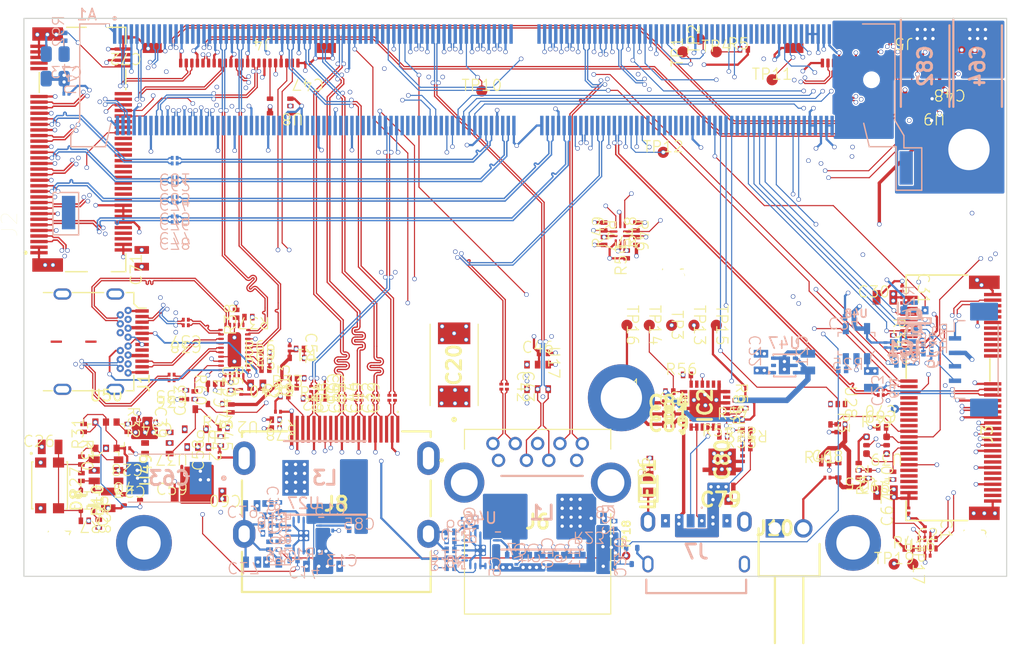
<source format=kicad_pcb>
(kicad_pcb (version 20221018) (generator pcbnew)
  (layers (0 "F.Cu" signal) (1 "In1.Cu" signal) (2 "In2.Cu" signal) (3 "In3.Cu" signal) (4 "In4.Cu" signal) (5 "In5.Cu" signal) (6 "In6.Cu" signal) (31 "B.Cu" signal) (34 "B.Paste" user) (35 "F.Paste" user) (36 "B.SilkS" user "B.Silkscreen") (37 "F.SilkS" user "F.Silkscreen") (38 "B.Mask" user) (39 "F.Mask" user) (44 "Edge.Cuts" user))
  (net 0 "")
  (net 1 "GND")
  (net 2 "CSI1_D0_N")
  (net 3 "CSI0_D0_N")
  (net 4 "CSI1_D0_P")
  (net 5 "CSI0_D0_P")
  (net 6 "CSI1_CLK_N")
  (net 7 "CSI1_CLK_P")
  (net 8 "CSI1_D1_N")
  (net 9 "CSI0_D1_N")
  (net 10 "CSI1_D1_P")
  (net 11 "CSI0_D1_P")
  (net 12 "CSI3_D0_N")
  (net 13 "CSI2_D0_N")
  (net 14 "CSI3_D0_P")
  (net 15 "CSI2_D0_P")
  (net 17 "CSI2_CLK_N")
  (net 19 "CSI2_CLK_P")
  (net 20 "CSI3_D1_N")
  (net 21 "CSI2_D1_N")
  (net 22 "CSI3_D1_P")
  (net 23 "CSI2_D1_P")
  (net 24 "USBSS1_RX_N")
  (net 26 "USBSS1_RX_P")
  (net 28 "USBSS1_TX_N")
  (net 30 "USBSS1_TX_P")
  (net 40 "DP1_TXD0_N")
  (net 42 "DP1_TXD0_P")
  (net 44 "DP1_TXD1_N")
  (net 46 "DP1_TXD1_P")
  (net 48 "DP1_TXD2_N")
  (net 50 "DP1_TXD2_P")
  (net 52 "DP1_TXD3_N")
  (net 54 "DP1_TXD3_P")
  (net 56 "~{USB0_VBUS_DET}")
  (net 65 "DP1_HPD")
  (net 67 "DP1_AUX_N")
  (net 68 "UART0_TXD")
  (net 69 "DP1_AUX_P")
  (net 70 "UART0_RXD")
  (net 71 "UART0_RTS")
  (net 73 "UART0_CTS")
  (net 76 "USB0_D_N")
  (net 78 "USB0_D_P")
  (net 80 "CAM0_PWDN")
  (net 81 "USB1_D_N")
  (net 82 "CAM0_MCLK")
  (net 83 "USB1_D_P")
  (net 85 "CAM1_PWDN")
  (net 86 "USB2_D_N")
  (net 87 "CAM1_MCLK")
  (net 88 "USB2_D_P")
  (net 89 "BT_M2_WAKE_AP")
  (net 90 "BT_M2_EN")
  (net 91 "/som/PWR_LED_CTRL")
  (net 92 "W_DISABLE1_CTRL")
  (net 93 "CAM_MUX_SEL")
  (net 94 "PCIE0_RX0_N")
  (net 95 "PCIE0_RX0_P")
  (net 96 "PCIE0_TX0_N")
  (net 97 "PCIE0_TX0_P")
  (net 98 "PCIE0_RX1_N")
  (net 99 "PCIE0_RX1_P")
  (net 100 "PCIE0_TX1_N")
  (net 101 "PCIE0_TX1_P")
  (net 104 "PCIE0_TX2_N")
  (net 105 "PCIE0_RX2_N")
  (net 106 "PCIE0_TX2_P")
  (net 107 "PCIE0_RX2_P")
  (net 108 "PCIE0_TX3_N")
  (net 109 "PCIE0_RX3_N")
  (net 110 "PCIE0_TX3_P")
  (net 111 "PCIE0_RX3_P")
  (net 112 "PCIE0_CLK_N")
  (net 113 "USBSS0_RX_N")
  (net 114 "PCIE0_CLK_P")
  (net 115 "USBSS0_RX_P")
  (net 116 "USBSS0_TX_N")
  (net 117 "PCIE1_RX0_N")
  (net 118 "USBSS0_TX_P")
  (net 119 "PCIE1_RX0_P")
  (net 120 "PCIE1_TX0_N")
  (net 121 "PCIE1_CLK_N")
  (net 122 "PCIE1_TX0_P")
  (net 123 "PCIE1_CLK_P")
  (net 124 "Net-(A1A-MOD_SLEEP*)")
  (net 125 "~{PCIE_WAKE}")
  (net 126 "~{PCIE0_CLKREQ}")
  (net 127 "~{PCIE0_RST}")
  (net 128 "~{PCIE1_CLKREQ}")
  (net 129 "~{PCIE1_RST}")
  (net 131 "RECOVERY_I2C_SCL")
  (net 133 "RECOVERY_I2C_SDA")
  (net 135 "Net-(A1C-I2C1_SCL)")
  (net 137 "Net-(A1C-I2C1_SDA)")
  (net 152 "FAN_TACH")
  (net 154 "/som/CLK_32K_OUT")
  (net 156 "~{M2_ALERT}")
  (net 157 "CAM_I2C_SCL")
  (net 158 "~{FORCE_RECOVERY}")
  (net 159 "CAM_I2C_SDA")
  (net 161 "Net-(A1A-GND(MODULE_ID))")
  (net 164 "I2S1_SDOUT")
  (net 166 "I2S1_SDIN")
  (net 168 "I2S1_FS")
  (net 170 "I2S1_SCLK")
  (net 174 "FAN_PWM")
  (net 176 "~{SHUTDOWN_REQ}")
  (net 178 "Net-(A1A-PMIC_BBAT)")
  (net 179 "UART2_TXD")
  (net 180 "POWER_EN")
  (net 181 "UART2_RXD")
  (net 182 "~{SYS_RST}")
  (net 184 "5V_SOM")
  (net 187 "VBUS")
  (net 188 "VCC")
  (net 189 "Net-(U46-V_{CC})")
  (net 190 "Net-(C7-Pad1)")
  (net 191 "Net-(U46-BST)")
  (net 192 "Net-(U27-V_{CC})")
  (net 193 "Net-(U27-BST)")
  (net 194 "3V3_LDO")
  (net 195 "+5V")
  (net 196 "+1V8")
  (net 197 "Net-(U49-2A)")
  (net 198 "Net-(U49-1A)")
  (net 199 "+3V3")
  (net 200 "/usb_c_recovery/USBC_VBUS")
  (net 201 "/usb_c_recovery/TX2_CAP_P")
  (net 202 "/usb_c_recovery/TX2_CAP_N")
  (net 203 "/usb_c_recovery/TX1_CAP_P")
  (net 204 "/usb_c_recovery/TX1_CAP_N")
  (net 205 "/display_port/VDD_3V3_DP")
  (net 206 "/m.2e_wifi_bt/PET0_N")
  (net 207 "/m.2e_wifi_bt/PET0_P")
  (net 208 "/m.2m_nvme/PET0_N")
  (net 209 "/m.2m_nvme/PET0_P")
  (net 210 "/m.2m_nvme/PET1_N")
  (net 211 "/m.2m_nvme/PET1_P")
  (net 212 "/m.2m_nvme/PET2_N")
  (net 213 "/m.2m_nvme/PET2_P")
  (net 214 "/m.2m_nvme/PET3_N")
  (net 215 "/m.2m_nvme/PET3_P")
  (net 216 "Net-(D8-Pad1)")
  (net 217 "Net-(IC1-A)")
  (net 218 "/usb_c_recovery/USBC_TX1_P")
  (net 219 "/usb_c_recovery/USBC_TX1_N")
  (net 220 "/usb_c_recovery/USBC_CC1")
  (net 222 "/usb_c_recovery/USBC_RX2_N")
  (net 223 "/usb_c_recovery/USBC_RX2_P")
  (net 224 "/usb_c_recovery/USBC_TX2_P")
  (net 225 "/usb_c_recovery/USBC_TX2_N")
  (net 226 "/usb_c_recovery/USBC_CC2")
  (net 228 "/usb_c_recovery/USBC_RX1_N")
  (net 229 "/usb_c_recovery/USBC_RX1_P")
  (net 243 "/m.2m_nvme/I2C_CLK")
  (net 244 "/m.2m_nvme/I2C_DATA")
  (net 245 "~{M2M_ALERT}")
  (net 251 "Net-(J2-SUSCLK)")
  (net 265 "Net-(J3-VENDOR_3)")
  (net 269 "M2E_SUSCLK_32KHZ")
  (net 270 "/m.2e_wifi_bt/W_DISABLE2")
  (net 271 "/m.2e_wifi_bt/W_DISABLE1")
  (net 272 "/m.2e_wifi_bt/I2C_DATA")
  (net 274 "/m.2e_wifi_bt/I2C_CLK")
  (net 284 "/csi/CAM0_I2C_SDA")
  (net 285 "/csi/CAM0_I2C_SCL")
  (net 286 "/csi/CAM1_I2C_SDA")
  (net 287 "/csi/CAM1_I2C_SCL")
  (net 288 "/usb_3.2/SS_TX_N")
  (net 289 "/usb_3.2/SS_TX_P")
  (net 290 "/display_port/ML_LANE0_P")
  (net 291 "/display_port/ML_LANE0_N")
  (net 292 "/display_port/ML_LANE1_P")
  (net 293 "/display_port/ML_LANE1_N")
  (net 294 "/display_port/ML_LANE2_P")
  (net 295 "/display_port/ML_LANE2_N")
  (net 296 "/display_port/ML_LANE3_P")
  (net 297 "/display_port/ML_LANE3_N")
  (net 298 "/display_port/CONFIG_1")
  (net 299 "/display_port/CONFIG_2")
  (net 300 "/display_port/DP_AUX_P")
  (net 301 "/display_port/DP_AUX_N")
  (net 302 "/display_port/HPD")
  (net 303 "/gpio_fan_debug_etc/tach")
  (net 304 "/gpio_fan_debug_etc/pwm")
  (net 305 "/gpio_fan_debug_etc/UART_RX")
  (net 306 "/gpio_fan_debug_etc/UART_TX")
  (net 307 "Net-(LED1-A)")
  (net 308 "Net-(Q2-G)")
  (net 309 "Net-(Q4-G)")
  (net 310 "Net-(Q4-D)")
  (net 311 "Net-(U46-PG)")
  (net 312 "Net-(U46-MODE)")
  (net 313 "Net-(U46-FB)")
  (net 314 "Net-(U46-EN)")
  (net 315 "Net-(U27-MODE)")
  (net 316 "DCDC_3V3_PG")
  (net 317 "Net-(U27-EN)")
  (net 318 "Net-(U27-FB)")
  (net 319 "Net-(U48-EN)")
  (net 320 "Net-(U49-~{1Y})")
  (net 321 "Net-(U50-Q)")
  (net 322 "Net-(U2-DIR)")
  (net 323 "Net-(U2-ENn_Mux)")
  (net 324 "/usb_c_recovery/~{VCONN_FAULT}")
  (net 325 "Net-(U2-CURRENT_MODE)")
  (net 326 "/usb_c_recovery/ID")
  (net 327 "Net-(U37-EN)")
  (net 328 "Net-(U2-VBUS_DET)")
  (net 329 "Net-(U2-INT_N{slash}OUT3)")
  (net 330 "Net-(C80-Pad2)")
  (net 331 "Net-(U2-PORT)")
  (net 332 "Net-(U41-OUT)")
  (net 333 "/display_port/DP_HPD")
  (net 340 "Net-(U8-OUT)")
  (net 341 "Net-(U9-OUT)")
  (net 342 "/switched_3V3_5V/VREG_2V7")
  (net 343 "/switched_3V3_5V/VREG_1V2")
  (net 344 "/switched_3V3_5V/CC1")
  (net 346 "/switched_3V3_5V/CC2")
  (net 347 "Net-(IC2-RESET)")
  (net 348 "/switched_3V3_5V/SCL")
  (net 349 "/switched_3V3_5V/SDA")
  (net 350 "/switched_3V3_5V/DISCH")
  (net 354 "/switched_3V3_5V/VBUS_EN_SNK")
  (net 356 "Net-(IC2-VBUS_VS_DISCH)")
  (net 357 "/switched_3V3_5V/ALERT")
  (net 359 "Net-(U1-G)")
  (net 360 "/switched_3V3_5V/V_MCU")
  (net 361 "Net-(C85-Pad1)")
  (net 362 "Net-(C20-+)")
  (footprint "the_backrooms:cap_0201" (layer "F.Cu") (at 85.7 88.5 90)
    (fp_text reference "C49")
    (fp_text value "100nF")
  )
  (footprint "the_backrooms:SN74LVC1G07" (layer "F.Cu") (at 77.8 86.9375 90)
    (fp_text reference "U13")
    (fp_text value "~")
  )
  (footprint "the_backrooms:0402_res" (layer "F.Cu") (at 60.7 99.275 -90)
    (fp_text reference "R28")
    (fp_text value "200R")
  )
  (footprint "the_backrooms:pcb_mount" (layer "F.Cu") (at 139 101.4)
    (fp_text reference "J18")
    (fp_text value "pcb_mount")
  )
  (footprint "the_backrooms:cap_0201" (layer "F.Cu") (at 67.225 86.425 180)
    (fp_text reference "C35")
    (fp_text value "100nF")
  )
  (footprint "the_backrooms:0402_res" (layer "F.Cu") (at 119.2 91.4 180)
    (fp_text reference "R51")
    (fp_text value "22k")
  )
  (footprint "SamacSys_Parts:LEDC1608X90N" (layer "F.Cu") (at 109.9 96.25 90)
    (fp_text reference "LED1")
    (fp_text value "~" hide)
  )
  (footprint "the_backrooms:cap_0201" (layer "F.Cu") (at 86.725 88.5 90)
    (fp_text reference "C32")
    (fp_text value "100nF")
  )
  (footprint "the_backrooms:TPD3S044" (layer "F.Cu") (at 100.95 85.325 -90)
    (fp_text reference "U17")
    (fp_text value "~")
  )
  (footprint "the_backrooms:tp_1mm" (layer "F.Cu") (at 114.5 56.35 90)
    (fp_text reference "TP2")
    (fp_text value "~")
  )
  (footprint "the_backrooms:0402_res" (layer "F.Cu") (at 112.875 86.45)
    (fp_text reference "R56")
    (fp_text value "1k")
  )
  (footprint "the_backrooms:0402_res" (layer "F.Cu") (at 117.975 57.275)
    (fp_text reference "R5")
    (fp_text value "10k")
  )
  (footprint "the_backrooms:tp_1mm" (layer "F.Cu") (at 116 57.5)
    (fp_text reference "TP4")
    (fp_text value "~")
  )
  (footprint "the_backrooms:NTS0102" (layer "F.Cu") (at 134.175 102.2)
    (fp_text reference "U16")
    (fp_text value "~")
  )
  (footprint "the_backrooms:tp_1mm" (layer "F.Cu") (at 108 82 -90)
    (fp_text reference "TP16")
    (fp_text value "~")
  )
  (footprint "the_backrooms:0402_res" (layer "F.Cu") (at 80.1 88.55)
    (fp_text reference "R21")
    (fp_text value "100k")
  )
  (footprint "the_backrooms:CAPC1005X55N" (layer "F.Cu") (at 111.745 89.950001 180)
    (fp_text reference "C81")
    (fp_text value "1uF" hide)
  )
  (footprint "the_backrooms:tp_1mm" (layer "F.Cu") (at 133.6 103.4 -90)
    (fp_text reference "TP17")
    (fp_text value "~")
  )
  (footprint "the_backrooms:52435-2271" (layer "F.Cu") (at 78.5375 58.5 180)
    (fp_text reference "J4")
    (fp_text value "~")
  )
  (footprint "the_backrooms:PJE138K" (layer "F.Cu") (at 62.95 97.15)
    (fp_text reference "Q4")
    (fp_text value "~")
  )
  (footprint "the_backrooms:cap_0201" (layer "F.Cu") (at 63.125 56.2 180)
    (fp_text reference "C72")
    (fp_text value "100nF")
  )
  (footprint "the_backrooms:POSCAP_D12_D15_D15E_D2E_D2_D3L_D4" (layer "F.Cu") (at 92.525 85.55 90)
    (fp_text reference "C20")
    (fp_text value "6TPB330MAL" hide)
  )
  (footprint "the_backrooms:0402_res" (layer "F.Cu") (at 73.000002 81.47 90)
    (fp_text reference "R38")
    (fp_text value "0R")
  )
  (footprint "the_backrooms:tp_1mm" (layer "F.Cu") (at 110 82 -90)
    (fp_text reference "TP14")
    (fp_text value "~")
  )
  (footprint "the_backrooms:52435-2271" (layer "F.Cu") (at 136 58.5 180)
    (fp_text reference "J5")
    (fp_text value "~")
  )
  (footprint "the_backrooms:SW_SPST_4.2x2.8" (layer "F.Cu") (at 56.300001 96.35 90)
    (fp_text reference "S1")
    (fp_text value "~")
  )
  (footprint "the_backrooms:HD3SS3220IRNHR" (layer "F.Cu") (at 74.05 86.02 180)
    (fp_text reference "U2")
    (fp_text value "~")
  )
  (footprint "the_backrooms:cap_0201" (layer "F.Cu") (at 134.675 100.275 -90)
    (fp_text reference "C1")
    (fp_text value "100nF")
  )
  (footprint "the_backrooms:cap_0201" (layer "F.Cu") (at 76.75 89.75)
    (fp_text reference "C52")
    (fp_text value "100nF")
  )
  (footprint "the_backrooms:STL6P3LLH6" (layer "F.Cu") (at 116.525 94.95)
    (fp_text reference "U1")
    (fp_text value "~")
  )
  (footprint "the_backrooms:0402_res" (layer "F.Cu") (at 59.35 91.7 90)
    (fp_text reference "R31")
    (fp_text value "10k")
  )
  (footprint "the_backrooms:XC8111" (layer "F.Cu") (at 70.575 92.762499 -90)
    (fp_text reference "U42")
    (fp_text value "~")
  )
  (footprint "the_backrooms:SN74LVC1G07" (layer "F.Cu") (at 127.525 88.875 -90)
    (fp_text reference "U28")
    (fp_text value "~")
  )
  (footprint "the_backrooms:0402_res" (layer "F.Cu") (at 117.75 88.575001 -90)
    (fp_text reference "R54")
    (fp_text value "1k")
  )
  (footprint "the_backrooms:cap_0201" (layer "F.Cu") (at 68.5 82 180)
    (fp_text reference "C38")
    (fp_text value "100nF")
  )
  (footprint "the_backrooms:SOT23-6L" (layer "F.Cu") (at 61.5 95 -90)
    (fp_text reference "U49")
    (fp_text value "~")
  )
  (footprint "the_backrooms:SOD-523" (layer "F.Cu") (at 59.1 97.700001 -90)
    (fp_text reference "D10")
    (fp_text value "~")
  )
  (footprint "the_backrooms:SN74LVC1G07" (layer "F.Cu") (at 71.775 87.044999 -90)
    (fp_text reference "U29")
    (fp_text value "~")
  )
  (footprint "the_backrooms:cap_0201" (layer "F.Cu") (at 97.25 87.5 -90)
    (fp_text reference "C43")
    (fp_text value "220nF")
  )
  (footprint "the_backrooms:0402_res" (layer "F.Cu") (at 126.875 90.725 -90)
    (fp_text reference "R3")
    (fp_text value "10k")
  )
  (footprint "the_backrooms:tp_1mm" (layer "F.Cu") (at 114 82 -90)
    (fp_text reference "TP13")
    (fp_text value "~")
  )
  (footprint "the_backrooms:0402_res" (layer "F.Cu") (at 75.125 85.2)
    (fp_text reference "R69")
    (fp_text value "200k")
  )
  (footprint "the_backrooms:0402_res" (layer "F.Cu") (at 117.5 90.45)
    (fp_text reference "R57")
    (fp_text value "4.7k")
  )
  (footprint "the_backrooms:cap_0201" (layer "F.Cu") (at 134.925 102.65)
    (fp_text reference "C2")
    (fp_text value "100nF")
  )
  (footprint "the_backrooms:1-2199230-6" (layer "F.Cu") (at 60.625 66.25 90)
    (fp_text reference "J2")
    (fp_text value "~")
  )
  (footprint "the_backrooms:0402_res" (layer "F.Cu") (at 75.125 85.975)
    (fp_text reference "R45")
    (fp_text value "10k")
  )
  (footprint "the_backrooms:cap_0201" (layer "F.Cu") (at 136.9 59.4725 180)
    (fp_text reference "C48")
    (fp_text value "100nF")
  )
  (footprint "the_backrooms:jetson_mounting_hole" (layer "F.Cu") (at 64.75 101.5 90)
    (fp_text reference "J12")
    (fp_text value "~")
  )
  (footprint "the_backrooms:pcb_mount" (layer "F.Cu") (at 112 78)
    (fp_text reference "J16")
    (fp_text value "pcb_mount")
  )
  (footprint "the_backrooms:0402_cap" (layer "F.Cu") (at 100.025 84.475)
    (fp_text reference "C46")
    (fp_text value "4.7uF")
  )
  (footprint "the_backrooms:0805" (layer "F.Cu") (at 67.25 97.2)
    (fp_text reference "C59")
    (fp_text value "10uF")
  )
  (footprint "the_backrooms:2N7002" (layer "F.Cu") (at 70.35 91.42 180)
    (fp_text reference "U6")
    (fp_text value "~")
  )
  (footprint "the_backrooms:tp_1mm" (layer "F.Cu") (at 116 82 -90)
    (fp_text reference "TP15")
    (fp_text value "~")
  )
  (footprint "the_backrooms:0402_res" (layer "F.Cu") (at 59.95 99.525 180)
    (fp_text reference "R7")
    (fp_text value "1k")
  )
  (footprint "the_backrooms:0402_res" (layer "F.Cu") (at 116.125 91.95)
    (fp_text reference "R55")
    (fp_text value "10k")
  )
  (footprint "the_backrooms:0402_res" (layer "F.Cu") (at 132.725 102)
    (fp_text reference "R4")
    (fp_text value "100k")
  )
  (footprint "the_backrooms:cap_0201" (layer "F.Cu") (at 80.225001 87.7 -90)
    (fp_text reference "C57")
    (fp_text value "100nF")
  )
  (footprint "the_backrooms:0402_res" (layer "F.Cu") (at 76.825 88.35)
    (fp_text reference "R29")
    (fp_text value "100k")
  )
  (footprint "the_backrooms:0402_cap" (layer "F.Cu") (at 65.9 90.75 180)
    (fp_text reference "C34")
    (fp_text value "1uF")
  )
  (footprint "the_backrooms:0402_res" (layer "F.Cu") (at 131.825 95.975 90)
    (fp_text reference "R40")
    (fp_text value "10k")
  )
  (footprint "the_backrooms:0402_res" (layer "F.Cu") (at 63.3 90.700001 -90)
    (fp_text reference "R32")
    (fp_text value "0R")
  )
  (footprint "the_backrooms:0402_res" (layer "F.Cu") (at 59.15 93.625001 -90)
    (fp_text reference "R30")
    (fp_text value "200k")
  )
  (footprint "the_backrooms:0402_res" (layer "F.Cu") (at 125.25 94.35)
    (fp_text reference "R41")
    (fp_text value "10k")
  )
  (footprint "the_backrooms:CAPC1005X55N" (layer "F.Cu") (at 111.745 88.95 180)
    (fp_text reference "C84")
    (fp_text value "1uF" hide)
  )
  (footprint "the_backrooms:0402_res" (layer "F.Cu") (at 77.05 91.2625 180)
    (fp_text reference "R78")
    (fp_text value "5.1M")
  )
  (footprint "the_backrooms:tp_1mm" (layer "F.Cu") (at 131.925 103.4)
    (fp_text reference "TP19")
    (fp_text value "~")
  )
  (footprint "the_backrooms:0402_res" (layer "F.Cu") (at 108.85 73.950002 -90)
    (fp_text reference "R46")
    (fp_text value "1k")
  )
  (footprint "the_backrooms:cap_0201" (layer "F.Cu") (at 83.725 88.5 90)
    (fp_text reference "C50")
    (fp_text value "100nF")
  )
  (footprint "the_backrooms:cap_0201" (layer "F.Cu") (at 71.525 93.625 90)
    (fp_text reference "C58")
    (fp_text value "100nF")
  )
  (footprint "the_backrooms:0402_res" (layer "F.Cu") (at 77.049999 90.462501 180)
    (fp_text reference "R77")
    (fp_text value "5.1M")
  )
  (footprint "the_backrooms:2199230-4" (layer "F.Cu") (at 135.5 88.5 -90)
    (fp_text reference "J3")
    (fp_text value "~")
  )
  (footprint "the_backrooms:cap_0201" (layer "F.Cu") (at 130.725 88.25 180)
    (fp_text reference "C69")
    (fp_text value "220nF")
  )
  (footprint "the_backrooms:jetson_mounting_hole" (layer "F.Cu") (at 128.25 101.5 90)
    (fp_text reference "J11")
    (fp_text value "~")
  )
  (footprint "the_backrooms:tp_1mm" (layer "F.Cu") (at 113 57.5 90)
    (fp_text reference "TP1")
    (fp_text value "~")
  )
  (footprint "the_backrooms:CAPC1005X55N" (layer "F.Cu") (at 111.745 90.874999 180)
    (fp_text reference "C89")
    (fp_text value "1uF" hide)
  )
  (footprint "the_backrooms:cap_0201" (layer "F.Cu") (at 79.725 87.7 -90)
    (fp_text reference "C56")
    (fp_text value "100nF")
  )
  (footprint "the_backrooms:pcb_mount" (layer "F.Cu") (at 57 101.5)
    (fp_text reference "J17")
    (fp_text value "pcb_mount")
  )
  (footprint "the_backrooms:0402_res" (layer "F.Cu") (at 74.600001 81.27 180)
    (fp_text reference "R37")
    (fp_text value "200k")
  )
  (footprint "the_backrooms:WE_632723300011" (layer "F.Cu") (at 58.945 83.47008 -90)
    (fp_text reference "J1")
    (fp_text value "~")
  )
  (footprint "the_backrooms:0402_res" (layer "F.Cu") (at 77.575 87.55)
    (fp_text reference "R33")
    (fp_text value "100k")
  )
  (footprint "the_backrooms:0402_res" (layer "F.Cu") (at 118.6 89.575 90)
    (fp_text reference "R58")
    (fp_text value "4.7k")
  )
  (footprint "the_backrooms:0402_res" (layer "F.Cu") (at 110.049999 94.75 90)
    (fp_text reference "R6")
    (fp_text value "4.7k")
  )
  (footprint "the_backrooms:cap_0201" (layer "F.Cu") (at 96.75 87.5 -90)
    (fp_text reference "C42")
    (fp_text value "220nF")
  )
  (footprint "the_backrooms:0402_res" (layer "F.Cu") (at 105.95 73.950002 -90)
    (fp_text reference "R47")
    (fp_text value "1k")
  )
  (footprint "the_backrooms:cap_0201" (layer "F.Cu") (at 84.225 88.5 90)
    (fp_text reference "C53")
    (fp_text value "100nF")
  )
  (footprint "the_backrooms:tp_1mm" (layer "F.Cu") (at 112 82 -90)
    (fp_text reference "TP3")
    (fp_text value "~")
  )
  (footprint "the_backrooms:0805" (layer "F.Cu") (at 130.15 97)
    (fp_text reference "C66")
    (fp_text value "10uF")
  )
  (footprint "SamacSys_Parts:KUSBXAS1N91BL30" (layer "F.Cu") (at 96.5 94.1)
    (fp_text reference "J6")
    (fp_text value "~" hide)
  )
  (footprint "the_backrooms:cap_0201" (layer "F.Cu") (at 77.8 84.075 -90)
    (fp_text reference "C51")
    (fp_text value "100nF")
  )
  (footprint "the_backrooms:0402_cap" (layer "F.Cu") (at 68.5 88.725 90)
    (fp_text reference "C33")
    (fp_text value "4.7uF")
  )
  (footprint "the_backrooms:0402_res" (layer "F.Cu") (at 105.95 73.65 90)
    (fp_text reference "R49")
    (fp_text value "1k")
  )
  (footprint "the_backrooms:0805" (layer "F.Cu") (at 64.55 77 90)
    (fp_text reference "C71")
    (fp_text value "10uF")
  )
  (footprint "the_backrooms:0402_res" (layer "F.Cu") (at 79.85 88.55 180)
    (fp_text reference "R2")
    (fp_text value "100k")
  )
  (footprint "the_backrooms:0402_res" (layer "F.Cu") (at 59.15 96.1 90)
    (fp_text reference "R27")
    (fp_text value "200k")
  )
  (footprint "the_backrooms:cap_0201" (layer "F.Cu") (at 79.425 58.5 180)
    (fp_text reference "C47")
    (fp_text value "100nF")
  )
  (footprint "the_backrooms:CAPC0603X33N" (layer "F.Cu") (at 118.35 93.95 90)
    (fp_text reference "C80")
    (fp_text value "100nF" hide)
  )
  (footprint "the_backrooms:0805" (layer "F.Cu") (at 61.55 98.65 90)
    (fp_text reference "C25")
    (fp_text value "10uF")
  )
  (footprint "the_backrooms:SN74LV1T125" (layer "F.Cu") (at 135.5125 63 180)
    (fp_text reference "U9")
    (fp_text value "~")
  )
  (footprint "the_backrooms:tp_1mm" (layer "F.Cu") (at 121 60)
    (fp_text reference "TP11")
    (fp_text value "~")
  )
  (footprint "the_backrooms:m.2_mounting" (layer "F.Cu") (at 107.5 88.5 -90)
    (fp_text reference "J14")
    (fp_text value "~")
  )
  (footprint "the_backrooms:SOT-23-6" (layer "F.Cu") (at 61.35 91.85)
    (fp_text reference "U50")
    (fp_text value "~")
  )
  (footprint "the_backrooms:cap_0201" (layer "F.Cu") (at 133.2 98.6 90)
    (fp_text reference "C67")
    (fp_text value "100nF")
  )
  (footprint "the_backrooms:cap_0201" (layer "F.Cu") (at 64.325 90.7 -90)
    (fp_text reference "C39")
    (fp_text value "100nF")
  )
  (footprint "the_backrooms:0402_res" (layer "F.Cu") (at 129.625 95.849999 90)
    (fp_text reference "R42")
    (fp_text value "10k")
  )
  (footprint "the_backrooms:SOD-523" (layer "F.Cu") (at 60.2 97.7 90)
    (fp_text reference "D8")
    (fp_text value "~")
  )
  (footprint "the_backrooms:cap_0201" (layer "F.Cu") (at 87.225 88.5 90)
    (fp_text reference "C29")
    (fp_text value "100nF")
  )
  (footprint "the_backrooms:QFN50P400X400X100-25N-D" (layer "F.Cu") (at 115 89.2 90)
    (fp_text reference "IC2")
    (fp_text value "STUSB4500QTR" hide)
  )
  (footprint "the_backrooms:SN74LVC1G07" (layer "F.Cu") (at 128.9375 95.650001 180)
    (fp_text reference "U15")
    (fp_text value "~")
  )
  (footprint "the_backrooms:0402_cap" (layer "F.Cu") (at 71.625 91.875 -90)
    (fp_text reference "C45")
    (fp_text value "4.7uF")
  )
  (footprint "the_backrooms:0402_res" (layer "F.Cu") (at 130.35 91.15)
    (fp_text reference "R39")
    (fp_text value "10k")
  )
  (footprint "the_backrooms:CAPC1608X90N" (layer "F.Cu") (at 116.4 97.625 180)
    (fp_text reference "C79")
    (fp_text value "4.7uF" hide)
  )
  (footprint "the_backrooms:0805" (layer "F.Cu") (at 130.1 79.5)
    (fp_text reference "C30")
    (fp_text value "10uF")
  )
  (footprint "the_backrooms:0402_res" (layer "F.Cu") (at 69.3 87.775 -90)
    (fp_text reference "R60")
    (fp_text value "200k")
  )
  (footprint "the_backrooms:0402_res" (layer "F.Cu") (at 118.2 92.2)
    (fp_text reference "R52")
    (fp_text value "100k")
  )
  (footprint "the_backrooms:0402_res" (layer "F.Cu") (at 131.85 82.75 -90)
    (fp_text reference "R34")
    (fp_text value "10k")
  )
  (footprint "the_backrooms:0603_cap" (layer "F.Cu") (at 75.6 87.370001 180)
    (fp_text reference "C40")
    (fp_text value "22uF")
  )
  (footprint "the_backrooms:0402_res" (layer "F.Cu") (at 118.2 93)
    (fp_text reference "R53")
    (fp_text value "100R")
  )
  (footprint "the_backrooms:cap_0201" (layer "F.Cu") (at 63.475 94.975 180)
    (fp_text reference "C27")
    (fp_text value "100nF")
  )
  (footprint "jetson-orin-baseboard-footprints:Testpoint_smd_0_75mm" (layer "F.Cu") (at 107.8742 102.65 -90)
    (fp_text reference "TP18")
    (fp_text value "TP_SMD_0_75MM" hide)
  )
  (footprint "the_backrooms:0805" (layer "F.Cu") (at 55.35 92.9)
    (fp_text reference "C26")
    (fp_text value "10uF")
  )
  (footprint "the_backrooms:cap_0201" (layer "F.Cu") (at 68.5 81.5 180)
    (fp_text reference "C37")
    (fp_text value "100nF")
  )
  (footprint "the_backrooms:PMGD175XNE" (layer "F.Cu") (at 131.25 93.5 180)
    (fp_text reference "U39")
    (fp_text value "~")
  )
  (footprint "the_backrooms:m.2_mounting" (layer "F.Cu") (at 138.625 66.25 -90)
    (fp_text reference "J13")
    (fp_text value "~")
  )
  (footprint "the_backrooms:SN74LV1T125" (layer "F.Cu") (at 78.05 63 180)
    (fp_text reference "U8")
    (fp_text value "~")
  )
  (footprint "the_backrooms:cap_0201" (layer "F.Cu") (at 73.45 87.969998 90)
    (fp_text reference "C41")
    (fp_text value "100nF")
  )
  (footprint "SamacSys_Parts:472720001" (layer "F.Cu") (at 81.975 98.7075)
    (fp_text reference "J8")
    (fp_text value "~" hide)
  )
  (footprint "the_backrooms:cap_0201" (layer "F.Cu") (at 82.725 88.5 90)
    (fp_text reference "C55")
    (fp_text value "100nF")
  )
  (footprint "the_backrooms:0402_res" (layer "F.Cu") (at 72.550001 86.969999 -90)
    (fp_text reference "R64")
    (fp_text value "200k")
  )
  (footprint "the_backrooms:cap_0201" (layer "F.Cu") (at 67.225002 86.925 180)
    (fp_text reference "C36")
    (fp_text value "100nF")
  )
  (footprint "the_backrooms:HDRRA2W64P0X254_1X2_508X250X288P" (layer "F.Cu") (at 121.25 100.2 180)
    (fp_text reference "J10")
    (fp_text value "PH1RB-02-UA" hide)
  )
  (footprint "the_backrooms:cap_0201" (layer "F.Cu") (at 130.725 87.75 180)
    (fp_text reference "C70")
    (fp_text value "220nF")
  )
  (footprint "the_backrooms:tp_1mm" (layer "F.Cu") (at 111.25 66.5)
    (fp_text reference "TP12")
    (fp_text value "~")
  )
  (footprint "the_backrooms:cap_0201" (layer "F.Cu") (at 63.25 93.025 180)
    (fp_text reference "C28")
    (fp_text value "100nF")
  )
  (footprint "the_backrooms:0402_res" (layer "F.Cu") (at 75.125 84.425)
    (fp_text reference "R66")
    (fp_text value "1M")
  )
  (footprint "the_backrooms:0805" (layer "F.Cu") (at 72.025 97.2 180)
    (fp_text reference "C60")
    (fp_text value "10uF")
  )
  (footprint "the_backrooms:0402_res" (layer "F.Cu") (at 79.225 84.125 180)
    (fp_text reference "R1")
    (fp_text value "10k")
  )
  (footprint "the_backrooms:TPD3S044" (layer "F.Cu") (at 67.25 93.5 180)
    (fp_text reference "U37")
    (fp_text value "~")
  )
  (footprint "the_backrooms:TS3USB30E" (layer "F.Cu") (at 108 74 180)
    (fp_text reference "U7")
    (fp_text value "~")
  )
  (footprint "the_backrooms:0402_res" (layer "F.Cu") (at 71.375 91.2)
    (fp_text reference "R43")
    (fp_text value "10k")
  )
  (footprint "the_backrooms:cap_0201" (layer "F.Cu") (at 132.65 78.725 -90)
    (fp_text reference "C31")
    (fp_text value "100nF")
  )
  (footprint "the_backrooms:0402_res" (layer "F.Cu") (at 107.975 76.15 90)
    (fp_text reference "R50")
    (fp_text value "10k")
  )
  (footprint "the_backrooms:0402_res" (layer "F.Cu") (at 112.3 87.95 180)
    (fp_text reference "R59")
    (fp_text value "4.7k")
  )
  (footprint "the_backrooms:cap_0201" (layer "F.Cu") (at 125.95 95.65)
    (fp_text reference "C68")
    (fp_text value "100nF")
  )
  (footprint "the_backrooms:cap_0201" (layer "F.Cu") (at 85.25 88.5 90)
    (fp_text reference "C44")
    (fp_text value "100nF")
  )
  (footprint "the_backrooms:cap_0201" (layer "F.Cu") (at 82.225 88.5 90)
    (fp_text reference "C54")
    (fp_text value "100nF")
  )
  (footprint "the_backrooms:tp_1mm" (layer "F.Cu") (at 95 61)
    (fp_text reference "TP10")
    (fp_text value "~")
  )
  (footprint "the_backrooms:0402_res" (layer "F.Cu") (at 108.85 73.65 90)
    (fp_text reference "R48")
    (fp_text value "1k")
  )
  (footprint "the_backrooms:0402_res" (layer "F.Cu") (at 72.575 89.949999 90)
    (fp_text reference "R44")
    (fp_text value "10k")
  )
  (footprint "the_backrooms:SOT-23-5" (layer "B.Cu") (at 128.55 83.65 180)
    (fp_text reference "U48")
    (fp_text value "~")
  )
  (footprint "the_backrooms:cap_0201" (layer "B.Cu") (at 67.5 67)
    (fp_text reference "C61")
    (fp_text value "220nF")
  )
  (footprint "the_backrooms:0402_res" (layer "B.Cu") (at 132.974999 85.5 180)
    (fp_text reference "R36")
    (fp_text value "100k")
  )
  (footprint "the_backrooms:INDPM7366X300N" (layer "B.Cu") (at 100.4 98.8)
    (fp_text reference "L1")
    (fp_text value "SRP7028A-1R8M" hide)
  )
  (footprint "the_backrooms:0603_cap" (layer "B.Cu") (at 79.1 103.6)
    (fp_text reference "C14")
    (fp_text value "22uF")
  )
  (footprint "the_backrooms:Molex_PicoBlade_53398-0471_1x04-1MP_P1.25mm_Vertical" (layer "B.Cu") (at 138.525 85.075 -90)
    (fp_text reference "J9")
    (fp_text value "~")
  )
  (footprint "the_backrooms:CAPPM7344X310N" (layer "B.Cu") (at 134.7 58.775 -90)
    (fp_text reference "C82")
    (fp_text value "100uF" hide)
  )
  (footprint "the_backrooms:0402_res" (layer "B.Cu") (at 76 102.25 90)
    (fp_text reference "R20")
    (fp_text value "20k")
  )
  (footprint "the_backrooms:0402_cap" (layer "B.Cu") (at 98.175 102.6 180)
    (fp_text reference "C7")
    (fp_text value "1uF")
  )
  (footprint "the_backrooms:cap_0201" (layer "B.Cu") (at 67.5 68.75)
    (fp_text reference "C65")
    (fp_text value "220nF")
  )
  (footprint "the_backrooms:0402_res" (layer "B.Cu") (at 135.4 82.95 180)
    (fp_text reference "R12")
    (fp_text value "10k")
  )
  (footprint "the_backrooms:0402_res" (layer "B.Cu") (at 91.7 102.125)
    (fp_text reference "R11")
    (fp_text value "15k")
  )
  (footprint "the_backrooms:PJE138K" (layer "B.Cu") (at 107.925 101.95 -90)
    (fp_text reference "Q3")
    (fp_text value "~")
  )
  (footprint "the_backrooms:INDPM7366X300N" (layer "B.Cu") (at 80.9375 95.675 180)
    (fp_text reference "L3")
    (fp_text value "SRP7028A-1R8M" hide)
  )
  (footprint "the_backrooms:SOT65P210X110-6N" (layer "B.Cu") (at 132.75 84.1 180)
    (fp_text reference "IC1")
    (fp_text value "SN74LVC1T45DCKR" hide)
  )
  (footprint "the_backrooms:0603_cap" (layer "B.Cu") (at 75.85 99.275 90)
    (fp_text reference "C18")
    (fp_text value "22uF")
  )
  (footprint "the_backrooms:cap_0201" (layer "B.Cu") (at 67.5 70.5)
    (fp_text reference "C75")
    (fp_text value "220nF")
  )
  (footprint "the_backrooms:cap_0201" (layer "B.Cu") (at 98.1 103.65 -90)
    (fp_text reference "C5")
    (fp_text value "100nF")
  )
  (footprint "the_backrooms:USB4125GFA0190" (layer "B.Cu") (at 114.2 102.6 180)
    (fp_text reference "J7")
    (fp_text value "USB4125-GF-A-0190" hide)
  )
  (footprint "the_backrooms:0603_cap" (layer "B.Cu") (at 103.8 102.4 -90)
    (fp_text reference "C11")
    (fp_text value "22uF")
  )
  (footprint "the_backrooms:POSCAP_D12_D15_D15E_D2E_D2_D3L_D4" (layer "B.Cu") (at 67 95.7 180)
    (fp_text reference "C63")
    (fp_text value "6TPB330MAL" hide)
  )
  (footprint "jetson-orin-baseboard-footprints:Testpoint_smd_0_75mm" (layer "B.Cu") (at 132.0508 89.5 -90)
    (fp_text reference "TP9")
    (fp_text value "TP_SMD_0_75MM" hide)
  )
  (footprint "the_backrooms:0603_cap" (layer "B.Cu") (at 77.025 103.225 180)
    (fp_text reference "C16")
    (fp_text value "22uF")
  )
  (footprint "the_backrooms:0402_res" (layer "B.Cu") (at 135.4 84.5 180)
    (fp_text reference "R35")
    (fp_text value "4.7k")
  )
  (footprint "the_backrooms:WSON6_TI_2x2mm" (layer "B.Cu") (at 122.1 85.6)
    (fp_text reference "U47")
    (fp_text value "~")
  )
  (footprint "the_backrooms:0402_res" (layer "B.Cu") (at 92.7 103.725 180)
    (fp_text reference "R8")
    (fp_text value "100k")
  )
  (footprint "the_backrooms:cap_0201" (layer "B.Cu") (at 132.75 82.75)
    (fp_text reference "C88")
    (fp_text value "100nF")
  )
  (footprint "the_backrooms:0805" (layer "B.Cu") (at 124.2 84.3 -90)
    (fp_text reference "C21")
    (fp_text value "10uF")
  )
  (footprint "the_backrooms:0402_res" (layer "B.Cu") (at 76.825 102.25 90)
    (fp_text reference "R18")
    (fp_text value "0R")
  )
  (footprint "the_backrooms:SOT95P230X110-3N" (layer "B.Cu") (at 133.750001 81.6 -90)
    (fp_text reference "Q6")
    (fp_text value "PMV40UN2R" hide)
  )
  (footprint "the_backrooms:0402_res" (layer "B.Cu") (at 92.7 101.325 180)
    (fp_text reference "R10")
    (fp_text value "110k")
  )
  (footprint "the_backrooms:0603_cap" (layer "B.Cu") (at 106.1 99.3 180)
    (fp_text reference "C8")
    (fp_text value "22uF")
  )
  (footprint "the_backrooms:0402_res" (layer "B.Cu") (at 78.65 103.025 180)
    (fp_text reference "R17")
    (fp_text value "100k")
  )
  (footprint "the_backrooms:0402_res" (layer "B.Cu") (at 127.775 86 180)
    (fp_text reference "R25")
    (fp_text value "0R")
  )
  (footprint "the_backrooms:0805" (layer "B.Cu") (at 120 84.3 -90)
    (fp_text reference "C22")
    (fp_text value "10uF")
  )
  (footprint "the_backrooms:0402_res" (layer "B.Cu") (at 133.75 79.825001 -90)
    (fp_text reference "R24")
    (fp_text value "10k")
  )
  (footprint "the_backrooms:cap_0201" (layer "B.Cu") (at 67.5 69.25)
    (fp_text reference "C74")
    (fp_text value "220nF")
  )
  (footprint "the_backrooms:0402_cap" (layer "B.Cu") (at 76.825 97.775 -90)
    (fp_text reference "C12")
    (fp_text value "1uF")
  )
  (footprint "the_backrooms:cap_0201" (layer "B.Cu") (at 57.8 61.25 180)
    (fp_text reference "C73")
    (fp_text value "100nF")
  )
  (footprint "the_backrooms:cap_0201" (layer "B.Cu") (at 67.5 67.5)
    (fp_text reference "C62")
    (fp_text value "220nF")
  )
  (footprint "the_backrooms:0402_cap" (layer "B.Cu") (at 84.025 100.325 180)
    (fp_text reference "C85")
    (fp_text value "1uF")
  )
  (footprint "the_backrooms:0603_cap" (layer "B.Cu") (at 82.475 103.6 180)
    (fp_text reference "C13")
    (fp_text value "22uF")
  )
  (footprint "the_backrooms:0603_cap" (layer "B.Cu") (at 73.575 98.175)
    (fp_text reference "C19")
    (fp_text value "22uF")
  )
  (footprint "the_backrooms:0402_res" (layer "B.Cu") (at 57.599999 55.65 -90)
    (fp_text reference "R92")
    (fp_text value "33R")
  )
  (footprint "the_backrooms:0402_cap" (layer "B.Cu") (at 127.425 81.3)
    (fp_text reference "C24")
    (fp_text value "1uF")
  )
  (footprint "the_backrooms:0603_cap" (layer "B.Cu") (at 100.2 102.4 -90)
    (fp_text reference "C3")
    (fp_text value "22uF")
  )
  (footprint "the_backrooms:SSM3J332R" (layer "B.Cu") (at 106.850001 103.7 90)
    (fp_text reference "Q2")
    (fp_text value "~")
  )
  (footprint "the_backrooms:0402_res" (layer "B.Cu") (at 135.4 83.725 180)
    (fp_text reference "R26")
    (fp_text value "130R")
  )
  (footprint "the_backrooms:0402_cap" (layer "B.Cu") (at 94.425 99.175 -90)
    (fp_text reference "C6")
    (fp_text value "1uF")
  )
  (footprint "the_backrooms:0603_cap" (layer "B.Cu") (at 102.6 102.4 -90)
    (fp_text reference "C9")
    (fp_text value "22uF")
  )
  (footprint "the_backrooms:0805" (layer "B.Cu") (at 129.875 87.85 90)
    (fp_text reference "C23")
    (fp_text value "10uF")
  )
  (footprint "the_backrooms:0603_cap" (layer "B.Cu") (at 101.4 102.4 -90)
    (fp_text reference "C10")
    (fp_text value "22uF")
  )
  (footprint "the_backrooms:QFN-20_EP_3x3_Pitch0.45mm" (layer "B.Cu") (at 79.05 100.85 180)
    (fp_text reference "U27")
    (fp_text value "~")
  )
  (footprint "the_backrooms:0603_res" (layer "B.Cu") (at 104.6 100.5)
    (fp_text reference "R23")
    (fp_text value "0R")
  )
  (footprint "the_backrooms:cap_0201" (layer "B.Cu") (at 67.5 72.75)
    (fp_text reference "C78")
    (fp_text value "220nF")
  )
  (footprint "the_backrooms:0603_cap" (layer "B.Cu") (at 73.65 103.225)
    (fp_text reference "C17")
    (fp_text value "22uF")
  )
  (footprint "the_backrooms:0402_res" (layer "B.Cu") (at 76.25 100.65 180)
    (fp_text reference "R19")
    (fp_text value "90.9k")
  )
  (footprint "the_backrooms:cap_0201" (layer "B.Cu") (at 131.15 83.774999 90)
    (fp_text reference "C87")
    (fp_text value "100nF")
  )
  (footprint "the_backrooms:CAPPM7344X310N" (layer "B.Cu") (at 139.4 58.775 -90)
    (fp_text reference "C64")
    (fp_text value "100uF" hide)
  )
  (footprint "the_backrooms:cap_0201" (layer "B.Cu") (at 67.5 71)
    (fp_text reference "C76")
    (fp_text value "220nF")
  )
  (footprint "the_backrooms:0402_res" (layer "B.Cu") (at 91.7 102.925)
    (fp_text reference "R14")
    (fp_text value "0R")
  )
  (footprint "the_backrooms:0402_res" (layer "B.Cu") (at 106.85 99.4 -90)
    (fp_text reference "R22")
    (fp_text value "10k")
  )
  (footprint "the_backrooms:0402_res" (layer "B.Cu") (at 92.7 100.525 180)
    (fp_text reference "R9")
    (fp_text value "10k")
  )
  (footprint "the_backrooms:ASEK-32.768KHz-LRT" (layer "B.Cu") (at 57.6 59.9 90)
    (fp_text reference "U41")
    (fp_text value "~")
  )
  (footprint "the_backrooms:0402_res" (layer "B.Cu") (at 93.425 100.225 90)
    (fp_text reference "R13")
    (fp_text value "220k")
  )
  (footprint "the_backrooms:cap_0201" (layer "B.Cu") (at 81.425 100.4 180)
    (fp_text reference "C15")
    (fp_text value "100nF")
  )
  (footprint "the_backrooms:TE_2309413" (layer "B.Cu") (at 99 60 180)
    (fp_text reference "A1")
    (fp_text value "Jetson-Orin-9.2H-socket")
  )
  (footprint "the_backrooms:QFN-20_EP_3x3_Pitch0.45mm" (layer "B.Cu") (at 94.875 102.175 180)
    (fp_text reference "U46")
    (fp_text value "~")
  )
  (footprint "the_backrooms:0402_res" (layer "B.Cu") (at 76.25 99.85 180)
    (fp_text reference "R16")
    (fp_text value "10k")
  )
  (footprint "the_backrooms:0402_res" (layer "B.Cu") (at 76.825 100.1 90)
    (fp_text reference "R15")
    (fp_text value "220k")
  )
  (footprint "the_backrooms:0603_cap" (layer "B.Cu") (at 99 102.4 -90)
    (fp_text reference "C4")
    (fp_text value "22uF")
  )
  (footprint "the_backrooms:cap_0201" (layer "B.Cu") (at 67.5 72.25)
    (fp_text reference "C77")
    (fp_text value "220nF")
  )
  (gr_rect (start 54 54.5) (end 142 104.5) (stroke (width 0.1)) (fill none) (layer "Edge.Cuts"))
  (segment (start 125.725 95.65) (end 123.79 97.585) (width 0.2) (layer "F.Cu") (net 1))
  (segment (start 78.475 91.3125) (end 78.475 93.375) (width 0.2) (layer "F.Cu") (net 1))
  (segment (start 64.025 93.525) (end 63.975 93.525) (width 0.2) (layer "F.Cu") (net 1))
  (segment (start 62.7 98.4) (end 62.95 98.15) (width 0.2) (layer "F.Cu") (net 1))
  (segment (start 130.35 79.5) (end 130.5 79.5) (width 0.2) (layer "F.Cu") (net 1))
  (segment (start 131.925 57.5) (end 132.25 57.5) (width 0.2) (layer "F.Cu") (net 1))
  (segment (start 133.2 99.3) (end 133.925 99.3) (width 0.2) (layer "F.Cu") (net 1))
  (segment (start 55.35 57.5) (end 55.35 57) (width 0.2) (layer "F.Cu") (net 1))
  (segment (start 114.75 89.45) (end 115 89.2) (width 0.3) (layer "F.Cu") (net 1))
  (segment (start 75.5 90.45) (end 75.512501 90.462501) (width 0.2) (layer "F.Cu") (net 1))
  (segment (start 115.25 88.95) (end 115.025 89.175) (width 0.3) (layer "F.Cu") (net 1))
  (segment (start 121.825 57.15) (end 121.225 57.75) (width 0.2) (layer "F.Cu") (net 1))
  (segment (start 55.35 61.5) (end 56.8 61.5) (width 0.2) (layer "F.Cu") (net 1))
  (segment (start 140.75 78.9) (end 140 78.15) (width 0.2) (layer "F.Cu") (net 1))
  (segment (start 124.475 58.5) (end 123.75 59.225) (width 0.2) (layer "F.Cu") (net 1))
  (segment (start 116.925 88.95) (end 116.25 88.95) (width 0.3) (layer "F.Cu") (net 1))
  (segment (start 125.5 58.5) (end 124.475 58.5) (width 0.2) (layer "F.Cu") (net 1))
  (segment (start 134.675 102) (end 134.675 102.625) (width 0.2) (layer "F.Cu") (net 1))
  (segment (start 130 58.5) (end 130 57.9) (width 0.2) (layer "F.Cu") (net 1))
  (segment (start 74.575003 88.194998) (end 75.4 87.370001) (width 0.2) (layer "F.Cu") (net 1))
  (segment (start 55.35 56.1) (end 55.2 55.95) (width 0.2) (layer "F.Cu") (net 1))
  (segment (start 78.225 61.7) (end 78.875 62.35) (width 0.2) (layer "F.Cu") (net 1))
  (segment (start 109.874999 90.874999) (end 107.5 88.5) (width 0.3) (layer "F.Cu") (net 1))
  (segment (start 140.75 94.75) (end 139.25 94.75) (width 0.2) (layer "F.Cu") (net 1))
  (segment (start 76.1875 91.25) (end 75.5 91.25) (width 0.2) (layer "F.Cu") (net 1))
  (segment (start 100.125 85.4) (end 100 85.525) (width 0.2) (layer "F.Cu") (net 1))
  (segment (start 55.35 64.5) (end 56.775 64.5) (width 0.2) (layer "F.Cu") (net 1))
  (segment (start 67.5 97.2) (end 67.5 96) (width 0.2) (layer "F.Cu") (net 1))
  (segment (start 64.325 90.475) (end 64.3 90.45) (width 0.2) (layer "F.Cu") (net 1))
  (segment (start 72.5375 58.0025) (end 72.5375 58.5) (width 0.2) (layer "F.Cu") (net 1))
  (segment (start 140.75 98.65) (end 140.95 98.85) (width 0.2) (layer "F.Cu") (net 1))
  (segment (start 64.3 90.45) (end 64.3 89.9) (width 0.2) (layer "F.Cu") (net 1))
  (segment (start 80.95 88.55) (end 80.95 86.825) (width 0.2) (layer "F.Cu") (net 1))
  (segment (start 69.5375 58.5) (end 69.5375 57.7375) (width 0.2) (layer "F.Cu") (net 1))
  (segment (start 115.025 89.175) (end 115 89.2) (width 0.3) (layer "F.Cu") (net 1))
  (segment (start 71.65 84.82) (end 72.25 84.82) (width 0.1) (layer "F.Cu") (net 1))
  (segment (start 71.525 93.85) (end 73.6625 93.85) (width 0.2) (layer "F.Cu") (net 1))
  (segment (start 116.25 87.95) (end 115 89.2) (width 0.3) (layer "F.Cu") (net 1))
  (segment (start 68.0375 58.5) (end 68.0375 57.5125) (width 0.2) (layer "F.Cu") (net 1))
  (segment (start 55.35 75) (end 55.35 75.5) (width 0.2) (layer "F.Cu") (net 1))
  (segment (start 127 58.5) (end 127 57.575) (width 0.2) (layer "F.Cu") (net 1))
  (segment (start 116.25 87.275) (end 116.25 87.95) (width 0.3) (layer "F.Cu") (net 1))
  (segment (start 134.5 57.725) (end 134.7 57.525) (width 0.2) (layer "F.Cu") (net 1))
  (segment (start 80.075 58.075) (end 81.65 58.075) (width 0.2) (layer "F.Cu") (net 1))
  (segment (start 109.9 99.58) (end 109.88 99.6) (width 0.2) (layer "F.Cu") (net 1))
  (segment (start 115.75 88.95) (end 115.25 88.95) (width 0.3) (layer "F.Cu") (net 1))
  (segment (start 100.125 84.475) (end 100.125 85.4) (width 0.2) (layer "F.Cu") (net 1))
  (segment (start 140.75 88.75) (end 137.625 88.75) (width 0.2) (layer "F.Cu") (net 1))
  (segment (start 139.25 87.25) (end 139.15 87.15) (width 0.2) (layer "F.Cu") (net 1))
  (segment (start 128.5 58.5) (end 128.5 57.575) (width 0.2) (layer "F.Cu") (net 1))
  (segment (start 73.25 84.62) (end 72.85 84.22) (width 0.1) (layer "F.Cu") (net 1))
  (segment (start 113.075 89.45) (end 114.75 89.45) (width 0.3) (layer "F.Cu") (net 1))
  (segment (start 86.975 93.005) (end 86.975 91.3125) (width 0.2) (layer "F.Cu") (net 1))
  (segment (start 109.9 97) (end 109.9 99.58) (width 0.2) (layer "F.Cu") (net 1))
  (segment (start 107.95 88.95) (end 107.5 88.5) (width 0.3) (layer "F.Cu") (net 1))
  (segment (start 81.65 57.7125) (end 81.0875 57.15) (width 0.2) (layer "F.Cu") (net 1))
  (segment (start 108 82) (end 108 88) (width 0.2) (layer "F.Cu") (net 1))
  (segment (start 99.675 84.025) (end 100.125 84.475) (width 0.2) (layer "F.Cu") (net 1))
  (segment (start 65.7625 57.425) (end 65.4875 57.15) (width 0.2) (layer "F.Cu") (net 1))
  (segment (start 72.83 57.71) (end 72.5375 58.0025) (width 0.2) (layer "F.Cu") (net 1))
  (segment (start 55.35 57) (end 55.35 56.1) (width 0.2) (layer "F.Cu") (net 1))
  (segment (start 79.975 91.3125) (end 79.975 93.375) (width 0.2) (layer "F.Cu") (net 1))
  (segment (start 122.95 57.15) (end 121.825 57.15) (width 0.2) (layer "F.Cu") (net 1))
  (segment (start 121.225 57.75) (end 121.225 58.2) (width 0.2) (layer "F.Cu") (net 1))
  (segment (start 137.625 88.75) (end 137.575 88.7) (width 0.2) (layer "F.Cu") (net 1))
  (segment (start 76.187498 90.45) (end 75.5 90.45) (width 0.2) (layer "F.Cu") (net 1))
  (segment (start 67.775 88.625) (end 67.75 88.65) (width 0.2) (layer "F.Cu") (net 1))
  (segment (start 111.365 90.874999) (end 109.874999 90.874999) (width 0.3) (layer "F.Cu") (net 1))
  (segment (start 140.75 91.75) (end 139.25 91.75) (width 0.1) (layer "F.Cu") (net 1))
  (segment (start 133.2 98.825) (end 133.2 99.3) (width 0.2) (layer "F.Cu") (net 1))
  (segment (start 128.75 94.350001) (end 128.75 92.4) (width 0.2) (layer "F.Cu") (net 1))
  (segment (start 63.38 80.72) (end 63.33 80.67) (width 0.2) (layer "F.Cu") (net 1))
  (segment (start 140.75 97.75) (end 140.75 98.65) (width 0.2) (layer "F.Cu") (net 1))
  (segment (start 74.0375 58.5) (end 74.0375 57.6375) (width 0.2) (layer "F.Cu") (net 1))
  (segment (start 55.35 75.5) (end 55.35 76.05) (width 0.2) (layer "F.Cu") (net 1))
  (segment (start 135.45 82.8) (end 135.7611 82.4889) (width 0.2) (layer "F.Cu") (net 1))
  (segment (start 76.525 89.75) (end 76.525 88.8) (width 0.2) (layer "F.Cu") (net 1))
  (segment (start 71.0375 57.8125) (end 71.325 57.525) (width 0.2) (layer "F.Cu") (net 1))
  (segment (start 107 74.6) (end 106.45 75.15) (width 0.2) (layer "F.Cu") (net 1))
  (segment (start 81.65 58.075) (end 81.65 57.7125) (width 0.2) (layer "F.Cu") (net 1))
  (segment (start 133.25 83.5) (end 134.75 83.5) (width 0.2) (layer "F.Cu") (net 1))
  (segment (start 116.25 88.95) (end 116 88.7) (width 0.3) (layer "F.Cu") (net 1))
  (segment (start 55.35 66) (end 56.45 66) (width 0.2) (layer "F.Cu") (net 1))
  (segment (start 99.675 83) (end 99.675 84.025) (width 0.2) (layer "F.Cu") (net 1))
  (segment (start 55.35 72) (end 57.02 72) (width 0.2) (layer "F.Cu") (net 1))
  (segment (start 132.675 57.5) (end 132.25 57.5) (width 0.2) (layer "F.Cu") (net 1))
  (segment (start 61.55 98.4) (end 62.7 98.4) (width 0.2) (layer "F.Cu") (net 1))
  (segment (start 80.95 86.825) (end 80.875 86.75) (width 0.2) (layer "F.Cu") (net 1))
  (segment (start 133.925 99.3) (end 134.675 100.05) (width 0.2) (layer "F.Cu") (net 1))
  (segment (start 116 88.7) (end 115.75 88.95) (width 0.3) (layer "F.Cu") (net 1))
  (segment (start 87.45 93.48) (end 86.975 93.005) (width 0.2) (layer "F.Cu") (net 1))
  (segment (start 111.365 89.950001) (end 108.950001 89.950001) (width 0.3) (layer "F.Cu") (net 1))
  (segment (start 77.8625 61.7) (end 78.225 61.7) (width 0.2) (layer "F.Cu") (net 1))
  (segment (start 108 88) (end 107.5 88.5) (width 0.2) (layer "F.Cu") (net 1))
  (segment (start 76.525 88.8) (end 76.975 88.35) (width 0.2) (layer "F.Cu") (net 1))
  (segment (start 77.0375 58.5) (end 77.0375 57.6375) (width 0.2) (layer "F.Cu") (net 1))
  (segment (start 130.5 79.5) (end 131.95 78.05) (width 0.2) (layer "F.Cu") (net 1))
  (segment (start 116.925 87.95) (end 116.25 87.95) (width 0.3) (layer "F.Cu") (net 1))
  (segment (start 139.4 82.075) (end 139.4 81) (width 0.2) (layer "F.Cu") (net 1))
  (segment (start 111.365 88.95) (end 107.95 88.95) (width 0.3) (layer "F.Cu") (net 1))
  (segment (start 55.35 70.5) (end 56.775 70.5) (width 0.2) (layer "F.Cu") (net 1))
  (segment (start 135.325 63.6) (end 135.275 63.65) (width 0.2) (layer "F.Cu") (net 1))
  (segment (start 63.7 94.975) (end 64.125 94.975) (width 0.2) (layer "F.Cu") (net 1))
  (segment (start 139.65 80.75) (end 140.75 80.75) (width 0.2) (layer "F.Cu") (net 1))
  (segment (start 72.85 83.1) (end 72.85 84.22) (width 0.1) (layer "F.Cu") (net 1))
  (segment (start 73 80) (end 73.000002 80.000002) (width 0.2) (layer "F.Cu") (net 1))
  (segment (start 77.0375 57.6375) (end 77.05 57.625) (width 0.2) (layer "F.Cu") (net 1))
  (segment (start 135.325 63) (end 135.325 63.6) (width 0.2) (layer "F.Cu") (net 1))
  (segment (start 83.975 91.3125) (end 83.975 93.375) (width 0.2) (layer "F.Cu") (net 1))
  (segment (start 130.4 57.5) (end 130.75 57.5) (width 0.2) (layer "F.Cu") (net 1))
  (segment (start 106.45 75.15) (end 106.45 76) (width 0.2) (layer "F.Cu") (net 1))
  (segment (start 72.25 84.82) (end 72.85 84.22) (width 0.1) (layer "F.Cu") (net 1))
  (segment (start 75.34 59.78) (end 75.5375 59.5825) (width 0.2) (layer "F.Cu") (net 1))
  (segment (start 55.35 63) (end 56.45 63) (width 0.2) (layer "F.Cu") (net 1))
  (segment (start 76.2 91.2625) (end 76.1875 91.25) (width 0.2) (layer "F.Cu") (net 1))
  (segment (start 135.7611 82.4889) (end 135.7611 81.55) (width 0.2) (layer "F.Cu") (net 1))
  (segment (start 107.4 73) (end 107.4 71.95) (width 0.2) (layer "F.Cu") (net 1))
  (segment (start 77.8 83.85) (end 77.8 83.35) (width 0.2) (layer "F.Cu") (net 1))
  (segment (start 55.35 73.5) (end 56.9 73.5) (width 0.2) (layer "F.Cu") (net 1))
  (segment (start 139.35 93.25) (end 139.25 93.35) (width 0.2) (layer "F.Cu") (net 1))
  (segment (start 72.85 85.25) (end 72.85 84.22) (width 0.1) (layer "F.Cu") (net 1))
  (segment (start 68.5 88.625) (end 67.775 88.625) (width 0.2) (layer "F.Cu") (net 1))
  (segment (start 70.475 87.925) (end 70.3 88.1) (width 0.2) (layer "F.Cu") (net 1))
  (segment (start 134.7 102.65) (end 134.7 103.25) (width 0.2) (layer "F.Cu") (net 1))
  (segment (start 82.475 91.3125) (end 82.475 93.375) (width 0.2) (layer "F.Cu") (net 1))
  (segment (start 64.125 94.975) (end 64.15 95) (width 0.2) (layer "F.Cu") (net 1))
  (segment (start 131.5 58.5) (end 131.5 57.925) (width 0.2) (layer "F.Cu") (net 1))
  (segment (start 140.75 87.25) (end 139.25 87.25) (width 0.2) (layer "F.Cu") (net 1))
  (segment (start 134.75 83.5) (end 135.45 82.8) (width 0.2) (layer "F.Cu") (net 1))
  (segment (start 63.38 86.22) (end 63.33 86.27) (width 0.2) (layer "F.Cu") (net 1))
  (segment (start 64.58 80.72) (end 63.38 80.72) (width 0.2) (layer "F.Cu") (net 1))
  (segment (start 73.45 88.194998) (end 74.575003 88.194998) (width 0.2) (layer "F.Cu") (net 1))
  (segment (start 55.35 58) (end 55.35 57.5) (width 0.2) (layer "F.Cu") (net 1))
  (segment (start 135.7611 81.55) (end 135.7611 81.2611) (width 0.2) (layer "F.Cu") (net 1))
  (segment (start 73.000002 80.62) (end 73 80) (width 0.2) (layer "F.Cu") (net 1))
  (segment (start 78.225 63) (end 78.875 62.35) (width 0.2) (layer "F.Cu") (net 1))
  (segment (start 128.75 92.4) (end 129.15 92) (width 0.2) (layer "F.Cu") (net 1))
  (segment (start 140.75 96.25) (end 139.25 96.25) (width 0.2) (layer "F.Cu") (net 1))
  (segment (start 140.75 79.25) (end 140.75 78.9) (width 0.2) (layer "F.Cu") (net 1))
  (segment (start 137.6725 59.4725) (end 137.675 59.475) (width 0.2) (layer "F.Cu") (net 1))
  (segment (start 55.35 69) (end 56.45 69) (width 0.2) (layer "F.Cu") (net 1))
  (segment (start 66.65 57.425) (end 65.7625 57.425) (width 0.2) (layer "F.Cu") (net 1))
  (segment (start 75.5375 59.5825) (end 75.5375 58.5) (width 0.2) (layer "F.Cu") (net 1))
  (segment (start 140.75 90.25) (end 138.125 90.25) (width 0.2) (layer "F.Cu") (net 1))
  (segment (start 134.5 58.5) (end 134.5 57.725) (width 0.2) (layer "F.Cu") (net 1))
  (segment (start 85.475 91.3125) (end 85.475 93.375) (width 0.2) (layer "F.Cu") (net 1))
  (segment (start 135.7611 81.2611) (end 135.5 81) (width 0.2) (layer "F.Cu") (net 1))
  (segment (start 140.75 93.25) (end 139.35 93.25) (width 0.2) (layer "F.Cu") (net 1))
  (segment (start 73.25 86.42) (end 73.25 84.62) (width 0.1) (layer "F.Cu") (net 1))
  (segment (start 77.8625 63) (end 78.225 63) (width 0.2) (layer "F.Cu") (net 1))
  (segment (start 107.4 71.95) (end 107.3 71.85) (width 0.2) (layer "F.Cu") (net 1))
  (segment (start 76.199999 90.462501) (end 76.187498 90.45) (width 0.2) (layer "F.Cu") (net 1))
  (segment (start 64.125 56.2) (end 65.125 57.2) (width 0.2) (layer "F.Cu") (net 1))
  (segment (start 63.35 56.2) (end 64.125 56.2) (width 0.2) (layer "F.Cu") (net 1))
  (segment (start 137.125 59.4725) (end 137.6725 59.4725) (width 0.2) (layer "F.Cu") (net 1))
  (segment (start 107.975 76) (end 106.45 76) (width 0.2) (layer "F.Cu") (net 1))
  (segment (start 133 58.5) (end 133 57.825) (width 0.2) (layer "F.Cu") (net 1))
  (segment (start 63.975 93.525) (end 63.475 93.025) (width 0.2) (layer "F.Cu") (net 1))
  (segment (start 108.950001 89.950001) (end 107.5 88.5) (width 0.3) (layer "F.Cu") (net 1))
  (segment (start 72.85 82.02) (end 72.85 83.1) (width 0.1) (layer "F.Cu") (net 1))
  (segment (start 68.0375 57.5125) (end 68.125 57.425) (width 0.2) (layer "F.Cu") (net 1))
  (segment (start 133 57.825) (end 132.675 57.5) (width 0.2) (layer "F.Cu") (net 1))
  (segment (start 134.675 102.625) (end 134.7 102.65) (width 0.2) (layer "F.Cu") (net 1))
  (segment (start 71.0375 58.5) (end 71.0375 57.8125) (width 0.2) (layer "F.Cu") (net 1))
  (segment (start 79.65 58.5) (end 80.075 58.075) (width 0.2) (layer "F.Cu") (net 1))
  (segment (start 64.58 86.22) (end 63.38 86.22) (width 0.2) (layer "F.Cu") (net 1))
  (segment (start 75.5 91.25) (end 75.5125 91.2625) (width 0.2) (layer "F.Cu") (net 1))
  (segment (start 131.5 57.925) (end 131.925 57.5) (width 0.2) (layer "F.Cu") (net 1))
  (segment (start 129.15 92) (end 129.45 92) (width 0.2) (layer "F.Cu") (net 1))
  (segment (start 132.65 78.5) (end 132.65 78.05) (width 0.2) (layer "F.Cu") (net 1))
  (segment (start 72.85 86.42) (end 72.85 85.25) (width 0.1) (layer "F.Cu") (net 1))
  (segment (start 70.475 87.232499) (end 70.475 87.925) (width 0.2) (layer "F.Cu") (net 1))
  (segment (start 55.35 67.5) (end 56.775 67.5) (width 0.2) (layer "F.Cu") (net 1))
  (segment (start 123.79 97.585) (end 123.79 100.2) (width 0.2) (layer "F.Cu") (net 1))
  (segment (start 69.5375 57.7375) (end 69.2 57.4) (width 0.2) (layer "F.Cu") (net 1))
  (segment (start 131.95 78.05) (end 132.65 78.05) (width 0.2) (layer "F.Cu") (net 1))
  (segment (start 73.6625 93.85) (end 73.725 93.9125) (width 0.2) (layer "F.Cu") (net 1))
  (segment (start 130 57.9) (end 130.4 57.5) (width 0.2) (layer "F.Cu") (net 1))
  (segment (start 138.125 90.25) (end 138 90.375) (width 0.2) (layer "F.Cu") (net 1))
  (segment (start 74.0375 57.6375) (end 74.025 57.625) (width 0.2) (layer "F.Cu") (net 1))
  (segment (start 139.4 81) (end 139.65 80.75) (width 0.2) (layer "F.Cu") (net 1))
  (segment (start 55.35 76.05) (end 55.9 76.6) (width 0.2) (layer "F.Cu") (net 1))
  (segment (start 57.02 72) (end 57.03 72.01) (width 0.2) (layer "F.Cu") (net 1))
  (via (at 79.3 101.1) (size 0.4) (drill 0.3) (layers "F.Cu" "B.Cu") (net 1))
  (via (at 66.65 57.425) (size 0.4) (drill 0.3) (layers "F.Cu" "B.Cu") (net 1))
  (via (at 106.24 59.925) (size 0.4) (drill 0.3) (layers "F.Cu" "B.Cu") (net 1))
  (via (at 100.625 57.5) (size 0.4) (drill 0.3) (layers "F.Cu" "B.Cu") (net 1))
  (via (at 135.275 63.65) (size 0.4) (drill 0.3) (layers "F.Cu" "B.Cu") (net 1))
  (via (at 64.3 89.9) (size 0.4) (drill 0.3) (layers "F.Cu" "B.Cu") (net 1))
  (via (at 58.63 85.49) (size 0.4) (drill 0.3) (layers "F.Cu" "B.Cu") (net 1))
  (via (at 131.375 87.25) (size 0.4) (drill 0.3) (layers "F.Cu" "B.Cu") (net 1))
  (via (at 124.925 66.15) (size 0.4) (drill 0.3) (layers "F.Cu" "B.Cu") (net 1))
  (via (at 72.83 57.71) (size 0.4) (drill 0.3) (layers "F.Cu" "B.Cu") (net 1))
  (via (at 64.36 62.26) (size 0.4) (drill 0.3) (layers "F.Cu" "B.Cu") (net 1))
  (via (at 74.15 62.35) (size 0.4) (drill 0.3) (layers "F.Cu" "B.Cu") (net 1))
  (via (at 88.6 57.5) (size 0.4) (drill 0.3) (layers "F.Cu" "B.Cu") (net 1))
  (via (at 76.825 97.875) (size 0.4) (drill 0.3) (layers "F.Cu" "B.Cu") (net 1))
  (via (at 78.8 101.1) (size 0.4) (drill 0.3) (layers "F.Cu" "B.Cu") (net 1))
  (via (at 55.9 76.6) (size 0.4) (drill 0.3) (layers "F.Cu" "B.Cu") (net 1))
  (via (at 64.15 95) (size 0.4) (drill 0.3) (layers "F.Cu" "B.Cu") (net 1))
  (via (at 130.4 97) (size 0.4) (drill 0.3) (layers "F.Cu" "B.Cu") (net 1))
  (via (at 71.325 57.525) (size 0.4) (drill 0.3) (layers "F.Cu" "B.Cu") (net 1))
  (via (at 59.875 70.35) (size 0.4) (drill 0.3) (layers "F.Cu" "B.Cu") (net 1))
  (via (at 56.775 67.5) (size 0.4) (drill 0.3) (layers "F.Cu" "B.Cu") (net 1))
  (via (at 67.05 92.55) (size 0.4) (drill 0.3) (layers "F.Cu" "B.Cu") (net 1))
  (via (at 117.1 97.625) (size 0.4) (drill 0.3) (layers "F.Cu" "B.Cu") (net 1))
  (via (at 139.25 96.25) (size 0.4) (drill 0.3) (layers "F.Cu" "B.Cu") (net 1))
  (via (at 81.65 58.075) (size 0.4) (drill 0.3) (layers "F.Cu" "B.Cu") (net 1))
  (via (at 56.45 66) (size 0.4) (drill 0.3) (layers "F.Cu" "B.Cu") (net 1))
  (via (at 79.975 93.375) (size 0.4) (drill 0.3) (layers "F.Cu" "B.Cu") (net 1))
  (via (at 105.9 99.3) (size 0.4) (drill 0.3) (layers "F.Cu" "B.Cu") (net 1))
  (via (at 108.125 57.275) (size 0.4) (drill 0.3) (layers "F.Cu" "B.Cu") (net 1))
  (via (at 86 77.25) (size 0.4) (drill 0.3) (layers "F.Cu" "B.Cu") (net 1))
  (via (at 85.75 66.5) (size 0.4) (drill 0.3) (layers "F.Cu" "B.Cu") (net 1))
  (via (at 64.85 95.95) (size 0.4) (drill 0.3) (layers "F.Cu" "B.Cu") (net 1))
  (via (at 91.625 57.5) (size 0.4) (drill 0.3) (layers "F.Cu" "B.Cu") (net 1))
  (via (at 139.15 57.35) (size 0.4) (drill 0.3) (layers "F.Cu" "B.Cu") (net 1))
  (via (at 91.5 59.75) (size 0.4) (drill 0.3) (layers "F.Cu" "B.Cu") (net 1))
  (via (at 57.65 75.8) (size 0.4) (drill 0.3) (layers "F.Cu" "B.Cu") (net 1))
  (via (at 95.15 102.45) (size 0.4) (drill 0.3) (layers "F.Cu" "B.Cu") (net 1))
  (via (at 114 88.7) (size 0.4) (drill 0.3) (layers "F.Cu" "B.Cu") (net 1))
  (via (at 56.775 70.5) (size 0.4) (drill 0.3) (layers "F.Cu" "B.Cu") (net 1))
  (via (at 116 88.7) (size 0.4) (drill 0.3) (layers "F.Cu" "B.Cu") (net 1))
  (via (at 73.875 60.725) (size 0.4) (drill 0.3) (layers "F.Cu" "B.Cu") (net 1))
  (via (at 123.75 59.225) (size 0.4) (drill 0.3) (layers "F.Cu" "B.Cu") (net 1))
  (via (at 109 59.5) (size 0.4) (drill 0.3) (layers "F.Cu" "B.Cu") (net 1))
  (via (at 64.025 93.525) (size 0.4) (drill 0.3) (layers "F.Cu" "B.Cu") (net 1))
  (via (at 75.5 90.45) (size 0.4) (drill 0.3) (layers "F.Cu" "B.Cu") (net 1))
  (via (at 61.35 93.025) (size 0.4) (drill 0.3) (layers "F.Cu" "B.Cu") (net 1))
  (via (at 127 57.575) (size 0.4) (drill 0.3) (layers "F.Cu" "B.Cu") (net 1))
  (via (at 72.85 85.25) (size 0.4) (drill 0.3) (layers "F.Cu" "B.Cu") (net 1))
  (via (at 68.375 62.5) (size 0.4) (drill 0.3) (layers "F.Cu" "B.Cu") (net 1))
  (via (at 115 88.2) (size 0.4) (drill 0.3) (layers "F.Cu" "B.Cu") (net 1))
  (via (at 68.125 57.425) (size 0.4) (drill 0.3) (layers "F.Cu" "B.Cu") (net 1))
  (via (at 60.3 95) (size 0.4) (drill 0.3) (layers "F.Cu" "B.Cu") (net 1))
  (via (at 75.85 57.6) (size 0.4) (drill 0.3) (layers "F.Cu" "B.Cu") (net 1))
  (via (at 128.5 57.575) (size 0.4) (drill 0.3) (layers "F.Cu" "B.Cu") (net 1))
  (via (at 103.8 101.85) (size 0.4) (drill 0.3) (layers "F.Cu" "B.Cu") (net 1))
  (via (at 139.25 93.35) (size 0.4) (drill 0.3) (layers "F.Cu" "B.Cu") (net 1))
  (via (at 71.625 91.975) (size 0.4) (drill 0.3) (layers "F.Cu" "B.Cu") (net 1))
  (via (at 92.63 75.41) (size 0.4) (drill 0.3) (layers "F.Cu" "B.Cu") (net 1))
  (via (at 133.95 85.4) (size 0.4) (drill 0.3) (layers "F.Cu" "B.Cu") (net 1))
  (via (at 70.3 88.1) (size 0.4) (drill 0.3) (layers "F.Cu" "B.Cu") (net 1))
  (via (at 135.5 81) (size 0.4) (drill 0.3) (layers "F.Cu" "B.Cu") (net 1))
  (via (at 93.6 83.3) (size 0.4) (drill 0.3) (layers "F.Cu" "B.Cu") (net 1))
  (via (at 67.6 82.625) (size 0.4) (drill 0.3) (layers "F.Cu" "B.Cu") (net 1))
  (via (at 79.1 86.75) (size 0.4) (drill 0.3) (layers "F.Cu" "B.Cu") (net 1))
  (via (at 69.575 92.912499) (size 0.4) (drill 0.3) (layers "F.Cu" "B.Cu") (net 1))
  (via (at 95.625 57.5) (size 0.4) (drill 0.3) (layers "F.Cu" "B.Cu") (net 1))
  (via (at 87.5 66.5) (size 0.4) (drill 0.3) (layers "F.Cu" "B.Cu") (net 1))
  (via (at 137.675 59.475) (size 0.4) (drill 0.3) (layers "F.Cu" "B.Cu") (net 1))
  (via (at 71.275 60.65) (size 0.4) (drill 0.3) (layers "F.Cu" "B.Cu") (net 1))
  (via (at 80.65 66.3) (size 0.4) (drill 0.3) (layers "F.Cu" "B.Cu") (net 1))
  (via (at 78.875 62.35) (size 0.4) (drill 0.3) (layers "F.Cu" "B.Cu") (net 1))
  (via (at 79.3 100.6) (size 0.4) (drill 0.3) (layers "F.Cu" "B.Cu") (net 1))
  (via (at 81.925 62.675) (size 0.4) (drill 0.3) (layers "F.Cu" "B.Cu") (net 1))
  (via (at 100.2 101.85) (size 0.4) (drill 0.3) (layers "F.Cu" "B.Cu") (net 1))
  (via (at 122.1 85.25) (size 0.4) (drill 0.3) (layers "F.Cu" "B.Cu") (net 1))
  (via (at 102.125 57.5) (size 0.4) (drill 0.3) (layers "F.Cu" "B.Cu") (net 1))
  (via (at 76.975 88.35) (size 0.4) (drill 0.3) (layers "F.Cu" "B.Cu") (net 1))
  (via (at 131.375 88.75) (size 0.4) (drill 0.3) (layers "F.Cu" "B.Cu") (net 1))
  (via (at 130.75 57.5) (size 0.4) (drill 0.3) (layers "F.Cu" "B.Cu") (net 1))
  (via (at 79.3 103.6) (size 0.4) (drill 0.3) (layers "F.Cu" "B.Cu") (net 1))
  (via (at 56.9 73.5) (size 0.4) (drill 0.3) (layers "F.Cu" "B.Cu") (net 1))
  (via (at 71.75 97.55) (size 0.4) (drill 0.3) (layers "F.Cu" "B.Cu") (net 1))
  (via (at 122.1 85.95) (size 0.4) (drill 0.3) (layers "F.Cu" "B.Cu") (net 1))
  (via (at 102.6 101.85) (size 0.4) (drill 0.3) (layers "F.Cu" "B.Cu") (net 1))
  (via (at 101.6 62.6) (size 0.4) (drill 0.3) (layers "F.Cu" "B.Cu") (net 1))
  (via (at 93.675 65.85) (size 0.4) (drill 0.3) (layers "F.Cu" "B.Cu") (net 1))
  (via (at 106.45 76) (size 0.4) (drill 0.3) (layers "F.Cu" "B.Cu") (net 1))
  (via (at 61.55 98.4) (size 0.4) (drill 0.3) (layers "F.Cu" "B.Cu") (net 1))
  (via (at 98.125 65.9) (size 0.4) (drill 0.3) (layers "F.Cu" "B.Cu") (net 1))
  (via (at 67.75 88.65) (size 0.4) (drill 0.3) (layers "F.Cu" "B.Cu") (net 1))
  (via (at 94.6 101.9) (size 0.4) (drill 0.3) (layers "F.Cu" "B.Cu") (net 1))
  (via (at 59.87 60.93) (size 0.4) (drill 0.3) (layers "F.Cu" "B.Cu") (net 1))
  (via (at 101.25 83) (size 0.4) (drill 0.3) (layers "F.Cu" "B.Cu") (net 1))
  (via (at 103.575 66.15) (size 0.4) (drill 0.3) (layers "F.Cu" "B.Cu") (net 1))
  (via (at 120.3 84.55) (size 0.4) (drill 0.3) (layers "F.Cu" "B.Cu") (net 1))
  (via (at 101.4 101.85) (size 0.4) (drill 0.3) (layers "F.Cu" "B.Cu") (net 1))
  (via (at 140 98.85) (size 0.4) (drill 0.3) (layers "F.Cu" "B.Cu") (net 1))
  (via (at 90.125 57.5) (size 0.4) (drill 0.3) (layers "F.Cu" "B.Cu") (net 1))
  (via (at 83.2 61.1) (size 0.4) (drill 0.3) (layers "F.Cu" "B.Cu") (net 1))
  (via (at 99 101.85) (size 0.4) (drill 0.3) (layers "F.Cu" "B.Cu") (net 1))
  (via (at 125.625 57.275) (size 0.4) (drill 0.3) (layers "F.Cu" "B.Cu") (net 1))
  (via (at 82.925 59.175) (size 0.4) (drill 0.3) (layers "F.Cu" "B.Cu") (net 1))
  (via (at 65.8 90.75) (size 0.4) (drill 0.3) (layers "F.Cu" "B.Cu") (net 1))
  (via (at 91.45 82.1) (size 0.4) (drill 0.3) (layers "F.Cu" "B.Cu") (net 1))
  (via (at 73 80) (size 0.4) (drill 0.3) (layers "F.Cu" "B.Cu") (net 1))
  (via (at 96.375 62.725) (size 0.4) (drill 0.3) (layers "F.Cu" "B.Cu") (net 1))
  (via (at 61.5 55.15) (size 0.4) (drill 0.3) (layers "F.Cu" "B.Cu") (net 1))
  (via (at 72.625 62.375) (size 0.4) (drill 0.3) (layers "F.Cu" "B.Cu") (net 1))
  (via (at 140.95 98.85) (size 0.4) (drill 0.3) (layers "F.Cu" "B.Cu") (net 1))
  (via (at 58.85 64.025) (size 0.4) (drill 0.3) (layers "F.Cu" "B.Cu") (net 1))
  (via (at 58.88 67.01) (size 0.4) (drill 0.3) (layers "F.Cu" "B.Cu") (net 1))
  (via (at 106.7 57.5) (size 0.4) (drill 0.3) (layers "F.Cu" "B.Cu") (net 1))
  (via (at 116.975 91.95) (size 0.4) (drill 0.3) (layers "F.Cu" "B.Cu") (net 1))
  (via (at 133.2 99.3) (size 0.4) (drill 0.3) (layers "F.Cu" "B.Cu") (net 1))
  (via (at 82.475 93.375) (size 0.4) (drill 0.3) (layers "F.Cu" "B.Cu") (net 1))
  (via (at 139.15 87.15) (size 0.4) (drill 0.3) (layers "F.Cu" "B.Cu") (net 1))
  (via (at 99.675 83) (size 0.4) (drill 0.3) (layers "F.Cu" "B.Cu") (net 1))
  (via (at 78.475 93.375) (size 0.4) (drill 0.3) (layers "F.Cu" "B.Cu") (net 1))
  (via (at 55.2 55.95) (size 0.4) (drill 0.3) (layers "F.Cu" "B.Cu") (net 1))
  (via (at 114 57.6) (size 0.4) (drill 0.3) (layers "F.Cu" "B.Cu") (net 1))
  (via (at 74.025 57.625) (size 0.4) (drill 0.3) (layers "F.Cu" "B.Cu") (net 1))
  (via (at 139.75 78.4) (size 0.4) (drill 0.3) (layers "F.Cu" "B.Cu") (net 1))
  (via (at 55.500001 94.3) (size 0.4) (drill 0.3) (layers "F.Cu" "B.Cu") (net 1))
  (via (at 56.8 61.5) (size 0.4) (drill 0.3) (layers "F.Cu" "B.Cu") (net 1))
  (via (at 137.575 88.7) (size 0.4) (drill 0.3) (layers "F.Cu" "B.Cu") (net 1))
  (via (at 131.25 93.5) (size 0.4) (drill 0.3) (layers "F.Cu" "B.Cu") (net 1))
  (via (at 71.375 66.35) (size 0.4) (drill 0.3) (layers "F.Cu" "B.Cu") (net 1))
  (via (at 57.03 72.01) (size 0.4) (drill 0.3) (layers "F.Cu" "B.Cu") (net 1))
  (via (at 70.3 91.32) (size 0.4) (drill 0.3) (layers "F.Cu" "B.Cu") (net 1))
  (via (at 82.2 100.4) (size 0.4) (drill 0.3) (layers "F.Cu" "B.Cu") (net 1))
  (via (at 95.15 101.9) (size 0.4) (drill 0.3) (layers "F.Cu" "B.Cu") (net 1))
  (via (at 55.6 92.9) (size 0.4) (drill 0.3) (layers "F.Cu" "B.Cu") (net 1))
  (via (at 139.35 77.95) (size 0.4) (drill 0.3) (layers "F.Cu" "B.Cu") (net 1))
  (via (at 85.475 93.375) (size 0.4) (drill 0.3) (layers "F.Cu" "B.Cu") (net 1))
  (via (at 75.875 66.325) (size 0.4) (drill 0.3) (layers "F.Cu" "B.Cu") (net 1))
  (via (at 80.1 58.075) (size 0.4) (drill 0.3) (layers "F.Cu" "B.Cu") (net 1))
  (via (at 78.625 57.6) (size 0.4) (drill 0.3) (layers "F.Cu" "B.Cu") (net 1))
  (via (at 124.7 62.55) (size 0.4) (drill 0.3) (layers "F.Cu" "B.Cu") (net 1))
  (via (at 125.125 57.575) (size 0.4) (drill 0.3) (layers "F.Cu" "B.Cu") (net 1))
  (via (at 65.125 57.2) (size 0.4) (drill 0.3) (layers "F.Cu" "B.Cu") (net 1))
  (via (at 65.125 58.925) (size 0.4) (drill 0.3) (layers "F.Cu" "B.Cu") (net 1))
  (via (at 139.25 94.75) (size 0.4) (drill 0.3) (layers "F.Cu" "B.Cu") (net 1))
  (via (at 129.45 92) (size 0.4) (drill 0.3) (layers "F.Cu" "B.Cu") (net 1))
  (via (at 139.25 91.75) (size 0.4) (drill 0.3) (layers "F.Cu" "B.Cu") (net 1))
  (via (at 134.85 85.4) (size 0.4) (drill 0.3) (layers "F.Cu" "B.Cu") (net 1))
  (via (at 92.525 82.725) (size 0.4) (drill 0.3) (layers "F.Cu" "B.Cu") (net 1))
  (via (at 126.225 89.0625) (size 0.4) (drill 0.3) (layers "F.Cu" "B.Cu") (net 1))
  (via (at 72.875 66.35) (size 0.4) (drill 0.3) (layers "F.Cu" "B.Cu") (net 1))
  (via (at 72.85 83.1) (size 0.4) (drill 0.3) (layers "F.Cu" "B.Cu") (net 1))
  (via (at 110 60.875) (size 0.4) (drill 0.3) (layers "F.Cu" "B.Cu") (net 1))
  (via (at 94.425 99.275) (size 0.4) (drill 0.3) (layers "F.Cu" "B.Cu") (net 1))
  (via (at 136.5 87.4) (size 0.4) (drill 0.3) (layers "F.Cu" "B.Cu") (net 1))
  (via (at 128.55 86) (size 0.4) (drill 0.3) (layers "F.Cu" "B.Cu") (net 1))
  (via (at 100.475 88.4) (size 0.4) (drill 0.3) (layers "F.Cu" "B.Cu") (net 1))
  (via (at 63.625 59.25) (size 0.4) (drill 0.3) (layers "F.Cu" "B.Cu") (net 1))
  (via (at 116.95 99.52) (size 0.4) (drill 0.3) (layers "F.Cu" "B.Cu") (net 1))
  (via (at 55.500001 98.4) (size 0.4) (drill 0.3) (layers "F.Cu" "B.Cu") (net 1))
  (via (at 56.1 55.95) (size 0.4) (drill 0.3) (layers "F.Cu" "B.Cu") (net 1))
  (via (at 103.625 57.5) (size 0.4) (drill 0.3) (layers "F.Cu" "B.Cu") (net 1))
  (via (at 93.6 82.1) (size 0.4) (drill 0.3) (layers "F.Cu" "B.Cu") (net 1))
  (via (at 128.975 61.75) (size 0.4) (drill 0.3) (layers "F.Cu" "B.Cu") (net 1))
  (via (at 56.775 64.5) (size 0.4) (drill 0.3) (layers "F.Cu" "B.Cu") (net 1))
  (via (at 106.375 66) (size 0.4) (drill 0.3) (layers "F.Cu" "B.Cu") (net 1))
  (via (at 78.8 100.6) (size 0.4) (drill 0.3) (layers "F.Cu" "B.Cu") (net 1))
  (via (at 75.85 99.075) (size 0.4) (drill 0.3) (layers "F.Cu" "B.Cu") (net 1))
  (via (at 122.975 60.025) (size 0.4) (drill 0.3) (layers "F.Cu" "B.Cu") (net 1))
  (via (at 65.375 66.425) (size 0.4) (drill 0.3) (layers "F.Cu" "B.Cu") (net 1))
  (via (at 121.225 58.2) (size 0.4) (drill 0.3) (layers "F.Cu" "B.Cu") (net 1))
  (via (at 71.75 96.85) (size 0.4) (drill 0.3) (layers "F.Cu" "B.Cu") (net 1))
  (via (at 69.2 57.4) (size 0.4) (drill 0.3) (layers "F.Cu" "B.Cu") (net 1))
  (via (at 56.45 69) (size 0.4) (drill 0.3) (layers "F.Cu" "B.Cu") (net 1))
  (via (at 107.875 66) (size 0.4) (drill 0.3) (layers "F.Cu" "B.Cu") (net 1))
  (via (at 67.5 96) (size 0.4) (drill 0.3) (layers "F.Cu" "B.Cu") (net 1))
  (via (at 82.275 103.6) (size 0.4) (drill 0.3) (layers "F.Cu" "B.Cu") (net 1))
  (via (at 83.375 66.3) (size 0.4) (drill 0.3) (layers "F.Cu" "B.Cu") (net 1))
  (via (at 138 90.375) (size 0.4) (drill 0.3) (layers "F.Cu" "B.Cu") (net 1))
  (via (at 66.225 79.525) (size 0.4) (drill 0.3) (layers "F.Cu" "B.Cu") (net 1))
  (via (at 137.425 81.6) (size 0.4) (drill 0.3) (layers "F.Cu" "B.Cu") (net 1))
  (via (at 77.8 83.35) (size 0.4) (drill 0.3) (layers "F.Cu" "B.Cu") (net 1))
  (via (at 56.9 55.95) (size 0.4) (drill 0.3) (layers "F.Cu" "B.Cu") (net 1))
  (via (at 75.34 59.78) (size 0.4) (drill 0.3) (layers "F.Cu" "B.Cu") (net 1))
  (via (at 77.05 57.625) (size 0.4) (drill 0.3) (layers "F.Cu" "B.Cu") (net 1))
  (via (at 87.25 77.25) (size 0.4) (drill 0.3) (layers "F.Cu" "B.Cu") (net 1))
  (via (at 60.8 61.975) (size 0.4) (drill 0.3) (layers "F.Cu" "B.Cu") (net 1))
  (via (at 69.875 62.5) (size 0.4) (drill 0.3) (layers "F.Cu" "B.Cu") (net 1))
  (via (at 104.725 66.125) (size 0.4) (drill 0.3) (layers "F.Cu" "B.Cu") (net 1))
  (via (at 114.625 66.075) (size 0.4) (drill 0.3) (layers "F.Cu" "B.Cu") (net 1))
  (via (at 107.3 71.85) (size 0.4) (drill 0.3) (layers "F.Cu" "B.Cu") (net 1))
  (via (at 83.975 93.375) (size 0.4) (drill 0.3) (layers "F.Cu" "B.Cu") (net 1))
  (via (at 67.6 80.875) (size 0.4) (drill 0.3) (layers "F.Cu" "B.Cu") (net 1))
  (via (at 56.45 63) (size 0.4) (drill 0.3) (layers "F.Cu" "B.Cu") (net 1))
  (via (at 126.575 66.025) (size 0.4) (drill 0.3) (layers "F.Cu" "B.Cu") (net 1))
  (via (at 119.65 84.55) (size 0.4) (drill 0.3) (layers "F.Cu" "B.Cu") (net 1))
  (via (at 80.875 86.75) (size 0.4) (drill 0.3) (layers "F.Cu" "B.Cu") (net 1))
  (via (at 105.05 57.5) (size 0.4) (drill 0.3) (layers "F.Cu" "B.Cu") (net 1))
  (via (at 139.4 82.075) (size 0.4) (drill 0.3) (layers "F.Cu" "B.Cu") (net 1))
  (via (at 132.65 78.05) (size 0.4) (drill 0.3) (layers "F.Cu" "B.Cu") (net 1))
  (via (at 137.975 57.325) (size 0.4) (drill 0.3) (layers "F.Cu" "B.Cu") (net 1))
  (via (at 75.5 91.25) (size 0.4) (drill 0.3) (layers "F.Cu" "B.Cu") (net 1))
  (via (at 66.875 62.5) (size 0.4) (drill 0.3) (layers "F.Cu" "B.Cu") (net 1))
  (via (at 127.8 79.1) (size 0.4) (drill 0.3) (layers "F.Cu" "B.Cu") (net 1))
  (via (at 134.7 57.525) (size 0.4) (drill 0.3) (layers "F.Cu" "B.Cu") (net 1))
  (via (at 93.125 57.5) (size 0.4) (drill 0.3) (layers "F.Cu" "B.Cu") (net 1))
  (via (at 94.125 57.5) (size 0.4) (drill 0.3) (layers "F.Cu" "B.Cu") (net 1))
  (via (at 134.7 103.25) (size 0.4) (drill 0.3) (layers "F.Cu" "B.Cu") (net 1))
  (via (at 135.325 61.7) (size 0.4) (drill 0.3) (layers "F.Cu" "B.Cu") (net 1))
  (via (at 87.45 93.48) (size 0.4) (drill 0.3) (layers "F.Cu" "B.Cu") (net 1))
  (via (at 90.25 59.75) (size 0.4) (drill 0.3) (layers "F.Cu" "B.Cu") (net 1))
  (via (at 61.65 63.52) (size 0.4) (drill 0.3) (layers "F.Cu" "B.Cu") (net 1))
  (via (at 64.55 76.75) (size 0.4) (drill 0.3) (layers "F.Cu" "B.Cu") (net 1))
  (via (at 64.175 95.7) (size 0.4) (drill 0.3) (layers "F.Cu" "B.Cu") (net 1))
  (via (at 94.6 102.45) (size 0.4) (drill 0.3) (layers "F.Cu" "B.Cu") (net 1))
  (via (at 111.45 99.52) (size 0.4) (drill 0.3) (layers "F.Cu" "B.Cu") (net 1))
  (via (at 97.125 57.5) (size 0.4) (drill 0.3) (layers "F.Cu" "B.Cu") (net 1))
  (via (at 56.6 76.6) (size 0.4) (drill 0.3) (layers "F.Cu" "B.Cu") (net 1))
  (via (at 71.25 62.275) (size 0.4) (drill 0.3) (layers "F.Cu" "B.Cu") (net 1))
  (via (at 132.25 57.5) (size 0.4) (drill 0.3) (layers "F.Cu" "B.Cu") (net 1))
  (via (at 61.28 73.81) (size 0.4) (drill 0.3) (layers "F.Cu" "B.Cu") (net 1))
  (via (at 91.45 83.3) (size 0.4) (drill 0.3) (layers "F.Cu" "B.Cu") (net 1))
  (via (at 139.05 98.85) (size 0.4) (drill 0.3) (layers "F.Cu" "B.Cu") (net 1))
  (via (at 75.4 87.370001) (size 0.4) (drill 0.3) (layers "F.Cu" "B.Cu") (net 1))
  (via (at 115.025 89.175) (size 0.4) (drill 0.3) (layers "F.Cu" "B.Cu") (net 1))
  (segment (start 81.65 100.4) (end 82.2 100.4) (width 0.1) (layer "B.Cu") (net 1))
  (segment (start 81.875 64.1) (end 81.875 62.725) (width 0.2) (layer "B.Cu") (net 1))
  (segment (start 122.1 85.25) (end 122.2 85.25) (width 0.3) (layer "B.Cu") (net 1))
  (segment (start 93.975 101.275) (end 94.6 101.9) (width 0.2) (layer "B.Cu") (net 1))
  (segment (start 71.375 64.1) (end 71.375 66.35) (width 0.2) (layer "B.Cu") (net 1))
  (segment (start 83.375 64.1) (end 83.375 66.3) (width 0.2) (layer "B.Cu") (net 1))
  (segment (start 68.375 64.1) (end 68.375 62.5) (width 0.2) (layer "B.Cu") (net 1))
  (segment (start 126.775 57.575) (end 127 57.575) (width 0.2) (layer "B.Cu") (net 1))
  (segment (start 94.875 64.1) (end 94.875 65.15) (width 0.2) (layer "B.Cu") (net 1))
  (segment (start 77.375 63.15) (end 77.65 62.875) (width 0.2) (layer "B.Cu") (net 1))
  (segment (start 102.125 55.9) (end 102.125 57.5) (width 0.1) (layer "B.Cu") (net 1))
  (segment (start 94.875 100.775) (end 94.875 102.175) (width 0.2) (layer "B.Cu") (net 1))
  (segment (start 114.125 55.9) (end 114.125 57.475) (width 0.2) (layer "B.Cu") (net 1))
  (segment (start 122.1 85.95) (end 122.1 85.6) (width 0.3) (layer "B.Cu") (net 1))
  (segment (start 97.875 64.1) (end 97.875 65.65) (width 0.2) (layer "B.Cu") (net 1))
  (segment (start 77.65 100.85) (end 79.05 100.85) (width 0.2) (layer "B.Cu") (net 1))
  (segment (start 95.325 103.575) (end 94.875 103.575) (width 0.2) (layer "B.Cu") (net 1))
  (segment (start 106.375 64.1) (end 106.375 66) (width 0.1) (layer "B.Cu") (net 1))
  (segment (start 87.375 64.1) (end 87.375 66.375) (width 0.1) (layer "B.Cu") (net 1))
  (segment (start 125.625 55.9) (end 125.625 57.275) (width 0.2) (layer "B.Cu") (net 1))
  (segment (start 88.625 57.475) (end 88.6 57.5) (width 0.2) (layer "B.Cu") (net 1))
  (segment (start 79.5 103.4) (end 79.3 103.6) (width 0.2) (layer "B.Cu") (net 1))
  (segment (start 99 102.6) (end 99 101.85) (width 0.2) (layer "B.Cu") (net 1))
  (segment (start 103.375 64.1) (end 103.375 65.95) (width 0.1) (layer "B.Cu") (net 1))
  (segment (start 77.375 64.1) (end 77.375 63.15) (width 0.2) (layer "B.Cu") (net 1))
  (segment (start 103.375 65.95) (end 103.575 66.15) (width 0.1) (layer "B.Cu") (net 1))
  (segment (start 113.875 64.1) (end 113.875 65.325) (width 0.2) (layer "B.Cu") (net 1))
  (segment (start 94.375 65.65) (end 94.175 65.85) (width 0.2) (layer "B.Cu") (net 1))
  (segment (start 102.6 102.6) (end 102.6 101.85) (width 0.2) (layer "B.Cu") (net 1))
  (segment (start 65.125 55.9) (end 65.125 57.2) (width 0.2) (layer "B.Cu") (net 1))
  (segment (start 66.625 57.4) (end 66.65 57.425) (width 0.2) (layer "B.Cu") (net 1))
  (segment (start 94.875 103.575) (end 94.875 102.175) (width 0.2) (layer "B.Cu") (net 1))
  (segment (start 65.375 64.1) (end 65.375 66.425) (width 0.2) (layer "B.Cu") (net 1))
  (segment (start 124.375 62.875) (end 124.7 62.55) (width 0.2) (layer "B.Cu") (net 1))
  (segment (start 91.85 100.525) (end 90.3925 100.525) (width 0.2) (layer "B.Cu") (net 1))
  (segment (start 104.875 64.1) (end 104.875 65.975) (width 0.1) (layer "B.Cu") (net 1))
  (segment (start 80.125 55.9) (end 80.125 58.05) (width 0.2) (layer "B.Cu") (net 1))
  (segment (start 121.125 84.95) (end 121.9 84.95) (width 0.3) (layer "B.Cu") (net 1))
  (segment (start 64.36 62.26) (end 63.875 62.745) (width 0.2) (layer "B.Cu") (net 1))
  (segment (start 87.375 66.375) (end 87.5 66.5) (width 0.1) (layer "B.Cu") (net 1))
  (segment (start 75.4 99.85) (end 74.5675 99.85) (width 0.2) (layer "B.Cu") (net 1))
  (segment (start 114.125 57.475) (end 114 57.6) (width 0.2) (layer "B.Cu") (net 1))
  (segment (start 132.55 84.1) (end 131.9 84.1) (width 0.2) (layer "B.Cu") (net 1))
  (segment (start 124.875 64.1) (end 124.375 64.1) (width 0.2) (layer "B.Cu") (net 1))
  (segment (start 131.025 87.6) (end 131.375 87.25) (width 0.2) (layer "B.Cu") (net 1))
  (segment (start 101.875 64.1) (end 101.875 62.875) (width 0.2) (layer "B.Cu") (net 1))
  (segment (start 79.05 99.45) (end 79.05 100.85) (width 0.2) (layer "B.Cu") (net 1))
  (segment (start 132.824999 85.5) (end 132.824999 84.124999) (width 0.2) (layer "B.Cu") (net 1))
  (segment (start 132.824999 84.124999) (end 132.8 84.1) (width 0.2) (layer "B.Cu") (net 1))
  (segment (start 68.125 55.9) (end 68.125 57.425) (width 0.2) (layer "B.Cu") (net 1))
  (segment (start 124.375 64.1) (end 124.375 62.875) (width 0.2) (layer "B.Cu") (net 1))
  (segment (start 122.2 85.25) (end 122.05 85.1) (width 0.3) (layer "B.Cu") (net 1))
  (segment (start 78.35 62.875) (end 78.875 62.35) (width 0.2) (layer "B.Cu") (net 1))
  (segment (start 78.8 100.6) (end 79.05 100.85) (width 0.1) (layer "B.Cu") (net 1))
  (segment (start 131.799999 83.999999) (end 131.9 84.1) (width 0.2) (layer "B.Cu") (net 1))
  (segment (start 59.87 60.93) (end 59.49 60.55) (width 0.2) (layer "B.Cu") (net 1))
  (segment (start 135.25 84.5) (end 135.25 85) (width 0.2) (layer "B.Cu") (net 1))
  (segment (start 100.2 102.6) (end 100.2 101.85) (width 0.2) (layer "B.Cu") (net 1))
  (segment (start 125.375 64.1) (end 125.375 65.7) (width 0.2) (layer "B.Cu") (net 1))
  (segment (start 66.875 64.1) (end 66.875 62.5) (width 0.2) (layer "B.Cu") (net 1))
  (segment (start 75.1325 102.1) (end 73.725 100.6925) (width 0.2) (layer "B.Cu") (net 1))
  (segment (start 58.1 61.25) (end 58.025 61.25) (width 0.2) (layer "B.Cu") (net 1))
  (segment (start 77.125 57.55) (end 77.05 57.625) (width 0.2) (layer "B.Cu") (net 1))
  (segment (start 91.6575 102.125) (end 90.225 100.6925) (width 0.2) (layer "B.Cu") (net 1))
  (segment (start 90.125 55.9) (end 90.125 57.5) (width 0.2) (layer "B.Cu") (net 1))
  (segment (start 129.875 87.6) (end 131.025 87.6) (width 0.2) (layer "B.Cu") (net 1))
  (segment (start 76 102.2) (end 76 102.1) (width 0.2) (layer "B.Cu") (net 1))
  (segment (start 108.125 55.9) (end 108.125 57.275) (width 0.1) (layer "B.Cu") (net 1))
  (segment (start 93.475 102.175) (end 94.875 102.175) (width 0.2) (layer "B.Cu") (net 1))
  (segment (start 103.625 55.9) (end 103.625 57.5) (width 0.1) (layer "B.Cu") (net 1))
  (segment (start 108.925 102.445) (end 109.88 103.4) (width 0.2) (layer "B.Cu") (net 1))
  (segment (start 58.8 60.55) (end 58.1 61.25) (width 0.2) (layer "B.Cu") (net 1))
  (segment (start 121.625 55.9) (end 121.625 57.8) (width 0.2) (layer "B.Cu") (net 1))
  (segment (start 124.125 55.9) (end 124.625 55.9) (width 0.2) (layer "B.Cu") (net 1))
  (segment (start 62.23 64.1) (end 62.375 64.1) (width 0.2) (layer "B.Cu") (net 1))
  (segment (start 93.975 100.775) (end 93.975 101.275) (width 0.2) (layer "B.Cu") (net 1))
  (segment (start 133.85 85.5) (end 132.824999 85.5) (width 0.2) (layer "B.Cu") (net 1))
  (segment (start 74.5675 99.85) (end 73.725 100.6925) (width 0.2) (layer "B.Cu") (net 1))
  (segment (start 98.1 103.425) (end 98.175 103.425) (width 0.1) (layer "B.Cu") (net 1))
  (segment (start 74.125 55.9) (end 74.125 57.525) (width 0.2) (layer "B.Cu") (net 1))
  (segment (start 96.375 64.1) (end 96.375 62.725) (width 0.2) (layer "B.Cu") (net 1))
  (segment (start 73.725 100.6925) (end 73.725 98.225) (width 0.2) (layer "B.Cu") (net 1))
  (segment (start 122.45 85.6) (end 122.1 85.95) (width 0.3) (layer "B.Cu") (net 1))
  (segment (start 80.375 66.025) (end 80.65 66.3) (width 0.2) (layer "B.Cu") (net 1))
  (segment (start 126.125 56.925) (end 126.775 57.575) (width 0.2) (layer "B.Cu") (net 1))
  (segment (start 131.15 83.999999) (end 131.799999 83.999999) (width 0.2) (layer "B.Cu") (net 1))
  (segment (start 132.525 82.75) (end 132.525 84.075) (width 0.2) (layer "B.Cu") (net 1))
  (segment (start 133.95 85.4) (end 133.85 85.5) (width 0.2) (layer "B.Cu") (net 1))
  (segment (start 73.85 103.225) (end 73.85 100.8175) (width 0.2) (layer "B.Cu") (net 1))
  (segment (start 69.625 56.975) (end 69.2 57.4) (width 0.2) (layer "B.Cu") (net 1))
  (segment (start 90.3925 100.525) (end 90.225 100.6925) (width 0.2) (layer "B.Cu") (net 1))
  (segment (start 93.125 55.9) (end 93.125 57.5) (width 0.2) (layer "B.Cu") (net 1))
  (segment (start 127.525 79.375) (end 127.8 79.1) (width 0.2) (layer "B.Cu") (net 1))
  (segment (start 74.125 57.525) (end 74.025 57.625) (width 0.2) (layer "B.Cu") (net 1))
  (segment (start 81.625 55.9) (end 81.625 58.05) (width 0.2) (layer "B.Cu") (net 1))
  (segment (start 88.625 55.9) (end 88.625 57.475) (width 0.2) (layer "B.Cu") (net 1))
  (segment (start 107.875 64.1) (end 107.875 66) (width 0.1) (layer "B.Cu") (net 1))
  (segment (start 97.875 65.65) (end 98.125 65.9) (width 0.2) (layer "B.Cu") (net 1))
  (segment (start 72.625 57.505) (end 72.625 55.9) (width 0.2) (layer "B.Cu") (net 1))
  (segment (start 71.125 57.325) (end 71.325 57.525) (width 0.2) (layer "B.Cu") (net 1))
  (segment (start 128.55 85) (end 128.55 86) (width 0.2) (layer "B.Cu") (net 1))
  (segment (start 94.175 65.85) (end 93.675 65.85) (width 0.2) (layer "B.Cu") (net 1))
  (segment (start 56 56.05) (end 56.1 55.95) (width 0.2) (layer "B.Cu") (net 1))
  (segment (start 76.825 103.025) (end 76 102.2) (width 0.2) (layer "B.Cu") (net 1))
  (segment (start 81.875 62.725) (end 81.925 62.675) (width 0.2) (layer "B.Cu") (net 1))
  (segment (start 69.625 55.9) (end 69.625 56.975) (width 0.2) (layer "B.Cu") (net 1))
  (segment (start 71.125 55.9) (end 71.125 57.325) (width 0.2) (layer "B.Cu") (net 1))
  (segment (start 132.8 84.1) (end 132.55 84.1) (width 0.2) (layer "B.Cu") (net 1))
  (segment (start 98.175 103.425) (end 99 102.6) (width 0.1) (layer "B.Cu") (net 1))
  (segment (start 78.15 99.95) (end 79.05 100.85) (width 0.2) (layer "B.Cu") (net 1))
  (segment (start 135.25 85) (end 134.85 85.4) (width 0.2) (layer "B.Cu") (net 1))
  (segment (start 104.875 65.975) (end 104.725 66.125) (width 0.1) (layer "B.Cu") (net 1))
  (segment (start 79.5 102.25) (end 79.05 102.25) (width 0.2) (layer "B.Cu") (net 1))
  (segment (start 62.125 55.775) (end 61.5 55.15) (width 0.2) (layer "B.Cu") (net 1))
  (segment (start 75.875 64.1) (end 75.875 66.325) (width 0.2) (layer "B.Cu") (net 1))
  (segment (start 125.125 55.9) (end 125.125 57.575) (width 0.2) (layer "B.Cu") (net 1))
  (segment (start 83.125 55.9) (end 83.125 58.975) (width 0.2) (layer "B.Cu") (net 1))
  (segment (start 93.975 103.075) (end 94.6 102.45) (width 0.2) (layer "B.Cu") (net 1))
  (segment (start 106.625 55.9) (end 106.625 57.425) (width 0.1) (layer "B.Cu") (net 1))
  (segment (start 94.875 65.15) (end 94.375 65.65) (width 0.2) (layer "B.Cu") (net 1))
  (segment (start 99.925 64.1) (end 98.125 65.9) (width 0.2) (layer "B.Cu") (net 1))
  (segment (start 63.625 55.9) (end 63.625 59.25) (width 0.2) (layer "B.Cu") (net 1))
  (segment (start 83.125 58.975) (end 82.925 59.175) (width 0.2) (layer "B.Cu") (net 1))
  (segment (start 125.375 65.7) (end 124.925 66.15) (width 0.2) (layer "B.Cu") (net 1))
  (segment (start 76 102.1) (end 75.1325 102.1) (width 0.2) (layer "B.Cu") (net 1))
  (segment (start 78.8 101.1) (end 79.05 100.85) (width 0.1) (layer "B.Cu") (net 1))
  (segment (start 126.125 55.9) (end 126.125 56.925) (width 0.2) (layer "B.Cu") (net 1))
  (segment (start 74.15 62.35) (end 74.375 62.575) (width 0.2) (layer "B.Cu") (net 1))
  (segment (start 78.875 64.1) (end 78.875 62.35) (width 0.2) (layer "B.Cu") (net 1))
  (segment (start 73.725 98.225) (end 73.775 98.175) (width 0.2) (layer "B.Cu") (net 1))
  (segment (start 93.975 103.575) (end 93.975 103.075) (width 0.2) (layer "B.Cu") (net 1))
  (segment (start 95.625 55.9) (end 95.625 57.5) (width 0.2) (layer "B.Cu") (net 1))
  (segment (start 72.875 66.35) (end 72.875 64.1) (width 0.2) (layer "B.Cu") (net 1))
  (segment (start 108.925 101.95) (end 108.925 102.445) (width 0.2) (layer "B.Cu") (net 1))
  (segment (start 79.3 101.1) (end 79.05 100.85) (width 0.1) (layer "B.Cu") (net 1))
  (segment (start 100.375 64.1) (end 99.925 64.1) (width 0.2) (layer "B.Cu") (net 1))
  (segment (start 79.3 100.6) (end 79.05 100.85) (width 0.1) (layer "B.Cu") (net 1))
  (segment (start 78.625 55.9) (end 78.625 57.6) (width 0.2) (layer "B.Cu") (net 1))
  (segment (start 121.9 84.95) (end 122.1 85.15) (width 0.3) (layer "B.Cu") (net 1))
  (segment (start 80.125 58.05) (end 80.1 58.075) (width 0.2) (layer "B.Cu") (net 1))
  (segment (start 106.625 57.425) (end 106.7 57.5) (width 0.1) (layer "B.Cu") (net 1))
  (segment (start 75.85 57.6) (end 75.625 57.375) (width 0.2) (layer "B.Cu") (net 1))
  (segment (start 125.875 65.325) (end 126.575 66.025) (width 0.2) (layer "B.Cu") (net 1))
  (segment (start 123.075 85.6) (end 122.45 85.6) (width 0.3) (layer "B.Cu") (net 1))
  (segment (start 69.875 64.1) (end 69.875 62.5) (width 0.2) (layer "B.Cu") (net 1))
  (segment (start 94.125 55.9) (end 94.125 57.5) (width 0.2) (layer "B.Cu") (net 1))
  (segment (start 95.325 102.575) (end 94.85 102.1) (width 0.1) (layer "B.Cu") (net 1))
  (segment (start 113.875 65.325) (end 114.625 66.075) (width 0.2) (layer "B.Cu") (net 1))
  (segment (start 101.875 62.875) (end 101.6 62.6) (width 0.2) (layer "B.Cu") (net 1))
  (segment (start 63.875 62.745) (end 63.875 64.1) (width 0.2) (layer "B.Cu") (net 1))
  (segment (start 75.625 57.375) (end 75.625 55.9) (width 0.2) (layer "B.Cu") (net 1))
  (segment (start 137.375 83.175) (end 137.375 81.65) (width 0.2) (layer "B.Cu") (net 1))
  (segment (start 77.125 55.9) (end 77.125 57.55) (width 0.2) (layer "B.Cu") (net 1))
  (segment (start 124.625 55.9) (end 125.125 55.9) (width 0.2) (layer "B.Cu") (net 1))
  (segment (start 91.85 102.125) (end 91.6575 102.125) (width 0.2) (layer "B.Cu") (net 1))
  (segment (start 122.1 85.25) (end 122.1 84.7) (width 0.3) (layer "B.Cu") (net 1))
  (segment (start 80.375 64.1) (end 80.375 66.025) (width 0.2) (layer "B.Cu") (net 1))
  (segment (start 79.5 102.25) (end 79.5 103.4) (width 0.2) (layer "B.Cu") (net 1))
  (segment (start 124.05 84.4) (end 124.2 84.55) (width 0.3) (layer "B.Cu") (net 1))
  (segment (start 73.85 100.8175) (end 73.725 100.6925) (width 0.2) (layer "B.Cu") (net 1))
  (segment (start 137.375 81.65) (end 137.425 81.6) (width 0.2) (layer "B.Cu") (net 1))
  (segment (start 76.825 103.225) (end 76.825 103.025) (width 0.2) (layer "B.Cu") (net 1))
  (segment (start 122.1 85.15) (end 122.1 85.25) (width 0.3) (layer "B.Cu") (net 1))
  (segment (start 91.625 55.9) (end 91.625 57.5) (width 0.2) (layer "B.Cu") (net 1))
  (segment (start 121.625 57.8) (end 121.225 58.2) (width 0.2) (layer "B.Cu") (net 1))
  (segment (start 78.15 101.75) (end 79.05 100.85) (width 0.2) (layer "B.Cu") (net 1))
  (segment (start 100.625 55.9) (end 100.625 57.5) (width 0.1) (layer "B.Cu") (net 1))
  (segment (start 103.8 102.6) (end 103.8 101.85) (width 0.2) (layer "B.Cu") (net 1))
  (segment (start 122.1 84.7) (end 122.4 84.4) (width 0.3) (layer "B.Cu") (net 1))
  (segment (start 61.65 63.52) (end 62.23 64.1) (width 0.2) (layer "B.Cu") (net 1))
  (segment (start 81.625 58.05) (end 81.65 58.075) (width 0.2) (layer "B.Cu") (net 1))
  (segment (start 72.83 57.71) (end 72.625 57.505) (width 0.2) (layer "B.Cu") (net 1))
  (segment (start 74.375 62.575) (end 74.375 64.1) (width 0.2) (layer "B.Cu") (net 1))
  (segment (start 101.4 102.6) (end 101.4 101.85) (width 0.2) (layer "B.Cu") (net 1))
  (segment (start 126.375 64.1) (end 125.875 64.1) (width 0.2) (layer "B.Cu") (net 1))
  (segment (start 105.125 57.425) (end 105.05 57.5) (width 0.1) (layer "B.Cu") (net 1))
  (segment (start 59.49 60.55) (end 58.8 60.55) (width 0.2) (layer "B.Cu") (net 1))
  (segment (start 79.05 102.25) (end 79.05 100.85) (width 0.2) (layer "B.Cu") (net 1))
  (segment (start 133.6 84.1) (end 132.8 84.1) (width 0.2) (layer "B.Cu") (net 1))
  (segment (start 97.125 55.9) (end 97.125 57.5) (width 0.2) (layer "B.Cu") (net 1))
  (segment (start 66.625 55.9) (end 66.625 57.4) (width 0.2) (layer "B.Cu") (net 1))
  (segment (start 56 57.7) (end 56 56.05) (width 0.2) (layer "B.Cu") (net 1))
  (segment (start 125.875 64.1) (end 125.875 65.325) (width 0.2) (layer "B.Cu") (net 1))
  (segment (start 77.65 62.875) (end 78.35 62.875) (width 0.2) (layer "B.Cu") (net 1))
  (segment (start 78.15 102.25) (end 78.15 101.75) (width 0.2) (layer "B.Cu") (net 1))
  (segment (start 105.125 55.9) (end 105.125 57.425) (width 0.1) (layer "B.Cu") (net 1))
  (segment (start 132.525 84.075) (end 132.55 84.1) (width 0.2) (layer "B.Cu") (net 1))
  (segment (start 127.525 81.3) (end 127.525 79.375) (width 0.2) (layer "B.Cu") (net 1))
  (segment (start 122.4 84.4) (end 124.05 84.4) (width 0.3) (layer "B.Cu") (net 1))
  (segment (start 78.15 99.45) (end 78.15 99.95) (width 0.2) (layer "B.Cu") (net 1))
  (segment (start 62.125 55.9) (end 62.125 55.775) (width 0.2) (layer "B.Cu") (net 1))
  (segment (start 68.68082 59.243321) (end 68.5375 59.100001) (width 0.11176) (layer "F.Cu") (net 2))
  (segment (start 62.76832 60.28081) (end 63.15581 59.89332) (width 0.11176) (layer "F.Cu") (net 2))
  (segment (start 68.68082 59.36831) (end 68.68082 59.243321) (width 0.11176) (layer "F.Cu") (net 2))
  (segment (start 62.76832 60.40588) (end 62.76832 60.28081) (width 0.11176) (layer "F.Cu") (net 2))
  (segment (start 62.6242 60.55) (end 62.76832 60.40588) (width 0.11176) (layer "F.Cu") (net 2))
  (segment (start 63.15581 59.89332) (end 68.15581 59.89332) (width 0.11176) (layer "F.Cu") (net 2))
  (segment (start 68.15581 59.89332) (end 68.68082 59.36831) (width 0.11176) (layer "F.Cu") (net 2))
  (segment (start 68.5375 59.100001) (end 68.5375 58.5) (width 0.11176) (layer "F.Cu") (net 2))
  (via (at 62.6242 60.55) (size 0.4) (drill 0.3) (layers "F.Cu" "B.Cu") (net 2))
  (segment (start 62.76832 57.355821) (end 62.76832 60.40588) (width 0.11176) (layer "B.Cu") (net 2))
  (segment (start 62.76832 60.40588) (end 62.6242 60.55) (width 0.11176) (layer "B.Cu") (net 2))
  (segment (start 62.625 57.212501) (end 62.76832 57.355821) (width 0.11176) (layer "B.Cu") (net 2))
  (segment (start 62.625 55.9) (end 62.625 57.212501) (width 0.11176) (layer "B.Cu") (net 2))
  (segment (start 73.96818 60.08168) (end 73.68081 60.08168) (width 0.11176) (layer "F.Cu") (net 3))
  (segment (start 73.68081 60.08168) (end 73.18082 59.58169) (width 0.11176) (layer "F.Cu") (net 3))
  (segment (start 73.18082 59.243321) (end 73.0375 59.100001) (width 0.11176) (layer "F.Cu") (net 3))
  (segment (start 73.18082 59.58169) (end 73.18082 59.243321) (width 0.11176) (layer "F.Cu") (net 3))
  (segment (start 73.0375 59.100001) (end 73.0375 58.5) (width 0.11176) (layer "F.Cu") (net 3))
  (segment (start 74.125 60.2385) (end 73.96818 60.08168) (width 0.11176) (layer "F.Cu") (net 3))
  (via (at 74.125 60.2385) (size 0.4) (drill 0.3) (layers "F.Cu" "B.Cu") (net 3))
  (via (at 61.275 62.2258) (size 0.4) (drill 0.3) (layers "F.Cu" "B.Cu") (net 3))
  (segment (start 62.875 64.1) (end 62.875 63.375) (width 0.11176) (layer "B.Cu") (net 3))
  (segment (start 62.875 63.375) (end 63.01832 63.23168) (width 0.11176) (layer "B.Cu") (net 3))
  (segment (start 63.01832 63.23168) (end 63.01832 62.89419) (width 0.11176) (layer "B.Cu") (net 3))
  (segment (start 63.01832 62.89419) (end 62.20581 62.08168) (width 0.11176) (layer "B.Cu") (net 3))
  (segment (start 62.20581 62.08168) (end 61.41912 62.08168) (width 0.11176) (layer "B.Cu") (net 3))
  (segment (start 61.41912 62.08168) (end 61.275 62.2258) (width 0.11176) (layer "B.Cu") (net 3))
  (segment (start 62.98168 60.36919) (end 63.24419 60.10668) (width 0.11176) (layer "F.Cu") (net 4))
  (segment (start 68.89418 59.243321) (end 69.0375 59.100001) (width 0.11176) (layer "F.Cu") (net 4))
  (segment (start 63.24419 60.10668) (end 68.24419 60.10668) (width 0.11176) (layer "F.Cu") (net 4))
  (segment (start 68.89418 59.45669) (end 68.89418 59.243321) (width 0.11176) (layer "F.Cu") (net 4))
  (segment (start 69.0375 59.100001) (end 69.0375 58.5) (width 0.11176) (layer "F.Cu") (net 4))
  (segment (start 68.24419 60.10668) (end 68.89418 59.45669) (width 0.11176) (layer "F.Cu") (net 4))
  (segment (start 63.1258 60.55) (end 62.98168 60.40588) (width 0.11176) (layer "F.Cu") (net 4))
  (segment (start 62.98168 60.40588) (end 62.98168 60.36919) (width 0.11176) (layer "F.Cu") (net 4))
  (via (at 63.1258 60.55) (size 0.4) (drill 0.3) (layers "F.Cu" "B.Cu") (net 4))
  (segment (start 63.125 57.212501) (end 62.98168 57.355821) (width 0.11176) (layer "B.Cu") (net 4))
  (segment (start 62.98168 57.355821) (end 62.98168 60.40588) (width 0.11176) (layer "B.Cu") (net 4))
  (segment (start 62.98168 60.40588) (end 63.1258 60.55) (width 0.11176) (layer "B.Cu") (net 4))
  (segment (start 63.125 55.9) (end 63.125 57.212501) (width 0.11176) (layer "B.Cu") (net 4))
  (segment (start 73.5375 59.100001) (end 73.5375 58.5) (width 0.11176) (layer "F.Cu") (net 5))
  (segment (start 73.96818 59.86832) (end 73.76919 59.86832) (width 0.11176) (layer "F.Cu") (net 5))
  (segment (start 73.39418 59.243321) (end 73.5375 59.100001) (width 0.11176) (layer "F.Cu") (net 5))
  (segment (start 73.76919 59.86832) (end 73.39418 59.49331) (width 0.11176) (layer "F.Cu") (net 5))
  (segment (start 73.39418 59.49331) (end 73.39418 59.243321) (width 0.11176) (layer "F.Cu") (net 5))
  (segment (start 74.125 59.7115) (end 73.96818 59.86832) (width 0.11176) (layer "F.Cu") (net 5))
  (via (at 74.125 59.7115) (size 0.4) (drill 0.3) (layers "F.Cu" "B.Cu") (net 5))
  (via (at 61.275 61.7242) (size 0.4) (drill 0.3) (layers "F.Cu" "B.Cu") (net 5))
  (segment (start 62.29419 61.86832) (end 61.41912 61.86832) (width 0.11176) (layer "B.Cu") (net 5))
  (segment (start 63.23168 63.23168) (end 63.23168 62.80581) (width 0.11176) (layer "B.Cu") (net 5))
  (segment (start 63.23168 62.80581) (end 62.29419 61.86832) (width 0.11176) (layer "B.Cu") (net 5))
  (segment (start 63.375 64.1) (end 63.375 63.375) (width 0.11176) (layer "B.Cu") (net 5))
  (segment (start 61.41912 61.86832) (end 61.275 61.7242) (width 0.11176) (layer "B.Cu") (net 5))
  (segment (start 63.375 63.375) (end 63.23168 63.23168) (width 0.11176) (layer "B.Cu") (net 5))
  (segment (start 64.26832 61.60588) (end 64.1242 61.75) (width 0.11176) (layer "F.Cu") (net 6))
  (segment (start 71.68082 58.89332) (end 71.68082 59.11831) (width 0.11176) (layer "F.Cu") (net 6))
  (segment (start 64.88081 60.64332) (end 64.26832 61.25581) (width 0.11176) (layer "F.Cu") (net 6))
  (segment (start 71.68082 59.11831) (end 70.15581 60.64332) (width 0.11176) (layer "F.Cu") (net 6))
  (segment (start 70.15581 60.64332) (end 64.88081 60.64332) (width 0.11176) (layer "F.Cu") (net 6))
  (segment (start 64.26832 61.25581) (end 64.26832 61.60588) (width 0.11176) (layer "F.Cu") (net 6))
  (segment (start 71.5375 58.75) (end 71.68082 58.89332) (width 0.11176) (layer "F.Cu") (net 6))
  (segment (start 71.5375 58.5) (end 71.5375 58.75) (width 0.11176) (layer "F.Cu") (net 6))
  (via (at 64.1242 61.75) (size 0.4) (drill 0.3) (layers "F.Cu" "B.Cu") (net 6))
  (segment (start 64.26832 57.355821) (end 64.26832 61.60588) (width 0.11176) (layer "B.Cu") (net 6))
  (segment (start 64.125 55.9) (end 64.125 57.212501) (width 0.11176) (layer "B.Cu") (net 6))
  (segment (start 64.26832 61.60588) (end 64.1242 61.75) (width 0.11176) (layer "B.Cu") (net 6))
  (segment (start 64.125 57.212501) (end 64.26832 57.355821) (width 0.11176) (layer "B.Cu") (net 6))
  (segment (start 71.89418 58.89332) (end 71.89418 59.20669) (width 0.11176) (layer "F.Cu") (net 7))
  (segment (start 72.0375 58.75) (end 71.89418 58.89332) (width 0.11176) (layer "F.Cu") (net 7))
  (segment (start 71.89418 59.20669) (end 70.24419 60.85668) (width 0.11176) (layer "F.Cu") (net 7))
  (segment (start 64.48168 61.60588) (end 64.6258 61.75) (width 0.11176) (layer "F.Cu") (net 7))
  (segment (start 64.96919 60.85668) (end 64.48168 61.34419) (width 0.11176) (layer "F.Cu") (net 7))
  (segment (start 72.0375 58.5) (end 72.0375 58.75) (width 0.11176) (layer "F.Cu") (net 7))
  (segment (start 64.48168 61.34419) (end 64.48168 61.60588) (width 0.11176) (layer "F.Cu") (net 7))
  (segment (start 70.24419 60.85668) (end 64.96919 60.85668) (width 0.11176) (layer "F.Cu") (net 7))
  (via (at 64.6258 61.75) (size 0.4) (drill 0.3) (layers "F.Cu" "B.Cu") (net 7))
  (segment (start 64.48168 57.355821) (end 64.48168 61.60588) (width 0.11176) (layer "B.Cu") (net 7))
  (segment (start 64.625 57.212501) (end 64.48168 57.355821) (width 0.11176) (layer "B.Cu") (net 7))
  (segment (start 64.48168 61.60588) (end 64.6258 61.75) (width 0.11176) (layer "B.Cu") (net 7))
  (segment (start 64.625 55.9) (end 64.625 57.212501) (width 0.11176) (layer "B.Cu") (net 7))
  (segment (start 70.18082 58.10668) (end 70.18082 57.89412) (width 0.11176) (layer "F.Cu") (net 8))
  (segment (start 70.0375 58.5) (end 70.0375 58.25) (width 0.11176) (layer "F.Cu") (net 8))
  (segment (start 70.0375 58.25) (end 70.18082 58.10668) (width 0.11176) (layer "F.Cu") (net 8))
  (segment (start 70.18082 57.89412) (end 70.0367 57.75) (width 0.11176) (layer "F.Cu") (net 8))
  (via (at 70.0367 57.75) (size 0.4) (drill 0.3) (layers "F.Cu" "B.Cu") (net 8))
  (via (at 65.297657 58.422657) (size 0.4) (drill 0.3) (layers "F.Cu" "B.Cu") (net 8))
  (segment (start 65.625 57.212501) (end 65.76832 57.355821) (width 0.11176) (layer "B.Cu") (net 8))
  (segment (start 65.501474 58.422657) (end 65.297657 58.422657) (width 0.11176) (layer "B.Cu") (net 8))
  (segment (start 65.76832 58.155811) (end 65.501474 58.422657) (width 0.11176) (layer "B.Cu") (net 8))
  (segment (start 65.76832 57.355821) (end 65.76832 58.155811) (width 0.11176) (layer "B.Cu") (net 8))
  (segment (start 65.625 55.9) (end 65.625 57.212501) (width 0.11176) (layer "B.Cu") (net 8))
  (segment (start 74.68082 59.10588) (end 74.5367 59.25) (width 0.11176) (layer "F.Cu") (net 9))
  (segment (start 73.90581 61.36832) (end 74.68082 60.59331) (width 0.11176) (layer "F.Cu") (net 9))
  (segment (start 74.68082 60.59331) (end 74.68082 59.39412) (width 0.11176) (layer "F.Cu") (net 9))
  (segment (start 71 61.2242) (end 71.14412 61.36832) (width 0.11176) (layer "F.Cu") (net 9))
  (segment (start 74.5375 58.75) (end 74.68082 58.89332) (width 0.11176) (layer "F.Cu") (net 9))
  (segment (start 74.5375 58.5) (end 74.5375 58.75) (width 0.11176) (layer "F.Cu") (net 9))
  (segment (start 74.68082 59.39412) (end 74.5367 59.25) (width 0.11176) (layer "F.Cu") (net 9))
  (segment (start 74.68082 58.89332) (end 74.68082 59.10588) (width 0.11176) (layer "F.Cu") (net 9))
  (segment (start 71.14412 61.36832) (end 73.90581 61.36832) (width 0.11176) (layer "F.Cu") (net 9))
  (via (at 71 61.2242) (size 0.4) (drill 0.3) (layers "F.Cu" "B.Cu") (net 9))
  (via (at 74.5367 59.25) (size 0.4) (drill 0.3) (layers "F.Cu" "B.Cu") (net 9))
  (segment (start 70.85588 61.36832) (end 71 61.2242) (width 0.11176) (layer "B.Cu") (net 9))
  (segment (start 65.875 62.787499) (end 66.01832 62.644179) (width 0.11176) (layer "B.Cu") (net 9))
  (segment (start 66.01832 62.644179) (end 66.01832 62.13081) (width 0.11176) (layer "B.Cu") (net 9))
  (segment (start 66.78081 61.36832) (end 70.85588 61.36832) (width 0.11176) (layer "B.Cu") (net 9))
  (segment (start 66.01832 62.13081) (end 66.78081 61.36832) (width 0.11176) (layer "B.Cu") (net 9))
  (segment (start 65.875 64.1) (end 65.875 62.787499) (width 0.11176) (layer "B.Cu") (net 9))
  (segment (start 70.39418 57.89412) (end 70.5383 57.75) (width 0.11176) (layer "F.Cu") (net 10))
  (segment (start 70.5375 58.5) (end 70.5375 58.25) (width 0.11176) (layer "F.Cu") (net 10))
  (segment (start 70.5375 58.25) (end 70.39418 58.10668) (width 0.11176) (layer "F.Cu") (net 10))
  (segment (start 70.39418 58.10668) (end 70.39418 57.89412) (width 0.11176) (layer "F.Cu") (net 10))
  (via (at 65.652343 58.777343) (size 0.4) (drill 0.3) (layers "F.Cu" "B.Cu") (net 10))
  (via (at 70.5383 57.75) (size 0.4) (drill 0.3) (layers "F.Cu" "B.Cu") (net 10))
  (segment (start 66.125 55.9) (end 66.125 57.212501) (width 0.11176) (layer "B.Cu") (net 10))
  (segment (start 65.98168 58.244189) (end 65.652343 58.573526) (width 0.11176) (layer "B.Cu") (net 10))
  (segment (start 65.98168 57.355821) (end 65.98168 58.244189) (width 0.11176) (layer "B.Cu") (net 10))
  (segment (start 65.652343 58.573526) (end 65.652343 58.777343) (width 0.11176) (layer "B.Cu") (net 10))
  (segment (start 66.125 57.212501) (end 65.98168 57.355821) (width 0.11176) (layer "B.Cu") (net 10))
  (segment (start 74.89418 59.10588) (end 75.0383 59.25) (width 0.11176) (layer "F.Cu") (net 11))
  (segment (start 75.0375 58.5) (end 75.0375 58.75) (width 0.11176) (layer "F.Cu") (net 11))
  (segment (start 71.14412 61.58168) (end 73.99419 61.58168) (width 0.11176) (layer "F.Cu") (net 11))
  (segment (start 74.89418 59.39412) (end 75.0383 59.25) (width 0.11176) (layer "F.Cu") (net 11))
  (segment (start 71 61.7258) (end 71.14412 61.58168) (width 0.11176) (layer "F.Cu") (net 11))
  (segment (start 74.89418 58.89332) (end 74.89418 59.10588) (width 0.11176) (layer "F.Cu") (net 11))
  (segment (start 75.0375 58.75) (end 74.89418 58.89332) (width 0.11176) (layer "F.Cu") (net 11))
  (segment (start 73.99419 61.58168) (end 74.89418 60.68169) (width 0.11176) (layer "F.Cu") (net 11))
  (segment (start 74.89418 60.68169) (end 74.89418 59.39412) (width 0.11176) (layer "F.Cu") (net 11))
  (via (at 71 61.7258) (size 0.4) (drill 0.3) (layers "F.Cu" "B.Cu") (net 11))
  (via (at 75.0383 59.25) (size 0.4) (drill 0.3) (layers "F.Cu" "B.Cu") (net 11))
  (segment (start 66.23168 62.21919) (end 66.86919 61.58168) (width 0.11176) (layer "B.Cu") (net 11))
  (segment (start 70.85588 61.58168) (end 71 61.7258) (width 0.11176) (layer "B.Cu") (net 11))
  (segment (start 66.375 62.787499) (end 66.23168 62.644179) (width 0.11176) (layer "B.Cu") (net 11))
  (segment (start 66.86919 61.58168) (end 70.85588 61.58168) (width 0.11176) (layer "B.Cu") (net 11))
  (segment (start 66.23168 62.644179) (end 66.23168 62.21919) (width 0.11176) (layer "B.Cu") (net 11))
  (segment (start 66.375 64.1) (end 66.375 62.787499) (width 0.11176) (layer "B.Cu") (net 11))
  (segment (start 109.06919 55.14332) (end 117.61919 63.69332) (width 0.11176) (layer "F.Cu") (net 12))
  (segment (start 68.45581 55.14332) (end 109.06919 55.14332) (width 0.11176) (layer "F.Cu") (net 12))
  (segment (start 67.26832 56.98088) (end 67.26832 56.33081) (width 0.11176) (layer "F.Cu") (net 12))
  (segment (start 130.64332 59.34419) (end 130.64332 58.89332) (width 0.11176) (layer "F.Cu") (net 12))
  (segment (start 67.26832 56.33081) (end 68.45581 55.14332) (width 0.11176) (layer "F.Cu") (net 12))
  (segment (start 130.94332 61.65581) (end 130.94332 59.64419) (width 0.11176) (layer "F.Cu") (net 12))
  (segment (start 117.61919 63.69332) (end 128.90581 63.69332) (width 0.11176) (layer "F.Cu") (net 12))
  (segment (start 130.94332 59.64419) (end 130.64332 59.34419) (width 0.11176) (layer "F.Cu") (net 12))
  (segment (start 67.1242 57.125) (end 67.26832 56.98088) (width 0.11176) (layer "F.Cu") (net 12))
  (segment (start 128.90581 63.69332) (end 130.94332 61.65581) (width 0.11176) (layer "F.Cu") (net 12))
  (segment (start 130.64332 58.89332) (end 130.5 58.75) (width 0.11176) (layer "F.Cu") (net 12))
  (segment (start 130.5 58.75) (end 130.5 58.5) (width 0.11176) (layer "F.Cu") (net 12))
  (via (at 67.1242 57.125) (size 0.4) (drill 0.3) (layers "F.Cu" "B.Cu") (net 12))
  (segment (start 67.125 55.9) (end 67.125 56.625) (width 0.11176) (layer "B.Cu") (net 12))
  (segment (start 67.26832 56.98088) (end 67.1242 57.125) (width 0.11176) (layer "B.Cu") (net 12))
  (segment (start 67.125 56.625) (end 67.26832 56.76832) (width 0.11176) (layer "B.Cu") (net 12))
  (segment (start 67.26832 56.76832) (end 67.26832 56.98088) (width 0.11176) (layer "B.Cu") (net 12))
  (segment (start 126 59.100001) (end 126 58.5) (width 0.11176) (layer "F.Cu") (net 13))
  (segment (start 126.14332 59.243321) (end 126 59.100001) (width 0.11176) (layer "F.Cu") (net 13))
  (segment (start 126.14332 59.63081) (end 126.14332 59.243321) (width 0.11176) (layer "F.Cu") (net 13))
  (segment (start 125.65581 60.11832) (end 126.14332 59.63081) (width 0.11176) (layer "F.Cu") (net 13))
  (segment (start 123.936323 60.035454) (end 124.019189 60.11832) (width 0.11176) (layer "F.Cu") (net 13))
  (segment (start 124.019189 60.11832) (end 125.65581 60.11832) (width 0.11176) (layer "F.Cu") (net 13))
  (segment (start 123.936323 59.813677) (end 123.936323 60.035454) (width 0.11176) (layer "F.Cu") (net 13))
  (via (at 123.936323 59.813677) (size 0.4) (drill 0.3) (layers "F.Cu" "B.Cu") (net 13))
  (via (at 67.3742 62.75) (size 0.4) (drill 0.3) (layers "F.Cu" "B.Cu") (net 13))
  (segment (start 67.51832 62.89412) (end 67.3742 62.75) (width 0.11176) (layer "B.Cu") (net 13))
  (segment (start 67.375 63.375) (end 67.51832 63.23168) (width 0.11176) (layer "B.Cu") (net 13))
  (segment (start 67.375 64.1) (end 67.375 63.375) (width 0.11176) (layer "B.Cu") (net 13))
  (segment (start 67.51832 63.23168) (end 67.51832 62.89412) (width 0.11176) (layer "B.Cu") (net 13))
  (segment (start 131 58.75) (end 131 58.5) (width 0.11176) (layer "F.Cu") (net 14))
  (segment (start 131.15668 61.74419) (end 131.15668 59.55581) (width 0.11176) (layer "F.Cu") (net 14))
  (segment (start 128.99419 63.90668) (end 131.15668 61.74419) (width 0.11176) (layer "F.Cu") (net 14))
  (segment (start 130.85668 59.25581) (end 130.85668 58.89332) (width 0.11176) (layer "F.Cu") (net 14))
  (segment (start 108.98081 55.35668) (end 117.53081 63.90668) (width 0.11176) (layer "F.Cu") (net 14))
  (segment (start 67.6258 57.125) (end 67.48168 56.98088) (width 0.11176) (layer "F.Cu") (net 14))
  (segment (start 131.15668 59.55581) (end 130.85668 59.25581) (width 0.11176) (layer "F.Cu") (net 14))
  (segment (start 67.48168 56.41919) (end 68.54419 55.35668) (width 0.11176) (layer "F.Cu") (net 14))
  (segment (start 68.54419 55.35668) (end 108.98081 55.35668) (width 0.11176) (layer "F.Cu") (net 14))
  (segment (start 67.48168 56.98088) (end 67.48168 56.41919) (width 0.11176) (layer "F.Cu") (net 14))
  (segment (start 117.53081 63.90668) (end 128.99419 63.90668) (width 0.11176) (layer "F.Cu") (net 14))
  (segment (start 130.85668 58.89332) (end 131 58.75) (width 0.11176) (layer "F.Cu") (net 14))
  (via (at 67.6258 57.125) (size 0.4) (drill 0.3) (layers "F.Cu" "B.Cu") (net 14))
  (segment (start 67.625 56.625) (end 67.48168 56.76832) (width 0.11176) (layer "B.Cu") (net 14))
  (segment (start 67.48168 56.98088) (end 67.6258 57.125) (width 0.11176) (layer "B.Cu") (net 14))
  (segment (start 67.48168 56.76832) (end 67.48168 56.98088) (width 0.11176) (layer "B.Cu") (net 14))
  (segment (start 67.625 55.9) (end 67.625 56.625) (width 0.11176) (layer "B.Cu") (net 14))
  (segment (start 123.930811 60.33168) (end 125.74419 60.33168) (width 0.11176) (layer "F.Cu") (net 15))
  (segment (start 125.74419 60.33168) (end 126.35668 59.71919) (width 0.11176) (layer "F.Cu") (net 15))
  (segment (start 126.5 59.100001) (end 126.5 58.5) (width 0.11176) (layer "F.Cu") (net 15))
  (segment (start 126.35668 59.243321) (end 126.5 59.100001) (width 0.11176) (layer "F.Cu") (net 15))
  (segment (start 126.35668 59.71919) (end 126.35668 59.243321) (width 0.11176) (layer "F.Cu") (net 15))
  (segment (start 123.785454 60.186323) (end 123.930811 60.33168) (width 0.11176) (layer "F.Cu") (net 15))
  (segment (start 123.563677 60.186323) (end 123.785454 60.186323) (width 0.11176) (layer "F.Cu") (net 15))
  (via (at 123.563677 60.186323) (size 0.4) (drill 0.3) (layers "F.Cu" "B.Cu") (net 15))
  (via (at 67.8758 62.75) (size 0.4) (drill 0.3) (layers "F.Cu" "B.Cu") (net 15))
  (segment (start 67.875 63.375) (end 67.73168 63.23168) (width 0.11176) (layer "B.Cu") (net 15))
  (segment (start 67.875 64.1) (end 67.875 63.375) (width 0.11176) (layer "B.Cu") (net 15))
  (segment (start 67.73168 62.89412) (end 67.8758 62.75) (width 0.11176) (layer "B.Cu") (net 15))
  (segment (start 67.73168 63.23168) (end 67.73168 62.89412) (width 0.11176) (layer "B.Cu") (net 15))
  (segment (start 131.8385 57.025) (end 131.68168 56.86818) (width 0.11176) (layer "F.Cu") (net 17))
  (segment (start 129.14332 56.83081) (end 129.14332 57.756679) (width 0.11176) (layer "F.Cu") (net 17))
  (segment (start 129.95581 56.01832) (end 129.14332 56.83081) (width 0.11176) (layer "F.Cu") (net 17))
  (segment (start 131.21919 56.01832) (end 129.95581 56.01832) (width 0.11176) (layer "F.Cu") (net 17))
  (segment (start 131.68168 56.48081) (end 131.21919 56.01832) (width 0.11176) (layer "F.Cu") (net 17))
  (segment (start 129 57.899999) (end 129 58.5) (width 0.11176) (layer "F.Cu") (net 17))
  (segment (start 129.14332 57.756679) (end 129 57.899999) (width 0.11176) (layer "F.Cu") (net 17))
  (segment (start 131.68168 56.86818) (end 131.68168 56.48081) (width 0.11176) (layer "F.Cu") (net 17))
  (via (at 68.8742 62.75) (size 0.4) (drill 0.3) (layers "F.Cu" "B.Cu") (net 17))
  (via (at 131.8385 57.025) (size 0.4) (drill 0.3) (layers "F.Cu" "B.Cu") (net 17))
  (segment (start 69.01832 62.89412) (end 68.8742 62.75) (width 0.11176) (layer "B.Cu") (net 17))
  (segment (start 69.01832 63.23168) (end 69.01832 62.89412) (width 0.11176) (layer "B.Cu") (net 17))
  (segment (start 68.875 64.1) (end 68.875 63.375) (width 0.11176) (layer "B.Cu") (net 17))
  (segment (start 68.875 63.375) (end 69.01832 63.23168) (width 0.11176) (layer "B.Cu") (net 17))
  (segment (start 131.46832 56.86818) (end 131.46832 56.56919) (width 0.11176) (layer "F.Cu") (net 19))
  (segment (start 130.04419 56.23168) (end 129.35668 56.91919) (width 0.11176) (layer "F.Cu") (net 19))
  (segment (start 129.35668 57.756679) (end 129.5 57.899999) (width 0.11176) (layer "F.Cu") (net 19))
  (segment (start 129.35668 56.91919) (end 129.35668 57.756679) (width 0.11176) (layer "F.Cu") (net 19))
  (segment (start 129.5 57.899999) (end 129.5 58.5) (width 0.11176) (layer "F.Cu") (net 19))
  (segment (start 131.13081 56.23168) (end 130.04419 56.23168) (width 0.11176) (layer "F.Cu") (net 19))
  (segment (start 131.3115 57.025) (end 131.46832 56.86818) (width 0.11176) (layer "F.Cu") (net 19))
  (segment (start 131.46832 56.56919) (end 131.13081 56.23168) (width 0.11176) (layer "F.Cu") (net 19))
  (via (at 131.3115 57.025) (size 0.4) (drill 0.3) (layers "F.Cu" "B.Cu") (net 19))
  (via (at 69.3758 62.75) (size 0.4) (drill 0.3) (layers "F.Cu" "B.Cu") (net 19))
  (segment (start 69.375 64.1) (end 69.375 63.375) (width 0.11176) (layer "B.Cu") (net 19))
  (segment (start 69.23168 62.89412) (end 69.3758 62.75) (width 0.11176) (layer "B.Cu") (net 19))
  (segment (start 69.23168 63.23168) (end 69.23168 62.89412) (width 0.11176) (layer "B.Cu") (net 19))
  (segment (start 69.375 63.375) (end 69.23168 63.23168) (width 0.11176) (layer "B.Cu") (net 19))
  (segment (start 116.49419 64.84332) (end 130.20581 64.84332) (width 0.11176) (layer "F.Cu") (net 20))
  (segment (start 130.20581 64.84332) (end 132.14332 62.90581) (width 0.11176) (layer "F.Cu") (net 20))
  (segment (start 110.46919 58.81832) (end 116.49419 64.84332) (width 0.11176) (layer "F.Cu") (net 20))
  (segment (start 70.26832 56.63081) (end 70.73081 56.16832) (width 0.11176) (layer "F.Cu") (net 20))
  (segment (start 132.14332 59.243321) (end 132 59.100001) (width 0.11176) (layer "F.Cu") (net 20))
  (segment (start 70.26832 56.98088) (end 70.26832 56.63081) (width 0.11176) (layer "F.Cu") (net 20))
  (segment (start 132.14332 62.90581) (end 132.14332 59.243321) (width 0.11176) (layer "F.Cu") (net 20))
  (segment (start 88.04419 58.81832) (end 110.46919 58.81832) (width 0.11176) (layer "F.Cu") (net 20))
  (segment (start 132 59.100001) (end 132 58.5) (width 0.11176) (layer "F.Cu") (net 20))
  (segment (start 70.73081 56.16832) (end 85.39419 56.16832) (width 0.11176) (layer "F.Cu") (net 20))
  (segment (start 70.1242 57.125) (end 70.26832 56.98088) (width 0.11176) (layer "F.Cu") (net 20))
  (segment (start 85.39419 56.16832) (end 88.04419 58.81832) (width 0.11176) (layer "F.Cu") (net 20))
  (via (at 70.1242 57.125) (size 0.4) (drill 0.3) (layers "F.Cu" "B.Cu") (net 20))
  (segment (start 70.125 55.9) (end 70.125 56.625) (width 0.11176) (layer "B.Cu") (net 20))
  (segment (start 70.26832 56.76832) (end 70.26832 56.98088) (width 0.11176) (layer "B.Cu") (net 20))
  (segment (start 70.125 56.625) (end 70.26832 56.76832) (width 0.11176) (layer "B.Cu") (net 20))
  (segment (start 70.26832 56.98088) (end 70.1242 57.125) (width 0.11176) (layer "B.Cu") (net 20))
  (segment (start 128.5 62.0135) (end 128.34318 61.85668) (width 0.11176) (layer "F.Cu") (net 21))
  (segment (start 127.64332 61.31919) (end 127.64332 59.243321) (width 0.11176) (layer "F.Cu") (net 21))
  (segment (start 128.34318 61.85668) (end 128.18081 61.85668) (width 0.11176) (layer "F.Cu") (net 21))
  (segment (start 128.18081 61.85668) (end 127.64332 61.31919) (width 0.11176) (layer "F.Cu") (net 21))
  (segment (start 127.64332 59.243321) (end 127.5 59.100001) (width 0.11176) (layer "F.Cu") (net 21))
  (segment (start 127.5 59.100001) (end 127.5 58.5) (width 0.11176) (layer "F.Cu") (net 21))
  (via (at 128.5 62.0135) (size 0.4) (drill 0.3) (layers "F.Cu" "B.Cu") (net 21))
  (via (at 70.3742 62.75) (size 0.4) (drill 0.3) (layers "F.Cu" "B.Cu") (net 21))
  (segment (start 70.375 64.1) (end 70.375 63.375) (width 0.11176) (layer "B.Cu") (net 21))
  (segment (start 70.51832 63.23168) (end 70.51832 62.89412) (width 0.11176) (layer "B.Cu") (net 21))
  (segment (start 70.51832 62.89412) (end 70.3742 62.75) (width 0.11176) (layer "B.Cu") (net 21))
  (segment (start 70.375 63.375) (end 70.51832 63.23168) (width 0.11176) (layer "B.Cu") (net 21))
  (segment (start 87.95581 59.03168) (end 110.38081 59.03168) (width 0.11176) (layer "F.Cu") (net 22))
  (segment (start 132.35668 59.243321) (end 132.5 59.100001) (width 0.11176) (layer "F.Cu") (net 22))
  (segment (start 116.40581 65.05668) (end 130.29419 65.05668) (width 0.11176) (layer "F.Cu") (net 22))
  (segment (start 132.35668 62.99419) (end 132.35668 59.243321) (width 0.11176) (layer "F.Cu") (net 22))
  (segment (start 132.5 59.100001) (end 132.5 58.5) (width 0.11176) (layer "F.Cu") (net 22))
  (segment (start 70.48168 56.98088) (end 70.48168 56.71919) (width 0.11176) (layer "F.Cu") (net 22))
  (segment (start 70.6258 57.125) (end 70.48168 56.98088) (width 0.11176) (layer "F.Cu") (net 22))
  (segment (start 130.29419 65.05668) (end 132.35668 62.99419) (width 0.11176) (layer "F.Cu") (net 22))
  (segment (start 85.30581 56.38168) (end 87.95581 59.03168) (width 0.11176) (layer "F.Cu") (net 22))
  (segment (start 70.48168 56.71919) (end 70.81919 56.38168) (width 0.11176) (layer "F.Cu") (net 22))
  (segment (start 70.81919 56.38168) (end 85.30581 56.38168) (width 0.11176) (layer "F.Cu") (net 22))
  (segment (start 110.38081 59.03168) (end 116.40581 65.05668) (width 0.11176) (layer "F.Cu") (net 22))
  (via (at 70.6258 57.125) (size 0.4) (drill 0.3) (layers "F.Cu" "B.Cu") (net 22))
  (segment (start 70.48168 56.98088) (end 70.6258 57.125) (width 0.11176) (layer "B.Cu") (net 22))
  (segment (start 70.625 55.9) (end 70.625 56.625) (width 0.11176) (layer "B.Cu") (net 22))
  (segment (start 70.625 56.625) (end 70.48168 56.76832) (width 0.11176) (layer "B.Cu") (net 22))
  (segment (start 70.48168 56.76832) (end 70.48168 56.98088) (width 0.11176) (layer "B.Cu") (net 22))
  (segment (start 127.85668 59.243321) (end 127.85668 59.775) (width 0.11176) (layer "F.Cu") (net 23))
  (segment (start 128.34318 61.64332) (end 128.5 61.4865) (width 0.11176) (layer "F.Cu") (net 23))
  (segment (start 127.95701 60.27665) (end 128.03135 60.27665) (width 0.11176) (layer "F.Cu") (net 23))
  (segment (start 128.03135 60.47731) (end 127.95701 60.47731) (width 0.11176) (layer "F.Cu") (net 23))
  (segment (start 127.85668 61.23081) (end 128.26919 61.64332) (width 0.11176) (layer "F.Cu") (net 23))
  (segment (start 128.26919 61.64332) (end 128.34318 61.64332) (width 0.11176) (layer "F.Cu") (net 23))
  (segment (start 127.85668 60.8283) (end 127.85668 61.23081) (width 0.11176) (layer "F.Cu") (net 23))
  (segment (start 128.03135 60.07599) (end 127.95701 60.07599) (width 0.11176) (layer "F.Cu") (net 23))
  (segment (start 127.85668 60.57764) (end 127.85668 60.8283) (width 0.11176) (layer "F.Cu") (net 23))
  (segment (start 128 59.100001) (end 127.85668 59.243321) (width 0.11176) (layer "F.Cu") (net 23))
  (segment (start 128 58.5) (end 128 59.100001) (width 0.11176) (layer "F.Cu") (net 23))
  (segment (start 127.95701 59.87533) (end 128.03135 59.87533) (width 0.11176) (layer "F.Cu") (net 23))
  (via (at 128.5 61.4865) (size 0.4) (drill 0.3) (layers "F.Cu" "B.Cu") (net 23))
  (via (at 70.8758 62.75) (size 0.4) (drill 0.3) (layers "F.Cu" "B.Cu") (net 23))
  (arc (start 128.03135 60.27665) (mid 128.102294 60.306036) (end 128.13168 60.37698) (width 0.11176) (layer "F.Cu") (net 23))
  (arc (start 128.13168 59.97566) (mid 128.102294 60.046604) (end 128.03135 60.07599) (width 0.11176) (layer "F.Cu") (net 23))
  (arc (start 127.95701 60.47731) (mid 127.886066 60.506696) (end 127.85668 60.57764) (width 0.11176) (layer "F.Cu") (net 23))
  (arc (start 127.95701 60.07599) (mid 127.886066 60.105376) (end 127.85668 60.17632) (width 0.11176) (layer "F.Cu") (net 23))
  (arc (start 128.03135 59.87533) (mid 128.102294 59.904716) (end 128.13168 59.97566) (width 0.11176) (layer "F.Cu") (net 23))
  (arc (start 127.85668 60.17632) (mid 127.886066 60.247264) (end 127.95701 60.27665) (width 0.11176) (layer "F.Cu") (net 23))
  (arc (start 127.85668 59.775) (mid 127.886066 59.845944) (end 127.95701 59.87533) (width 0.11176) (layer "F.Cu") (net 23))
  (arc (start 128.13168 60.37698) (mid 128.102294 60.447924) (end 128.03135 60.47731) (width 0.11176) (layer "F.Cu") (net 23))
  (segment (start 70.73168 63.23168) (end 70.73168 62.89412) (width 0.11176) (layer "B.Cu") (net 23))
  (segment (start 70.875 63.375) (end 70.73168 63.23168) (width 0.11176) (layer "B.Cu") (net 23))
  (segment (start 70.875 64.1) (end 70.875 63.375) (width 0.11176) (layer "B.Cu") (net 23))
  (segment (start 70.73168 62.89412) (end 70.8758 62.75) (width 0.11176) (layer "B.Cu") (net 23))
  (segment (start 74.1 82.42) (end 74.16832 82.48832) (width 0.11176) (layer "F.Cu") (net 24))
  (segment (start 74.444469 77.767606) (end 74.327415 77.884659) (width 0.11176) (layer "F.Cu") (net 24))
  (segment (start 71.76832 62.89412) (end 71.6242 62.75) (width 0.11176) (layer "F.Cu") (net 24))
  (segment (start 75.49299 80.97467) (end 75.470733 80.97467) (width 0.11176) (layer "F.Cu") (net 24))
  (segment (start 75.59332 80.67368) (end 75.59332 80.42302) (width 0.11176) (layer "F.Cu") (net 24))
  (segment (start 71.76832 75.76919) (end 71.76832 62.89412) (width 0.11176) (layer "F.Cu") (net 24))
  (segment (start 73.883788 77.884659) (end 71.76832 75.76919) (width 0.11176) (layer "F.Cu") (net 24))
  (segment (start 74.059453 78.880029) (end 74.059452 78.880029) (width 0.11176) (layer "F.Cu") (net 24))
  (segment (start 74.059451 78.4364) (end 74.176548 78.319304) (width 0.11176) (layer "F.Cu") (net 24))
  (segment (start 74.059452 78.880029) (end 74.059451 78.880028) (width 0.11176) (layer "F.Cu") (net 24))
  (segment (start 75.59332 79.59419) (end 74.762064 78.762933) (width 0.11176) (layer "F.Cu") (net 24))
  (segment (start 74.16832 82.48832) (end 74.93581 82.48832) (width 0.11176) (layer "F.Cu") (net 24))
  (segment (start 74.93581 82.48832) (end 75.59332 81.83081) (width 0.11176) (layer "F.Cu") (net 24))
  (segment (start 74.444469 77.767605) (end 74.444469 77.767606) (width 0.11176) (layer "F.Cu") (net 24))
  (segment (start 75.59332 81.83081) (end 75.59332 81.075) (width 0.11176) (layer "F.Cu") (net 24))
  (segment (start 75.470733 80.77401) (end 75.49299 80.77401) (width 0.11176) (layer "F.Cu") (net 24))
  (segment (start 75.59332 80.42302) (end 75.59332 79.59419) (width 0.11176) (layer "F.Cu") (net 24))
  (segment (start 74.176548 78.319304) (end 74.586358 77.909494) (width 0.11176) (layer "F.Cu") (net 24))
  (segment (start 73.883788 77.884658) (end 73.883788 77.884659) (width 0.11176) (layer "F.Cu") (net 24))
  (segment (start 74.620176 78.762933) (end 74.50308 78.88003) (width 0.11176) (layer "F.Cu") (net 24))
  (via (at 71.6242 62.75) (size 0.4) (drill 0.3) (layers "F.Cu" "B.Cu") (net 24))
  (arc (start 75.49299 80.77401) (mid 75.563934 80.744624) (end 75.59332 80.67368) (width 0.11176) (layer "F.Cu") (net 24))
  (arc (start 75.470733 80.97467) (mid 75.399789 80.945284) (end 75.370403 80.87434) (width 0.11176) (layer "F.Cu") (net 24))
  (arc (start 75.59332 81.075) (mid 75.563934 81.004056) (end 75.49299 80.97467) (width 0.11176) (layer "F.Cu") (net 24))
  (arc (start 74.586358 77.767606) (mid 74.515414 77.738219) (end 74.444469 77.767605) (width 0.11176) (layer "F.Cu") (net 24))
  (arc (start 74.059451 78.880028) (mid 73.967573 78.658214) (end 74.059451 78.4364) (width 0.11176) (layer "F.Cu") (net 24))
  (arc (start 74.327415 77.884659) (mid 74.105601 77.976537) (end 73.883788 77.884658) (width 0.11176) (layer "F.Cu") (net 24))
  (arc (start 75.370403 80.87434) (mid 75.399789 80.803396) (end 75.470733 80.77401) (width 0.11176) (layer "F.Cu") (net 24))
  (arc (start 74.762064 78.762933) (mid 74.69112 78.733547) (end 74.620176 78.762933) (width 0.11176) (layer "F.Cu") (net 24))
  (arc (start 74.586358 77.909494) (mid 74.615744 77.83855) (end 74.586358 77.767606) (width 0.11176) (layer "F.Cu") (net 24))
  (arc (start 74.50308 78.88003) (mid 74.281266 78.971908) (end 74.059453 78.880029) (width 0.11176) (layer "F.Cu") (net 24))
  (segment (start 71.76832 62.60588) (end 71.76832 57.355821) (width 0.11176) (layer "B.Cu") (net 24))
  (segment (start 71.625 57.212501) (end 71.625 55.9) (width 0.11176) (layer "B.Cu") (net 24))
  (segment (start 71.6242 62.75) (end 71.76832 62.60588) (width 0.11176) (layer "B.Cu") (net 24))
  (segment (start 71.76832 57.355821) (end 71.625 57.212501) (width 0.11176) (layer "B.Cu") (net 24))
  (segment (start 74.034659 77.733789) (end 71.98168 75.68081) (width 0.11176) (layer "F.Cu") (net 26))
  (segment (start 74.737227 77.616737) (end 74.737227 77.616736) (width 0.11176) (layer "F.Cu") (net 26))
  (segment (start 74.034657 77.733789) (end 74.034659 77.733789) (width 0.11176) (layer "F.Cu") (net 26))
  (segment (start 74.293599 77.616736) (end 74.176545 77.733789) (width 0.11176) (layer "F.Cu") (net 26))
  (segment (start 71.98168 75.68081) (end 71.98168 62.89412) (width 0.11176) (layer "F.Cu") (net 26))
  (segment (start 74.210321 78.72916) (end 74.21032 78.729159) (width 0.11176) (layer "F.Cu") (net 26))
  (segment (start 75.02419 82.70168) (end 75.80668 81.91919) (width 0.11176) (layer "F.Cu") (net 26))
  (segment (start 74.469307 78.612065) (end 74.352209 78.72916) (width 0.11176) (layer "F.Cu") (net 26))
  (segment (start 74.21032 78.587271) (end 74.327417 78.470175) (width 0.11176) (layer "F.Cu") (net 26))
  (segment (start 74.2936 77.616735) (end 74.293599 77.616736) (width 0.11176) (layer "F.Cu") (net 26))
  (segment (start 74.469307 78.612064) (end 74.469307 78.612065) (width 0.11176) (layer "F.Cu") (net 26))
  (segment (start 71.98168 62.89412) (end 72.1258 62.75) (width 0.11176) (layer "F.Cu") (net 26))
  (segment (start 75.80668 81.91919) (end 75.80668 79.50581) (width 0.11176) (layer "F.Cu") (net 26))
  (segment (start 74.05 82.82) (end 74.16832 82.70168) (width 0.11176) (layer "F.Cu") (net 26))
  (segment (start 74.327417 78.470175) (end 74.737227 78.060363) (width 0.11176) (layer "F.Cu") (net 26))
  (segment (start 74.16832 82.70168) (end 75.02419 82.70168) (width 0.11176) (layer "F.Cu") (net 26))
  (segment (start 75.80668 79.50581) (end 74.912933 78.612064) (width 0.11176) (layer "F.Cu") (net 26))
  (via (at 72.1258 62.75) (size 0.4) (drill 0.3) (layers "F.Cu" "B.Cu") (net 26))
  (arc (start 74.176545 77.733789) (mid 74.105601 77.763175) (end 74.034657 77.733789) (width 0.11176) (layer "F.Cu") (net 26))
  (arc (start 74.21032 78.729159) (mid 74.180934 78.658215) (end 74.21032 78.587271) (width 0.11176) (layer "F.Cu") (net 26))
  (arc (start 74.912933 78.612064) (mid 74.691121 78.520187) (end 74.469307 78.612064) (width 0.11176) (layer "F.Cu") (net 26))
  (arc (start 74.352209 78.72916) (mid 74.281265 78.758546) (end 74.210321 78.72916) (width 0.11176) (layer "F.Cu") (net 26))
  (arc (start 74.737227 78.060363) (mid 74.829105 77.83855) (end 74.737227 77.616737) (width 0.11176) (layer "F.Cu") (net 26))
  (arc (start 74.737227 77.616736) (mid 74.515414 77.524857) (end 74.2936 77.616735) (width 0.11176) (layer "F.Cu") (net 26))
  (segment (start 72.125 57.212501) (end 72.125 55.9) (width 0.11176) (layer "B.Cu") (net 26))
  (segment (start 71.98168 62.60588) (end 71.98168 57.355821) (width 0.11176) (layer "B.Cu") (net 26))
  (segment (start 71.98168 57.355821) (end 72.125 57.212501) (width 0.11176) (layer "B.Cu") (net 26))
  (segment (start 72.1258 62.75) (end 71.98168 62.60588) (width 0.11176) (layer "B.Cu") (net 26))
  (segment (start 75.31081 83.71332) (end 76.76832 82.25581) (width 0.11176) (layer "F.Cu") (net 28))
  (segment (start 76.76832 80.49868) (end 76.76832 79.98873) (width 0.11176) (layer "F.Cu") (net 28))
  (segment (start 74.05 83.62) (end 74.425001 83.62) (width 0.11176) (layer "F.Cu") (net 28))
  (segment (start 74.518321 83.71332) (end 75.31081 83.71332) (width 0.11176) (layer "F.Cu") (net 28))
  (segment (start 76.76832 79.98873) (end 76.76832 78.39419) (width 0.11176) (layer "F.Cu") (net 28))
  (segment (start 73.26832 74.89419) (end 73.26832 62.89412) (width 0.11176) (layer "F.Cu") (net 28))
  (segment (start 76.66799 80.79967) (end 76.606355 80.79967) (width 0.11176) (layer "F.Cu") (net 28))
  (segment (start 76.606355 80.59901) (end 76.66799 80.59901) (width 0.11176) (layer "F.Cu") (net 28))
  (segment (start 76.76832 78.39419) (end 73.26832 74.89419) (width 0.11176) (layer "F.Cu") (net 28))
  (segment (start 73.26832 62.89412) (end 73.1242 62.75) (width 0.11176) (layer "F.Cu") (net 28))
  (segment (start 76.76832 82.25581) (end 76.76832 80.9) (width 0.11176) (layer "F.Cu") (net 28))
  (segment (start 74.425001 83.62) (end 74.518321 83.71332) (width 0.11176) (layer "F.Cu") (net 28))
  (via (at 73.1242 62.75) (size 0.4) (drill 0.3) (layers "F.Cu" "B.Cu") (net 28))
  (arc (start 76.606355 80.79967) (mid 76.535411 80.770284) (end 76.506025 80.69934) (width 0.11176) (layer "F.Cu") (net 28))
  (arc (start 76.66799 80.59901) (mid 76.738934 80.569624) (end 76.76832 80.49868) (width 0.11176) (layer "F.Cu") (net 28))
  (arc (start 76.506025 80.69934) (mid 76.535411 80.628396) (end 76.606355 80.59901) (width 0.11176) (layer "F.Cu") (net 28))
  (arc (start 76.76832 80.9) (mid 76.738934 80.829056) (end 76.66799 80.79967) (width 0.11176) (layer "F.Cu") (net 28))
  (segment (start 73.26832 62.60588) (end 73.26832 57.355821) (width 0.11176) (layer "B.Cu") (net 28))
  (segment (start 73.26832 57.355821) (end 73.125 57.212501) (width 0.11176) (layer "B.Cu") (net 28))
  (segment (start 73.1242 62.75) (end 73.26832 62.60588) (width 0.11176) (layer "B.Cu") (net 28))
  (segment (start 73.125 57.212501) (end 73.125 55.9) (width 0.11176) (layer "B.Cu") (net 28))
  (segment (start 75.39919 83.92668) (end 76.98168 82.34419) (width 0.11176) (layer "F.Cu") (net 30))
  (segment (start 74.425001 84.02) (end 74.518321 83.92668) (width 0.11176) (layer "F.Cu") (net 30))
  (segment (start 76.98168 82.34419) (end 76.98168 78.30581) (width 0.11176) (layer "F.Cu") (net 30))
  (segment (start 76.98168 78.30581) (end 73.48168 74.80581) (width 0.11176) (layer "F.Cu") (net 30))
  (segment (start 73.48168 74.80581) (end 73.48168 62.89412) (width 0.11176) (layer "F.Cu") (net 30))
  (segment (start 74.05 84.02) (end 74.425001 84.02) (width 0.11176) (layer "F.Cu") (net 30))
  (segment (start 73.48168 62.89412) (end 73.6258 62.75) (width 0.11176) (layer "F.Cu") (net 30))
  (segment (start 74.518321 83.92668) (end 75.39919 83.92668) (width 0.11176) (layer "F.Cu") (net 30))
  (via (at 73.6258 62.75) (size 0.4) (drill 0.3) (layers "F.Cu" "B.Cu") (net 30))
  (segment (start 73.625 57.212501) (end 73.625 55.9) (width 0.11176) (layer "B.Cu") (net 30))
  (segment (start 73.48168 57.355821) (end 73.625 57.212501) (width 0.11176) (layer "B.Cu") (net 30))
  (segment (start 73.6258 62.75) (end 73.48168 62.60588) (width 0.11176) (layer "B.Cu") (net 30))
  (segment (start 73.48168 62.60588) (end 73.48168 57.355821) (width 0.11176) (layer "B.Cu") (net 30))
  (segment (start 86.725 88.012499) (end 86.725 88.275) (width 0.112268) (layer "F.Cu") (net 40))
  (segment (start 83.468865 62.194635) (end 83.700445 62.194635) (width 0.112268) (layer "F.Cu") (net 40))
  (segment (start 86.855366 87.882133) (end 86.725 88.012499) (width 0.112268) (layer "F.Cu") (net 40))
  (segment (start 83.955366 76.774556) (end 86.855366 79.674556) (width 0.112268) (layer "F.Cu") (net 40))
  (segment (start 86.855366 79.674556) (end 86.855366 87.882133) (width 0.112268) (layer "F.Cu") (net 40))
  (segment (start 83.700445 62.194635) (end 83.955366 62.449556) (width 0.112268) (layer "F.Cu") (net 40))
  (segment (start 83.325 62.3385) (end 83.468865 62.194635) (width 0.112268) (layer "F.Cu") (net 40))
  (segment (start 83.955366 62.449556) (end 83.955366 76.774556) (width 0.112268) (layer "F.Cu") (net 40))
  (via (at 83.325 62.3385) (size 0.4) (drill 0.3) (layers "F.Cu" "B.Cu") (net 40))
  (segment (start 80.975445 62.194635) (end 83.181135 62.194635) (width 0.112268) (layer "B.Cu") (net 40))
  (segment (start 77.755366 58.974556) (end 80.975445 62.194635) (width 0.112268) (layer "B.Cu") (net 40))
  (segment (start 83.181135 62.194635) (end 83.325 62.3385) (width 0.112268) (layer "B.Cu") (net 40))
  (segment (start 77.625 57.212501) (end 77.755366 57.342867) (width 0.112268) (layer "B.Cu") (net 40))
  (segment (start 77.625 55.9) (end 77.625 57.212501) (width 0.112268) (layer "B.Cu") (net 40))
  (segment (start 77.755366 57.342867) (end 77.755366 58.974556) (width 0.112268) (layer "B.Cu") (net 40))
  (segment (start 83.325 61.8115) (end 83.468865 61.955365) (width 0.112268) (layer "F.Cu") (net 42))
  (segment (start 83.799555 61.955365) (end 84.194634 62.350444) (width 0.112268) (layer "F.Cu") (net 42))
  (segment (start 84.194634 76.675444) (end 87.094634 79.575444) (width 0.112268) (layer "F.Cu") (net 42))
  (segment (start 87.225 88.012499) (end 87.225 88.275) (width 0.112268) (layer "F.Cu") (net 42))
  (segment (start 83.468865 61.955365) (end 83.799555 61.955365) (width 0.112268) (layer "F.Cu") (net 42))
  (segment (start 87.094634 87.882133) (end 87.225 88.012499) (width 0.112268) (layer "F.Cu") (net 42))
  (segment (start 84.194634 62.350444) (end 84.194634 76.675444) (width 0.112268) (layer "F.Cu") (net 42))
  (segment (start 87.094634 79.575444) (end 87.094634 87.882133) (width 0.112268) (layer "F.Cu") (net 42))
  (via (at 83.325 61.8115) (size 0.4) (drill 0.3) (layers "F.Cu" "B.Cu") (net 42))
  (segment (start 77.994634 58.875444) (end 81.074555 61.955365) (width 0.112268) (layer "B.Cu") (net 42))
  (segment (start 83.181135 61.955365) (end 83.325 61.8115) (width 0.112268) (layer "B.Cu") (net 42))
  (segment (start 77.994634 57.342867) (end 77.994634 58.875444) (width 0.112268) (layer "B.Cu") (net 42))
  (segment (start 78.125 55.9) (end 78.125 57.212501) (width 0.112268) (layer "B.Cu") (net 42))
  (segment (start 81.074555 61.955365) (end 83.181135 61.955365) (width 0.112268) (layer "B.Cu") (net 42))
  (segment (start 78.125 57.212501) (end 77.994634 57.342867) (width 0.112268) (layer "B.Cu") (net 42))
  (segment (start 85.355366 83.886526) (end 85.355366 80.124556) (width 0.112268) (layer "F.Cu") (net 44))
  (segment (start 85.355366 84.813256) (end 85.355366 83.886526) (width 0.112268) (layer "F.Cu") (net 44))
  (segment (start 82.367134 61.561323) (end 82.163677 61.561323) (width 0.112268) (layer "F.Cu") (net 44))
  (segment (start 82.505366 61.699555) (end 82.367134 61.561323) (width 0.112268) (layer "F.Cu") (net 44))
  (segment (start 85.355366 85.354276) (end 85.855622 85.354276) (width 0.112268) (layer "F.Cu") (net 44))
  (segment (start 85.355366 80.124556) (end 82.505366 77.274556) (width 0.112268) (layer "F.Cu") (net 44))
  (segment (start 85.855622 85.153108) (end 85.695218 85.153108) (width 0.112268) (layer "F.Cu") (net 44))
  (segment (start 85.85564 86.03398) (end 85.695218 86.03398) (width 0.112268) (layer "F.Cu") (net 44))
  (segment (start 85.695218 86.235148) (end 85.85564 86.235148) (width 0.112268) (layer "F.Cu") (net 44))
  (segment (start 85.25 88.275) (end 85.25 88.012499) (width 0.112268) (layer "F.Cu") (net 44))
  (segment (start 85.355366 87.907133) (end 85.355366 86.575) (width 0.112268) (layer "F.Cu") (net 44))
  (segment (start 85.695218 86.03398) (end 85.09436 86.03398) (width 0.112268) (layer "F.Cu") (net 44))
  (segment (start 82.505366 77.274556) (end 82.505366 61.699555) (width 0.112268) (layer "F.Cu") (net 44))
  (segment (start 85.09436 85.354276) (end 85.355366 85.354276) (width 0.112268) (layer "F.Cu") (net 44))
  (segment (start 85.25 88.012499) (end 85.355366 87.907133) (width 0.112268) (layer "F.Cu") (net 44))
  (via (at 82.163677 61.561323) (size 0.4) (drill 0.3) (layers "F.Cu" "B.Cu") (net 44))
  (arc (start 85.695218 85.153108) (mid 85.454906 85.053568) (end 85.355366 84.813256) (width 0.112268) (layer "F.Cu") (net 44))
  (arc (start 85.855622 85.354276) (mid 85.926746 85.324816) (end 85.956206 85.253692) (width 0.112268) (layer "F.Cu") (net 44))
  (arc (start 84.754508 85.694128) (mid 84.854048 85.453816) (end 85.09436 85.354276) (width 0.112268) (layer "F.Cu") (net 44))
  (arc (start 85.355366 86.575) (mid 85.454906 86.334688) (end 85.695218 86.235148) (width 0.112268) (layer "F.Cu") (net 44))
  (arc (start 85.956224 86.134564) (mid 85.926764 86.06344) (end 85.85564 86.03398) (width 0.112268) (layer "F.Cu") (net 44))
  (arc (start 85.09436 86.03398) (mid 84.854048 85.93444) (end 84.754508 85.694128) (width 0.112268) (layer "F.Cu") (net 44))
  (arc (start 85.956206 85.253692) (mid 85.926746 85.182568) (end 85.855622 85.153108) (width 0.112268) (layer "F.Cu") (net 44))
  (arc (start 85.85564 86.235148) (mid 85.926764 86.205688) (end 85.956224 86.134564) (width 0.112268) (layer "F.Cu") (net 44))
  (segment (start 79.125 57.212501) (end 79.255366 57.342867) (width 0.112268) (layer "B.Cu") (net 44))
  (segment (start 82.163677 61.357866) (end 82.163677 61.561323) (width 0.112268) (layer "B.Cu") (net 44))
  (segment (start 79.125 55.9) (end 79.125 57.212501) (width 0.112268) (layer "B.Cu") (net 44))
  (segment (start 79.255366 57.342867) (end 79.255366 58.449555) (width 0.112268) (layer "B.Cu") (net 44))
  (segment (start 79.255366 58.449555) (end 82.163677 61.357866) (width 0.112268) (layer "B.Cu") (net 44))
  (segment (start 82.744634 61.600445) (end 82.536323 61.392134) (width 0.112268) (layer "F.Cu") (net 46))
  (segment (start 82.744634 77.175444) (end 82.744634 61.600445) (width 0.112268) (layer "F.Cu") (net 46))
  (segment (start 85.7 88.012499) (end 85.594634 87.907133) (width 0.112268) (layer "F.Cu") (net 46))
  (segment (start 85.09436 85.593544) (end 85.355366 85.593544) (width 0.112268) (layer "F.Cu") (net 46))
  (segment (start 85.594634 84.813256) (end 85.594634 83.886526) (width 0.112268) (layer "F.Cu") (net 46))
  (segment (start 85.594634 83.886526) (end 85.594634 80.025444) (width 0.112268) (layer "F.Cu") (net 46))
  (segment (start 85.855622 84.91384) (end 85.695218 84.91384) (width 0.112268) (layer "F.Cu") (net 46))
  (segment (start 85.695218 86.474416) (end 85.85564 86.474416) (width 0.112268) (layer "F.Cu") (net 46))
  (segment (start 85.594634 87.907133) (end 85.594634 86.575) (width 0.112268) (layer "F.Cu") (net 46))
  (segment (start 82.536323 61.392134) (end 82.536323 61.188677) (width 0.112268) (layer "F.Cu") (net 46))
  (segment (start 85.594634 80.025444) (end 82.744634 77.175444) (width 0.112268) (layer "F.Cu") (net 46))
  (segment (start 85.7 88.275) (end 85.7 88.012499) (width 0.112268) (layer "F.Cu") (net 46))
  (segment (start 85.355366 85.593544) (end 85.855622 85.593544) (width 0.112268) (layer "F.Cu") (net 46))
  (segment (start 85.695218 85.794712) (end 85.09436 85.794712) (width 0.112268) (layer "F.Cu") (net 46))
  (segment (start 85.85564 85.794712) (end 85.695218 85.794712) (width 0.112268) (layer "F.Cu") (net 46))
  (via (at 82.536323 61.188677) (size 0.4) (drill 0.3) (layers "F.Cu" "B.Cu") (net 46))
  (arc (start 84.993776 85.694128) (mid 85.023236 85.623004) (end 85.09436 85.593544) (width 0.112268) (layer "F.Cu") (net 46))
  (arc (start 85.695218 84.91384) (mid 85.624094 84.88438) (end 85.594634 84.813256) (width 0.112268) (layer "F.Cu") (net 46))
  (arc (start 85.855622 85.593544) (mid 86.095934 85.494004) (end 86.195474 85.253692) (width 0.112268) (layer "F.Cu") (net 46))
  (arc (start 86.195474 85.253692) (mid 86.095934 85.01338) (end 85.855622 84.91384) (width 0.112268) (layer "F.Cu") (net 46))
  (arc (start 85.85564 86.474416) (mid 86.095952 86.374876) (end 86.195492 86.134564) (width 0.112268) (layer "F.Cu") (net 46))
  (arc (start 85.594634 86.575) (mid 85.624094 86.503876) (end 85.695218 86.474416) (width 0.112268) (layer "F.Cu") (net 46))
  (arc (start 85.09436 85.794712) (mid 85.023236 85.765252) (end 84.993776 85.694128) (width 0.112268) (layer "F.Cu") (net 46))
  (arc (start 86.195492 86.134564) (mid 86.095952 85.894252) (end 85.85564 85.794712) (width 0.112268) (layer "F.Cu") (net 46))
  (segment (start 79.625 57.212501) (end 79.494634 57.342867) (width 0.112268) (layer "B.Cu") (net 46))
  (segment (start 79.625 55.9) (end 79.625 57.212501) (width 0.112268) (layer "B.Cu") (net 46))
  (segment (start 82.332866 61.188677) (end 82.536323 61.188677) (width 0.112268) (layer "B.Cu") (net 46))
  (segment (start 79.494634 58.350445) (end 82.332866 61.188677) (width 0.112268) (layer "B.Cu") (net 46))
  (segment (start 79.494634 57.342867) (end 79.494634 58.350445) (width 0.112268) (layer "B.Cu") (net 46))
  (segment (start 84.150768 83.73398) (end 83.674288 83.73398) (width 0.112268) (layer "F.Cu") (net 48))
  (segment (start 83.855366 82.07282) (end 83.855366 80.849556) (width 0.112268) (layer "F.Cu") (net 48))
  (segment (start 81.155366 78.149556) (end 81.155366 61.525444) (width 0.112268) (layer "F.Cu") (net 48))
  (segment (start 82.292134 59.936323) (end 82.088677 59.936323) (width 0.112268) (layer "F.Cu") (net 48))
  (segment (start 82.405366 60.275444) (end 82.405366 60.049555) (width 0.112268) (layer "F.Cu") (net 48))
  (segment (start 83.679598 82.173404) (end 83.799232 82.173404) (width 0.112268) (layer "F.Cu") (net 48))
  (segment (start 84.270402 83.73398) (end 84.150768 83.73398) (width 0.112268) (layer "F.Cu") (net 48))
  (segment (start 84.275675 82.853108) (end 84.094634 82.853108) (width 0.112268) (layer "F.Cu") (net 48))
  (segment (start 83.855366 87.882133) (end 83.855366 84.275) (width 0.112268) (layer "F.Cu") (net 48))
  (segment (start 83.373577 83.433269) (end 83.373577 83.354987) (width 0.112268) (layer "F.Cu") (net 48))
  (segment (start 83.855366 82.11727) (end 83.855366 82.07282) (width 0.112268) (layer "F.Cu") (net 48))
  (segment (start 84.094634 82.853108) (end 83.679598 82.853108) (width 0.112268) (layer "F.Cu") (net 48))
  (segment (start 82.405366 60.049555) (end 82.292134 59.936323) (width 0.112268) (layer "F.Cu") (net 48))
  (segment (start 83.855366 80.849556) (end 81.155366 78.149556) (width 0.112268) (layer "F.Cu") (net 48))
  (segment (start 83.674288 83.054276) (end 83.855366 83.054276) (width 0.112268) (layer "F.Cu") (net 48))
  (segment (start 84.326536 83.923464) (end 84.326536 83.790114) (width 0.112268) (layer "F.Cu") (net 48))
  (segment (start 83.384196 82.557706) (end 83.384196 82.468806) (width 0.112268) (layer "F.Cu") (net 48))
  (segment (start 84.337082 82.992869) (end 84.337082 82.914515) (width 0.112268) (layer "F.Cu") (net 48))
  (segment (start 83.725 88.275) (end 83.725 88.012499) (width 0.112268) (layer "F.Cu") (net 48))
  (segment (start 84.150768 83.979598) (end 84.270402 83.979598) (width 0.112268) (layer "F.Cu") (net 48))
  (segment (start 83.725 88.012499) (end 83.855366 87.882133) (width 0.112268) (layer "F.Cu") (net 48))
  (segment (start 83.855366 83.054276) (end 84.275675 83.054276) (width 0.112268) (layer "F.Cu") (net 48))
  (segment (start 81.155366 61.525444) (end 82.405366 60.275444) (width 0.112268) (layer "F.Cu") (net 48))
  (via (at 82.088677 59.936323) (size 0.4) (drill 0.3) (layers "F.Cu" "B.Cu") (net 48))
  (arc (start 83.855366 84.275) (mid 83.941887 84.066119) (end 84.150768 83.979598) (width 0.112268) (layer "F.Cu") (net 48))
  (arc (start 84.270402 83.979598) (mid 84.310095 83.963157) (end 84.326536 83.923464) (width 0.112268) (layer "F.Cu") (net 48))
  (arc (start 83.679598 82.853108) (mid 83.470717 82.766587) (end 83.384196 82.557706) (width 0.112268) (layer "F.Cu") (net 48))
  (arc (start 83.373577 83.354987) (mid 83.461653 83.142352) (end 83.674288 83.054276) (width 0.112268) (layer "F.Cu") (net 48))
  (arc (start 83.799232 82.173404) (mid 83.838925 82.156963) (end 83.855366 82.11727) (width 0.112268) (layer "F.Cu") (net 48))
  (arc (start 83.674288 83.73398) (mid 83.461653 83.645904) (end 83.373577 83.433269) (width 0.112268) (layer "F.Cu") (net 48))
  (arc (start 83.384196 82.468806) (mid 83.470717 82.259925) (end 83.679598 82.173404) (width 0.112268) (layer "F.Cu") (net 48))
  (arc (start 84.337082 82.914515) (mid 84.319096 82.871094) (end 84.275675 82.853108) (width 0.112268) (layer "F.Cu") (net 48))
  (arc (start 84.275675 83.054276) (mid 84.319096 83.03629) (end 84.337082 82.992869) (width 0.112268) (layer "F.Cu") (net 48))
  (arc (start 84.326536 83.790114) (mid 84.310095 83.750421) (end 84.270402 83.73398) (width 0.112268) (layer "F.Cu") (net 48))
  (segment (start 80.755366 58.399555) (end 82.088677 59.732866) (width 0.112268) (layer "B.Cu") (net 48))
  (segment (start 80.755366 57.342867) (end 80.755366 58.399555) (width 0.112268) (layer "B.Cu") (net 48))
  (segment (start 82.088677 59.732866) (end 82.088677 59.936323) (width 0.112268) (layer "B.Cu") (net 48))
  (segment (start 80.625 55.9) (end 80.625 57.212501) (width 0.112268) (layer "B.Cu") (net 48))
  (segment (start 80.625 57.212501) (end 80.755366 57.342867) (width 0.112268) (layer "B.Cu") (net 48))
  (segment (start 84.225 88.275) (end 84.225 88.012499) (width 0.112268) (layer "F.Cu") (net 50))
  (segment (start 84.150768 83.494712) (end 83.674288 83.494712) (width 0.112268) (layer "F.Cu") (net 50))
  (segment (start 84.57635 82.992869) (end 84.57635 82.914515) (width 0.112268) (layer "F.Cu") (net 50))
  (segment (start 82.644634 59.950445) (end 82.461323 59.767134) (width 0.112268) (layer "F.Cu") (net 50))
  (segment (start 84.094634 80.750444) (end 81.394634 78.050444) (width 0.112268) (layer "F.Cu") (net 50))
  (segment (start 84.094634 82.07282) (end 84.094634 80.750444) (width 0.112268) (layer "F.Cu") (net 50))
  (segment (start 84.565804 83.923464) (end 84.565804 83.790114) (width 0.112268) (layer "F.Cu") (net 50))
  (segment (start 82.644634 60.374556) (end 82.644634 59.950445) (width 0.112268) (layer "F.Cu") (net 50))
  (segment (start 84.150768 84.218866) (end 84.270402 84.218866) (width 0.112268) (layer "F.Cu") (net 50))
  (segment (start 84.094634 82.61384) (end 83.679598 82.61384) (width 0.112268) (layer "F.Cu") (net 50))
  (segment (start 83.674288 83.293544) (end 83.855366 83.293544) (width 0.112268) (layer "F.Cu") (net 50))
  (segment (start 81.394634 61.624556) (end 82.644634 60.374556) (width 0.112268) (layer "F.Cu") (net 50))
  (segment (start 84.275675 82.61384) (end 84.094634 82.61384) (width 0.112268) (layer "F.Cu") (net 50))
  (segment (start 84.225 88.012499) (end 84.094634 87.882133) (width 0.112268) (layer "F.Cu") (net 50))
  (segment (start 84.094634 82.11727) (end 84.094634 82.07282) (width 0.112268) (layer "F.Cu") (net 50))
  (segment (start 83.623464 82.557706) (end 83.623464 82.468806) (width 0.112268) (layer "F.Cu") (net 50))
  (segment (start 81.394634 78.050444) (end 81.394634 61.624556) (width 0.112268) (layer "F.Cu") (net 50))
  (segment (start 83.855366 83.293544) (end 84.275675 83.293544) (width 0.112268) (layer "F.Cu") (net 50))
  (segment (start 82.461323 59.767134) (end 82.461323 59.563677) (width 0.112268) (layer "F.Cu") (net 50))
  (segment (start 84.270402 83.494712) (end 84.150768 83.494712) (width 0.112268) (layer "F.Cu") (net 50))
  (segment (start 83.612845 83.433269) (end 83.612845 83.354987) (width 0.112268) (layer "F.Cu") (net 50))
  (segment (start 84.094634 87.882133) (end 84.094634 84.275) (width 0.112268) (layer "F.Cu") (net 50))
  (segment (start 83.679598 82.412672) (end 83.799232 82.412672) (width 0.112268) (layer "F.Cu") (net 50))
  (via (at 82.461323 59.563677) (size 0.4) (drill 0.3) (layers "F.Cu" "B.Cu") (net 50))
  (arc (start 84.270402 84.218866) (mid 84.479283 84.132345) (end 84.565804 83.923464) (width 0.112268) (layer "F.Cu") (net 50))
  (arc (start 83.623464 82.468806) (mid 83.639905 82.429113) (end 83.679598 82.412672) (width 0.112268) (layer "F.Cu") (net 50))
  (arc (start 83.799232 82.412672) (mid 84.008113 82.326151) (end 84.094634 82.11727) (width 0.112268) (layer "F.Cu") (net 50))
  (arc (start 84.094634 84.275) (mid 84.111075 84.235307) (end 84.150768 84.218866) (width 0.112268) (layer "F.Cu") (net 50))
  (arc (start 84.57635 82.914515) (mid 84.488284 82.701906) (end 84.275675 82.61384) (width 0.112268) (layer "F.Cu") (net 50))
  (arc (start 83.679598 82.61384) (mid 83.639905 82.597399) (end 83.623464 82.557706) (width 0.112268) (layer "F.Cu") (net 50))
  (arc (start 83.612845 83.354987) (mid 83.630841 83.31154) (end 83.674288 83.293544) (width 0.112268) (layer "F.Cu") (net 50))
  (arc (start 83.674288 83.494712) (mid 83.630841 83.476716) (end 83.612845 83.433269) (width 0.112268) (layer "F.Cu") (net 50))
  (arc (start 84.275675 83.293544) (mid 84.488284 83.205478) (end 84.57635 82.992869) (width 0.112268) (layer "F.Cu") (net 50))
  (arc (start 84.565804 83.790114) (mid 84.479283 83.581233) (end 84.270402 83.494712) (width 0.112268) (layer "F.Cu") (net 50))
  (segment (start 80.994634 57.342867) (end 80.994634 58.300445) (width 0.112268) (layer "B.Cu") (net 50))
  (segment (start 82.257866 59.563677) (end 82.461323 59.563677) (width 0.112268) (layer "B.Cu") (net 50))
  (segment (start 81.125 57.212501) (end 80.994634 57.342867) (width 0.112268) (layer "B.Cu") (net 50))
  (segment (start 80.994634 58.300445) (end 82.257866 59.563677) (width 0.112268) (layer "B.Cu") (net 50))
  (segment (start 81.125 55.9) (end 81.125 57.212501) (width 0.112268) (layer "B.Cu") (net 50))
  (segment (start 82.225 88.012499) (end 82.355366 87.882133) (width 0.112268) (layer "F.Cu") (net 52))
  (segment (start 81.808733 86.073002) (end 81.808733 86.052845) (width 0.112268) (layer "F.Cu") (net 52))
  (segment (start 79.955366 79.224556) (end 79.955366 61.100444) (width 0.112268) (layer "F.Cu") (net 52))
  (segment (start 82.141866 85.719712) (end 82.261501 85.719712) (width 0.112268) (layer "F.Cu") (net 52))
  (segment (start 82.261501 85.719712) (end 82.809103 85.719712) (width 0.112268) (layer "F.Cu") (net 52))
  (segment (start 82.225 88.275) (end 82.225 88.012499) (width 0.112268) (layer "F.Cu") (net 52))
  (segment (start 82.355366 87.882133) (end 82.355366 86.5) (width 0.112268) (layer "F.Cu") (net 52))
  (segment (start 81.806848 85.184468) (end 81.806848 85.172916) (width 0.112268) (layer "F.Cu") (net 52))
  (segment (start 82.808134 84.637672) (end 82.688499 84.637672) (width 0.112268) (layer "F.Cu") (net 52))
  (segment (start 82.355366 84.83884) (end 82.808134 84.83884) (width 0.112268) (layer "F.Cu") (net 52))
  (segment (start 82.901999 84.744975) (end 82.901999 84.731537) (width 0.112268) (layer "F.Cu") (net 52))
  (segment (start 82.355366 81.624556) (end 79.955366 79.224556) (width 0.112268) (layer "F.Cu") (net 52))
  (segment (start 82.903938 85.624877) (end 82.903938 85.613379) (width 0.112268) (layer "F.Cu") (net 52))
  (segment (start 82.355366 84.29782) (end 82.355366 81.624556) (width 0.112268) (layer "F.Cu") (net 52))
  (segment (start 82.355366 84.304539) (end 82.355366 84.29782) (width 0.112268) (layer "F.Cu") (net 52))
  (segment (start 82.594634 85.518544) (end 82.140924 85.518544) (width 0.112268) (layer "F.Cu") (net 52))
  (segment (start 82.809103 85.518544) (end 82.594634 85.518544) (width 0.112268) (layer "F.Cu") (net 52))
  (segment (start 79.955366 61.100444) (end 82.255365 58.800445) (width 0.112268) (layer "F.Cu") (net 52))
  (segment (start 82.255365 58.718865) (end 82.1115 58.575) (width 0.112268) (layer "F.Cu") (net 52))
  (segment (start 82.140924 84.83884) (end 82.355366 84.83884) (width 0.112268) (layer "F.Cu") (net 52))
  (segment (start 82.255365 58.800445) (end 82.255365 58.718865) (width 0.112268) (layer "F.Cu") (net 52))
  (segment (start 82.261501 86.406135) (end 82.141866 86.406135) (width 0.112268) (layer "F.Cu") (net 52))
  (via (at 82.1115 58.575) (size 0.4) (drill 0.3) (layers "F.Cu" "B.Cu") (net 52))
  (arc (start 82.903938 85.613379) (mid 82.876161 85.546321) (end 82.809103 85.518544) (width 0.112268) (layer "F.Cu") (net 52))
  (arc (start 82.141866 86.406135) (mid 81.906305 86.308563) (end 81.808733 86.073002) (width 0.112268) (layer "F.Cu") (net 52))
  (arc (start 82.901999 84.731537) (mid 82.874507 84.665164) (end 82.808134 84.637672) (width 0.112268) (layer "F.Cu") (net 52))
  (arc (start 82.355366 86.5) (mid 82.327874 86.433627) (end 82.261501 86.406135) (width 0.112268) (layer "F.Cu") (net 52))
  (arc (start 81.808733 86.052845) (mid 81.906305 85.817284) (end 82.141866 85.719712) (width 0.112268) (layer "F.Cu") (net 52))
  (arc (start 82.140924 85.518544) (mid 81.904697 85.420695) (end 81.806848 85.184468) (width 0.112268) (layer "F.Cu") (net 52))
  (arc (start 82.809103 85.719712) (mid 82.876161 85.691935) (end 82.903938 85.624877) (width 0.112268) (layer "F.Cu") (net 52))
  (arc (start 82.808134 84.83884) (mid 82.874507 84.811348) (end 82.901999 84.744975) (width 0.112268) (layer "F.Cu") (net 52))
  (arc (start 82.688499 84.637672) (mid 82.452938 84.5401) (end 82.355366 84.304539) (width 0.112268) (layer "F.Cu") (net 52))
  (arc (start 81.806848 85.172916) (mid 81.904697 84.936689) (end 82.140924 84.83884) (width 0.112268) (layer "F.Cu") (net 52))
  (segment (start 82.255365 56.030365) (end 82.255365 58.431135) (width 0.112268) (layer "B.Cu") (net 52))
  (segment (start 82.125 55.9) (end 82.255365 56.030365) (width 0.112268) (layer "B.Cu") (net 52))
  (segment (start 82.255365 58.431135) (end 82.1115 58.575) (width 0.112268) (layer "B.Cu") (net 52))
  (segment (start 80.194634 61.199556) (end 82.494635 58.899555) (width 0.112268) (layer "F.Cu") (net 54))
  (segment (start 82.594634 84.304539) (end 82.594634 84.29782) (width 0.112268) (layer "F.Cu") (net 54))
  (segment (start 83.143206 85.624877) (end 83.143206 85.613379) (width 0.112268) (layer "F.Cu") (net 54))
  (segment (start 82.261501 85.95898) (end 82.809103 85.95898) (width 0.112268) (layer "F.Cu") (net 54))
  (segment (start 83.141267 84.744975) (end 83.141267 84.731537) (width 0.112268) (layer "F.Cu") (net 54))
  (segment (start 82.141866 85.95898) (end 82.261501 85.95898) (width 0.112268) (layer "F.Cu") (net 54))
  (segment (start 82.594634 84.29782) (end 82.594634 81.525444) (width 0.112268) (layer "F.Cu") (net 54))
  (segment (start 82.048001 86.073002) (end 82.048001 86.052845) (width 0.112268) (layer "F.Cu") (net 54))
  (segment (start 82.494635 58.899555) (end 82.494635 58.718865) (width 0.112268) (layer "F.Cu") (net 54))
  (segment (start 82.494635 58.718865) (end 82.6385 58.575) (width 0.112268) (layer "F.Cu") (net 54))
  (segment (start 82.809103 85.279276) (end 82.594634 85.279276) (width 0.112268) (layer "F.Cu") (net 54))
  (segment (start 82.355366 85.078108) (end 82.808134 85.078108) (width 0.112268) (layer "F.Cu") (net 54))
  (segment (start 80.194634 79.125444) (end 80.194634 61.199556) (width 0.112268) (layer "F.Cu") (net 54))
  (segment (start 82.808134 84.398404) (end 82.688499 84.398404) (width 0.112268) (layer "F.Cu") (net 54))
  (segment (start 82.725 88.275) (end 82.725 88.012499) (width 0.112268) (layer "F.Cu") (net 54))
  (segment (start 82.594634 85.279276) (end 82.140924 85.279276) (width 0.112268) (layer "F.Cu") (net 54))
  (segment (start 82.725 88.012499) (end 82.594634 87.882133) (width 0.112268) (layer "F.Cu") (net 54))
  (segment (start 82.594634 81.525444) (end 80.194634 79.125444) (width 0.112268) (layer "F.Cu") (net 54))
  (segment (start 82.046116 85.184468) (end 82.046116 85.172916) (width 0.112268) (layer "F.Cu") (net 54))
  (segment (start 82.594634 87.882133) (end 82.594634 86.5) (width 0.112268) (layer "F.Cu") (net 54))
  (segment (start 82.261501 86.166867) (end 82.141866 86.166867) (width 0.112268) (layer "F.Cu") (net 54))
  (segment (start 82.140924 85.078108) (end 82.355366 85.078108) (width 0.112268) (layer "F.Cu") (net 54))
  (via (at 82.6385 58.575) (size 0.4) (drill 0.3) (layers "F.Cu" "B.Cu") (net 54))
  (arc (start 82.048001 86.052845) (mid 82.075493 85.986472) (end 82.141866 85.95898) (width 0.112268) (layer "F.Cu") (net 54))
  (arc (start 82.594634 86.5) (mid 82.497062 86.264439) (end 82.261501 86.166867) (width 0.112268) (layer "F.Cu") (net 54))
  (arc (start 83.141267 84.731537) (mid 83.043695 84.495976) (end 82.808134 84.398404) (width 0.112268) (layer "F.Cu") (net 54))
  (arc (start 82.688499 84.398404) (mid 82.622126 84.370912) (end 82.594634 84.304539) (width 0.112268) (layer "F.Cu") (net 54))
  (arc (start 82.808134 85.078108) (mid 83.043695 84.980536) (end 83.141267 84.744975) (width 0.112268) (layer "F.Cu") (net 54))
  (arc (start 82.141866 86.166867) (mid 82.075493 86.139375) (end 82.048001 86.073002) (width 0.112268) (layer "F.Cu") (net 54))
  (arc (start 82.809103 85.95898) (mid 83.045349 85.861123) (end 83.143206 85.624877) (width 0.112268) (layer "F.Cu") (net 54))
  (arc (start 83.143206 85.613379) (mid 83.045349 85.377133) (end 82.809103 85.279276) (width 0.112268) (layer "F.Cu") (net 54))
  (arc (start 82.046116 85.172916) (mid 82.073885 85.105877) (end 82.140924 85.078108) (width 0.112268) (layer "F.Cu") (net 54))
  (arc (start 82.140924 85.279276) (mid 82.073885 85.251507) (end 82.046116 85.184468) (width 0.112268) (layer "F.Cu") (net 54))
  (segment (start 82.494635 58.431135) (end 82.6385 58.575) (width 0.112268) (layer "B.Cu") (net 54))
  (segment (start 82.494635 56.030365) (end 82.494635 58.431135) (width 0.112268) (layer "B.Cu") (net 54))
  (segment (start 82.625 55.9) (end 82.494635 56.030365) (width 0.112268) (layer "B.Cu") (net 54))
  (segment (start 74.850001 89.799999) (end 75.7 88.95) (width 0.1) (layer "F.Cu") (net 56))
  (segment (start 88.375 80) (end 88.375 66.575) (width 0.1) (layer "F.Cu") (net 56))
  (segment (start 85.25 58.875) (end 83.625 57.25) (width 0.1) (layer "F.Cu") (net 56))
  (segment (start 72.575 89.799999) (end 71.2175 89.799999) (width 0.1) (layer "F.Cu") (net 56))
  (segment (start 88.375 66.575) (end 85.25 63.45) (width 0.1) (layer "F.Cu") (net 56))
  (segment (start 71.2175 89.799999) (end 70.475 89.057499) (width 0.1) (layer "F.Cu") (net 56))
  (segment (start 85.25 63.45) (end 85.25 58.875) (width 0.1) (layer "F.Cu") (net 56))
  (segment (start 72.575 89.799999) (end 74.850001 89.799999) (width 0.1) (layer "F.Cu") (net 56))
  (via (at 88.375 80) (size 0.4) (drill 0.3) (layers "F.Cu" "B.Cu") (net 56))
  (via (at 83.625 57.25) (size 0.4) (drill 0.3) (layers "F.Cu" "B.Cu") (net 56))
  (via (at 75.7 88.95) (size 0.4) (drill 0.3) (layers "F.Cu" "B.Cu") (net 56))
  (segment (start 83.625 55.9) (end 83.625 57.25) (width 0.1) (layer "B.Cu") (net 56))
  (segment (start 79.1 84.15) (end 79.075 84.125) (width 0.1) (layer "F.Cu") (net 65))
  (segment (start 88.975 77.85) (end 88.975 65.9) (width 0.1) (layer "F.Cu") (net 65))
  (segment (start 88.975 65.9) (end 85.875 62.8) (width 0.1) (layer "F.Cu") (net 65))
  (segment (start 79.1 84.925) (end 79.1 84.15) (width 0.1) (layer "F.Cu") (net 65))
  (via (at 85.875 62.8) (size 0.4) (drill 0.3) (layers "F.Cu" "B.Cu") (net 65))
  (via (at 88.975 77.85) (size 0.4) (drill 0.3) (layers "F.Cu" "B.Cu") (net 65))
  (via (at 79.1 84.925) (size 0.4) (drill 0.3) (layers "F.Cu" "B.Cu") (net 65))
  (segment (start 85.875 62.8) (end 85.875 64.1) (width 0.1) (layer "B.Cu") (net 65))
  (segment (start 79.7115 86.75) (end 79.855367 86.893867) (width 0.112268) (layer "F.Cu") (net 67))
  (segment (start 79.855367 87.082132) (end 79.725 87.212499) (width 0.112268) (layer "F.Cu") (net 67))
  (segment (start 86.3615 66.5) (end 86.505366 66.643866) (width 0.112268) (layer "F.Cu") (net 67))
  (segment (start 79.725 87.212499) (end 79.725 87.475) (width 0.112268) (layer "F.Cu") (net 67))
  (segment (start 86.505365 77.556135) (end 86.3615 77.7) (width 0.112268) (layer "F.Cu") (net 67))
  (segment (start 79.855367 86.893867) (end 79.855367 87.082132) (width 0.112268) (layer "F.Cu") (net 67))
  (segment (start 86.505366 66.643866) (end 86.505365 77.556135) (width 0.112268) (layer "F.Cu") (net 67))
  (via (at 79.7115 86.75) (size 0.4) (drill 0.3) (layers "F.Cu" "B.Cu") (net 67))
  (via (at 86.3615 66.5) (size 0.4) (drill 0.3) (layers "F.Cu" "B.Cu") (net 67))
  (via (at 86.3615 77.7) (size 0.4) (drill 0.3) (layers "F.Cu" "B.Cu") (net 67))
  (segment (start 86.505365 66.356135) (end 86.3615 66.5) (width 0.112268) (layer "B.Cu") (net 67))
  (segment (start 86.3615 77.7) (end 86.505365 77.843865) (width 0.112268) (layer "B.Cu") (net 67))
  (segment (start 86.505365 78.650445) (end 79.855365 85.300445) (width 0.112268) (layer "B.Cu") (net 67))
  (segment (start 86.505365 77.843865) (end 86.505365 78.650445) (width 0.112268) (layer "B.Cu") (net 67))
  (segment (start 79.855365 85.300445) (end 79.855365 86.606135) (width 0.112268) (layer "B.Cu") (net 67))
  (segment (start 86.375 64.1) (end 86.505365 64.230365) (width 0.112268) (layer "B.Cu") (net 67))
  (segment (start 86.505365 64.230365) (end 86.505365 66.356135) (width 0.112268) (layer "B.Cu") (net 67))
  (segment (start 79.855365 86.606135) (end 79.7115 86.75) (width 0.112268) (layer "B.Cu") (net 67))
  (segment (start 124.3125 78.0875) (end 124.3125 78.9375) (width 0.1) (layer "F.Cu") (net 68))
  (segment (start 124.3125 78.9375) (end 132.375 87) (width 0.1) (layer "F.Cu") (net 68))
  (segment (start 106.325 60.95) (end 107.175 60.95) (width 0.1) (layer "F.Cu") (net 68))
  (segment (start 107.175 60.95) (end 124.3125 78.0875) (width 0.1) (layer "F.Cu") (net 68))
  (segment (start 132.375 87) (end 133.25 87) (width 0.1) (layer "F.Cu") (net 68))
  (via (at 106.325 60.95) (size 0.4) (drill 0.3) (layers "F.Cu" "B.Cu") (net 68))
  (segment (start 89.35 60.95) (end 86.625 58.225) (width 0.1) (layer "B.Cu") (net 68))
  (segment (start 86.625 58.225) (end 86.625 55.9) (width 0.1) (layer "B.Cu") (net 68))
  (segment (start 106.325 60.95) (end 89.35 60.95) (width 0.1) (layer "B.Cu") (net 68))
  (segment (start 80.225001 87.212499) (end 80.225001 87.475) (width 0.112268) (layer "F.Cu") (net 69))
  (segment (start 86.8885 66.5) (end 86.744634 66.643866) (width 0.112268) (layer "F.Cu") (net 69))
  (segment (start 80.2385 86.75) (end 80.094634 86.893866) (width 0.112268) (layer "F.Cu") (net 69))
  (segment (start 80.094634 87.082132) (end 80.225001 87.212499) (width 0.112268) (layer "F.Cu") (net 69))
  (segment (start 80.094634 86.893866) (end 80.094634 87.082132) (width 0.112268) (layer "F.Cu") (net 69))
  (segment (start 86.744634 66.643866) (end 86.744635 77.556135) (width 0.112268) (layer "F.Cu") (net 69))
  (segment (start 86.744635 77.556135) (end 86.8885 77.7) (width 0.112268) (layer "F.Cu") (net 69))
  (via (at 86.8885 77.7) (size 0.4) (drill 0.3) (layers "F.Cu" "B.Cu") (net 69))
  (via (at 80.2385 86.75) (size 0.4) (drill 0.3) (layers "F.Cu" "B.Cu") (net 69))
  (via (at 86.8885 66.5) (size 0.4) (drill 0.3) (layers "F.Cu" "B.Cu") (net 69))
  (segment (start 86.744635 77.843865) (end 86.744635 78.749555) (width 0.112268) (layer "B.Cu") (net 69))
  (segment (start 80.094635 85.399555) (end 80.094635 86.606135) (width 0.112268) (layer "B.Cu") (net 69))
  (segment (start 86.875 64.1) (end 86.744635 64.230365) (width 0.112268) (layer "B.Cu") (net 69))
  (segment (start 86.8885 77.7) (end 86.744635 77.843865) (width 0.112268) (layer "B.Cu") (net 69))
  (segment (start 86.744635 64.230365) (end 86.744635 66.356135) (width 0.112268) (layer "B.Cu") (net 69))
  (segment (start 80.094635 86.606135) (end 80.2385 86.75) (width 0.112268) (layer "B.Cu") (net 69))
  (segment (start 86.744635 78.749555) (end 80.094635 85.399555) (width 0.112268) (layer "B.Cu") (net 69))
  (segment (start 86.744635 66.356135) (end 86.8885 66.5) (width 0.112268) (layer "B.Cu") (net 69))
  (segment (start 131.45 84.5) (end 133.25 84.5) (width 0.1) (layer "F.Cu") (net 70))
  (segment (start 106.475 59.525) (end 131.45 84.5) (width 0.1) (layer "F.Cu") (net 70))
  (segment (start 105.025 59.525) (end 106.475 59.525) (width 0.1) (layer "F.Cu") (net 70))
  (via (at 87.125 57.25) (size 0.4) (drill 0.3) (layers "F.Cu" "B.Cu") (net 70))
  (via (at 105.025 59.525) (size 0.4) (drill 0.3) (layers "F.Cu" "B.Cu") (net 70))
  (segment (start 87.125 57.25) (end 87.125 55.9) (width 0.1) (layer "B.Cu") (net 70))
  (segment (start 135 86.4) (end 135 87.225) (width 0.1) (layer "F.Cu") (net 71))
  (segment (start 135 87.225) (end 134.225 88) (width 0.1) (layer "F.Cu") (net 71))
  (segment (start 134.225 88) (end 133.25 88) (width 0.1) (layer "F.Cu") (net 71))
  (via (at 135 86.4) (size 0.4) (drill 0.3) (layers "F.Cu" "B.Cu") (net 71))
  (via (at 98.525 58.125) (size 0.4) (drill 0.3) (layers "F.Cu" "B.Cu") (net 71))
  (via (at 120.25 58.125) (size 0.4) (drill 0.3) (layers "F.Cu" "B.Cu") (net 71))
  (via (at 138.9 71.95) (size 0.4) (drill 0.3) (layers "F.Cu" "B.Cu") (net 71))
  (segment (start 95.975 60.675) (end 89.5 60.675) (width 0.1) (layer "B.Cu") (net 71))
  (segment (start 89.5 60.675) (end 87.625 58.8) (width 0.1) (layer "B.Cu") (net 71))
  (segment (start 87.625 58.8) (end 87.625 55.9) (width 0.1) (layer "B.Cu") (net 71))
  (segment (start 98.525 58.125) (end 95.975 60.675) (width 0.1) (layer "B.Cu") (net 71))
  (segment (start 133.25 87.5) (end 132.325 87.5) (width 0.1) (layer "F.Cu") (net 73))
  (segment (start 89.375 69.625) (end 99 79.25) (width 0.1) (layer "F.Cu") (net 73))
  (segment (start 131.45 86.625) (end 127.275 82.45) (width 0.1) (layer "F.Cu") (net 73))
  (segment (start 132.325 87.5) (end 131.45 86.625) (width 0.1) (layer "F.Cu") (net 73))
  (segment (start 89.375 59.575) (end 89.375 69.625) (width 0.1) (layer "F.Cu") (net 73))
  (segment (start 127.125 82.3) (end 127.275 82.45) (width 0.1) (layer "F.Cu") (net 73))
  (segment (start 124.775 82.3) (end 127.125 82.3) (width 0.1) (layer "F.Cu") (net 73))
  (via (at 99 79.25) (size 0.4) (drill 0.3) (layers "F.Cu" "B.Cu") (net 73))
  (via (at 124.775 82.3) (size 0.4) (drill 0.3) (layers "F.Cu" "B.Cu") (net 73))
  (via (at 89.375 59.575) (size 0.4) (drill 0.3) (layers "F.Cu" "B.Cu") (net 73))
  (segment (start 88.125 58.325) (end 88.125 55.9) (width 0.1) (layer "B.Cu") (net 73))
  (segment (start 89.375 59.575) (end 88.125 58.325) (width 0.1) (layer "B.Cu") (net 73))
  (via (at 64.575 83.725) (size 0.4) (drill 0.3) (layers "F.Cu" "B.Cu") (net 76))
  (via (at 89.1242 57.25) (size 0.4) (drill 0.3) (layers "F.Cu" "B.Cu") (net 76))
  (segment (start 63.33 83.07) (end 63.92 83.07) (width 0.11176) (layer "B.Cu") (net 76))
  (segment (start 89.26832 56.76832) (end 89.26832 57.10588) (width 0.11176) (layer "B.Cu") (net 76))
  (segment (start 63.92 83.07) (end 64.575 83.725) (width 0.11176) (layer "B.Cu") (net 76))
  (segment (start 89.26832 57.10588) (end 89.1242 57.25) (width 0.11176) (layer "B.Cu") (net 76))
  (segment (start 89.125 56.625) (end 89.26832 56.76832) (width 0.11176) (layer "B.Cu") (net 76))
  (segment (start 89.125 55.9) (end 89.125 56.625) (width 0.11176) (layer "B.Cu") (net 76))
  (segment (start 63.98 83.22) (end 64.58 83.22) (width 0.11176) (layer "F.Cu") (net 78))
  (segment (start 63.33 83.87) (end 63.98 83.22) (width 0.11176) (layer "F.Cu") (net 78))
  (via (at 89.6258 57.25) (size 0.4) (drill 0.3) (layers "F.Cu" "B.Cu") (net 78))
  (segment (start 89.625 56.625) (end 89.48168 56.76832) (width 0.11176) (layer "B.Cu") (net 78))
  (segment (start 89.48168 57.10588) (end 89.6258 57.25) (width 0.11176) (layer "B.Cu") (net 78))
  (segment (start 89.625 55.9) (end 89.625 56.625) (width 0.11176) (layer "B.Cu") (net 78))
  (segment (start 89.48168 56.76832) (end 89.48168 57.10588) (width 0.11176) (layer "B.Cu") (net 78))
  (via (at 77.8625 62.35) (size 0.4) (drill 0.3) (layers "F.Cu" "B.Cu") (net 80))
  (via (at 87.9 61.825) (size 0.4) (drill 0.3) (layers "F.Cu" "B.Cu") (net 80))
  (segment (start 89.55 61.825) (end 87.9 61.825) (width 0.1) (layer "B.Cu") (net 80))
  (segment (start 90.375 62.65) (end 90.25 62.525) (width 0.1) (layer "B.Cu") (net 80))
  (segment (start 90.25 62.525) (end 89.55 61.825) (width 0.1) (layer "B.Cu") (net 80))
  (segment (start 90.375 64.1) (end 90.375 62.65) (width 0.1) (layer "B.Cu") (net 80))
  (segment (start 100.36832 71.06919) (end 100.36832 83.33088) (width 0.11176) (layer "F.Cu") (net 81))
  (segment (start 90.6242 60.275) (end 90.76832 60.41912) (width 0.11176) (layer "F.Cu") (net 81))
  (segment (start 100.29332 89) (end 100 88.70668) (width 0.11176) (layer "F.Cu") (net 81))
  (segment (start 99 92.29332) (end 100.29332 91) (width 0.11176) (layer "F.Cu") (net 81))
  (segment (start 100 88.70668) (end 100 87.725) (width 0.11176) (layer "F.Cu") (net 81))
  (segment (start 100.36832 83.33088) (end 100.2242 83.475) (width 0.11176) (layer "F.Cu") (net 81))
  (segment (start 90.76832 61.46919) (end 100.36832 71.06919) (width 0.11176) (layer "F.Cu") (net 81))
  (segment (start 100.29332 91) (end 100.29332 89) (width 0.11176) (layer "F.Cu") (net 81))
  (segment (start 90.76832 60.41912) (end 90.76832 61.46919) (width 0.11176) (layer "F.Cu") (net 81))
  (segment (start 99 94.1) (end 99 92.29332) (width 0.11176) (layer "F.Cu") (net 81))
  (via (at 90.6242 60.275) (size 0.4) (drill 0.3) (layers "F.Cu" "B.Cu") (net 81))
  (via (at 100 87.725) (size 0.4) (drill 0.3) (layers "F.Cu" "B.Cu") (net 81))
  (via (at 100.2242 83.475) (size 0.4) (drill 0.3) (layers "F.Cu" "B.Cu") (net 81))
  (segment (start 90.76832 60.13088) (end 90.6242 60.275) (width 0.11176) (layer "B.Cu") (net 81))
  (segment (start 100.36832 87.35668) (end 100 87.725) (width 0.11176) (layer "B.Cu") (net 81))
  (segment (start 90.76832 56.76832) (end 90.76832 60.13088) (width 0.11176) (layer "B.Cu") (net 81))
  (segment (start 90.625 55.9) (end 90.625 56.625) (width 0.11176) (layer "B.Cu") (net 81))
  (segment (start 100.2242 83.475) (end 100.36832 83.61912) (width 0.11176) (layer "B.Cu") (net 81))
  (segment (start 100.36832 83.61912) (end 100.36832 87.35668) (width 0.11176) (layer "B.Cu") (net 81))
  (segment (start 90.625 56.625) (end 90.76832 56.76832) (width 0.11176) (layer "B.Cu") (net 81))
  (segment (start 76.5375 58.5) (end 76.5375 59.4875) (width 0.1) (layer "F.Cu") (net 82))
  (segment (start 76.5375 59.4875) (end 76.55 59.5) (width 0.1) (layer "F.Cu") (net 82))
  (via (at 76.55 59.5) (size 0.4) (drill 0.3) (layers "F.Cu" "B.Cu") (net 82))
  (via (at 88.425 61.4) (size 0.4) (drill 0.3) (layers "F.Cu" "B.Cu") (net 82))
  (segment (start 89.8 61.575) (end 89.625 61.4) (width 0.1) (layer "B.Cu") (net 82))
  (segment (start 90.875 64.1) (end 90.875 62.65) (width 0.1) (layer "B.Cu") (net 82))
  (segment (start 90.875 62.65) (end 89.8 61.575) (width 0.1) (layer "B.Cu") (net 82))
  (segment (start 89.625 61.4) (end 88.425 61.4) (width 0.1) (layer "B.Cu") (net 82))
  (segment (start 100.95 88.55668) (end 100.95 87.725) (width 0.11176) (layer "F.Cu") (net 83))
  (segment (start 100.50668 91) (end 100.50668 89) (width 0.11176) (layer "F.Cu") (net 83))
  (segment (start 101 94.1) (end 101 91.49332) (width 0.11176) (layer "F.Cu") (net 83))
  (segment (start 90.98168 61.38081) (end 100.58168 70.98081) (width 0.11176) (layer "F.Cu") (net 83))
  (segment (start 101 91.49332) (end 100.50668 91) (width 0.11176) (layer "F.Cu") (net 83))
  (segment (start 90.98168 60.41912) (end 90.98168 61.38081) (width 0.11176) (layer "F.Cu") (net 83))
  (segment (start 100.58168 83.33088) (end 100.7258 83.475) (width 0.11176) (layer "F.Cu") (net 83))
  (segment (start 100.58168 70.98081) (end 100.58168 83.33088) (width 0.11176) (layer "F.Cu") (net 83))
  (segment (start 100.50668 89) (end 100.95 88.55668) (width 0.11176) (layer "F.Cu") (net 83))
  (segment (start 91.1258 60.275) (end 90.98168 60.41912) (width 0.11176) (layer "F.Cu") (net 83))
  (via (at 91.1258 60.275) (size 0.4) (drill 0.3) (layers "F.Cu" "B.Cu") (net 83))
  (via (at 100.7258 83.475) (size 0.4) (drill 0.3) (layers "F.Cu" "B.Cu") (net 83))
  (via (at 100.95 87.725) (size 0.4) (drill 0.3) (layers "F.Cu" "B.Cu") (net 83))
  (segment (start 91.125 56.625) (end 90.98168 56.76832) (width 0.11176) (layer "B.Cu") (net 83))
  (segment (start 100.58168 83.61912) (end 100.58168 87.35668) (width 0.11176) (layer "B.Cu") (net 83))
  (segment (start 90.98168 56.76832) (end 90.98168 60.13088) (width 0.11176) (layer "B.Cu") (net 83))
  (segment (start 100.58168 87.35668) (end 100.95 87.725) (width 0.11176) (layer "B.Cu") (net 83))
  (segment (start 90.98168 60.13088) (end 91.1258 60.275) (width 0.11176) (layer "B.Cu") (net 83))
  (segment (start 91.125 55.9) (end 91.125 56.625) (width 0.11176) (layer "B.Cu") (net 83))
  (segment (start 100.7258 83.475) (end 100.58168 83.61912) (width 0.11176) (layer "B.Cu") (net 83))
  (segment (start 135.35 62.35) (end 135.325 62.35) (width 0.1) (layer "F.Cu") (net 85))
  (segment (start 136 63) (end 135.35 62.35) (width 0.1) (layer "F.Cu") (net 85))
  (via (at 133.275 63.65) (size 0.4) (drill 0.3) (layers "F.Cu" "B.Cu") (net 85))
  (via (at 136 63) (size 0.4) (drill 0.3) (layers "F.Cu" "B.Cu") (net 85))
  (via (at 91.875 66.5) (size 0.4) (drill 0.3) (layers "F.Cu" "B.Cu") (net 85))
  (segment (start 91.875 64.1) (end 91.875 66.5) (width 0.1) (layer "B.Cu") (net 85))
  (segment (start 137.577908 80.613338) (end 138.038338 80.152908) (width 0.102616) (layer "F.Cu") (net 86))
  (segment (start 139.587499 80.25) (end 140.75 80.25) (width 0.102616) (layer "F.Cu") (net 86))
  (segment (start 137.577908 80.976308) (end 137.577908 80.613338) (width 0.102616) (layer "F.Cu") (net 86))
  (segment (start 137.7266 81.125) (end 137.577908 80.976308) (width 0.102616) (layer "F.Cu") (net 86))
  (segment (start 138.038338 80.152908) (end 139.490407 80.152908) (width 0.102616) (layer "F.Cu") (net 86))
  (segment (start 139.490407 80.152908) (end 139.587499 80.25) (width 0.102616) (layer "F.Cu") (net 86))
  (via (at 92.1242 57.25) (size 0.4) (drill 0.3) (layers "F.Cu" "B.Cu") (net 86))
  (via (at 137.7266 81.125) (size 0.4) (drill 0.3) (layers "F.Cu" "B.Cu") (net 86))
  (segment (start 92.125 56.625) (end 92.26832 56.76832) (width 0.11176) (layer "B.Cu") (net 86))
  (segment (start 92.125 55.9) (end 92.125 56.625) (width 0.11176) (layer "B.Cu") (net 86))
  (segment (start 92.26832 56.76832) (end 92.26832 57.10588) (width 0.11176) (layer "B.Cu") (net 86))
  (segment (start 92.26832 57.10588) (end 92.1242 57.25) (width 0.11176) (layer "B.Cu") (net 86))
  (segment (start 134 58.5) (end 134 59.5) (width 0.1) (layer "F.Cu") (net 87))
  (via (at 92.375 66) (size 0.4) (drill 0.3) (layers "F.Cu" "B.Cu") (net 87))
  (via (at 134 59.5) (size 0.4) (drill 0.3) (layers "F.Cu" "B.Cu") (net 87))
  (segment (start 92.375 64.1) (end 92.375 66) (width 0.1) (layer "B.Cu") (net 87))
  (segment (start 137.911662 79.847092) (end 139.490407 79.847092) (width 0.102616) (layer "F.Cu") (net 88))
  (segment (start 137.272092 80.976308) (end 137.272092 80.486662) (width 0.102616) (layer "F.Cu") (net 88))
  (segment (start 139.587499 79.75) (end 140.75 79.75) (width 0.102616) (layer "F.Cu") (net 88))
  (segment (start 137.1234 81.125) (end 137.272092 80.976308) (width 0.102616) (layer "F.Cu") (net 88))
  (segment (start 137.272092 80.486662) (end 137.911662 79.847092) (width 0.102616) (layer "F.Cu") (net 88))
  (segment (start 139.490407 79.847092) (end 139.587499 79.75) (width 0.102616) (layer "F.Cu") (net 88))
  (via (at 92.6258 57.25) (size 0.4) (drill 0.3) (layers "F.Cu" "B.Cu") (net 88))
  (via (at 137.1234 81.125) (size 0.4) (drill 0.3) (layers "F.Cu" "B.Cu") (net 88))
  (segment (start 92.48168 56.76832) (end 92.48168 57.10588) (width 0.11176) (layer "B.Cu") (net 88))
  (segment (start 92.625 55.9) (end 92.625 56.625) (width 0.11176) (layer "B.Cu") (net 88))
  (segment (start 92.625 56.625) (end 92.48168 56.76832) (width 0.11176) (layer "B.Cu") (net 88))
  (segment (start 92.48168 57.10588) (end 92.6258 57.25) (width 0.11176) (layer "B.Cu") (net 88))
  (segment (start 134.825 84) (end 136 82.825) (width 0.1) (layer "F.Cu") (net 89))
  (segment (start 133.25 84) (end 134.825 84) (width 0.1) (layer "F.Cu") (net 89))
  (segment (start 132.25 84) (end 131.85 83.6) (width 0.1) (layer "F.Cu") (net 89))
  (segment (start 133.25 84) (end 132.25 84) (width 0.1) (layer "F.Cu") (net 89))
  (segment (start 136 82.825) (end 136 79.7) (width 0.1) (layer "F.Cu") (net 89))
  (segment (start 136 79.7) (end 139.6875 76.0125) (width 0.1) (layer "F.Cu") (net 89))
  (via (at 124.7 61.025) (size 0.4) (drill 0.3) (layers "F.Cu" "B.Cu") (net 89))
  (via (at 139.6875 76.0125) (size 0.4) (drill 0.3) (layers "F.Cu" "B.Cu") (net 89))
  (segment (start 124.325 61.4) (end 124.7 61.025) (width 0.1) (layer "B.Cu") (net 89))
  (segment (start 93.9 61.625) (end 94.125 61.4) (width 0.1) (layer "B.Cu") (net 89))
  (segment (start 92.875 64.1) (end 92.875 62.65) (width 0.1) (layer "B.Cu") (net 89))
  (segment (start 92.875 62.65) (end 93.9 61.625) (width 0.1) (layer "B.Cu") (net 89))
  (segment (start 94.125 61.4) (end 98.425 61.4) (width 0.1) (layer "B.Cu") (net 89))
  (segment (start 98.425 61.4) (end 124.325 61.4) (width 0.1) (layer "B.Cu") (net 89))
  (segment (start 129.45 92.75) (end 129.725 92.75) (width 0.1) (layer "F.Cu") (net 90))
  (segment (start 129.725 92.75) (end 130.3 92.175) (width 0.1) (layer "F.Cu") (net 90))
  (via (at 130.3 92.175) (size 0.4) (drill 0.3) (layers "F.Cu" "B.Cu") (net 90))
  (via (at 125.525 61.025) (size 0.4) (drill 0.3) (layers "F.Cu" "B.Cu") (net 90))
  (via (at 140.55 76.05) (size 0.4) (drill 0.3) (layers "F.Cu" "B.Cu") (net 90))
  (segment (start 125.525 61.025) (end 124.875 61.675) (width 0.1) (layer "B.Cu") (net 90))
  (segment (start 124.875 61.675) (end 94.55 61.675) (width 0.1) (layer "B.Cu") (net 90))
  (segment (start 94.55 61.675) (end 93.375 62.85) (width 0.1) (layer "B.Cu") (net 90))
  (segment (start 93.375 62.85) (end 93.375 64.1) (width 0.1) (layer "B.Cu") (net 90))
  (segment (start 95 60.15) (end 95 61) (width 0.1) (layer "F.Cu") (net 91))
  (segment (start 94.625 59.775) (end 95 60.15) (width 0.1) (layer "F.Cu") (net 91))
  (via (at 94.625 59.775) (size 0.4) (drill 0.3) (layers "F.Cu" "B.Cu") (net 91))
  (segment (start 93.625 55.9) (end 93.625 58.775) (width 0.1) (layer "B.Cu") (net 91))
  (segment (start 93.625 58.775) (end 94.625 59.775) (width 0.1) (layer "B.Cu") (net 91))
  (segment (start 131.25 92.75) (end 130.5 92.75) (width 0.1) (layer "F.Cu") (net 92))
  (via (at 141 75.6) (size 0.4) (drill 0.3) (layers "F.Cu" "B.Cu") (net 92))
  (via (at 126.3 61.025) (size 0.4) (drill 0.3) (layers "F.Cu" "B.Cu") (net 92))
  (via (at 130.5 92.75) (size 0.4) (drill 0.3) (layers "F.Cu" "B.Cu") (net 92))
  (segment (start 126.3 61.025) (end 125.4 61.925) (width 0.1) (layer "B.Cu") (net 92))
  (segment (start 125.4 61.925) (end 94.9 61.925) (width 0.1) (layer "B.Cu") (net 92))
  (segment (start 93.875 62.95) (end 93.875 64.1) (width 0.1) (layer "B.Cu") (net 92))
  (segment (start 94.9 61.925) (end 93.875 62.95) (width 0.1) (layer "B.Cu") (net 92))
  (segment (start 107.8 75.125) (end 107.975 75.3) (width 0.1) (layer "F.Cu") (net 93))
  (segment (start 107.8 74.6) (end 107.8 75.125) (width 0.1) (layer "F.Cu") (net 93))
  (via (at 107.975 75.3) (size 0.4) (drill 0.3) (layers "F.Cu" "B.Cu") (net 93))
  (via (at 123.825 62.55) (size 0.4) (drill 0.3) (layers "F.Cu" "B.Cu") (net 93))
  (via (at 128.15 66.875) (size 0.4) (drill 0.3) (layers "F.Cu" "B.Cu") (net 93))
  (segment (start 95.25 62.175) (end 122.975 62.175) (width 0.1) (layer "B.Cu") (net 93))
  (segment (start 123.35 62.55) (end 123.825 62.55) (width 0.1) (layer "B.Cu") (net 93))
  (segment (start 94.375 64.1) (end 94.375 63.05) (width 0.1) (layer "B.Cu") (net 93))
  (segment (start 122.975 62.175) (end 123.35 62.55) (width 0.1) (layer "B.Cu") (net 93))
  (segment (start 94.375 63.05) (end 95.25 62.175) (width 0.1) (layer "B.Cu") (net 93))
  (segment (start 57.673134 65.366205) (end 58.486996 64.552343) (width 0.13081) (layer "F.Cu") (net 94))
  (segment (start 55.35 65.5) (end 56.512501 65.5) (width 0.13081) (layer "F.Cu") (net 94))
  (segment (start 56.646296 65.366205) (end 57.673134 65.366205) (width 0.13081) (layer "F.Cu") (net 94))
  (segment (start 56.512501 65.5) (end 56.646296 65.366205) (width 0.13081) (layer "F.Cu") (net 94))
  (segment (start 58.486996 64.552343) (end 58.677343 64.552343) (width 0.13081) (layer "F.Cu") (net 94))
  (via (at 58.677343 64.552343) (size 0.4) (drill 0.3) (layers "F.Cu" "B.Cu") (net 94))
  (via (at 94.6242 57.25) (size 0.4) (drill 0.3) (layers "F.Cu" "B.Cu") (net 94))
  (segment (start 94.758795 57.115405) (end 94.6242 57.25) (width 0.13081) (layer "B.Cu") (net 94))
  (segment (start 94.625 55.9) (end 94.625 56.625) (width 0.13081) (layer "B.Cu") (net 94))
  (segment (start 94.625 56.625) (end 94.758795 56.758795) (width 0.13081) (layer "B.Cu") (net 94))
  (segment (start 94.758795 56.758795) (end 94.758795 57.115405) (width 0.13081) (layer "B.Cu") (net 94))
  (segment (start 58.322657 64.388004) (end 58.322657 64.197657) (width 0.13081) (layer "F.Cu") (net 95))
  (segment (start 55.35 65) (end 56.512501 65) (width 0.13081) (layer "F.Cu") (net 95))
  (segment (start 56.512501 65) (end 56.646296 65.133795) (width 0.13081) (layer "F.Cu") (net 95))
  (segment (start 56.646296 65.133795) (end 57.576866 65.133795) (width 0.13081) (layer "F.Cu") (net 95))
  (segment (start 57.576866 65.133795) (end 58.322657 64.388004) (width 0.13081) (layer "F.Cu") (net 95))
  (via (at 58.322657 64.197657) (size 0.4) (drill 0.3) (layers "F.Cu" "B.Cu") (net 95))
  (via (at 95.1258 57.25) (size 0.4) (drill 0.3) (layers "F.Cu" "B.Cu") (net 95))
  (segment (start 95.125 55.9) (end 95.125 56.625) (width 0.13081) (layer "B.Cu") (net 95))
  (segment (start 94.991205 57.115405) (end 95.1258 57.25) (width 0.13081) (layer "B.Cu") (net 95))
  (segment (start 95.125 56.625) (end 94.991205 56.758795) (width 0.13081) (layer "B.Cu") (net 95))
  (segment (start 94.991205 56.758795) (end 94.991205 57.115405) (width 0.13081) (layer "B.Cu") (net 95))
  (segment (start 94.688232 66.347153) (end 94.68823 66.347154) (width 0.13081) (layer "B.Cu") (net 96))
  (segment (start 95.375 65.412501) (end 95.375 64.1) (width 0.13081) (layer "B.Cu") (net 96))
  (segment (start 94.151865 67.133795) (end 94.58033 66.70533) (width 0.13081) (layer "B.Cu") (net 96))
  (segment (start 94.68823 66.347154) (end 94.73569 66.394614) (width 0.13081) (layer "B.Cu") (net 96))
  (segment (start 67.725 67) (end 67.987501 67) (width 0.13081) (layer "B.Cu") (net 96))
  (segment (start 94.532871 66.347155) (end 94.532872 66.347153) (width 0.13081) (layer "B.Cu") (net 96))
  (segment (start 94.891048 66.394614) (end 94.89105 66.394613) (width 0.13081) (layer "B.Cu") (net 96))
  (segment (start 94.58033 66.549972) (end 94.532871 66.502513) (width 0.13081) (layer "B.Cu") (net 96))
  (segment (start 95.508795 65.776865) (end 95.508795 65.546296) (width 0.13081) (layer "B.Cu") (net 96))
  (segment (start 94.89105 66.394613) (end 95.508795 65.776865) (width 0.13081) (layer "B.Cu") (net 96))
  (segment (start 67.987501 67) (end 68.121296 67.133795) (width 0.13081) (layer "B.Cu") (net 96))
  (segment (start 68.121296 67.133795) (end 94.151865 67.133795) (width 0.13081) (layer "B.Cu") (net 96))
  (segment (start 95.508795 65.546296) (end 95.375 65.412501) (width 0.13081) (layer "B.Cu") (net 96))
  (arc (start 94.73569 66.394614) (mid 94.81337 66.426789) (end 94.891048 66.394614) (width 0.13081) (layer "B.Cu") (net 96))
  (arc (start 94.532871 66.502513) (mid 94.500696 66.424833) (end 94.532871 66.347155) (width 0.13081) (layer "B.Cu") (net 96))
  (arc (start 94.58033 66.70533) (mid 94.612507 66.62765) (end 94.58033 66.549972) (width 0.13081) (layer "B.Cu") (net 96))
  (arc (start 94.532872 66.347153) (mid 94.610552 66.314977) (end 94.688232 66.347153) (width 0.13081) (layer "B.Cu") (net 96))
  (segment (start 94.248135 67.366205) (end 95.741205 65.873135) (width 0.13081) (layer "B.Cu") (net 97))
  (segment (start 67.987501 67.5) (end 68.121296 67.366205) (width 0.13081) (layer "B.Cu") (net 97))
  (segment (start 67.725 67.5) (end 67.987501 67.5) (width 0.13081) (layer "B.Cu") (net 97))
  (segment (start 95.741205 65.546296) (end 95.875 65.412501) (width 0.13081) (layer "B.Cu") (net 97))
  (segment (start 68.121296 67.366205) (end 94.248135 67.366205) (width 0.13081) (layer "B.Cu") (net 97))
  (segment (start 95.741205 65.873135) (end 95.741205 65.546296) (width 0.13081) (layer "B.Cu") (net 97))
  (segment (start 95.875 65.412501) (end 95.875 64.1) (width 0.13081) (layer "B.Cu") (net 97))
  (segment (start 55.35 68.5) (end 56.512501 68.5) (width 0.13081) (layer "F.Cu") (net 98))
  (segment (start 56.512501 68.5) (end 56.646296 68.366205) (width 0.13081) (layer "F.Cu") (net 98))
  (segment (start 56.646296 68.366205) (end 57.673134 68.366205) (width 0.13081) (layer "F.Cu") (net 98))
  (segment (start 57.673134 68.366205) (end 58.486996 67.552343) (width 0.13081) (layer "F.Cu") (net 98))
  (segment (start 58.486996 67.552343) (end 58.677343 67.552343) (width 0.13081) (layer "F.Cu") (net 98))
  (via (at 96.1242 57.25) (size 0.4) (drill 0.3) (layers "F.Cu" "B.Cu") (net 98))
  (via (at 58.677343 67.552343) (size 0.4) (drill 0.3) (layers "F.Cu" "B.Cu") (net 98))
  (segment (start 96.258795 56.758795) (end 96.258795 57.115405) (width 0.13081) (layer "B.Cu") (net 98))
  (segment (start 96.125 55.9) (end 96.125 56.625) (width 0.13081) (layer "B.Cu") (net 98))
  (segment (start 96.125 56.625) (end 96.258795 56.758795) (width 0.13081) (layer "B.Cu") (net 98))
  (segment (start 96.258795 57.115405) (end 96.1242 57.25) (width 0.13081) (layer "B.Cu") (net 98))
  (segment (start 58.322657 67.388004) (end 58.322657 67.197657) (width 0.13081) (layer "F.Cu") (net 99))
  (segment (start 56.646296 68.133795) (end 57.576866 68.133795) (width 0.13081) (layer "F.Cu") (net 99))
  (segment (start 56.512501 68) (end 56.646296 68.133795) (width 0.13081) (layer "F.Cu") (net 99))
  (segment (start 55.35 68) (end 56.512501 68) (width 0.13081) (layer "F.Cu") (net 99))
  (segment (start 57.576866 68.133795) (end 58.322657 67.388004) (width 0.13081) (layer "F.Cu") (net 99))
  (via (at 96.6258 57.25) (size 0.4) (drill 0.3) (layers "F.Cu" "B.Cu") (net 99))
  (via (at 58.322657 67.197657) (size 0.4) (drill 0.3) (layers "F.Cu" "B.Cu") (net 99))
  (segment (start 96.625 56.625) (end 96.491205 56.758795) (width 0.13081) (layer "B.Cu") (net 99))
  (segment (start 96.491205 56.758795) (end 96.491205 57.115405) (width 0.13081) (layer "B.Cu") (net 99))
  (segment (start 96.491205 57.115405) (end 96.6258 57.25) (width 0.13081) (layer "B.Cu") (net 99))
  (segment (start 96.625 55.9) (end 96.625 56.625) (width 0.13081) (layer "B.Cu") (net 99))
  (segment (start 67.725 68.75) (end 67.987501 68.75) (width 0.13081) (layer "B.Cu") (net 100))
  (segment (start 97.008795 66.751865) (end 97.008795 65.546296) (width 0.13081) (layer "B.Cu") (net 100))
  (segment (start 96.116048 67.644614) (end 96.11605 67.644613) (width 0.13081) (layer "B.Cu") (net 100))
  (segment (start 96.875 65.412501) (end 96.875 64.1) (width 0.13081) (layer "B.Cu") (net 100))
  (segment (start 95.91323 67.597154) (end 95.96069 67.644614) (width 0.13081) (layer "B.Cu") (net 100))
  (segment (start 95.80533 67.799972) (end 95.757871 67.752513) (width 0.13081) (layer "B.Cu") (net 100))
  (segment (start 95.757871 67.597155) (end 95.757872 67.597153) (width 0.13081) (layer "B.Cu") (net 100))
  (segment (start 94.876865 68.883795) (end 95.80533 67.95533) (width 0.13081) (layer "B.Cu") (net 100))
  (segment (start 95.913232 67.597153) (end 95.91323 67.597154) (width 0.13081) (layer "B.Cu") (net 100))
  (segment (start 67.987501 68.75) (end 68.121296 68.883795) (width 0.13081) (layer "B.Cu") (net 100))
  (segment (start 97.008795 65.546296) (end 96.875 65.412501) (width 0.13081) (layer "B.Cu") (net 100))
  (segment (start 68.121296 68.883795) (end 94.876865 68.883795) (width 0.13081) (layer "B.Cu") (net 100))
  (segment (start 96.11605 67.644613) (end 97.008795 66.751865) (width 0.13081) (layer "B.Cu") (net 100))
  (arc (start 95.96069 67.644614) (mid 96.03837 67.676789) (end 96.116048 67.644614) (width 0.13081) (layer "B.Cu") (net 100))
  (arc (start 95.757871 67.752513) (mid 95.725696 67.674833) (end 95.757871 67.597155) (width 0.13081) (layer "B.Cu") (net 100))
  (arc (start 95.757872 67.597153) (mid 95.835552 67.564977) (end 95.913232 67.597153) (width 0.13081) (layer "B.Cu") (net 100))
  (arc (start 95.80533 67.95533) (mid 95.837507 67.87765) (end 95.80533 67.799972) (width 0.13081) (layer "B.Cu") (net 100))
  (segment (start 67.725 69.25) (end 67.987501 69.25) (width 0.13081) (layer "B.Cu") (net 101))
  (segment (start 97.241205 66.848135) (end 97.241205 65.546296) (width 0.13081) (layer "B.Cu") (net 101))
  (segment (start 97.375 65.412501) (end 97.375 64.1) (width 0.13081) (layer "B.Cu") (net 101))
  (segment (start 97.241205 65.546296) (end 97.375 65.412501) (width 0.13081) (layer "B.Cu") (net 101))
  (segment (start 67.987501 69.25) (end 68.121296 69.116205) (width 0.13081) (layer "B.Cu") (net 101))
  (segment (start 94.973135 69.116205) (end 97.241205 66.848135) (width 0.13081) (layer "B.Cu") (net 101))
  (segment (start 68.121296 69.116205) (end 94.973135 69.116205) (width 0.13081) (layer "B.Cu") (net 101))
  (segment (start 100.091049 67.544614) (end 100.091048 67.544613) (width 0.13081) (layer "B.Cu") (net 104))
  (segment (start 101.008795 66.626865) (end 101.008795 65.546296) (width 0.13081) (layer "B.Cu") (net 104))
  (segment (start 101.008795 65.546296) (end 100.875 65.412501) (width 0.13081) (layer "B.Cu") (net 104))
  (segment (start 99.78033 67.699972) (end 99.732865 67.652507) (width 0.13081) (layer "B.Cu") (net 104))
  (segment (start 99.888225 67.497148) (end 99.935691 67.544614) (width 0.13081) (layer "B.Cu") (net 104))
  (segment (start 99.888225 67.497149) (end 99.888225 67.497148) (width 0.13081) (layer "B.Cu") (net 104))
  (segment (start 100.091048 67.544613) (end 101.008795 66.626865) (width 0.13081) (layer "B.Cu") (net 104))
  (segment (start 97.001865 70.633795) (end 99.78033 67.85533) (width 0.13081) (layer "B.Cu") (net 104))
  (segment (start 67.987501 70.5) (end 68.121296 70.633795) (width 0.13081) (layer "B.Cu") (net 104))
  (segment (start 100.875 65.412501) (end 100.875 64.1) (width 0.13081) (layer "B.Cu") (net 104))
  (segment (start 67.725 70.5) (end 67.987501 70.5) (width 0.13081) (layer "B.Cu") (net 104))
  (segment (start 68.121296 70.633795) (end 97.001865 70.633795) (width 0.13081) (layer "B.Cu") (net 104))
  (arc (start 99.935691 67.544614) (mid 100.013369 67.576791) (end 100.091049 67.544614) (width 0.13081) (layer "B.Cu") (net 104))
  (arc (start 99.78033 67.85533) (mid 99.812507 67.77765) (end 99.78033 67.699972) (width 0.13081) (layer "B.Cu") (net 104))
  (arc (start 99.732865 67.652507) (mid 99.70069 67.574827) (end 99.732865 67.497149) (width 0.13081) (layer "B.Cu") (net 104))
  (arc (start 99.732865 67.497149) (mid 99.810545 67.464973) (end 99.888225 67.497149) (width 0.13081) (layer "B.Cu") (net 104))
  (segment (start 59.048134 71.366205) (end 59.536996 70.877343) (width 0.13081) (layer "F.Cu") (net 105))
  (segment (start 59.536996 70.877343) (end 59.727343 70.877343) (width 0.13081) (layer "F.Cu") (net 105))
  (segment (start 56.646296 71.366205) (end 59.048134 71.366205) (width 0.13081) (layer "F.Cu") (net 105))
  (segment (start 56.512501 71.5) (end 56.646296 71.366205) (width 0.13081) (layer "F.Cu") (net 105))
  (segment (start 55.35 71.5) (end 56.512501 71.5) (width 0.13081) (layer "F.Cu") (net 105))
  (via (at 101.1242 57.25) (size 0.4) (drill 0.3) (layers "F.Cu" "B.Cu") (net 105))
  (via (at 59.727343 70.877343) (size 0.4) (drill 0.3) (layers "F.Cu" "B.Cu") (net 105))
  (segment (start 101.125 55.9) (end 101.125 56.625) (width 0.13081) (layer "B.Cu") (net 105))
  (segment (start 101.258795 57.115405) (end 101.1242 57.25) (width 0.13081) (layer "B.Cu") (net 105))
  (segment (start 101.258795 56.758795) (end 101.258795 57.115405) (width 0.13081) (layer "B.Cu") (net 105))
  (segment (start 101.125 56.625) (end 101.258795 56.758795) (width 0.13081) (layer "B.Cu") (net 105))
  (segment (start 67.987501 71) (end 68.121296 70.866205) (width 0.13081) (layer "B.Cu") (net 106))
  (segment (start 101.241205 66.723135) (end 101.241205 65.546296) (width 0.13081) (layer "B.Cu") (net 106))
  (segment (start 68.121296 70.866205) (end 97.098135 70.866205) (width 0.13081) (layer "B.Cu") (net 106))
  (segment (start 67.725 71) (end 67.987501 71) (width 0.13081) (layer "B.Cu") (net 106))
  (segment (start 97.098135 70.866205) (end 101.241205 66.723135) (width 0.13081) (layer "B.Cu") (net 106))
  (segment (start 101.241205 65.546296) (end 101.375 65.412501) (width 0.13081) (layer "B.Cu") (net 106))
  (segment (start 101.375 65.412501) (end 101.375 64.1) (width 0.13081) (layer "B.Cu") (net 106))
  (segment (start 56.646296 71.133795) (end 58.951866 71.133795) (width 0.13081) (layer "F.Cu") (net 107))
  (segment (start 55.35 71) (end 56.512501 71) (width 0.13081) (layer "F.Cu") (net 107))
  (segment (start 58.951866 71.133795) (end 59.372657 70.713004) (width 0.13081) (layer "F.Cu") (net 107))
  (segment (start 56.512501 71) (end 56.646296 71.133795) (width 0.13081) (layer "F.Cu") (net 107))
  (segment (start 59.372657 70.713004) (end 59.372657 70.522657) (width 0.13081) (layer "F.Cu") (net 107))
  (via (at 59.372657 70.522657) (size 0.4) (drill 0.3) (layers "F.Cu" "B.Cu") (net 107))
  (via (at 101.6258 57.25) (size 0.4) (drill 0.3) (layers "F.Cu" "B.Cu") (net 107))
  (segment (start 101.491205 57.115405) (end 101.6258 57.25) (width 0.13081) (layer "B.Cu") (net 107))
  (segment (start 101.625 55.9) (end 101.625 56.625) (width 0.13081) (layer "B.Cu") (net 107))
  (segment (start 101.625 56.625) (end 101.491205 56.758795) (width 0.13081) (layer "B.Cu") (net 107))
  (segment (start 101.491205 56.758795) (end 101.491205 57.115405) (width 0.13081) (layer "B.Cu") (net 107))
  (segment (start 67.987501 72.25) (end 68.121296 72.383795) (width 0.13081) (layer "B.Cu") (net 108))
  (segment (start 102.375 65.412501) (end 102.375 64.1) (width 0.13081) (layer "B.Cu") (net 108))
  (segment (start 101.295359 68.384643) (end 101.295361 68.384642) (width 0.13081) (layer "B.Cu") (net 108))
  (segment (start 102.508795 67.576865) (end 102.508795 65.546296) (width 0.13081) (layer "B.Cu") (net 108))
  (segment (start 101.653549 68.432115) (end 101.65355 68.432113) (width 0.13081) (layer "B.Cu") (net 108))
  (segment (start 101.450719 68.384643) (end 101.49819 68.432114) (width 0.13081) (layer "B.Cu") (net 108))
  (segment (start 101.65355 68.432113) (end 102.508795 67.576865) (width 0.13081) (layer "B.Cu") (net 108))
  (segment (start 97.701865 72.383795) (end 101.34283 68.74283) (width 0.13081) (layer "B.Cu") (net 108))
  (segment (start 102.508795 65.546296) (end 102.375 65.412501) (width 0.13081) (layer "B.Cu") (net 108))
  (segment (start 68.121296 72.383795) (end 97.701865 72.383795) (width 0.13081) (layer "B.Cu") (net 108))
  (segment (start 101.450721 68.384642) (end 101.450719 68.384643) (width 0.13081) (layer "B.Cu") (net 108))
  (segment (start 67.725 72.25) (end 67.987501 72.25) (width 0.13081) (layer "B.Cu") (net 108))
  (segment (start 101.34283 68.587472) (end 101.29536 68.540002) (width 0.13081) (layer "B.Cu") (net 108))
  (arc (start 101.49819 68.432114) (mid 101.57587 68.464289) (end 101.653549 68.432115) (width 0.13081) (layer "B.Cu") (net 108))
  (arc (start 101.295361 68.384642) (mid 101.373041 68.352466) (end 101.450721 68.384642) (width 0.13081) (layer "B.Cu") (net 108))
  (arc (start 101.34283 68.74283) (mid 101.375007 68.66515) (end 101.34283 68.587472) (width 0.13081) (layer "B.Cu") (net 108))
  (arc (start 101.29536 68.540002) (mid 101.263185 68.462322) (end 101.295359 68.384643) (width 0.13081) (layer "B.Cu") (net 108))
  (segment (start 57.533795 75.165405) (end 57.3992 75.3) (width 0.13081) (layer "F.Cu") (net 109))
  (segment (start 56.512501 74.5) (end 56.646296 74.366205) (width 0.13081) (layer "F.Cu") (net 109))
  (segment (start 57.001865 74.366205) (end 57.533795 74.898135) (width 0.13081) (layer "F.Cu") (net 109))
  (segment (start 57.533795 74.898135) (end 57.533795 75.165405) (width 0.13081) (layer "F.Cu") (net 109))
  (segment (start 56.646296 74.366205) (end 57.001865 74.366205) (width 0.13081) (layer "F.Cu") (net 109))
  (segment (start 55.35 74.5) (end 56.512501 74.5) (width 0.13081) (layer "F.Cu") (net 109))
  (via (at 102.6242 57.25) (size 0.4) (drill 0.3) (layers "F.Cu" "B.Cu") (net 109))
  (via (at 57.3992 75.3) (size 0.4) (drill 0.3) (layers "F.Cu" "B.Cu") (net 109))
  (segment (start 102.758795 57.115405) (end 102.6242 57.25) (width 0.13081) (layer "B.Cu") (net 109))
  (segment (start 102.758795 56.758795) (end 102.758795 57.115405) (width 0.13081) (layer "B.Cu") (net 109))
  (segment (start 102.625 55.9) (end 102.625 56.625) (width 0.13081) (layer "B.Cu") (net 109))
  (segment (start 102.625 56.625) (end 102.758795 56.758795) (width 0.13081) (layer "B.Cu") (net 109))
  (segment (start 67.725 72.75) (end 67.987501 72.75) (width 0.13081) (layer "B.Cu") (net 110))
  (segment (start 97.798135 72.616205) (end 102.741205 67.673135) (width 0.13081) (layer "B.Cu") (net 110))
  (segment (start 67.987501 72.75) (end 68.121296 72.616205) (width 0.13081) (layer "B.Cu") (net 110))
  (segment (start 102.741205 65.546296) (end 102.875 65.412501) (width 0.13081) (layer "B.Cu") (net 110))
  (segment (start 102.875 65.412501) (end 102.875 64.1) (width 0.13081) (layer "B.Cu") (net 110))
  (segment (start 102.741205 67.673135) (end 102.741205 65.546296) (width 0.13081) (layer "B.Cu") (net 110))
  (segment (start 68.121296 72.616205) (end 97.798135 72.616205) (width 0.13081) (layer "B.Cu") (net 110))
  (segment (start 55.35 74) (end 56.512501 74) (width 0.13081) (layer "F.Cu") (net 111))
  (segment (start 56.646296 74.133795) (end 57.098135 74.133795) (width 0.13081) (layer "F.Cu") (net 111))
  (segment (start 57.766205 74.801865) (end 57.766205 75.165405) (width 0.13081) (layer "F.Cu") (net 111))
  (segment (start 57.098135 74.133795) (end 57.766205 74.801865) (width 0.13081) (layer "F.Cu") (net 111))
  (segment (start 57.766205 75.165405) (end 57.9008 75.3) (width 0.13081) (layer "F.Cu") (net 111))
  (segment (start 56.512501 74) (end 56.646296 74.133795) (width 0.13081) (layer "F.Cu") (net 111))
  (via (at 103.1258 57.25) (size 0.4) (drill 0.3) (layers "F.Cu" "B.Cu") (net 111))
  (via (at 57.9008 75.3) (size 0.4) (drill 0.3) (layers "F.Cu" "B.Cu") (net 111))
  (segment (start 103.125 55.9) (end 103.125 56.625) (width 0.13081) (layer "B.Cu") (net 111))
  (segment (start 103.125 56.625) (end 102.991205 56.758795) (width 0.13081) (layer "B.Cu") (net 111))
  (segment (start 102.991205 56.758795) (end 102.991205 57.115405) (width 0.13081) (layer "B.Cu") (net 111))
  (segment (start 102.991205 57.115405) (end 103.1258 57.25) (width 0.13081) (layer "B.Cu") (net 111))
  (segment (start 59.486996 61.452343) (end 59.677343 61.452343) (width 0.13081) (layer "F.Cu") (net 112))
  (segment (start 58.573134 62.366205) (end 59.486996 61.452343) (width 0.13081) (layer "F.Cu") (net 112))
  (segment (start 55.35 62.5) (end 55.975 62.5) (width 0.13081) (layer "F.Cu") (net 112))
  (segment (start 56.646296 62.366205) (end 58.573134 62.366205) (width 0.13081) (layer "F.Cu") (net 112))
  (segment (start 56.512501 62.5) (end 56.646296 62.366205) (width 0.13081) (layer "F.Cu") (net 112))
  (segment (start 55.35 62.5) (end 56.512501 62.5) (width 0.13081) (layer "F.Cu") (net 112))
  (via (at 103.8742 65.65) (size 0.4) (drill 0.3) (layers "F.Cu" "B.Cu") (net 112))
  (via (at 59.677343 61.452343) (size 0.4) (drill 0.3) (layers "F.Cu" "B.Cu") (net 112))
  (segment (start 103.8742 65.6258) (end 104.008795 65.491205) (width 0.13081) (layer "B.Cu") (net 112))
  (segment (start 104.008795 65.491205) (end 104.008795 64.958795) (width 0.13081) (layer "B.Cu") (net 112))
  (segment (start 104.008795 64.958795) (end 103.875 64.825) (width 0.13081) (layer "B.Cu") (net 112))
  (segment (start 103.8742 65.65) (end 103.8742 65.6258) (width 0.13081) (layer "B.Cu") (net 112))
  (segment (start 103.875 64.825) (end 103.875 64.1) (width 0.13081) (layer "B.Cu") (net 112))
  (segment (start 103.10668 63.144189) (end 105.823526 60.427343) (width 0.11176) (layer "F.Cu") (net 113))
  (segment (start 104 92.6) (end 103.10668 91.70668) (width 0.11176) (layer "F.Cu") (net 113))
  (segment (start 103.10668 91.70668) (end 103.10668 63.144189) (width 0.11176) (layer "F.Cu") (net 113))
  (segment (start 105.823526 60.427343) (end 106.027343 60.427343) (width 0.11176) (layer "F.Cu") (net 113))
  (via (at 106.027343 60.427343) (size 0.4) (drill 0.3) (layers "F.Cu" "B.Cu") (net 113))
  (segment (start 106.027343 60.427343) (end 105.823526 60.427343) (width 0.11176) (layer "B.Cu") (net 113))
  (segment (start 104.125 57.212501) (end 104.125 55.9) (width 0.11176) (layer "B.Cu") (net 113))
  (segment (start 104.26832 60.06919) (end 104.26832 57.355821) (width 0.11176) (layer "B.Cu") (net 113))
  (segment (start 104.26832 57.355821) (end 104.125 57.212501) (width 0.11176) (layer "B.Cu") (net 113))
  (segment (start 105.594189 60.65668) (end 104.85581 60.65668) (width 0.11176) (layer "B.Cu") (net 113))
  (segment (start 105.823526 60.427343) (end 105.594189 60.65668) (width 0.11176) (layer "B.Cu") (net 113))
  (segment (start 104.85581 60.65668) (end 104.26832 60.06919) (width 0.11176) (layer "B.Cu") (net 113))
  (segment (start 55.35 62) (end 56.512501 62) (width 0.13081) (layer "F.Cu") (net 114))
  (segment (start 56.512501 62) (end 56.646296 62.133795) (width 0.13081) (layer "F.Cu") (net 114))
  (segment (start 56.646296 62.133795) (end 58.476866 62.133795) (width 0.13081) (layer "F.Cu") (net 114))
  (segment (start 55.35 62) (end 55.975 62) (width 0.13081) (layer "F.Cu") (net 114))
  (segment (start 59.322657 61.288004) (end 59.322657 61.097657) (width 0.13081) (layer "F.Cu") (net 114))
  (segment (start 58.476866 62.133795) (end 59.322657 61.288004) (width 0.13081) (layer "F.Cu") (net 114))
  (via (at 104.3758 65.65) (size 0.4) (drill 0.3) (layers "F.Cu" "B.Cu") (net 114))
  (via (at 59.322657 61.097657) (size 0.4) (drill 0.3) (layers "F.Cu" "B.Cu") (net 114))
  (segment (start 104.241205 65.491205) (end 104.241205 64.958795) (width 0.13081) (layer "B.Cu") (net 114))
  (segment (start 104.241205 64.958795) (end 104.375 64.825) (width 0.13081) (layer "B.Cu") (net 114))
  (segment (start 104.3758 65.65) (end 104.3758 65.6258) (width 0.13081) (layer "B.Cu") (net 114))
  (segment (start 104.3758 65.6258) (end 104.241205 65.491205) (width 0.13081) (layer "B.Cu") (net 114))
  (segment (start 104.375 64.825) (end 104.375 64.1) (width 0.13081) (layer "B.Cu") (net 114))
  (segment (start 102 92.6) (end 102.89332 91.70668) (width 0.11176) (layer "F.Cu") (net 115))
  (segment (start 103.824566 61.982677) (end 103.780577 61.938688) (width 0.11176) (layer "F.Cu") (net 115))
  (segment (start 103.780577 61.7968) (end 103.780579 61.796799) (width 0.11176) (layer "F.Cu") (net 115))
  (segment (start 102.89332 63.055811) (end 103.824566 62.124565) (width 0.11176) (layer "F.Cu") (net 115))
  (segment (start 104.108344 61.840788) (end 105.672657 60.276474) (width 0.11176) (layer "F.Cu") (net 115))
  (segment (start 105.672657 60.276474) (end 105.672657 60.072657) (width 0.11176) (layer "F.Cu") (net 115))
  (segment (start 102.89332 91.70668) (end 102.89332 63.055811) (width 0.11176) (layer "F.Cu") (net 115))
  (segment (start 103.922467 61.796799) (end 103.966457 61.840789) (width 0.11176) (layer "F.Cu") (net 115))
  (segment (start 104.108345 61.840789) (end 104.108344 61.840788) (width 0.11176) (layer "F.Cu") (net 115))
  (via (at 105.672657 60.072657) (size 0.4) (drill 0.3) (layers "F.Cu" "B.Cu") (net 115))
  (arc (start 103.824566 62.124565) (mid 103.853952 62.053621) (end 103.824566 61.982677) (width 0.11176) (layer "F.Cu") (net 115))
  (arc (start 103.966457 61.840789) (mid 104.037401 61.870175) (end 104.108345 61.840789) (width 0.11176) (layer "F.Cu") (net 115))
  (arc (start 103.780579 61.796799) (mid 103.851523 61.767413) (end 103.922467 61.796799) (width 0.11176) (layer "F.Cu") (net 115))
  (arc (start 103.780577 61.938688) (mid 103.751191 61.867744) (end 103.780577 61.7968) (width 0.11176) (layer "F.Cu") (net 115))
  (segment (start 104.625 57.212501) (end 104.625 55.9) (width 0.11176) (layer "B.Cu") (net 115))
  (segment (start 104.94419 60.44332) (end 104.48168 59.98081) (width 0.11176) (layer "B.Cu") (net 115))
  (segment (start 105.672657 60.072657) (end 105.672657 60.276474) (width 0.11176) (layer "B.Cu") (net 115))
  (segment (start 105.672657 60.276474) (end 105.505811 60.44332) (width 0.11176) (layer "B.Cu") (net 115))
  (segment (start 105.505811 60.44332) (end 104.94419 60.44332) (width 0.11176) (layer "B.Cu") (net 115))
  (segment (start 104.48168 59.98081) (end 104.48168 57.355821) (width 0.11176) (layer "B.Cu") (net 115))
  (segment (start 104.48168 57.355821) (end 104.625 57.212501) (width 0.11176) (layer "B.Cu") (net 115))
  (segment (start 97.10668 86.869179) (end 97.25 87.012499) (width 0.11176) (layer "F.Cu") (net 116))
  (segment (start 93.177343 75.776474) (end 93.600434 76.199565) (width 0.11176) (layer "F.Cu") (net 116))
  (segment (start 93.928198 76.297466) (end 93.928199 76.297465) (width 0.11176) (layer "F.Cu") (net 116))
  (segment (start 93.88421 76.483341) (end 97.10668 79.705811) (width 0.11176) (layer "F.Cu") (net 116))
  (segment (start 93.177343 75.572657) (end 93.177343 75.776474) (width 0.11176) (layer "F.Cu") (net 116))
  (segment (start 93.928199 76.297465) (end 93.884209 76.341452) (width 0.11176) (layer "F.Cu") (net 116))
  (segment (start 97.10668 79.705811) (end 97.10668 86.869179) (width 0.11176) (layer "F.Cu") (net 116))
  (segment (start 93.742322 76.199565) (end 93.786311 76.155577) (width 0.11176) (layer "F.Cu") (net 116))
  (segment (start 93.884209 76.48334) (end 93.88421 76.483341) (width 0.11176) (layer "F.Cu") (net 116))
  (segment (start 97.25 87.012499) (end 97.25 87.275) (width 0.11176) (layer "F.Cu") (net 116))
  (segment (start 93.742323 76.199564) (end 93.742322 76.199565) (width 0.11176) (layer "F.Cu") (net 116))
  (via (at 93.177343 75.572657) (size 0.4) (drill 0.3) (layers "F.Cu" "B.Cu") (net 116))
  (arc (start 93.884209 76.341452) (mid 93.854823 76.412396) (end 93.884209 76.48334) (width 0.11176) (layer "F.Cu") (net 116))
  (arc (start 93.786311 76.155577) (mid 93.857255 76.126191) (end 93.928199 76.155577) (width 0.11176) (layer "F.Cu") (net 116))
  (arc (start 93.928199 76.155577) (mid 93.957584 76.226521) (end 93.928198 76.297466) (width 0.11176) (layer "F.Cu") (net 116))
  (arc (start 93.600434 76.199565) (mid 93.67138 76.228952) (end 93.742323 76.199564) (width 0.11176) (layer "F.Cu") (net 116))
  (segment (start 105.375 65.412501) (end 105.375 64.1) (width 0.11176) (layer "B.Cu") (net 116))
  (segment (start 105.51832 68.58081) (end 105.51832 65.555821) (width 0.11176) (layer "B.Cu") (net 116))
  (segment (start 105.51832 65.555821) (end 105.375 65.412501) (width 0.11176) (layer "B.Cu") (net 116))
  (segment (start 93.177343 75.572657) (end 93.177343 75.776474) (width 0.11176) (layer "B.Cu") (net 116))
  (segment (start 93.177343 75.776474) (end 93.794189 76.39332) (width 0.11176) (layer "B.Cu") (net 116))
  (segment (start 93.794189 76.39332) (end 97.70581 76.39332) (width 0.11176) (layer "B.Cu") (net 116))
  (segment (start 97.70581 76.39332) (end 105.51832 68.58081) (width 0.11176) (layer "B.Cu") (net 116))
  (segment (start 140.75 89.75) (end 139.587499 89.75) (width 0.13081) (layer "F.Cu") (net 117))
  (segment (start 138.134595 89.616205) (end 138 89.7508) (width 0.13081) (layer "F.Cu") (net 117))
  (segment (start 139.453704 89.616205) (end 138.134595 89.616205) (width 0.13081) (layer "F.Cu") (net 117))
  (segment (start 139.587499 89.75) (end 139.453704 89.616205) (width 0.13081) (layer "F.Cu") (net 117))
  (via (at 105.6242 57.725) (size 0.4) (drill 0.3) (layers "F.Cu" "B.Cu") (net 117))
  (via (at 138 89.7508) (size 0.4) (drill 0.3) (layers "F.Cu" "B.Cu") (net 117))
  (segment (start 105.6242 57.725) (end 105.771114 57.578086) (width 0.106172) (layer "B.Cu") (net 117))
  (segment (start 105.771114 57.578086) (end 105.771114 57.358615) (width 0.106172) (layer "B.Cu") (net 117))
  (segment (start 105.771114 57.358615) (end 105.625 57.212501) (width 0.106172) (layer "B.Cu") (net 117))
  (segment (start 105.625 57.212501) (end 105.625 55.9) (width 0.106172) (layer "B.Cu") (net 117))
  (segment (start 96.75 87.012499) (end 96.89332 86.869179) (width 0.11176) (layer "F.Cu") (net 118))
  (segment (start 96.75 87.275) (end 96.75 87.012499) (width 0.11176) (layer "F.Cu") (net 118))
  (segment (start 96.89332 86.869179) (end 96.89332 79.794189) (width 0.11176) (layer "F.Cu") (net 118))
  (segment (start 93.026474 75.927343) (end 92.822657 75.927343) (width 0.11176) (layer "F.Cu") (net 118))
  (segment (start 96.89332 79.794189) (end 93.026474 75.927343) (width 0.11176) (layer "F.Cu") (net 118))
  (via (at 92.822657 75.927343) (size 0.4) (drill 0.3) (layers "F.Cu" "B.Cu") (net 118))
  (segment (start 105.73168 65.555821) (end 105.875 65.412501) (width 0.11176) (layer "B.Cu") (net 118))
  (segment (start 93.026474 75.927343) (end 93.705811 76.60668) (width 0.11176) (layer "B.Cu") (net 118))
  (segment (start 97.79419 76.60668) (end 105.73168 68.66919) (width 0.11176) (layer "B.Cu") (net 118))
  (segment (start 92.822657 75.927343) (end 93.026474 75.927343) (width 0.11176) (layer "B.Cu") (net 118))
  (segment (start 105.73168 68.66919) (end 105.73168 65.555821) (width 0.11176) (layer "B.Cu") (net 118))
  (segment (start 105.875 65.412501) (end 105.875 64.1) (width 0.11176) (layer "B.Cu") (net 118))
  (segment (start 93.705811 76.60668) (end 97.79419 76.60668) (width 0.11176) (layer "B.Cu") (net 118))
  (segment (start 139.453704 89.383795) (end 138.134595 89.383795) (width 0.13081) (layer "F.Cu") (net 119))
  (segment (start 138.134595 89.383795) (end 138 89.2492) (width 0.13081) (layer "F.Cu") (net 119))
  (segment (start 140.75 89.25) (end 139.587499 89.25) (width 0.13081) (layer "F.Cu") (net 119))
  (segment (start 139.587499 89.25) (end 139.453704 89.383795) (width 0.13081) (layer "F.Cu") (net 119))
  (via (at 138 89.2492) (size 0.4) (drill 0.3) (layers "F.Cu" "B.Cu") (net 119))
  (via (at 106.1258 57.725) (size 0.4) (drill 0.3) (layers "F.Cu" "B.Cu") (net 119))
  (segment (start 106.1258 57.725) (end 105.978886 57.578086) (width 0.106172) (layer "B.Cu") (net 119))
  (segment (start 105.978886 57.358615) (end 106.125 57.212501) (width 0.106172) (layer "B.Cu") (net 119))
  (segment (start 106.125 57.212501) (end 106.125 55.9) (width 0.106172) (layer "B.Cu") (net 119))
  (segment (start 105.978886 57.578086) (end 105.978886 57.358615) (width 0.106172) (layer "B.Cu") (net 119))
  (segment (start 128.426865 88.116205) (end 107 66.68934) (width 0.13081) (layer "F.Cu") (net 120))
  (segment (start 130.103704 88.116205) (end 128.426865 88.116205) (width 0.13081) (layer "F.Cu") (net 120))
  (segment (start 130.237499 88.25) (end 130.103704 88.116205) (width 0.13081) (layer "F.Cu") (net 120))
  (segment (start 106.8742 65.65) (end 106.8742 65.7492) (width 0.13081) (layer "F.Cu") (net 120))
  (segment (start 130.5 88.25) (end 130.237499 88.25) (width 0.13081) (layer "F.Cu") (net 120))
  (segment (start 107 65.875) (end 107 66.68934) (width 0.13081) (layer "F.Cu") (net 120))
  (segment (start 106.8742 65.7492) (end 107 65.875) (width 0.13081) (layer "F.Cu") (net 120))
  (via (at 106.8742 65.65) (size 0.4) (drill 0.3) (layers "F.Cu" "B.Cu") (net 120))
  (segment (start 106.875 64.825) (end 107.008795 64.958795) (width 0.13081) (layer "B.Cu") (net 120))
  (segment (start 106.875 64.1) (end 106.875 64.825) (width 0.13081) (layer "B.Cu") (net 120))
  (segment (start 107.008795 64.958795) (end 107.008795 65.515405) (width 0.13081) (layer "B.Cu") (net 120))
  (segment (start 107.008795 65.515405) (end 106.8742 65.65) (width 0.13081) (layer "B.Cu") (net 120))
  (segment (start 139.634595 91.116205) (end 139.5 91.2508) (width 0.13081) (layer "F.Cu") (net 121))
  (segment (start 140.75 91.25) (end 140.125 91.25) (width 0.13081) (layer "F.Cu") (net 121))
  (segment (start 140.125 91.25) (end 139.991205 91.116205) (width 0.13081) (layer "F.Cu") (net 121))
  (segment (start 139.991205 91.116205) (end 139.634595 91.116205) (width 0.13081) (layer "F.Cu") (net 121))
  (via (at 139.5 91.2508) (size 0.4) (drill 0.3) (layers "F.Cu" "B.Cu") (net 121))
  (via (at 109.575 60.4258) (size 0.4) (drill 0.3) (layers "F.Cu" "B.Cu") (net 121))
  (segment (start 107.271114 57.358615) (end 107.125 57.212501) (width 0.106172) (layer "B.Cu") (net 121))
  (segment (start 107.125 57.212501) (end 107.125 55.9) (width 0.106172) (layer "B.Cu") (net 121))
  (segment (start 109.575 60.4258) (end 109.428086 60.278886) (width 0.106172) (layer "B.Cu") (net 121))
  (segment (start 109.428086 60.278886) (end 108.806968 60.278886) (width 0.106172) (layer "B.Cu") (net 121))
  (segment (start 107.271114 58.743032) (end 107.271114 57.358615) (width 0.106172) (layer "B.Cu") (net 121))
  (segment (start 108.806968 60.278886) (end 107.271114 58.743032) (width 0.106172) (layer "B.Cu") (net 121))
  (segment (start 107.3758 65.7492) (end 107.3758 65.65) (width 0.13081) (layer "F.Cu") (net 122))
  (segment (start 128.11435 87.219572) (end 128.11435 87.219573) (width 0.13081) (layer "F.Cu") (net 122))
  (segment (start 107.25 65.875) (end 107.3758 65.7492) (width 0.13081) (layer "F.Cu") (net 122))
  (segment (start 130.237499 87.75) (end 130.103704 87.883795) (width 0.13081) (layer "F.Cu") (net 122))
  (segment (start 107.25 66.61066) (end 107.25 65.875) (width 0.13081) (layer "F.Cu") (net 122))
  (segment (start 128.523135 87.883795) (end 128.21967 87.58033) (width 0.13081) (layer "F.Cu") (net 122))
  (segment (start 127.908952 87.269612) (end 107.25 66.61066) (width 0.13081) (layer "F.Cu") (net 122))
  (segment (start 130.5 87.75) (end 130.237499 87.75) (width 0.13081) (layer "F.Cu") (net 122))
  (segment (start 128.269708 87.219572) (end 128.269709 87.219573) (width 0.13081) (layer "F.Cu") (net 122))
  (segment (start 128.21967 87.424971) (end 128.269709 87.374931) (width 0.13081) (layer "F.Cu") (net 122))
  (segment (start 128.11435 87.219573) (end 128.06431 87.269612) (width 0.13081) (layer "F.Cu") (net 122))
  (segment (start 127.908951 87.269611) (end 127.908952 87.269612) (width 0.13081) (layer "F.Cu") (net 122))
  (segment (start 130.103704 87.883795) (end 128.523135 87.883795) (width 0.13081) (layer "F.Cu") (net 122))
  (segment (start 128.219669 87.424971) (end 128.21967 87.424971) (width 0.13081) (layer "F.Cu") (net 122))
  (via (at 107.3758 65.65) (size 0.4) (drill 0.3) (layers "F.Cu" "B.Cu") (net 122))
  (arc (start 128.269709 87.374931) (mid 128.301884 87.297251) (end 128.269708 87.219572) (width 0.13081) (layer "F.Cu") (net 122))
  (arc (start 128.06431 87.269612) (mid 127.98663 87.301787) (end 127.908951 87.269611) (width 0.13081) (layer "F.Cu") (net 122))
  (arc (start 128.269709 87.219573) (mid 128.19203 87.187397) (end 128.11435 87.219572) (width 0.13081) (layer "F.Cu") (net 122))
  (arc (start 128.21967 87.58033) (mid 128.187494 87.502651) (end 128.219669 87.424971) (width 0.13081) (layer "F.Cu") (net 122))
  (segment (start 107.375 64.1) (end 107.375 64.825) (width 0.13081) (layer "B.Cu") (net 122))
  (segment (start 107.241205 65.515405) (end 107.3758 65.65) (width 0.13081) (layer "B.Cu") (net 122))
  (segment (start 107.375 64.825) (end 107.241205 64.958795) (width 0.13081) (layer "B.Cu") (net 122))
  (segment (start 107.241205 64.958795) (end 107.241205 65.515405) (width 0.13081) (layer "B.Cu") (net 122))
  (segment (start 140.125 90.75) (end 139.991205 90.883795) (width 0.13081) (layer "F.Cu") (net 123))
  (segment (start 139.634595 90.883795) (end 139.5 90.7492) (width 0.13081) (layer "F.Cu") (net 123))
  (segment (start 140.75 90.75) (end 140.125 90.75) (width 0.13081) (layer "F.Cu") (net 123))
  (segment (start 139.991205 90.883795) (end 139.634595 90.883795) (width 0.13081) (layer "F.Cu") (net 123))
  (via (at 139.5 90.7492) (size 0.4) (drill 0.3) (layers "F.Cu" "B.Cu") (net 123))
  (via (at 109.575 59.9242) (size 0.4) (drill 0.3) (layers "F.Cu" "B.Cu") (net 123))
  (segment (start 108.893032 60.071114) (end 107.478886 58.656968) (width 0.106172) (layer "B.Cu") (net 123))
  (segment (start 109.428086 60.071114) (end 108.893032 60.071114) (width 0.106172) (layer "B.Cu") (net 123))
  (segment (start 107.625 57.212501) (end 107.625 55.9) (width 0.106172) (layer "B.Cu") (net 123))
  (segment (start 107.478886 57.358615) (end 107.625 57.212501) (width 0.106172) (layer "B.Cu") (net 123))
  (segment (start 109.575 59.9242) (end 109.428086 60.071114) (width 0.106172) (layer "B.Cu") (net 123))
  (segment (start 107.478886 58.656968) (end 107.478886 57.358615) (width 0.106172) (layer "B.Cu") (net 123))
  (via (at 111.25 66.5) (size 0.4) (drill 0.3) (layers "F.Cu" "B.Cu") (net 124))
  (segment (start 108.375 64.1) (end 108.375 66.1) (width 0.1) (layer "B.Cu") (net 124))
  (segment (start 111.25 66.5) (end 108.775 66.5) (width 0.1) (layer "B.Cu") (net 124))
  (segment (start 108.775 66.5) (end 108.375 66.1) (width 0.1) (layer "B.Cu") (net 124))
  (segment (start 61.95 62.25) (end 61.675 62.525) (width 0.1) (layer "F.Cu") (net 125))
  (segment (start 140.75 92.75) (end 139.5 92.75) (width 0.1) (layer "F.Cu") (net 125))
  (segment (start 61.675 62.525) (end 61.35 62.85) (width 0.1) (layer "F.Cu") (net 125))
  (segment (start 62.9 62.25) (end 61.95 62.25) (width 0.1) (layer "F.Cu") (net 125))
  (via (at 61.35 62.85) (size 0.4) (drill 0.3) (layers "F.Cu" "B.Cu") (net 125))
  (via (at 66.75 59.275) (size 0.4) (drill 0.3) (layers "F.Cu" "B.Cu") (net 125))
  (via (at 86.275 59) (size 0.4) (drill 0.3) (layers "F.Cu" "B.Cu") (net 125))
  (via (at 108.525 58.25) (size 0.4) (drill 0.3) (layers "F.Cu" "B.Cu") (net 125))
  (via (at 123.825 61) (size 0.4) (drill 0.3) (layers "F.Cu" "B.Cu") (net 125))
  (via (at 139.5 92.75) (size 0.4) (drill 0.3) (layers "F.Cu" "B.Cu") (net 125))
  (segment (start 108.525 58.25) (end 108.625 58.15) (width 0.1) (layer "B.Cu") (net 125))
  (segment (start 108.625 58.15) (end 108.625 55.9) (width 0.1) (layer "B.Cu") (net 125))
  (segment (start 108.525 58.25) (end 111.275 61) (width 0.1) (layer "B.Cu") (net 125))
  (segment (start 111.275 61) (end 123.825 61) (width 0.1) (layer "B.Cu") (net 125))
  (segment (start 62.9 62.75) (end 64.575 62.75) (width 0.1) (layer "F.Cu") (net 126))
  (segment (start 64.575 62.75) (end 65.3 62.025) (width 0.1) (layer "F.Cu") (net 126))
  (segment (start 65.575 61.75) (end 65.575 61.425) (width 0.1) (layer "F.Cu") (net 126))
  (segment (start 65.3 62.025) (end 65.575 61.75) (width 0.1) (layer "F.Cu") (net 126))
  (via (at 65.575 61.425) (size 0.4) (drill 0.3) (layers "F.Cu" "B.Cu") (net 126))
  (via (at 108.875 66) (size 0.4) (drill 0.3) (layers "F.Cu" "B.Cu") (net 126))
  (segment (start 108.875 64.1) (end 108.875 66) (width 0.1) (layer "B.Cu") (net 126))
  (segment (start 62.9 63.25) (end 64.725 63.25) (width 0.1) (layer "F.Cu") (net 127))
  (segment (start 68.65 61.65) (end 69.125 62.125) (width 0.1) (layer "F.Cu") (net 127))
  (segment (start 66.325 61.65) (end 68.65 61.65) (width 0.1) (layer "F.Cu") (net 127))
  (segment (start 64.725 63.25) (end 66.325 61.65) (width 0.1) (layer "F.Cu") (net 127))
  (via (at 109.125 57.5) (size 0.4) (drill 0.3) (layers "F.Cu" "B.Cu") (net 127))
  (via (at 69.125 62.125) (size 0.4) (drill 0.3) (layers "F.Cu" "B.Cu") (net 127))
  (segment (start 109.125 55.9) (end 109.125 57.5) (width 0.1) (layer "B.Cu") (net 127))
  (segment (start 140.75 92.25) (end 139.7 92.25) (width 0.1) (layer "F.Cu") (net 128))
  (segment (start 139.7 92.25) (end 139.625 92.175) (width 0.1) (layer "F.Cu") (net 128))
  (via (at 139.625 92.175) (size 0.4) (drill 0.3) (layers "F.Cu" "B.Cu") (net 128))
  (via (at 110 66.025) (size 0.4) (drill 0.3) (layers "F.Cu" "B.Cu") (net 128))
  (via (at 128.2 66.025) (size 0.4) (drill 0.3) (layers "F.Cu" "B.Cu") (net 128))
  (segment (start 109.975 66.025) (end 109.375 65.425) (width 0.1) (layer "B.Cu") (net 128))
  (segment (start 109.375 65.425) (end 109.375 64.1) (width 0.1) (layer "B.Cu") (net 128))
  (segment (start 110 66.025) (end 109.975 66.025) (width 0.1) (layer "B.Cu") (net 128))
  (segment (start 135.775 91.65) (end 136.05 91.375) (width 0.1) (layer "F.Cu") (net 129))
  (segment (start 136.05 91.375) (end 136.05 84.925) (width 0.1) (layer "F.Cu") (net 129))
  (segment (start 136.05 84.925) (end 136.05 83.525) (width 0.1) (layer "F.Cu") (net 129))
  (segment (start 136.05 83.525) (end 136.425 83.15) (width 0.1) (layer "F.Cu") (net 129))
  (segment (start 136.425 83.15) (end 136.425 82.175) (width 0.1) (layer "F.Cu") (net 129))
  (segment (start 135.425 92) (end 135.775 91.65) (width 0.1) (layer "F.Cu") (net 129))
  (segment (start 133.25 92) (end 135.425 92) (width 0.1) (layer "F.Cu") (net 129))
  (via (at 134.125 78.125) (size 0.4) (drill 0.3) (layers "F.Cu" "B.Cu") (net 129))
  (via (at 136.425 82.175) (size 0.4) (drill 0.3) (layers "F.Cu" "B.Cu") (net 129))
  (via (at 116 60) (size 0.4) (drill 0.3) (layers "F.Cu" "B.Cu") (net 129))
  (segment (start 116 60) (end 111.1 60) (width 0.1) (layer "B.Cu") (net 129))
  (segment (start 111.1 60) (end 109.625 58.525) (width 0.1) (layer "B.Cu") (net 129))
  (segment (start 109.625 58.525) (end 109.625 55.9) (width 0.1) (layer "B.Cu") (net 129))
  (segment (start 71.6 86.475) (end 71.605 86.47) (width 0.1) (layer "F.Cu") (net 131))
  (segment (start 72.05 86.47) (end 71.6 86.475) (width 0.1) (layer "F.Cu") (net 131))
  (via (at 71.6 86.475) (size 0.4) (drill 0.3) (layers "F.Cu" "B.Cu") (net 131))
  (via (at 110.125 57.225) (size 0.4) (drill 0.3) (layers "F.Cu" "B.Cu") (net 131))
  (segment (start 110.125 55.9) (end 110.125 57.225) (width 0.1) (layer "B.Cu") (net 131))
  (segment (start 71.6 86.02) (end 70.93 86.02) (width 0.1) (layer "F.Cu") (net 133))
  (segment (start 70.93 86.02) (end 70.475 86.475) (width 0.1) (layer "F.Cu") (net 133))
  (via (at 70.475 86.475) (size 0.4) (drill 0.3) (layers "F.Cu" "B.Cu") (net 133))
  (via (at 110.625 57.675) (size 0.4) (drill 0.3) (layers "F.Cu" "B.Cu") (net 133))
  (segment (start 110.625 55.9) (end 110.625 57.675) (width 0.1) (layer "B.Cu") (net 133))
  (segment (start 113.7 58.6) (end 113.7 58.2) (width 0.1) (layer "F.Cu") (net 135))
  (segment (start 113.7 58.2) (end 113 57.5) (width 0.1) (layer "F.Cu") (net 135))
  (via (at 113.7 58.6) (size 0.4) (drill 0.3) (layers "F.Cu" "B.Cu") (net 135))
  (segment (start 113.7 58.6) (end 112.5 58.6) (width 0.1) (layer "B.Cu") (net 135))
  (segment (start 112.5 58.6) (end 111.125 57.225) (width 0.1) (layer "B.Cu") (net 135))
  (segment (start 111.125 57.225) (end 111.125 55.9) (width 0.1) (layer "B.Cu") (net 135))
  (segment (start 114.825 56.675) (end 114.5 56.35) (width 0.1) (layer "F.Cu") (net 137))
  (segment (start 114.825 57.5) (end 114.825 56.675) (width 0.1) (layer "F.Cu") (net 137))
  (via (at 114.825 57.5) (size 0.4) (drill 0.3) (layers "F.Cu" "B.Cu") (net 137))
  (segment (start 111.625 56.825) (end 112 57.2) (width 0.1) (layer "B.Cu") (net 137))
  (segment (start 112.9 58.1) (end 114.3 58.1) (width 0.1) (layer "B.Cu") (net 137))
  (segment (start 112 57.2) (end 112.3 57.5) (width 0.1) (layer "B.Cu") (net 137))
  (segment (start 114.3 58.1) (end 114.525 58.1) (width 0.1) (layer "B.Cu") (net 137))
  (segment (start 111.625 55.9) (end 111.625 56.825) (width 0.1) (layer "B.Cu") (net 137))
  (segment (start 114.775 57.85) (end 114.825 57.8) (width 0.1) (layer "B.Cu") (net 137))
  (segment (start 114.525 58.1) (end 114.775 57.85) (width 0.1) (layer "B.Cu") (net 137))
  (segment (start 112.3 57.5) (end 112.9 58.1) (width 0.1) (layer "B.Cu") (net 137))
  (segment (start 114.825 57.8) (end 114.825 57.5) (width 0.1) (layer "B.Cu") (net 137))
  (segment (start 115.875 66.85) (end 120.3 71.275) (width 0.1) (layer "F.Cu") (net 152))
  (segment (start 120.3 71.275) (end 126.475 71.275) (width 0.1) (layer "F.Cu") (net 152))
  (segment (start 126.475 71.275) (end 134.700001 79.500001) (width 0.1) (layer "F.Cu") (net 152))
  (segment (start 134.700001 79.500001) (end 134.700001 80.6625) (width 0.1) (layer "F.Cu") (net 152))
  (via (at 115.875 66.85) (size 0.4) (drill 0.3) (layers "F.Cu" "B.Cu") (net 152))
  (via (at 134.700001 80.6625) (size 0.4) (drill 0.3) (layers "F.Cu" "B.Cu") (net 152))
  (segment (start 133.762501 80.6625) (end 133.75 80.675001) (width 0.1) (layer "B.Cu") (net 152))
  (segment (start 115.875 64.1) (end 115.875 66.85) (width 0.1) (layer "B.Cu") (net 152))
  (segment (start 134.700001 80.6625) (end 133.762501 80.6625) (width 0.1) (layer "B.Cu") (net 152))
  (segment (start 125.85 87.55) (end 126.875 88.575) (width 0.1) (layer "F.Cu") (net 154))
  (segment (start 119.65 87.55) (end 125.85 87.55) (width 0.1) (layer "F.Cu") (net 154))
  (segment (start 126.875 88.575) (end 126.875 89.0625) (width 0.1) (layer "F.Cu") (net 154))
  (segment (start 116.375 84.275) (end 119.65 87.55) (width 0.1) (layer "F.Cu") (net 154))
  (via (at 116.375 84.275) (size 0.4) (drill 0.3) (layers "F.Cu" "B.Cu") (net 154))
  (segment (start 116.375 64.1) (end 116.375 84.275) (width 0.1) (layer "B.Cu") (net 154))
  (segment (start 126.125 95) (end 126.125 94.35) (width 0.1) (layer "F.Cu") (net 156))
  (segment (start 126.100001 94.350001) (end 126.1 94.35) (width 0.1) (layer "F.Cu") (net 156))
  (segment (start 126.925 94.350001) (end 126.100001 94.350001) (width 0.1) (layer "F.Cu") (net 156))
  (via (at 126.125 95) (size 0.4) (drill 0.3) (layers "F.Cu" "B.Cu") (net 156))
  (via (at 116.875 80.225) (size 0.4) (drill 0.3) (layers "F.Cu" "B.Cu") (net 156))
  (segment (start 116.875 78.175) (end 116.875 80.225) (width 0.1) (layer "B.Cu") (net 156))
  (segment (start 116.875 64.1) (end 116.875 78.175) (width 0.1) (layer "B.Cu") (net 156))
  (segment (start 107 72.2) (end 107 73) (width 0.1) (layer "F.Cu") (net 157))
  (segment (start 106.1 71.3) (end 107 72.2) (width 0.1) (layer "F.Cu") (net 157))
  (via (at 106.1 71.3) (size 0.4) (drill 0.3) (layers "F.Cu" "B.Cu") (net 157))
  (via (at 117.125 59.25) (size 0.4) (drill 0.3) (layers "F.Cu" "B.Cu") (net 157))
  (via (at 124.25 67.25) (size 0.4) (drill 0.3) (layers "F.Cu" "B.Cu") (net 157))
  (segment (start 117.125 55.9) (end 117.125 59.25) (width 0.1) (layer "B.Cu") (net 157))
  (via (at 117.375 87) (size 0.4) (drill 0.3) (layers "F.Cu" "B.Cu") (net 158))
  (segment (start 117.375 87) (end 117.375 64.1) (width 0.1) (layer "B.Cu") (net 158))
  (segment (start 108.4 70.2) (end 107.8 70.8) (width 0.1) (layer "F.Cu") (net 159))
  (segment (start 107.8 70.8) (end 107.8 73) (width 0.1) (layer "F.Cu") (net 159))
  (via (at 117.625 59.75) (size 0.4) (drill 0.3) (layers "F.Cu" "B.Cu") (net 159))
  (via (at 108.4 70.2) (size 0.4) (drill 0.3) (layers "F.Cu" "B.Cu") (net 159))
  (via (at 125.375 67.5) (size 0.4) (drill 0.3) (layers "F.Cu" "B.Cu") (net 159))
  (segment (start 117.625 55.9) (end 117.625 59.75) (width 0.1) (layer "B.Cu") (net 159))
  (segment (start 117.9 57.5) (end 116 57.5) (width 0.1) (layer "F.Cu") (net 161))
  (segment (start 118.125 57.275) (end 117.9 57.5) (width 0.1) (layer "F.Cu") (net 161))
  (via (at 118.125 57.275) (size 0.4) (drill 0.3) (layers "F.Cu" "B.Cu") (net 161))
  (segment (start 118.125 55.9) (end 118.125 57.275) (width 0.1) (layer "B.Cu") (net 161))
  (segment (start 133.25 82.5) (end 131.25 82.5) (width 0.1) (layer "F.Cu") (net 164))
  (via (at 131.25 82.5) (size 0.4) (drill 0.3) (layers "F.Cu" "B.Cu") (net 164))
  (segment (start 131.25 81.7) (end 131.25 82.5) (width 0.1) (layer "B.Cu") (net 164))
  (segment (start 118.875 64.1) (end 118.875 69.325) (width 0.1) (layer "B.Cu") (net 164))
  (segment (start 118.875 69.325) (end 130.475 80.925) (width 0.1) (layer "B.Cu") (net 164))
  (segment (start 130.475 80.925) (end 131.25 81.7) (width 0.1) (layer "B.Cu") (net 164))
  (segment (start 133.25 82) (end 135.325 82) (width 0.1) (layer "F.Cu") (net 166))
  (via (at 135.325 82) (size 0.4) (drill 0.3) (layers "F.Cu" "B.Cu") (net 166))
  (segment (start 119.375 64.1) (end 119.375 69.325) (width 0.1) (layer "B.Cu") (net 166))
  (segment (start 119.375 69.325) (end 132.05 82) (width 0.1) (layer "B.Cu") (net 166))
  (segment (start 135.325 82) (end 132.05 82) (width 0.1) (layer "B.Cu") (net 166))
  (segment (start 133.25 81.5) (end 134.7 81.5) (width 0.1) (layer "F.Cu") (net 168))
  (via (at 134.7 81.5) (size 0.4) (drill 0.3) (layers "F.Cu" "B.Cu") (net 168))
  (segment (start 119.875 69.325) (end 132.05 81.5) (width 0.1) (layer "B.Cu") (net 168))
  (segment (start 134.7 81.5) (end 132.05 81.5) (width 0.1) (layer "B.Cu") (net 168))
  (segment (start 119.875 64.1) (end 119.875 69.325) (width 0.1) (layer "B.Cu") (net 168))
  (segment (start 132.225 81) (end 131.9 80.675) (width 0.1) (layer "F.Cu") (net 170))
  (segment (start 133.25 81) (end 132.225 81) (width 0.1) (layer "F.Cu") (net 170))
  (via (at 131.9 80.675) (size 0.4) (drill 0.3) (layers "F.Cu" "B.Cu") (net 170))
  (segment (start 131.9 80.675) (end 120.375 69.15) (width 0.1) (layer "B.Cu") (net 170))
  (segment (start 120.375 64.1) (end 120.375 69.025) (width 0.1) (layer "B.Cu") (net 170))
  (segment (start 120.375 69.15) (end 120.375 69.025) (width 0.1) (layer "B.Cu") (net 170))
  (segment (start 124.925 78.9) (end 124.925 78.775) (width 0.1) (layer "F.Cu") (net 174))
  (segment (start 131.375 85.35) (end 124.925 78.9) (width 0.1) (layer "F.Cu") (net 174))
  (via (at 124.925 72.95) (size 0.4) (drill 0.3) (layers "F.Cu" "B.Cu") (net 174))
  (via (at 124.925 78.775) (size 0.4) (drill 0.3) (layers "F.Cu" "B.Cu") (net 174))
  (via (at 131.375 85.35) (size 0.4) (drill 0.3) (layers "F.Cu" "B.Cu") (net 174))
  (segment (start 121.375 69.4) (end 121.375 64.1) (width 0.1) (layer "B.Cu") (net 174))
  (segment (start 124.925 72.95) (end 121.375 69.4) (width 0.1) (layer "B.Cu") (net 174))
  (segment (start 132.124999 85.5) (end 132.124999 85.199999) (width 0.1) (layer "B.Cu") (net 174))
  (segment (start 131.9 84.975) (end 131.9 84.75) (width 0.1) (layer "B.Cu") (net 174))
  (segment (start 132.124999 85.199999) (end 131.9 84.975) (width 0.1) (layer "B.Cu") (net 174))
  (segment (start 132.124999 85.5) (end 131.525 85.5) (width 0.1) (layer "B.Cu") (net 174))
  (segment (start 131.525 85.5) (end 131.375 85.35) (width 0.1) (layer "B.Cu") (net 174))
  (via (at 124.825 59.35) (size 0.4) (drill 0.3) (layers "F.Cu" "B.Cu") (net 176))
  (via (at 60.7 100.125) (size 0.4) (drill 0.3) (layers "F.Cu" "B.Cu") (net 176))
  (segment (start 122.125 58.175) (end 122.725 58.775) (width 0.1) (layer "B.Cu") (net 176))
  (segment (start 122.125 55.9) (end 122.125 58.175) (width 0.1) (layer "B.Cu") (net 176))
  (segment (start 124.25 58.775) (end 124.825 59.35) (width 0.1) (layer "B.Cu") (net 176))
  (segment (start 122.725 58.775) (end 124.25 58.775) (width 0.1) (layer "B.Cu") (net 176))
  (segment (start 121 59.875) (end 121 60) (width 0.1) (layer "F.Cu") (net 178))
  (segment (start 122.875 58) (end 121 59.875) (width 0.1) (layer "F.Cu") (net 178))
  (via (at 122.875 58) (size 0.4) (drill 0.3) (layers "F.Cu" "B.Cu") (net 178))
  (segment (start 122.625 55.9) (end 122.625 57.75) (width 0.1) (layer "B.Cu") (net 178))
  (segment (start 122.625 57.75) (end 122.875 58) (width 0.1) (layer "B.Cu") (net 178))
  (segment (start 136.75 100.075) (end 136.75 97.5) (width 0.1) (layer "F.Cu") (net 179))
  (segment (start 135.675 101.15) (end 136.75 100.075) (width 0.1) (layer "F.Cu") (net 179))
  (via (at 122.875 79.425) (size 0.4) (drill 0.3) (layers "F.Cu" "B.Cu") (net 179))
  (via (at 122.875 70.25) (size 0.4) (drill 0.3) (layers "F.Cu" "B.Cu") (net 179))
  (via (at 136.75 97.5) (size 0.4) (drill 0.3) (layers "F.Cu" "B.Cu") (net 179))
  (segment (start 122.875 64.1) (end 122.875 70.25) (width 0.1) (layer "B.Cu") (net 179))
  (via (at 123.75 57.975) (size 0.4) (drill 0.3) (layers "F.Cu" "B.Cu") (net 180))
  (via (at 63.3 90.850001) (size 0.4) (drill 0.3) (layers "F.Cu" "B.Cu") (net 180))
  (segment (start 123.125 57.35) (end 123.75 57.975) (width 0.1) (layer "B.Cu") (net 180))
  (segment (start 123.125 55.9) (end 123.125 57.35) (width 0.1) (layer "B.Cu") (net 180))
  (segment (start 135.675 102) (end 137.25 100.425) (width 0.1) (layer "F.Cu") (net 181))
  (segment (start 137.25 100.425) (end 137.25 97.5) (width 0.1) (layer "F.Cu") (net 181))
  (segment (start 137.25 97.5) (end 137.25 97) (width 0.1) (layer "F.Cu") (net 181))
  (via (at 137.25 97) (size 0.4) (drill 0.3) (layers "F.Cu" "B.Cu") (net 181))
  (via (at 123.375 80.05) (size 0.4) (drill 0.3) (layers "F.Cu" "B.Cu") (net 181))
  (via (at 123.375 70.725) (size 0.4) (drill 0.3) (layers "F.Cu" "B.Cu") (net 181))
  (segment (start 123.375 64.1) (end 123.375 70.725) (width 0.1) (layer "B.Cu") (net 181))
  (segment (start 76.825 102.1) (end 77.575 102.85) (width 0.1) (layer "F.Cu") (net 182))
  (segment (start 107.725 102.85) (end 107.925 102.65) (width 0.1) (layer "F.Cu") (net 182))
  (segment (start 77.575 102.85) (end 107.725 102.85) (width 0.1) (layer "F.Cu") (net 182))
  (via (at 124.325 57.6) (size 0.4) (drill 0.3) (layers "F.Cu" "B.Cu") (net 182))
  (via (at 125.575 82.775) (size 0.4) (drill 0.3) (layers "F.Cu" "B.Cu") (net 182))
  (via (at 76.825 102.1) (size 0.4) (drill 0.3) (layers "F.Cu" "B.Cu") (net 182))
  (via (at 107.925 102.65) (size 0.4) (drill 0.3) (layers "F.Cu" "B.Cu") (net 182))
  (segment (start 107.925 101.95) (end 108.475 101.4) (width 0.1) (layer "B.Cu") (net 182))
  (segment (start 123.625 55.9) (end 123.625 56.9) (width 0.1) (layer "B.Cu") (net 182))
  (segment (start 126.9 84.1) (end 125.575 82.775) (width 0.1) (layer "B.Cu") (net 182))
  (segment (start 126.925 98.6) (end 126.925 86) (width 0.1) (layer "B.Cu") (net 182))
  (segment (start 126.9 86) (end 126.9 84.1) (width 0.1) (layer "B.Cu") (net 182))
  (segment (start 107.925 102.65) (end 107.925 101.95) (width 0.1) (layer "B.Cu") (net 182))
  (segment (start 108.475 101.4) (end 124.125 101.4) (width 0.1) (layer "B.Cu") (net 182))
  (segment (start 123.625 56.9) (end 124.325 57.6) (width 0.1) (layer "B.Cu") (net 182))
  (segment (start 124.125 101.4) (end 126.925 98.6) (width 0.1) (layer "B.Cu") (net 182))
  (via (at 104.8 99.3) (size 0.4) (drill 0.3) (layers "F.Cu" "B.Cu") (net 184))
  (via (at 103.8 97.6) (size 0.4) (drill 0.3) (layers "F.Cu" "B.Cu") (net 184))
  (via (at 134.7 55.5) (size 0.4) (drill 0.3) (layers "F.Cu" "B.Cu") (net 184))
  (via (at 134 55.5) (size 0.4) (drill 0.3) (layers "F.Cu" "B.Cu") (net 184))
  (via (at 138.7 56.3) (size 0.4) (drill 0.3) (layers "F.Cu" "B.Cu") (net 184))
  (via (at 103.8 100) (size 0.4) (drill 0.3) (layers "F.Cu" "B.Cu") (net 184))
  (via (at 103 98.4) (size 0.4) (drill 0.3) (layers "F.Cu" "B.Cu") (net 184))
  (via (at 138.7 55.5) (size 0.4) (drill 0.3) (layers "F.Cu" "B.Cu") (net 184))
  (via (at 139.4 56.3) (size 0.4) (drill 0.3) (layers "F.Cu" "B.Cu") (net 184))
  (via (at 106.85 99.55) (size 0.4) (drill 0.3) (layers "F.Cu" "B.Cu") (net 184))
  (via (at 103 100) (size 0.4) (drill 0.3) (layers "F.Cu" "B.Cu") (net 184))
  (via (at 103.8 99.2) (size 0.4) (drill 0.3) (layers "F.Cu" "B.Cu") (net 184))
  (via (at 102.2 98.4) (size 0.4) (drill 0.3) (layers "F.Cu" "B.Cu") (net 184))
  (via (at 103 99.2) (size 0.4) (drill 0.3) (layers "F.Cu" "B.Cu") (net 184))
  (via (at 134 56.3) (size 0.4) (drill 0.3) (layers "F.Cu" "B.Cu") (net 184))
  (via (at 135.4 55.5) (size 0.4) (drill 0.3) (layers "F.Cu" "B.Cu") (net 184))
  (via (at 134.7 56.3) (size 0.4) (drill 0.3) (layers "F.Cu" "B.Cu") (net 184))
  (via (at 135.4 56.3) (size 0.4) (drill 0.3) (layers "F.Cu" "B.Cu") (net 184))
  (via (at 102.2 97.6) (size 0.4) (drill 0.3) (layers "F.Cu" "B.Cu") (net 184))
  (via (at 102.2 100) (size 0.4) (drill 0.3) (layers "F.Cu" "B.Cu") (net 184))
  (via (at 140.1 56.3) (size 0.4) (drill 0.3) (layers "F.Cu" "B.Cu") (net 184))
  (via (at 103.8 98.4) (size 0.4) (drill 0.3) (layers "F.Cu" "B.Cu") (net 184))
  (via (at 139.4 55.5) (size 0.4) (drill 0.3) (layers "F.Cu" "B.Cu") (net 184))
  (via (at 103 97.6) (size 0.4) (drill 0.3) (layers "F.Cu" "B.Cu") (net 184))
  (via (at 140.1 55.5) (size 0.4) (drill 0.3) (layers "F.Cu" "B.Cu") (net 184))
  (via (at 102.2 99.2) (size 0.4) (drill 0.3) (layers "F.Cu" "B.Cu") (net 184))
  (via (at 91.85 101.325) (size 0.4) (drill 0.3) (layers "F.Cu" "B.Cu") (net 184))
  (segment (start 113.075 90.45) (end 112.549999 90.45) (width 0.3) (layer "F.Cu") (net 187))
  (segment (start 113.075 90.45) (end 113.075 98.775) (width 0.3) (layer "F.Cu") (net 187))
  (segment (start 113.075 98.775) (end 112.65 99.2) (width 0.3) (layer "F.Cu") (net 187))
  (segment (start 112.549999 90.45) (end 112.125 90.874999) (width 0.3) (layer "F.Cu") (net 187))
  (via (at 112.65 99.2) (size 0.4) (drill 0.3) (layers "F.Cu" "B.Cu") (net 187))
  (via (at 115.7 97.625) (size 0.4) (drill 0.3) (layers "F.Cu" "B.Cu") (net 187))
  (via (at 113.025 86.45) (size 0.4) (drill 0.3) (layers "F.Cu" "B.Cu") (net 187))
  (via (at 115.7 99.8) (size 0.4) (drill 0.3) (layers "F.Cu" "B.Cu") (net 187))
  (via (at 118.35 92.2) (size 0.4) (drill 0.3) (layers "F.Cu" "B.Cu") (net 187))
  (via (at 116.875 96.475) (size 0.4) (drill 0.3) (layers "F.Cu" "B.Cu") (net 187))
  (via (at 112.65 99.8) (size 0.4) (drill 0.3) (layers "F.Cu" "B.Cu") (net 187))
  (via (at 116.175 96.475) (size 0.4) (drill 0.3) (layers "F.Cu" "B.Cu") (net 187))
  (via (at 115.525 96.475) (size 0.4) (drill 0.3) (layers "F.Cu" "B.Cu") (net 187))
  (via (at 115.7 99.2) (size 0.4) (drill 0.3) (layers "F.Cu" "B.Cu") (net 187))
  (segment (start 118.35 95) (end 116.875 96.475) (width 0.1) (layer "B.Cu") (net 187))
  (segment (start 118.35 92.2) (end 118.35 95) (width 0.1) (layer "B.Cu") (net 187))
  (segment (start 117.2 94.2) (end 116.5 94.2) (width 0.3) (layer "F.Cu") (net 188))
  (segment (start 118.35 94.2) (end 117.2 94.2) (width 0.3) (layer "F.Cu") (net 188))
  (segment (start 116.5 94.2) (end 116.525 94.2) (width 0.3) (layer "F.Cu") (net 188))
  (via (at 80.4 103.6) (size 0.4) (drill 0.3) (layers "F.Cu" "B.Cu") (net 188))
  (via (at 80.45 102.25) (size 0.4) (drill 0.3) (layers "F.Cu" "B.Cu") (net 188))
  (via (at 110.049999 93.9) (size 0.4) (drill 0.3) (layers "F.Cu" "B.Cu") (net 188))
  (via (at 117.75 88.725001) (size 0.4) (drill 0.3) (layers "F.Cu" "B.Cu") (net 188))
  (via (at 96.9 103.7) (size 0.4) (drill 0.3) (layers "F.Cu" "B.Cu") (net 188))
  (via (at 81.175 103.6) (size 0.4) (drill 0.3) (layers "F.Cu" "B.Cu") (net 188))
  (via (at 81.05 102.25) (size 0.4) (drill 0.3) (layers "F.Cu" "B.Cu") (net 188))
  (via (at 99.3 103.7) (size 0.4) (drill 0.3) (layers "F.Cu" "B.Cu") (net 188))
  (via (at 96.3 103.7) (size 0.4) (drill 0.3) (layers "F.Cu" "B.Cu") (net 188))
  (via (at 99.9 103.7) (size 0.4) (drill 0.3) (layers "F.Cu" "B.Cu") (net 188))
  (via (at 117.2 94.9) (size 0.4) (drill 0.3) (layers "F.Cu" "B.Cu") (net 188))
  (via (at 97.5 103.7) (size 0.4) (drill 0.3) (layers "F.Cu" "B.Cu") (net 188))
  (via (at 115.8 94.9) (size 0.4) (drill 0.3) (layers "F.Cu" "B.Cu") (net 188))
  (via (at 98.7 103.7) (size 0.4) (drill 0.3) (layers "F.Cu" "B.Cu") (net 188))
  (via (at 117.2 94.2) (size 0.4) (drill 0.3) (layers "F.Cu" "B.Cu") (net 188))
  (via (at 116.5 94.2) (size 0.4) (drill 0.3) (layers "F.Cu" "B.Cu") (net 188))
  (via (at 117.2 93.5) (size 0.4) (drill 0.3) (layers "F.Cu" "B.Cu") (net 188))
  (via (at 115.8 93.5) (size 0.4) (drill 0.3) (layers "F.Cu" "B.Cu") (net 188))
  (via (at 116.5 94.9) (size 0.4) (drill 0.3) (layers "F.Cu" "B.Cu") (net 188))
  (via (at 115.8 94.2) (size 0.4) (drill 0.3) (layers "F.Cu" "B.Cu") (net 188))
  (via (at 116.5 93.5) (size 0.4) (drill 0.3) (layers "F.Cu" "B.Cu") (net 188))
  (via (at 100.5 103.7) (size 0.4) (drill 0.3) (layers "F.Cu" "B.Cu") (net 188))
  (segment (start 123.075 84.95) (end 123.15 84.95) (width 0.3) (layer "B.Cu") (net 188))
  (segment (start 122.324999 88.725001) (end 124.2 86.85) (width 0.5) (layer "B.Cu") (net 188))
  (segment (start 124 86.25) (end 124.2 86.05) (width 0.3) (layer "B.Cu") (net 188))
  (segment (start 81.2 100.4) (end 80.45 100.4) (width 0.1) (layer "B.Cu") (net 188))
  (segment (start 123.15 84.95) (end 124.2 86) (width 0.3) (layer "B.Cu") (net 188))
  (segment (start 124.2 86.85) (end 124.2 86.05) (width 0.5) (layer "B.Cu") (net 188))
  (segment (start 123.075 86.25) (end 124 86.25) (width 0.3) (layer "B.Cu") (net 188))
  (segment (start 117.75 88.725001) (end 122.324999 88.725001) (width 0.5) (layer "B.Cu") (net 188))
  (via (at 90.9 103.725) (size 0.4) (drill 0.3) (layers "F.Cu" "B.Cu") (net 189))
  (via (at 93.425 99.375) (size 0.4) (drill 0.3) (layers "F.Cu" "B.Cu") (net 189))
  (via (at 90.9 102.35) (size 0.4) (drill 0.3) (layers "F.Cu" "B.Cu") (net 189))
  (segment (start 93.575 99.375) (end 94.275 100.075) (width 0.2) (layer "B.Cu") (net 189))
  (segment (start 91.85 103.725) (end 90.9 103.725) (width 0.1) (layer "B.Cu") (net 189))
  (segment (start 93.425 99.375) (end 93.575 99.375) (width 0.2) (layer "B.Cu") (net 189))
  (segment (start 94.425 100.775) (end 94.425 100.075) (width 0.2) (layer "B.Cu") (net 189))
  (segment (start 94.275 100.075) (end 94.425 100.075) (width 0.2) (layer "B.Cu") (net 189))
  (segment (start 95.775 103.575) (end 95.775 100.775) (width 0.1) (layer "B.Cu") (net 190))
  (segment (start 96.275 101.275) (end 96.725 101.275) (width 0.2) (layer "B.Cu") (net 191))
  (segment (start 96.725 101.275) (end 97.275 101.825) (width 0.2) (layer "B.Cu") (net 191))
  (segment (start 97.275 101.825) (end 97.275 102.6) (width 0.2) (layer "B.Cu") (net 191))
  (via (at 76.825 99.25) (size 0.4) (drill 0.3) (layers "F.Cu" "B.Cu") (net 192))
  (via (at 77.6 102.3) (size 0.4) (drill 0.3) (layers "F.Cu" "B.Cu") (net 192))
  (segment (start 76.825 98.675) (end 76.825 99.25) (width 0.2) (layer "B.Cu") (net 192))
  (segment (start 78.325 98.675) (end 76.825 98.675) (width 0.2) (layer "B.Cu") (net 192))
  (segment (start 78.6 99.45) (end 78.6 98.95) (width 0.2) (layer "B.Cu") (net 192))
  (segment (start 77.8 103.025) (end 77.8 102.5) (width 0.1) (layer "B.Cu") (net 192))
  (segment (start 77.8 102.5) (end 77.6 102.3) (width 0.1) (layer "B.Cu") (net 192))
  (segment (start 78.6 98.95) (end 78.325 98.675) (width 0.2) (layer "B.Cu") (net 192))
  (segment (start 80.45 99.95) (end 82.75 99.95) (width 0.2) (layer "B.Cu") (net 193))
  (segment (start 82.75 99.95) (end 83.125 100.325) (width 0.2) (layer "B.Cu") (net 193))
  (segment (start 61.35 90.675) (end 61.35 91.425) (width 0.1) (layer "F.Cu") (net 194))
  (segment (start 59.7 90) (end 61.075 90) (width 0.1) (layer "F.Cu") (net 194))
  (segment (start 63.025 93.525) (end 63.25 93.75) (width 0.2) (layer "F.Cu") (net 194))
  (segment (start 59.35 90.85) (end 59.35 90.35) (width 0.1) (layer "F.Cu") (net 194))
  (segment (start 62.5 94.975) (end 63.25 94.975) (width 0.2) (layer "F.Cu") (net 194))
  (segment (start 61.35 91.425) (end 62.3 92.375) (width 0.1) (layer "F.Cu") (net 194))
  (segment (start 63.025 93.025) (end 63.025 93.525) (width 0.2) (layer "F.Cu") (net 194))
  (segment (start 61.35 90.275) (end 61.35 90.675) (width 0.1) (layer "F.Cu") (net 194))
  (segment (start 118.825 57.75) (end 118.45 58.125) (width 0.2) (layer "F.Cu") (net 194))
  (segment (start 63.025 93.025) (end 62.3 93.025) (width 0.2) (layer "F.Cu") (net 194))
  (segment (start 62.3 92.375) (end 62.3 93.025) (width 0.1) (layer "F.Cu") (net 194))
  (segment (start 61.075 90) (end 61.35 90.275) (width 0.1) (layer "F.Cu") (net 194))
  (segment (start 62.475 95) (end 62.5 94.975) (width 0.2) (layer "F.Cu") (net 194))
  (segment (start 118.45 58.125) (end 117.925 58.65) (width 0.2) (layer "F.Cu") (net 194))
  (segment (start 117.925 58.65) (end 114.9 58.65) (width 0.2) (layer "F.Cu") (net 194))
  (segment (start 59.35 90.35) (end 59.7 90) (width 0.1) (layer "F.Cu") (net 194))
  (segment (start 118.825 57.275) (end 118.825 57.75) (width 0.2) (layer "F.Cu") (net 194))
  (segment (start 63.25 93.75) (end 63.25 94.975) (width 0.2) (layer "F.Cu") (net 194))
  (via (at 120.3 86.05) (size 0.4) (drill 0.3) (layers "F.Cu" "B.Cu") (net 194))
  (via (at 71.625 98.75) (size 0.4) (drill 0.3) (layers "F.Cu" "B.Cu") (net 194))
  (via (at 59.8 99.525) (size 0.4) (drill 0.3) (layers "F.Cu" "B.Cu") (net 194))
  (via (at 114.9 58.65) (size 0.4) (drill 0.3) (layers "F.Cu" "B.Cu") (net 194))
  (via (at 86 94.175) (size 0.4) (drill 0.3) (layers "F.Cu" "B.Cu") (net 194))
  (via (at 129.125 75.675) (size 0.4) (drill 0.3) (layers "F.Cu" "B.Cu") (net 194))
  (via (at 119.65 86.05) (size 0.4) (drill 0.3) (layers "F.Cu" "B.Cu") (net 194))
  (via (at 62.475 95) (size 0.4) (drill 0.3) (layers "F.Cu" "B.Cu") (net 194))
  (segment (start 86 99.275) (end 86 94.175) (width 0.2) (layer "B.Cu") (net 194))
  (segment (start 89.65 102.925) (end 87.9 101.175) (width 0.2) (layer "B.Cu") (net 194))
  (segment (start 87.9 101.175) (end 86 99.275) (width 0.2) (layer "B.Cu") (net 194))
  (segment (start 120.5 86.25) (end 120.3 86.05) (width 0.3) (layer "B.Cu") (net 194))
  (segment (start 120.2 86.25) (end 119.65 86.05) (width 0.3) (layer "B.Cu") (net 194))
  (segment (start 120.3 86.05) (end 120.2 86.25) (width 0.3) (layer "B.Cu") (net 194))
  (segment (start 121.125 86.25) (end 120.5 86.25) (width 0.3) (layer "B.Cu") (net 194))
  (segment (start 91.85 102.925) (end 89.65 102.925) (width 0.2) (layer "B.Cu") (net 194))
  (segment (start 119.65 86.05) (end 120 86.05) (width 0.3) (layer "B.Cu") (net 194))
  (segment (start 74.120001 87.370001) (end 74.3 87.370001) (width 0.2) (layer "F.Cu") (net 195))
  (segment (start 73.65 86.9) (end 74.120001 87.370001) (width 0.2) (layer "F.Cu") (net 195))
  (segment (start 72.625002 87.744998) (end 72.550001 87.819999) (width 0.2) (layer "F.Cu") (net 195))
  (segment (start 75.975 85.225) (end 75.975 85.975) (width 0.2) (layer "F.Cu") (net 195))
  (segment (start 73.65 86.47) (end 73.65 86.9) (width 0.2) (layer "F.Cu") (net 195))
  (segment (start 100.925 84.475) (end 101.6 84.475) (width 0.2) (layer "F.Cu") (net 195))
  (segment (start 73.45 87.744998) (end 72.625002 87.744998) (width 0.2) (layer "F.Cu") (net 195))
  (segment (start 100.95 85.525) (end 101.6 85.525) (width 0.2) (layer "F.Cu") (net 195))
  (via (at 105.925 100.5) (size 0.4) (drill 0.3) (layers "F.Cu" "B.Cu") (net 195))
  (via (at 75.975 85.225) (size 0.4) (drill 0.3) (layers "F.Cu" "B.Cu") (net 195))
  (via (at 68.5 87.825) (size 0.4) (drill 0.3) (layers "F.Cu" "B.Cu") (net 195))
  (via (at 106.6 100.9) (size 0.4) (drill 0.3) (layers "F.Cu" "B.Cu") (net 195))
  (via (at 106.6 101.9) (size 0.4) (drill 0.3) (layers "F.Cu" "B.Cu") (net 195))
  (via (at 134.55 82.95) (size 0.4) (drill 0.3) (layers "F.Cu" "B.Cu") (net 195))
  (via (at 72.225 91.2) (size 0.4) (drill 0.3) (layers "F.Cu" "B.Cu") (net 195))
  (via (at 130.2 86.1) (size 0.4) (drill 0.3) (layers "F.Cu" "B.Cu") (net 195))
  (via (at 105.875 103.6) (size 0.4) (drill 0.3) (layers "F.Cu" "B.Cu") (net 195))
  (via (at 105.850001 101.8375) (size 0.4) (drill 0.3) (layers "F.Cu" "B.Cu") (net 195))
  (via (at 99.05 85.525) (size 0.4) (drill 0.3) (layers "F.Cu" "B.Cu") (net 195))
  (via (at 72.550001 87.819999) (size 0.4) (drill 0.3) (layers "F.Cu" "B.Cu") (net 195))
  (via (at 107 101.4) (size 0.4) (drill 0.3) (layers "F.Cu" "B.Cu") (net 195))
  (via (at 69.3 88.625) (size 0.4) (drill 0.3) (layers "F.Cu" "B.Cu") (net 195))
  (via (at 74.3 87.370001) (size 0.4) (drill 0.3) (layers "F.Cu" "B.Cu") (net 195))
  (via (at 101.6 85.525) (size 0.4) (drill 0.3) (layers "F.Cu" "B.Cu") (net 195))
  (via (at 129.55 86.1) (size 0.4) (drill 0.3) (layers "F.Cu" "B.Cu") (net 195))
  (via (at 101.6 84.475) (size 0.4) (drill 0.3) (layers "F.Cu" "B.Cu") (net 195))
  (via (at 67.05 91.6) (size 0.4) (drill 0.3) (layers "F.Cu" "B.Cu") (net 195))
  (via (at 106.975 102.4) (size 0.4) (drill 0.3) (layers "F.Cu" "B.Cu") (net 195))
  (via (at 138.9 85.075) (size 0.4) (drill 0.3) (layers "F.Cu" "B.Cu") (net 195))
  (via (at 71.775 89.057499) (size 0.4) (drill 0.3) (layers "F.Cu" "B.Cu") (net 195))
  (segment (start 138.3 84.475) (end 138.9 85.075) (width 0.4) (layer "B.Cu") (net 195))
  (segment (start 134.05 83.45) (end 133.6 83.45) (width 0.1) (layer "B.Cu") (net 195))
  (segment (start 132.975 82.75) (end 132.975 83.2) (width 0.2) (layer "B.Cu") (net 195))
  (segment (start 133.225 83.45) (end 133.6 83.45) (width 0.2) (layer "B.Cu") (net 195))
  (segment (start 132.975 83.2) (end 133.225 83.45) (width 0.2) (layer "B.Cu") (net 195))
  (segment (start 129.55 86.1) (end 129.55 85.05) (width 0.2) (layer "B.Cu") (net 195))
  (segment (start 129.55 85.05) (end 129.5 85) (width 0.2) (layer "B.Cu") (net 195))
  (segment (start 137.375 84.475) (end 138.3 84.475) (width 0.4) (layer "B.Cu") (net 195))
  (segment (start 134.55 82.95) (end 134.05 83.45) (width 0.1) (layer "B.Cu") (net 195))
  (segment (start 127.2625 92.6625) (end 127.525 92.4) (width 0.4) (layer "F.Cu") (net 196))
  (segment (start 128.824999 96.5) (end 129.625 95.699999) (width 0.4) (layer "F.Cu") (net 196))
  (segment (start 72.575 89.099999) (end 74.825001 89.099999) (width 0.3) (layer "F.Cu") (net 196))
  (segment (start 126.075 93.025) (end 126.9 93.025) (width 0.4) (layer "F.Cu") (net 196))
  (segment (start 135.175 100.55) (end 135.35 100.375) (width 0.2) (layer "F.Cu") (net 196))
  (segment (start 126.9 93.025) (end 127.2625 92.6625) (width 0.4) (layer "F.Cu") (net 196))
  (segment (start 125.4 93.7) (end 126.075 93.025) (width 0.4) (layer "F.Cu") (net 196))
  (segment (start 126.925 96.1) (end 127.325 96.5) (width 0.4) (layer "F.Cu") (net 196))
  (segment (start 135.175 102.625) (end 135.15 102.65) (width 0.1) (layer "F.Cu") (net 196))
  (segment (start 126.175 95.65) (end 126.924999 95.65) (width 0.2) (layer "F.Cu") (net 196))
  (segment (start 77.1 86.825) (end 77.1 85.625) (width 0.3) (layer "F.Cu") (net 196))
  (segment (start 135.175 102) (end 135.175 102.625) (width 0.1) (layer "F.Cu") (net 196))
  (segment (start 126.925 95.650001) (end 126.925 96.1) (width 0.4) (layer "F.Cu") (net 196))
  (segment (start 74.825001 89.099999) (end 77.1 86.825) (width 0.3) (layer "F.Cu") (net 196))
  (segment (start 135.175 101.15) (end 135.175 100.55) (width 0.2) (layer "F.Cu") (net 196))
  (segment (start 77.1 85.625) (end 77.8 84.925) (width 0.3) (layer "F.Cu") (net 196))
  (segment (start 135.175 101.15) (end 135.175 102) (width 0.2) (layer "F.Cu") (net 196))
  (segment (start 127.875 93.275) (end 127.875 96.5) (width 0.4) (layer "F.Cu") (net 196))
  (segment (start 77.8 84.3) (end 78.2 84.3) (width 0.2) (layer "F.Cu") (net 196))
  (segment (start 127.875 96.5) (end 128.824999 96.5) (width 0.4) (layer "F.Cu") (net 196))
  (segment (start 125.4 94.35) (end 125.4 93.7) (width 0.4) (layer "F.Cu") (net 196))
  (segment (start 127.2625 92.6625) (end 127.875 93.275) (width 0.4) (layer "F.Cu") (net 196))
  (segment (start 127.325 96.5) (end 127.875 96.5) (width 0.4) (layer "F.Cu") (net 196))
  (segment (start 127.525 92.4) (end 127.525 90.8875) (width 0.4) (layer "F.Cu") (net 196))
  (segment (start 126.924999 95.65) (end 126.925 95.650001) (width 0.2) (layer "F.Cu") (net 196))
  (segment (start 77.8 84.3) (end 77.8 84.925) (width 0.2) (layer "F.Cu") (net 196))
  (segment (start 78.2 84.3) (end 78.375 84.125) (width 0.2) (layer "F.Cu") (net 196))
  (via (at 131.275 77.925) (size 0.4) (drill 0.3) (layers "F.Cu" "B.Cu") (net 196))
  (via (at 78.375 84.125) (size 0.4) (drill 0.3) (layers "F.Cu" "B.Cu") (net 196))
  (via (at 127.525 90.8875) (size 0.4) (drill 0.3) (layers "F.Cu" "B.Cu") (net 196))
  (via (at 128.825 80.3) (size 0.4) (drill 0.3) (layers "F.Cu" "B.Cu") (net 196))
  (via (at 135.35 100.375) (size 0.4) (drill 0.3) (layers "F.Cu" "B.Cu") (net 196))
  (via (at 129.625 95.699999) (size 0.4) (drill 0.3) (layers "F.Cu" "B.Cu") (net 196))
  (segment (start 132.800001 80.6625) (end 132.800001 79.450001) (width 0.2) (layer "B.Cu") (net 196))
  (segment (start 131.15 83.549999) (end 131.800001 83.549999) (width 0.2) (layer "B.Cu") (net 196))
  (segment (start 128.325 82.075) (end 128.55 82.3) (width 0.4) (layer "B.Cu") (net 196))
  (segment (start 129.5 83.175) (end 129.5 82.3) (width 0.2) (layer "B.Cu") (net 196))
  (segment (start 133.224999 79.975001) (end 132.800001 80.399999) (width 0.2) (layer "B.Cu") (net 196))
  (segment (start 131.15 83.549999) (end 129.874999 83.549999) (width 0.2) (layer "B.Cu") (net 196))
  (segment (start 131.800001 83.549999) (end 131.9 83.45) (width 0.2) (layer "B.Cu") (net 196))
  (segment (start 132.800001 80.399999) (end 132.800001 80.6625) (width 0.2) (layer "B.Cu") (net 196))
  (segment (start 132.800001 79.450001) (end 131.275 77.925) (width 0.2) (layer "B.Cu") (net 196))
  (segment (start 128.325 81.3) (end 128.325 80.8) (width 0.4) (layer "B.Cu") (net 196))
  (segment (start 133.75 79.975001) (end 133.224999 79.975001) (width 0.2) (layer "B.Cu") (net 196))
  (segment (start 128.325 80.8) (end 128.825 80.3) (width 0.4) (layer "B.Cu") (net 196))
  (segment (start 129.874999 83.549999) (end 129.5 83.175) (width 0.2) (layer "B.Cu") (net 196))
  (segment (start 128.55 82.3) (end 129.5 82.3) (width 0.4) (layer "B.Cu") (net 196))
  (segment (start 128.325 81.3) (end 128.325 82.075) (width 0.4) (layer "B.Cu") (net 196))
  (segment (start 60.3 96.7) (end 60.2 96.8) (width 0.1) (layer "F.Cu") (net 197))
  (segment (start 61.45 96.8) (end 61.55 96.9) (width 0.1) (layer "F.Cu") (net 197))
  (segment (start 60.2 96.8) (end 61.45 96.8) (width 0.1) (layer "F.Cu") (net 197))
  (segment (start 59.1 96) (end 59.15 95.95) (width 0.1) (layer "F.Cu") (net 197))
  (segment (start 59.1 96.800001) (end 59.1 96) (width 0.1) (layer "F.Cu") (net 197))
  (segment (start 59.15 95.95) (end 60.3 95.95) (width 0.1) (layer "F.Cu") (net 197))
  (segment (start 60.3 95.95) (end 60.3 96.7) (width 0.1) (layer "F.Cu") (net 197))
  (segment (start 57.300002 98.600001) (end 57.100001 98.4) (width 0.1) (layer "F.Cu") (net 198))
  (segment (start 59.15 95.25) (end 59.15 94.475001) (width 0.1) (layer "F.Cu") (net 198))
  (segment (start 59.374999 94.475001) (end 59.15 94.475001) (width 0.1) (layer "F.Cu") (net 198))
  (segment (start 57.100001 94.3) (end 57.100001 98.4) (width 0.1) (layer "F.Cu") (net 198))
  (segment (start 57.275002 94.475001) (end 57.100001 94.3) (width 0.1) (layer "F.Cu") (net 198))
  (segment (start 59.1 99.525) (end 59.1 98.600001) (width 0.1) (layer "F.Cu") (net 198))
  (segment (start 59.8 94.05) (end 59.374999 94.475001) (width 0.1) (layer "F.Cu") (net 198))
  (segment (start 60.3 94.05) (end 59.8 94.05) (width 0.1) (layer "F.Cu") (net 198))
  (segment (start 57.100001 94.3) (end 57.100001 92.900001) (width 0.1) (layer "F.Cu") (net 198))
  (segment (start 59.15 94.475001) (end 57.275002 94.475001) (width 0.1) (layer "F.Cu") (net 198))
  (segment (start 57.100001 92.900001) (end 57.1 92.9) (width 0.1) (layer "F.Cu") (net 198))
  (segment (start 59.1 98.600001) (end 57.300002 98.600001) (width 0.1) (layer "F.Cu") (net 198))
  (segment (start 133.5 63) (end 132.9 62.4) (width 0.4) (layer "F.Cu") (net 199))
  (segment (start 71.525 92.875) (end 71.625 92.775) (width 0.2) (layer "F.Cu") (net 199))
  (segment (start 107.4 75.15) (end 107.2 75.35) (width 0.2) (layer "F.Cu") (net 199))
  (segment (start 108.85 75.8) (end 108.85 74.800002) (width 0.3) (layer "F.Cu") (net 199))
  (segment (start 74.05 83.22) (end 74.72 83.22) (width 0.1) (layer "F.Cu") (net 199))
  (segment (start 136.5 63.35) (end 130.6 69.25) (width 0.3) (layer "F.Cu") (net 199))
  (segment (start 132.9 62.4) (end 132.9 60.9) (width 0.4) (layer "F.Cu") (net 199))
  (segment (start 105.1 72.8) (end 105.95 72.8) (width 0.3) (layer "F.Cu") (net 199))
  (segment (start 74.725 83.225) (end 74.72 83.22) (width 0.1) (layer "F.Cu") (net 199))
  (segment (start 133.25 80) (end 133.25 79.5) (width 0.3) (layer "F.Cu") (net 199))
  (segment (start 62.9 58.25) (end 62.9 57.75) (width 0.2) (layer "F.Cu") (net 199))
  (segment (start 136.5 60.85) (end 136.5 63.35) (width 0.3) (layer "F.Cu") (net 199))
  (segment (start 105.1 74.8) (end 105.949998 74.8) (width 0.3) (layer "F.Cu") (net 199))
  (segment (start 71.525 93.4) (end 71.525 92.875) (width 0.2) (layer "F.Cu") (net 199))
  (segment (start 62.9 72.75) (end 62.9 72.25) (width 0.2) (layer "F.Cu") (net 199))
  (segment (start 134.675 100.5) (end 134.45 100.5) (width 0.1) (layer "F.Cu") (net 199))
  (segment (start 131.9 99.75) (end 131.9 97.4) (width 0.2) (layer "F.Cu") (net 199))
  (segment (start 133.2 98.375) (end 133.2 97.55) (width 0.2) (layer "F.Cu") (net 199))
  (segment (start 64.25 73.15) (end 64.325 73.225) (width 0.2) (layer "F.Cu") (net 199))
  (segment (start 76.0375 62.4125) (end 76.0375 63) (width 0.4) (layer "F.Cu") (net 199))
  (segment (start 61.4 58.46) (end 61.61 58.25) (width 0.2) (layer "F.Cu") (net 199))
  (segment (start 132 97.5) (end 131.9 97.4) (width 0.2) (layer "F.Cu") (net 199))
  (segment (start 136 59.45) (end 136 60.35) (width 0.3) (layer "F.Cu") (net 199))
  (segment (start 78.5375 58.5) (end 79.2 58.5) (width 0.2) (layer "F.Cu") (net 199))
  (segment (start 126.875 91.575) (end 126.1 91.575) (width 0.2) (layer "F.Cu") (net 199))
  (segment (start 62.9 72.25) (end 62.9 71.75) (width 0.2) (layer "F.Cu") (net 199))
  (segment (start 130.5 91.15) (end 129.775 91.15) (width 0.2) (layer "F.Cu") (net 199))
  (segment (start 62.9 57.25) (end 61.55 57.25) (width 0.2) (layer "F.Cu") (net 199))
  (segment (start 76.05 62.4) (end 76.0375 62.4125) (width 0.4) (layer "F.Cu") (net 199))
  (segment (start 136.675 59.4725) (end 136.0225 59.4725) (width 0.2) (layer "F.Cu") (net 199))
  (segment (start 64.325 73.225) (end 64.325 73.65) (width 0.2) (layer "F.Cu") (net 199))
  (segment (start 62.9 57.75) (end 62.9 57.25) (width 0.2) (layer "F.Cu") (net 199))
  (segment (start 133.25 97.5) (end 132 97.5) (width 0.2) (layer "F.Cu") (net 199))
  (segment (start 61.61 58.25) (end 62.9 58.25) (width 0.2) (layer "F.Cu") (net 199))
  (segment (start 62.9 71.75) (end 62.9 71.25) (width 0.2) (layer "F.Cu") (net 199))
  (segment (start 133.25 97.5) (end 133.25 97) (width 0.3) (layer "F.Cu") (net 199))
  (segment (start 134.675 101.15) (end 134.675 100.5) (width 0.1) (layer "F.Cu") (net 199))
  (segment (start 79.2 58.5) (end 79.2 59.175) (width 0.2) (layer "F.Cu") (net 199))
  (segment (start 133.2 97.55) (end 133.25 97.5) (width 0.2) (layer "F.Cu") (net 199))
  (segment (start 136 60.35) (end 136.5 60.85) (width 0.3) (layer "F.Cu") (net 199))
  (segment (start 132.875 102) (end 131.9 101.025) (width 0.2) (layer "F.Cu") (net 199))
  (segment (start 130.6 69.25) (end 130.6 72.95) (width 0.3) (layer "F.Cu") (net 199))
  (segment (start 131.9 101.025) (end 131.9 99.75) (width 0.2) (layer "F.Cu") (net 199))
  (segment (start 132.65 78.95) (end 132.1 78.95) (width 0.2) (layer "F.Cu") (net 199))
  (segment (start 134.45 100.5) (end 133.7 99.75) (width 0.1) (layer "F.Cu") (net 199))
  (segment (start 107.4 74.6) (end 107.4 75.15) (width 0.2) (layer "F.Cu") (net 199))
  (segment (start 132.1 78.95) (end 131.85 79.2) (width 0.2) (layer "F.Cu") (net 199))
  (segment (start 62.9 75.25) (end 62.9 74.75) (width 0.2) (layer "F.Cu") (net 199))
  (segment (start 62.9 72.75) (end 63.85 72.75) (width 0.2) (layer "F.Cu") (net 199))
  (segment (start 133.25 79.5) (end 131.85 79.5) (width 0.2) (layer "F.Cu") (net 199))
  (segment (start 62.9 56.2) (end 62.9 57.25) (width 0.2) (layer "F.Cu") (net 199))
  (segment (start 136.0225 59.4725) (end 136 59.45) (width 0.2) (layer "F.Cu") (net 199))
  (segment (start 136 58.5) (end 136 59.45) (width 0.3) (layer "F.Cu") (net 199))
  (segment (start 133.7 99.75) (end 131.9 99.75) (width 0.1) (layer "F.Cu") (net 199))
  (segment (start 108.85 72.8) (end 109.6 72.8) (width 0.3) (layer "F.Cu") (net 199))
  (segment (start 63.85 72.75) (end 64.25 73.15) (width 0.2) (layer "F.Cu") (net 199))
  (segment (start 62.9 71.25) (end 60.425 71.25) (width 0.2) (layer "F.Cu") (net 199))
  (segment (start 105.949998 74.8) (end 105.95 74.800002) (width 0.3) (layer "F.Cu") (net 199))
  (segment (start 62.9 75.25) (end 62.9 75.875) (width 0.2) (layer "F.Cu") (net 199))
  (via (at 79.125 96.075) (size 0.4) (drill 0.3) (layers "F.Cu" "B.Cu") (net 199))
  (via (at 105.1 72.8) (size 0.4) (drill 0.3) (layers "F.Cu" "B.Cu") (net 199))
  (via (at 131.9 96.7) (size 0.4) (drill 0.3) (layers "F.Cu" "B.Cu") (net 199))
  (via (at 57.6 59.6) (size 0.4) (drill 0.3) (layers "F.Cu" "B.Cu") (net 199))
  (via (at 131.85 79.2) (size 0.4) (drill 0.3) (layers "F.Cu" "B.Cu") (net 199))
  (via (at 77.525 95.275) (size 0.4) (drill 0.3) (layers "F.Cu" "B.Cu") (net 199))
  (via (at 64.325 73.65) (size 0.4) (drill 0.3) (layers "F.Cu" "B.Cu") (net 199))
  (via (at 79.125 96.875) (size 0.4) (drill 0.3) (layers "F.Cu" "B.Cu") (net 199))
  (via (at 129.775 91.15) (size 0.4) (drill 0.3) (layers "F.Cu" "B.Cu") (net 199))
  (via (at 64.55 75.25) (size 0.4) (drill 0.3) (layers "F.Cu" "B.Cu") (net 199))
  (via (at 78.325 95.275) (size 0.4) (drill 0.3) (layers "F.Cu" "B.Cu") (net 199))
  (via (at 78.325 96.875) (size 0.4) (drill 0.3) (layers "F.Cu" "B.Cu") (net 199))
  (via (at 108.85 75.8) (size 0.4) (drill 0.3) (layers "F.Cu" "B.Cu") (net 199))
  (via (at 79.125 95.275) (size 0.4) (drill 0.3) (layers "F.Cu" "B.Cu") (net 199))
  (via (at 71.625 92.775) (size 0.4) (drill 0.3) (layers "F.Cu" "B.Cu") (net 199))
  (via (at 61.4 58.46) (size 0.4) (drill 0.3) (layers "F.Cu" "B.Cu") (net 199))
  (via (at 77.525 96.075) (size 0.4) (drill 0.3) (layers "F.Cu" "B.Cu") (net 199))
  (via (at 74.875 98.175) (size 0.4) (drill 0.3) (layers "F.Cu" "B.Cu") (net 199))
  (via (at 131.85 82.9) (size 0.4) (drill 0.3) (layers "F.Cu" "B.Cu") (net 199))
  (via (at 79.125 94.475) (size 0.4) (drill 0.3) (layers "F.Cu" "B.Cu") (net 199))
  (via (at 75.4 100.65) (size 0.4) (drill 0.3) (layers "F.Cu" "B.Cu") (net 199))
  (via (at 131.825 95.825) (size 0.4) (drill 0.3) (layers "F.Cu" "B.Cu") (net 199))
  (via (at 70.525 92.912499) (size 0.4) (drill 0.3) (layers "F.Cu" "B.Cu") (net 199))
  (via (at 76.05 62.4) (size 0.4) (drill 0.3) (layers "F.Cu" "B.Cu") (net 199))
  (via (at 105.1 74.8) (size 0.4) (drill 0.3) (layers "F.Cu" "B.Cu") (net 199))
  (via (at 130.6 72.95) (size 0.4) (drill 0.3) (layers "F.Cu" "B.Cu") (net 199))
  (via (at 74.450001 81.27) (size 0.4) (drill 0.3) (layers "F.Cu" "B.Cu") (net 199))
  (via (at 78.325 94.475) (size 0.4) (drill 0.3) (layers "F.Cu" "B.Cu") (net 199))
  (via (at 75.725 103.225) (size 0.4) (drill 0.3) (layers "F.Cu" "B.Cu") (net 199))
  (via (at 77.525 96.875) (size 0.4) (drill 0.3) (layers "F.Cu" "B.Cu") (net 199))
  (via (at 61.55 57.25) (size 0.4) (drill 0.3) (layers "F.Cu" "B.Cu") (net 199))
  (via (at 78.325 96.075) (size 0.4) (drill 0.3) (layers "F.Cu" "B.Cu") (net 199))
  (via (at 57.6 60.2) (size 0.4) (drill 0.3) (layers "F.Cu" "B.Cu") (net 199))
  (via (at 131.85 79.8) (size 0.4) (drill 0.3) (layers "F.Cu" "B.Cu") (net 199))
  (via (at 60.425 71.25) (size 0.4) (drill 0.3) (layers "F.Cu" "B.Cu") (net 199))
  (via (at 62.9 75.875) (size 0.4) (drill 0.3) (layers "F.Cu" "B.Cu") (net 199))
  (via (at 77.525 94.475) (size 0.4) (drill 0.3) (layers "F.Cu" "B.Cu") (net 199))
  (via (at 109.6 72.8) (size 0.4) (drill 0.3) (layers "F.Cu" "B.Cu") (net 199))
  (via (at 126.1 91.575) (size 0.4) (drill 0.3) (layers "F.Cu" "B.Cu") (net 199))
  (via (at 74.95 103.225) (size 0.4) (drill 0.3) (layers "F.Cu" "B.Cu") (net 199))
  (via (at 74.725 83.225) (size 0.4) (drill 0.3) (layers "F.Cu" "B.Cu") (net 199))
  (via (at 75.85 97.975) (size 0.4) (drill 0.3) (layers "F.Cu" "B.Cu") (net 199))
  (via (at 136.5 60.9) (size 0.4) (drill 0.3) (layers "F.Cu" "B.Cu") (net 199))
  (via (at 79.2 59.175) (size 0.4) (drill 0.3) (layers "F.Cu" "B.Cu") (net 199))
  (via (at 107.2 75.35) (size 0.4) (drill 0.3) (layers "F.Cu" "B.Cu") (net 199))
  (via (at 131.9 97.4) (size 0.4) (drill 0.3) (layers "F.Cu" "B.Cu") (net 199))
  (via (at 132.9 60.9) (size 0.4) (drill 0.3) (layers "F.Cu" "B.Cu") (net 199))
  (segment (start 56 59.9) (end 57.6 59.9) (width 0.4) (layer "B.Cu") (net 199))
  (segment (start 57.575 60.225) (end 57.6 60.2) (width 0.2) (layer "B.Cu") (net 199))
  (segment (start 57.575 61.25) (end 57.575 60.225) (width 0.2) (layer "B.Cu") (net 199))
  (segment (start 64.58 84.72) (end 63.38 84.72) (width 0.3) (layer "F.Cu") (net 200))
  (segment (start 63.38 82.22) (end 63.33 82.27) (width 0.3) (layer "F.Cu") (net 200))
  (segment (start 64.58 82.22) (end 63.38 82.22) (width 0.3) (layer "F.Cu") (net 200))
  (segment (start 63.38 84.72) (end 63.33 84.67) (width 0.3) (layer "F.Cu") (net 200))
  (via (at 64 91.6) (size 0.4) (drill 0.3) (layers "F.Cu" "B.Cu") (net 200))
  (via (at 65.6 91.6) (size 0.4) (drill 0.3) (layers "F.Cu" "B.Cu") (net 200))
  (via (at 75.975 84.425) (size 0.4) (drill 0.3) (layers "F.Cu" "B.Cu") (net 200))
  (via (at 64.85 91.6) (size 0.4) (drill 0.3) (layers "F.Cu" "B.Cu") (net 200))
  (via (at 65 90.75) (size 0.4) (drill 0.3) (layers "F.Cu" "B.Cu") (net 200))
  (segment (start 71.181679 84.32668) (end 71.274999 84.42) (width 0.11176) (layer "F.Cu") (net 201))
  (segment (start 71.274999 84.42) (end 71.65 84.42) (width 0.11176) (layer "F.Cu") (net 201))
  (segment (start 67.450002 86.925) (end 67.593321 86.781681) (width 0.11176) (layer "F.Cu") (net 201))
  (segment (start 70.64919 84.32668) (end 71.181679 84.32668) (width 0.11176) (layer "F.Cu") (net 201))
  (segment (start 68.194189 86.781681) (end 70.64919 84.32668) (width 0.11176) (layer "F.Cu") (net 201))
  (segment (start 67.593321 86.781681) (end 68.194189 86.781681) (width 0.11176) (layer "F.Cu") (net 201))
  (segment (start 71.181679 84.11332) (end 71.274999 84.02) (width 0.11176) (layer "F.Cu") (net 202))
  (segment (start 68.105809 86.568321) (end 70.56081 84.11332) (width 0.11176) (layer "F.Cu") (net 202))
  (segment (start 67.593321 86.568321) (end 68.105809 86.568321) (width 0.11176) (layer "F.Cu") (net 202))
  (segment (start 70.56081 84.11332) (end 71.181679 84.11332) (width 0.11176) (layer "F.Cu") (net 202))
  (segment (start 67.45 86.425) (end 67.593321 86.568321) (width 0.11176) (layer "F.Cu") (net 202))
  (segment (start 71.274999 84.02) (end 71.65 84.02) (width 0.11176) (layer "F.Cu") (net 202))
  (segment (start 68.987501 82) (end 69.130821 81.85668) (width 0.11176) (layer "F.Cu") (net 203))
  (segment (start 70.57581 82.70168) (end 71.53168 82.70168) (width 0.11176) (layer "F.Cu") (net 203))
  (segment (start 68.725 82) (end 68.987501 82) (width 0.11176) (layer "F.Cu") (net 203))
  (segment (start 71.53168 82.70168) (end 71.65 82.82) (width 0.11176) (layer "F.Cu") (net 203))
  (segment (start 69.73081 81.85668) (end 70.57581 82.70168) (width 0.11176) (layer "F.Cu") (net 203))
  (segment (start 69.130821 81.85668) (end 69.73081 81.85668) (width 0.11176) (layer "F.Cu") (net 203))
  (segment (start 69.81919 81.64332) (end 69.130821 81.64332) (width 0.11176) (layer "F.Cu") (net 204))
  (segment (start 70.216657 82.040787) (end 70.216658 82.040788) (width 0.11176) (layer "F.Cu") (net 204))
  (segment (start 70.374384 82.024949) (end 70.358545 82.040787) (width 0.11176) (layer "F.Cu") (net 204))
  (segment (start 70.500434 82.182676) (end 70.500435 82.182676) (width 0.11176) (layer "F.Cu") (net 204))
  (segment (start 71.53168 82.48832) (end 70.66419 82.48832) (width 0.11176) (layer "F.Cu") (net 204))
  (segment (start 70.374384 82.024948) (end 70.374384 82.024949) (width 0.11176) (layer "F.Cu") (net 204))
  (segment (start 68.987501 81.5) (end 68.725 81.5) (width 0.11176) (layer "F.Cu") (net 204))
  (segment (start 70.66419 82.48832) (end 70.500435 82.324565) (width 0.11176) (layer "F.Cu") (net 204))
  (segment (start 70.216658 82.040788) (end 69.81919 81.64332) (width 0.11176) (layer "F.Cu") (net 204))
  (segment (start 69.130821 81.64332) (end 68.987501 81.5) (width 0.11176) (layer "F.Cu") (net 204))
  (segment (start 71.6 82.42) (end 71.53168 82.48832) (width 0.11176) (layer "F.Cu") (net 204))
  (segment (start 70.500435 82.182676) (end 70.516273 82.166837) (width 0.11176) (layer "F.Cu") (net 204))
  (arc (start 70.500435 82.324565) (mid 70.471048 82.253621) (end 70.500434 82.182676) (width 0.11176) (layer "F.Cu") (net 204))
  (arc (start 70.516273 82.024949) (mid 70.445329 81.995562) (end 70.374384 82.024948) (width 0.11176) (layer "F.Cu") (net 204))
  (arc (start 70.358545 82.040787) (mid 70.287601 82.070173) (end 70.216657 82.040787) (width 0.11176) (layer "F.Cu") (net 204))
  (arc (start 70.516273 82.166837) (mid 70.545659 82.095893) (end 70.516273 82.024949) (width 0.11176) (layer "F.Cu") (net 204))
  (segment (start 77.975 91.3125) (end 77.975 89.675) (width 0.3) (layer "F.Cu") (net 205))
  (segment (start 76.975 89.75) (end 77.9 89.75) (width 0.2) (layer "F.Cu") (net 205))
  (segment (start 77.975 91.3125) (end 77.975 92.949999) (width 0.3) (layer "F.Cu") (net 205))
  (segment (start 77.9 89.75) (end 77.975 89.675) (width 0.2) (layer "F.Cu") (net 205))
  (via (at 70.525 95.85) (size 0.4) (drill 0.3) (layers "F.Cu" "B.Cu") (net 205))
  (via (at 69.8 95.075) (size 0.4) (drill 0.3) (layers "F.Cu" "B.Cu") (net 205))
  (via (at 69.8 95.85) (size 0.4) (drill 0.3) (layers "F.Cu" "B.Cu") (net 205))
  (via (at 77.975 89.675) (size 0.4) (drill 0.3) (layers "F.Cu" "B.Cu") (net 205))
  (via (at 79 88.55) (size 0.4) (drill 0.3) (layers "F.Cu" "B.Cu") (net 205))
  (via (at 77.975 92.949999) (size 0.4) (drill 0.3) (layers "F.Cu" "B.Cu") (net 205))
  (segment (start 140.75 88.25) (end 139.587499 88.25) (width 0.13081) (layer "F.Cu") (net 206))
  (segment (start 131.75 88.2508) (end 131.7258 88.2508) (width 0.13081) (layer "F.Cu") (net 206))
  (segment (start 131.212501 88.25) (end 130.95 88.25) (width 0.13081) (layer "F.Cu") (net 206))
  (segment (start 139.587499 88.25) (end 139.453704 88.116205) (width 0.13081) (layer "F.Cu") (net 206))
  (segment (start 139.453704 88.116205) (end 137.259595 88.116205) (width 0.13081) (layer "F.Cu") (net 206))
  (segment (start 131.7258 88.2508) (end 131.591205 88.116205) (width 0.13081) (layer "F.Cu") (net 206))
  (segment (start 131.346296 88.116205) (end 131.212501 88.25) (width 0.13081) (layer "F.Cu") (net 206))
  (segment (start 137.259595 88.116205) (end 137.125 88.2508) (width 0.13081) (layer "F.Cu") (net 206))
  (segment (start 131.591205 88.116205) (end 131.346296 88.116205) (width 0.13081) (layer "F.Cu") (net 206))
  (via (at 131.75 88.2508) (size 0.4) (drill 0.3) (layers "F.Cu" "B.Cu") (net 206))
  (via (at 137.125 88.2508) (size 0.4) (drill 0.3) (layers "F.Cu" "B.Cu") (net 206))
  (segment (start 137.125 88.2508) (end 137.0758 88.2508) (width 0.13081) (layer "B.Cu") (net 206))
  (segment (start 131.884595 88.116205) (end 131.75 88.2508) (width 0.13081) (layer "B.Cu") (net 206))
  (segment (start 137.0758 88.2508) (end 136.941205 88.116205) (width 0.13081) (layer "B.Cu") (net 206))
  (segment (start 136.941205 88.116205) (end 131.884595 88.116205) (width 0.13081) (layer "B.Cu") (net 206))
  (segment (start 131.346296 87.883795) (end 131.212501 87.75) (width 0.13081) (layer "F.Cu") (net 207))
  (segment (start 131.7258 87.7492) (end 131.591205 87.883795) (width 0.13081) (layer "F.Cu") (net 207))
  (segment (start 140.75 87.75) (end 139.587499 87.75) (width 0.13081) (layer "F.Cu") (net 207))
  (segment (start 137.259595 87.883795) (end 137.125 87.7492) (width 0.13081) (layer "F.Cu") (net 207))
  (segment (start 131.591205 87.883795) (end 131.346296 87.883795) (width 0.13081) (layer "F.Cu") (net 207))
  (segment (start 131.212501 87.75) (end 130.95 87.75) (width 0.13081) (layer "F.Cu") (net 207))
  (segment (start 139.587499 87.75) (end 139.453704 87.883795) (width 0.13081) (layer "F.Cu") (net 207))
  (segment (start 131.75 87.7492) (end 131.7258 87.7492) (width 0.13081) (layer "F.Cu") (net 207))
  (segment (start 139.453704 87.883795) (end 137.259595 87.883795) (width 0.13081) (layer "F.Cu") (net 207))
  (via (at 137.125 87.7492) (size 0.4) (drill 0.3) (layers "F.Cu" "B.Cu") (net 207))
  (via (at 131.75 87.7492) (size 0.4) (drill 0.3) (layers "F.Cu" "B.Cu") (net 207))
  (segment (start 137.0758 87.7492) (end 136.941205 87.883795) (width 0.13081) (layer "B.Cu") (net 207))
  (segment (start 136.941205 87.883795) (end 131.884595 87.883795) (width 0.13081) (layer "B.Cu") (net 207))
  (segment (start 131.884595 87.883795) (end 131.75 87.7492) (width 0.13081) (layer "B.Cu") (net 207))
  (segment (start 137.125 87.7492) (end 137.0758 87.7492) (width 0.13081) (layer "B.Cu") (net 207))
  (segment (start 55.35 64) (end 56.5 64) (width 0.13081) (layer "F.Cu") (net 208))
  (via (at 56.5 64) (size 0.4) (drill 0.3) (layers "F.Cu" "B.Cu") (net 208))
  (segment (start 56.658795 63.526865) (end 56.976865 63.208795) (width 0.13081) (layer "B.Cu") (net 208))
  (segment (start 57.559855 63.09894) (end 57.559855 63.016362) (width 0.13081) (layer "B.Cu") (net 208))
  (segment (start 58.59855 63.208795) (end 59.148135 63.208795) (width 0.13081) (layer "B.Cu") (net 208))
  (segment (start 56.976865 63.208795) (end 57.45 63.208795) (width 0.13081) (layer "B.Cu") (net 208))
  (segment (start 67.012499 67) (end 67.275 67) (width 0.13081) (layer "B.Cu") (net 208))
  (segment (start 59.148135 63.208795) (end 63.073135 67.133795) (width 0.13081) (layer "B.Cu") (net 208))
  (segment (start 56.658795 63.841205) (end 56.658795 63.526865) (width 0.13081) (layer "B.Cu") (net 208))
  (segment (start 57.88942 63.208795) (end 58.59855 63.208795) (width 0.13081) (layer "B.Cu") (net 208))
  (segment (start 66.878704 67.133795) (end 67.012499 67) (width 0.13081) (layer "B.Cu") (net 208))
  (segment (start 57.779565 63.016362) (end 57.779565 63.09894) (width 0.13081) (layer "B.Cu") (net 208))
  (segment (start 56.5 64) (end 56.658795 63.841205) (width 0.13081) (layer "B.Cu") (net 208))
  (segment (start 63.073135 67.133795) (end 66.878704 67.133795) (width 0.13081) (layer "B.Cu") (net 208))
  (arc (start 57.779565 63.09894) (mid 57.811741 63.176619) (end 57.88942 63.208795) (width 0.13081) (layer "B.Cu") (net 208))
  (arc (start 57.559855 63.016362) (mid 57.592031 62.938683) (end 57.66971 62.906507) (width 0.13081) (layer "B.Cu") (net 208))
  (arc (start 57.66971 62.906507) (mid 57.747389 62.938683) (end 57.779565 63.016362) (width 0.13081) (layer "B.Cu") (net 208))
  (arc (start 57.45 63.208795) (mid 57.527679 63.176619) (end 57.559855 63.09894) (width 0.13081) (layer "B.Cu") (net 208))
  (segment (start 57.05 63.925) (end 57.05 64) (width 0.13081) (layer "F.Cu") (net 209))
  (segment (start 56.75 63.625) (end 57.05 63.925) (width 0.13081) (layer "F.Cu") (net 209))
  (segment (start 55.35 63.5) (end 56.625 63.5) (width 0.13081) (layer "F.Cu") (net 209))
  (segment (start 56.625 63.5) (end 56.75 63.625) (width 0.13081) (layer "F.Cu") (net 209))
  (via (at 57.05 64) (size 0.4) (drill 0.3) (layers "F.Cu" "B.Cu") (net 209))
  (segment (start 59.051865 63.441205) (end 62.976865 67.366205) (width 0.13081) (layer "B.Cu") (net 209))
  (segment (start 62.976865 67.366205) (end 66.878704 67.366205) (width 0.13081) (layer "B.Cu") (net 209))
  (segment (start 66.878704 67.366205) (end 67.012499 67.5) (width 0.13081) (layer "B.Cu") (net 209))
  (segment (start 67.012499 67.5) (end 67.275 67.5) (width 0.13081) (layer "B.Cu") (net 209))
  (segment (start 56.891205 63.841205) (end 56.891205 63.623135) (width 0.13081) (layer "B.Cu") (net 209))
  (segment (start 56.891205 63.623135) (end 57.073135 63.441205) (width 0.13081) (layer "B.Cu") (net 209))
  (segment (start 57.05 64) (end 56.891205 63.841205) (width 0.13081) (layer "B.Cu") (net 209))
  (segment (start 57.073135 63.441205) (end 59.051865 63.441205) (width 0.13081) (layer "B.Cu") (net 209))
  (segment (start 55.35 67) (end 56.5 67) (width 0.13081) (layer "F.Cu") (net 210))
  (via (at 56.5 67) (size 0.4) (drill 0.3) (layers "F.Cu" "B.Cu") (net 210))
  (segment (start 57.959855 66.12394) (end 57.959855 66.041354) (width 0.13081) (layer "B.Cu") (net 210))
  (segment (start 57.026865 66.233795) (end 57.85 66.233795) (width 0.13081) (layer "B.Cu") (net 210))
  (segment (start 56.658795 66.601865) (end 57.026865 66.233795) (width 0.13081) (layer "B.Cu") (net 210))
  (segment (start 59.292584 66.233795) (end 59.623135 66.233795) (width 0.13081) (layer "B.Cu") (net 210))
  (segment (start 67.012499 68.75) (end 67.275 68.75) (width 0.13081) (layer "B.Cu") (net 210))
  (segment (start 66.878704 68.883795) (end 67.012499 68.75) (width 0.13081) (layer "B.Cu") (net 210))
  (segment (start 58.179565 66.041354) (end 58.179565 66.12394) (width 0.13081) (layer "B.Cu") (net 210))
  (segment (start 58.28942 66.233795) (end 59.292584 66.233795) (width 0.13081) (layer "B.Cu") (net 210))
  (segment (start 62.273135 68.883795) (end 66.878704 68.883795) (width 0.13081) (layer "B.Cu") (net 210))
  (segment (start 59.623135 66.233795) (end 62.273135 68.883795) (width 0.13081) (layer "B.Cu") (net 210))
  (segment (start 56.5 67) (end 56.658795 66.841205) (width 0.13081) (layer "B.Cu") (net 210))
  (segment (start 56.658795 66.841205) (end 56.658795 66.601865) (width 0.13081) (layer "B.Cu") (net 210))
  (arc (start 57.959855 66.041354) (mid 57.992031 65.963675) (end 58.06971 65.931499) (width 0.13081) (layer "B.Cu") (net 210))
  (arc (start 58.179565 66.12394) (mid 58.211741 66.201619) (end 58.28942 66.233795) (width 0.13081) (layer "B.Cu") (net 210))
  (arc (start 57.85 66.233795) (mid 57.927679 66.201619) (end 57.959855 66.12394) (width 0.13081) (layer "B.Cu") (net 210))
  (arc (start 58.06971 65.931499) (mid 58.147389 65.963675) (end 58.179565 66.041354) (width 0.13081) (layer "B.Cu") (net 210))
  (segment (start 56.75 66.625) (end 57.05 66.925) (width 0.13081) (layer "F.Cu") (net 211))
  (segment (start 56.625 66.5) (end 56.75 66.625) (width 0.13081) (layer "F.Cu") (net 211))
  (segment (start 55.35 66.5) (end 56.625 66.5) (width 0.13081) (layer "F.Cu") (net 211))
  (segment (start 57.05 66.925) (end 57.05 67) (width 0.13081) (layer "F.Cu") (net 211))
  (via (at 57.05 67) (size 0.4) (drill 0.3) (layers "F.Cu" "B.Cu") (net 211))
  (segment (start 56.891205 66.841205) (end 56.891205 66.698135) (width 0.13081) (layer "B.Cu") (net 211))
  (segment (start 66.878704 69.116205) (end 67.012499 69.25) (width 0.13081) (layer "B.Cu") (net 211))
  (segment (start 67.012499 69.25) (end 67.275 69.25) (width 0.13081) (layer "B.Cu") (net 211))
  (segment (start 59.526865 66.466205) (end 62.176865 69.116205) (width 0.13081) (layer "B.Cu") (net 211))
  (segment (start 57.05 67) (end 56.891205 66.841205) (width 0.13081) (layer "B.Cu") (net 211))
  (segment (start 56.891205 66.698135) (end 57.123135 66.466205) (width 0.13081) (layer "B.Cu") (net 211))
  (segment (start 57.123135 66.466205) (end 59.526865 66.466205) (width 0.13081) (layer "B.Cu") (net 211))
  (segment (start 62.176865 69.116205) (end 66.878704 69.116205) (width 0.13081) (layer "B.Cu") (net 211))
  (segment (start 55.35 70) (end 56.5 70) (width 0.13081) (layer "F.Cu") (net 212))
  (via (at 56.5 70) (size 0.4) (drill 0.3) (layers "F.Cu" "B.Cu") (net 212))
  (segment (start 61.123135 70.633795) (end 66.878704 70.633795) (width 0.13081) (layer "B.Cu") (net 212))
  (segment (start 56.5 70) (end 56.658795 69.841205) (width 0.13081) (layer "B.Cu") (net 212))
  (segment (start 58.134855 69.14894) (end 58.134855 69.066312) (width 0.13081) (layer "B.Cu") (net 212))
  (segment (start 56.658795 69.601865) (end 57.001865 69.258795) (width 0.13081) (layer "B.Cu") (net 212))
  (segment (start 58.726135 69.258795) (end 59.748135 69.258795) (width 0.13081) (layer "B.Cu") (net 212))
  (segment (start 57.001865 69.258795) (end 58.025 69.258795) (width 0.13081) (layer "B.Cu") (net 212))
  (segment (start 58.354565 69.066312) (end 58.354565 69.14894) (width 0.13081) (layer "B.Cu") (net 212))
  (segment (start 67.012499 70.5) (end 67.275 70.5) (width 0.13081) (layer "B.Cu") (net 212))
  (segment (start 59.748135 69.258795) (end 61.123135 70.633795) (width 0.13081) (layer "B.Cu") (net 212))
  (segment (start 58.46442 69.258795) (end 58.726135 69.258795) (width 0.13081) (layer "B.Cu") (net 212))
  (segment (start 56.658795 69.841205) (end 56.658795 69.601865) (width 0.13081) (layer "B.Cu") (net 212))
  (segment (start 66.878704 70.633795) (end 67.012499 70.5) (width 0.13081) (layer "B.Cu") (net 212))
  (arc (start 58.134855 69.066312) (mid 58.167031 68.988633) (end 58.24471 68.956457) (width 0.13081) (layer "B.Cu") (net 212))
  (arc (start 58.24471 68.956457) (mid 58.322389 68.988633) (end 58.354565 69.066312) (width 0.13081) (layer "B.Cu") (net 212))
  (arc (start 58.354565 69.14894) (mid 58.386741 69.226619) (end 58.46442 69.258795) (width 0.13081) (layer "B.Cu") (net 212))
  (arc (start 58.025 69.258795) (mid 58.102679 69.226619) (end 58.134855 69.14894) (width 0.13081) (layer "B.Cu") (net 212))
  (segment (start 56.75 69.625) (end 57.05 69.925) (width 0.13081) (layer "F.Cu") (net 213))
  (segment (start 55.35 69.5) (end 56.625 69.5) (width 0.13081) (layer "F.Cu") (net 213))
  (segment (start 56.625 69.5) (end 56.75 69.625) (width 0.13081) (layer "F.Cu") (net 213))
  (segment (start 57.05 69.925) (end 57.05 70) (width 0.13081) (layer "F.Cu") (net 213))
  (via (at 57.05 70) (size 0.4) (drill 0.3) (layers "F.Cu" "B.Cu") (net 213))
  (segment (start 56.891205 69.698135) (end 57.098135 69.491205) (width 0.13081) (layer "B.Cu") (net 213))
  (segment (start 66.878704 70.866205) (end 67.012499 71) (width 0.13081) (layer "B.Cu") (net 213))
  (segment (start 59.651865 69.491205) (end 61.026865 70.866205) (width 0.13081) (layer "B.Cu") (net 213))
  (segment (start 56.891205 69.841205) (end 56.891205 69.698135) (width 0.13081) (layer "B.Cu") (net 213))
  (segment (start 57.05 70) (end 56.891205 69.841205) (width 0.13081) (layer "B.Cu") (net 213))
  (segment (start 61.026865 70.866205) (end 66.878704 70.866205) (width 0.13081) (layer "B.Cu") (net 213))
  (segment (start 67.012499 71) (end 67.275 71) (width 0.13081) (layer "B.Cu") (net 213))
  (segment (start 57.098135 69.491205) (end 59.651865 69.491205) (width 0.13081) (layer "B.Cu") (net 213))
  (segment (start 60.176866 72.866205) (end 60.747657 73.436996) (width 0.13081) (layer "F.Cu") (net 214))
  (segment (start 56.646296 72.866205) (end 60.176866 72.866205) (width 0.13081) (layer "F.Cu") (net 214))
  (segment (start 56.512501 73) (end 56.646296 72.866205) (width 0.13081) (layer "F.Cu") (net 214))
  (segment (start 55.35 73) (end 56.512501 73) (width 0.13081) (layer "F.Cu") (net 214))
  (segment (start 60.747657 73.436996) (end 60.747657 73.627343) (width 0.13081) (layer "F.Cu") (net 214))
  (via (at 60.747657 73.627343) (size 0.4) (drill 0.3) (layers "F.Cu" "B.Cu") (net 214))
  (segment (start 67.012499 72.25) (end 66.878704 72.383795) (width 0.13081) (layer "B.Cu") (net 214))
  (segment (start 60.826865 72.383795) (end 60.583795 72.626865) (width 0.13081) (layer "B.Cu") (net 214))
  (segment (start 67.275 72.25) (end 67.012499 72.25) (width 0.13081) (layer "B.Cu") (net 214))
  (segment (start 60.583795 73.463481) (end 60.747657 73.627343) (width 0.13081) (layer "B.Cu") (net 214))
  (segment (start 60.583795 72.626865) (end 60.583795 73.463481) (width 0.13081) (layer "B.Cu") (net 214))
  (segment (start 66.878704 72.383795) (end 60.826865 72.383795) (width 0.13081) (layer "B.Cu") (net 214))
  (segment (start 55.35 72.5) (end 56.512501 72.5) (width 0.13081) (layer "F.Cu") (net 215))
  (segment (start 56.512501 72.5) (end 56.646296 72.633795) (width 0.13081) (layer "F.Cu") (net 215))
  (segment (start 60.273134 72.633795) (end 60.911996 73.272657) (width 0.13081) (layer "F.Cu") (net 215))
  (segment (start 56.646296 72.633795) (end 60.273134 72.633795) (width 0.13081) (layer "F.Cu") (net 215))
  (segment (start 60.911996 73.272657) (end 61.102343 73.272657) (width 0.13081) (layer "F.Cu") (net 215))
  (via (at 61.102343 73.272657) (size 0.4) (drill 0.3) (layers "F.Cu" "B.Cu") (net 215))
  (segment (start 62.454565 72.848954) (end 62.454565 72.72606) (width 0.13081) (layer "B.Cu") (net 215))
  (segment (start 62.56442 72.616205) (end 63.582012 72.616205) (width 0.13081) (layer "B.Cu") (net 215))
  (segment (start 60.816205 72.723135) (end 60.923135 72.616205) (width 0.13081) (layer "B.Cu") (net 215))
  (segment (start 60.816205 72.986519) (end 60.816205 72.723135) (width 0.13081) (layer "B.Cu") (net 215))
  (segment (start 60.923135 72.616205) (end 62.125 72.616205) (width 0.13081) (layer "B.Cu") (net 215))
  (segment (start 62.234855 72.72606) (end 62.234855 72.848954) (width 0.13081) (layer "B.Cu") (net 215))
  (segment (start 61.102343 73.272657) (end 60.816205 72.986519) (width 0.13081) (layer "B.Cu") (net 215))
  (segment (start 63.582012 72.616205) (end 66.878704 72.616205) (width 0.13081) (layer "B.Cu") (net 215))
  (segment (start 67.012499 72.75) (end 67.275 72.75) (width 0.13081) (layer "B.Cu") (net 215))
  (segment (start 66.878704 72.616205) (end 67.012499 72.75) (width 0.13081) (layer "B.Cu") (net 215))
  (arc (start 62.454565 72.72606) (mid 62.486741 72.648381) (end 62.56442 72.616205) (width 0.13081) (layer "B.Cu") (net 215))
  (arc (start 62.125 72.616205) (mid 62.202679 72.648381) (end 62.234855 72.72606) (width 0.13081) (layer "B.Cu") (net 215))
  (arc (start 62.234855 72.848954) (mid 62.267031 72.926633) (end 62.34471 72.958809) (width 0.13081) (layer "B.Cu") (net 215))
  (arc (start 62.34471 72.958809) (mid 62.422389 72.926633) (end 62.454565 72.848954) (width 0.13081) (layer "B.Cu") (net 215))
  (segment (start 60.2 98.925) (end 60.7 99.425) (width 0.1) (layer "F.Cu") (net 216))
  (segment (start 60.2 98.6) (end 60.2 98.925) (width 0.1) (layer "F.Cu") (net 216))
  (segment (start 133.6 84.75) (end 134 84.75) (width 0.1) (layer "B.Cu") (net 217))
  (segment (start 134.55 84.5) (end 134.55 83.725) (width 0.1) (layer "B.Cu") (net 217))
  (segment (start 134.25 84.5) (end 134.55 84.5) (width 0.1) (layer "B.Cu") (net 217))
  (segment (start 134 84.75) (end 134.25 84.5) (width 0.1) (layer "B.Cu") (net 217))
  (segment (start 68.225 82) (end 68.275 82) (width 0.11176) (layer "F.Cu") (net 218))
  (segment (start 68.08168 81.85668) (end 68.225 82) (width 0.11176) (layer "F.Cu") (net 218))
  (segment (start 64.58 81.22) (end 65.03 81.22) (width 0.11176) (layer "F.Cu") (net 218))
  (segment (start 65.510811 81.36332) (end 66.472657 80.401474) (width 0.11176) (layer "F.Cu") (net 218))
  (segment (start 66.472657 80.401474) (end 66.472657 80.197657) (width 0.11176) (layer "F.Cu") (net 218))
  (segment (start 65.17332 81.36332) (end 65.510811 81.36332) (width 0.11176) (layer "F.Cu") (net 218))
  (segment (start 67.74412 81.85668) (end 68.08168 81.85668) (width 0.11176) (layer "F.Cu") (net 218))
  (segment (start 65.03 81.22) (end 65.17332 81.36332) (width 0.11176) (layer "F.Cu") (net 218))
  (segment (start 67.6 82.0008) (end 67.74412 81.85668) (width 0.11176) (layer "F.Cu") (net 218))
  (via (at 66.472657 80.197657) (size 0.4) (drill 0.3) (layers "F.Cu" "B.Cu") (net 218))
  (via (at 67.6 82.0008) (size 0.4) (drill 0.3) (layers "F.Cu" "B.Cu") (net 218))
  (segment (start 67.45588 81.85668) (end 67.6 82.0008) (width 0.11176) (layer "B.Cu") (net 218))
  (segment (start 66.16832 80.705811) (end 66.16832 81.21919) (width 0.11176) (layer "B.Cu") (net 218))
  (segment (start 66.472657 80.401474) (end 66.16832 80.705811) (width 0.11176) (layer "B.Cu") (net 218))
  (segment (start 66.16832 81.21919) (end 66.80581 81.85668) (width 0.11176) (layer "B.Cu") (net 218))
  (segment (start 66.472657 80.197657) (end 66.472657 80.401474) (width 0.11176) (layer "B.Cu") (net 218))
  (segment (start 66.80581 81.85668) (end 67.45588 81.85668) (width 0.11176) (layer "B.Cu") (net 218))
  (segment (start 64.58 81.72) (end 65.03 81.72) (width 0.11176) (layer "F.Cu") (net 219))
  (segment (start 65.17332 81.57668) (end 65.599189 81.57668) (width 0.11176) (layer "F.Cu") (net 219))
  (segment (start 67.74412 81.64332) (end 68.08168 81.64332) (width 0.11176) (layer "F.Cu") (net 219))
  (segment (start 66.623526 80.552343) (end 66.827343 80.552343) (width 0.11176) (layer "F.Cu") (net 219))
  (segment (start 68.08168 81.64332) (end 68.225 81.5) (width 0.11176) (layer "F.Cu") (net 219))
  (segment (start 68.225 81.5) (end 68.275 81.5) (width 0.11176) (layer "F.Cu") (net 219))
  (segment (start 65.599189 81.57668) (end 66.623526 80.552343) (width 0.11176) (layer "F.Cu") (net 219))
  (segment (start 67.6 81.4992) (end 67.74412 81.64332) (width 0.11176) (layer "F.Cu") (net 219))
  (segment (start 65.03 81.72) (end 65.17332 81.57668) (width 0.11176) (layer "F.Cu") (net 219))
  (via (at 66.827343 80.552343) (size 0.4) (drill 0.3) (layers "F.Cu" "B.Cu") (net 219))
  (via (at 67.6 81.4992) (size 0.4) (drill 0.3) (layers "F.Cu" "B.Cu") (net 219))
  (segment (start 66.623526 80.552343) (end 66.38168 80.794189) (width 0.11176) (layer "B.Cu") (net 219))
  (segment (start 66.38168 81.13081) (end 66.89419 81.64332) (width 0.11176) (layer "B.Cu") (net 219))
  (segment (start 66.38168 80.794189) (end 66.38168 81.13081) (width 0.11176) (layer "B.Cu") (net 219))
  (segment (start 66.827343 80.552343) (end 66.623526 80.552343) (width 0.11176) (layer "B.Cu") (net 219))
  (segment (start 66.89419 81.64332) (end 67.45588 81.64332) (width 0.11176) (layer "B.Cu") (net 219))
  (segment (start 67.45588 81.64332) (end 67.6 81.4992) (width 0.11176) (layer "B.Cu") (net 219))
  (segment (start 74.825 86.5) (end 74.825 85.925) (width 0.1) (layer "F.Cu") (net 220))
  (segment (start 74.825 85.925) (end 74.52 85.62) (width 0.1) (layer "F.Cu") (net 220))
  (segment (start 64.58 82.72001) (end 65.74501 82.72001) (width 0.156464) (layer "F.Cu") (net 220))
  (segment (start 65.75 82.725) (end 65.74501 82.72001) (width 0.156464) (layer "F.Cu") (net 220))
  (segment (start 74.52 85.62) (end 74.05 85.62) (width 0.1) (layer "F.Cu") (net 220))
  (via (at 74.825 86.5) (size 0.4) (drill 0.3) (layers "F.Cu" "B.Cu") (net 220))
  (via (at 65.75 82.725) (size 0.4) (drill 0.3) (layers "F.Cu" "B.Cu") (net 220))
  (segment (start 72.35 83.575) (end 66.6 83.575) (width 0.156464) (layer "B.Cu") (net 220))
  (segment (start 74.825 86.05) (end 72.35 83.575) (width 0.156464) (layer "B.Cu") (net 220))
  (segment (start 74.825 86.5) (end 74.825 86.05) (width 0.156464) (layer "B.Cu") (net 220))
  (segment (start 66.6 83.575) (end 65.75 82.725) (width 0.156464) (layer "B.Cu") (net 220))
  (segment (start 64.58 85.22001) (end 65.480001 85.22001) (width 0.11176) (layer "F.Cu") (net 222))
  (segment (start 71.181679 83.31332) (end 71.274999 83.22) (width 0.11176) (layer "F.Cu") (net 222))
  (segment (start 65.480001 85.22001) (end 65.623316 85.363325) (width 0.11176) (layer "F.Cu") (net 222))
  (segment (start 67.235805 85.363325) (end 69.28581 83.31332) (width 0.11176) (layer "F.Cu") (net 222))
  (segment (start 65.623316 85.363325) (end 67.235805 85.363325) (width 0.11176) (layer "F.Cu") (net 222))
  (segment (start 71.274999 83.22) (end 71.65 83.22) (width 0.11176) (layer "F.Cu") (net 222))
  (segment (start 69.28581 83.31332) (end 71.181679 83.31332) (width 0.11176) (layer "F.Cu") (net 222))
  (segment (start 67.324185 85.576685) (end 69.37419 83.52668) (width 0.11176) (layer "F.Cu") (net 223))
  (segment (start 64.58 85.72) (end 65.480001 85.72) (width 0.11176) (layer "F.Cu") (net 223))
  (segment (start 65.480001 85.72) (end 65.623316 85.576685) (width 0.11176) (layer "F.Cu") (net 223))
  (segment (start 71.181679 83.52668) (end 71.274999 83.62) (width 0.11176) (layer "F.Cu") (net 223))
  (segment (start 65.623316 85.576685) (end 67.324185 85.576685) (width 0.11176) (layer "F.Cu") (net 223))
  (segment (start 69.37419 83.52668) (end 71.181679 83.52668) (width 0.11176) (layer "F.Cu") (net 223))
  (segment (start 71.274999 83.62) (end 71.65 83.62) (width 0.11176) (layer "F.Cu") (net 223))
  (segment (start 63.61919 89.23168) (end 66.069191 86.781679) (width 0.11176) (layer "F.Cu") (net 224))
  (segment (start 60.16832 88.16919) (end 61.23081 89.23168) (width 0.11176) (layer "F.Cu") (net 224))
  (segment (start 66.856681 86.781679) (end 67.000002 86.925) (width 0.11176) (layer "F.Cu") (net 224))
  (segment (start 59.175 85.7208) (end 59.31912 85.57668) (width 0.11176) (layer "F.Cu") (net 224))
  (segment (start 59.31912 85.57668) (end 59.42581 85.57668) (width 0.11176) (layer "F.Cu") (net 224))
  (segment (start 61.23081 89.23168) (end 63.61919 89.23168) (width 0.11176) (layer "F.Cu") (net 224))
  (segment (start 60.16832 86.31919) (end 60.16832 88.16919) (width 0.11176) (layer "F.Cu") (net 224))
  (segment (start 66.069191 86.781679) (end 66.856681 86.781679) (width 0.11176) (layer "F.Cu") (net 224))
  (segment (start 59.42581 85.57668) (end 60.16832 86.31919) (width 0.11176) (layer "F.Cu") (net 224))
  (via (at 59.175 85.7208) (size 0.4) (drill 0.3) (layers "F.Cu" "B.Cu") (net 224))
  (segment (start 62.63 85.87) (end 62.33668 85.57668) (width 0.11176) (layer "B.Cu") (net 224))
  (segment (start 62.33668 85.57668) (end 59.31912 85.57668) (width 0.11176) (layer "B.Cu") (net 224))
  (segment (start 59.31912 85.57668) (end 59.175 85.7208) (width 0.11176) (layer "B.Cu") (net 224))
  (segment (start 60.38168 88.08081) (end 61.31919 89.01832) (width 0.11176) (layer "F.Cu") (net 225))
  (segment (start 59.51419 85.36332) (end 60.38168 86.23081) (width 0.11176) (layer "F.Cu") (net 225))
  (segment (start 65.980811 86.568319) (end 66.856681 86.568319) (width 0.11176) (layer "F.Cu") (net 225))
  (segment (start 60.38168 86.23081) (end 60.38168 88.08081) (width 0.11176) (layer "F.Cu") (net 225))
  (segment (start 61.31919 89.01832) (end 63.53081 89.01832) (width 0.11176) (layer "F.Cu") (net 225))
  (segment (start 59.31912 85.36332) (end 59.51419 85.36332) (width 0.11176) (layer "F.Cu") (net 225))
  (segment (start 63.53081 89.01832) (end 65.980811 86.568319) (width 0.11176) (layer "F.Cu") (net 225))
  (segment (start 59.175 85.2192) (end 59.31912 85.36332) (width 0.11176) (layer "F.Cu") (net 225))
  (segment (start 66.856681 86.568319) (end 67 86.425) (width 0.11176) (layer "F.Cu") (net 225))
  (via (at 59.175 85.2192) (size 0.4) (drill 0.3) (layers "F.Cu" "B.Cu") (net 225))
  (segment (start 62.63 85.07) (end 62.33668 85.36332) (width 0.11176) (layer "B.Cu") (net 225))
  (segment (start 62.33668 85.36332) (end 59.31912 85.36332) (width 0.11176) (layer "B.Cu") (net 225))
  (segment (start 59.31912 85.36332) (end 59.175 85.2192) (width 0.11176) (layer "B.Cu") (net 225))
  (segment (start 74.2 86.5) (end 74.1 86.4) (width 0.1) (layer "F.Cu") (net 226))
  (segment (start 74.1 86.4) (end 74.1 86.02) (width 0.1) (layer "F.Cu") (net 226))
  (segment (start 62.23 84.27) (end 61.675 84.825) (width 0.156464) (layer "F.Cu") (net 226))
  (segment (start 61.675 84.825) (end 61.675 86.375) (width 0.156464) (layer "F.Cu") (net 226))
  (segment (start 62.63 84.27) (end 62.23 84.27) (width 0.156464) (layer "F.Cu") (net 226))
  (via (at 74.2 86.5) (size 0.4) (drill 0.3) (layers "F.Cu" "B.Cu") (net 226))
  (via (at 61.675 86.375) (size 0.4) (drill 0.3) (layers "F.Cu" "B.Cu") (net 226))
  (segment (start 62.2 86.9) (end 61.675 86.375) (width 0.156464) (layer "B.Cu") (net 226))
  (segment (start 68.7 86.025) (end 67.825 86.9) (width 0.156464) (layer "B.Cu") (net 226))
  (segment (start 74.2 86.5) (end 73.725 86.025) (width 0.156464) (layer "B.Cu") (net 226))
  (segment (start 67.825 86.9) (end 62.2 86.9) (width 0.156464) (layer "B.Cu") (net 226))
  (segment (start 73.725 86.025) (end 68.7 86.025) (width 0.156464) (layer "B.Cu") (net 226))
  (segment (start 69.34419 77.79332) (end 72.33168 80.78081) (width 0.11176) (layer "F.Cu") (net 228))
  (segment (start 60.85581 77.79332) (end 69.34419 77.79332) (width 0.11176) (layer "F.Cu") (net 228))
  (segment (start 72.33168 80.78081) (end 72.33168 81.90168) (width 0.11176) (layer "F.Cu") (net 228))
  (segment (start 62.63 81.87) (end 62.33668 81.57668) (width 0.11176) (layer "F.Cu") (net 228))
  (segment (start 60.09332 80.34419) (end 60.09332 78.55581) (width 0.11176) (layer "F.Cu") (net 228))
  (segment (start 72.33168 81.90168) (end 72.45 82.02) (width 0.11176) (layer "F.Cu") (net 228))
  (segment (start 61.32581 81.57668) (end 60.09332 80.34419) (width 0.11176) (layer "F.Cu") (net 228))
  (segment (start 62.33668 81.57668) (end 61.32581 81.57668) (width 0.11176) (layer "F.Cu") (net 228))
  (segment (start 60.09332 78.55581) (end 60.85581 77.79332) (width 0.11176) (layer "F.Cu") (net 228))
  (segment (start 69.25581 78.00668) (end 72.11832 80.86919) (width 0.11176) (layer "F.Cu") (net 229))
  (segment (start 72.11832 80.86919) (end 72.11832 81.90168) (width 0.11176) (layer "F.Cu") (net 229))
  (segment (start 65.65264 78.00668) (end 67.269209 78.00668) (width 0.11176) (layer "F.Cu") (net 229))
  (segment (start 65.15099 78.237632) (end 65.15099 78.10701) (width 0.11176) (layer "F.Cu") (net 229))
  (segment (start 60.30668 78.64419) (end 60.94419 78.00668) (width 0.11176) (layer "F.Cu") (net 229))
  (segment (start 61.41419 81.36332) (end 60.30668 80.25581) (width 0.11176) (layer "F.Cu") (net 229))
  (segment (start 65.35165 78.10701) (end 65.35165 78.237632) (width 0.11176) (layer "F.Cu") (net 229))
  (segment (start 64.95033 78.10701) (end 64.95033 78.237632) (width 0.11176) (layer "F.Cu") (net 229))
  (segment (start 67.269209 78.00668) (end 69.25581 78.00668) (width 0.11176) (layer "F.Cu") (net 229))
  (segment (start 60.30668 80.25581) (end 60.30668 78.64419) (width 0.11176) (layer "F.Cu") (net 229))
  (segment (start 72.11832 81.90168) (end 72.05 81.97) (width 0.11176) (layer "F.Cu") (net 229))
  (segment (start 62.33668 81.36332) (end 61.41419 81.36332) (width 0.11176) (layer "F.Cu") (net 229))
  (segment (start 62.63 81.07) (end 62.33668 81.36332) (width 0.11176) (layer "F.Cu") (net 229))
  (segment (start 60.94419 78.00668) (end 64.85 78.00668) (width 0.11176) (layer "F.Cu") (net 229))
  (segment (start 65.55231 78.237632) (end 65.55231 78.10701) (width 0.11176) (layer "F.Cu") (net 229))
  (arc (start 65.55231 78.10701) (mid 65.581696 78.036066) (end 65.65264 78.00668) (width 0.11176) (layer "F.Cu") (net 229))
  (arc (start 65.05066 78.337962) (mid 65.121604 78.308576) (end 65.15099 78.237632) (width 0.11176) (layer "F.Cu") (net 229))
  (arc (start 65.25132 78.00668) (mid 65.322264 78.036066) (end 65.35165 78.10701) (width 0.11176) (layer "F.Cu") (net 229))
  (arc (start 64.85 78.00668) (mid 64.920944 78.036066) (end 64.95033 78.10701) (width 0.11176) (layer "F.Cu") (net 229))
  (arc (start 64.95033 78.237632) (mid 64.979716 78.308576) (end 65.05066 78.337962) (width 0.11176) (layer "F.Cu") (net 229))
  (arc (start 65.15099 78.10701) (mid 65.180376 78.036066) (end 65.25132 78.00668) (width 0.11176) (layer "F.Cu") (net 229))
  (arc (start 65.45198 78.337962) (mid 65.522924 78.308576) (end 65.55231 78.237632) (width 0.11176) (layer "F.Cu") (net 229))
  (arc (start 65.35165 78.237632) (mid 65.381036 78.308576) (end 65.45198 78.337962) (width 0.11176) (layer "F.Cu") (net 229))
  (segment (start 128.750002 94.999999) (end 128.75 95.000001) (width 0.1) (layer "F.Cu") (net 245))
  (segment (start 133.25 94.5) (end 135.75 94.5) (width 0.1) (layer "F.Cu") (net 245))
  (segment (start 62.9 64.75) (end 61.475 64.75) (width 0.1) (layer "F.Cu") (net 245))
  (segment (start 59.625 66.6) (end 59.625 67.875) (width 0.1) (layer "F.Cu") (net 245))
  (segment (start 129.625 94.999999) (end 128.750002 94.999999) (width 0.1) (layer "F.Cu") (net 245))
  (segment (start 61.475 64.75) (end 61.2 65.025) (width 0.1) (layer "F.Cu") (net 245))
  (segment (start 129.625 94.999999) (end 130.499999 94.999999) (width 0.1) (layer "F.Cu") (net 245))
  (segment (start 61.2 65.025) (end 59.625 66.6) (width 0.1) (layer "F.Cu") (net 245))
  (segment (start 130.499999 94.999999) (end 130.5 95) (width 0.1) (layer "F.Cu") (net 245))
  (via (at 130.5 95) (size 0.4) (drill 0.3) (layers "F.Cu" "B.Cu") (net 245))
  (via (at 59.625 67.875) (size 0.4) (drill 0.3) (layers "F.Cu" "B.Cu") (net 245))
  (via (at 128.75 95.000001) (size 0.4) (drill 0.3) (layers "F.Cu" "B.Cu") (net 245))
  (via (at 135.75 94.5) (size 0.4) (drill 0.3) (layers "F.Cu" "B.Cu") (net 245))
  (segment (start 62.799394 58.850606) (end 61.025606 58.850606) (width 0.1) (layer "F.Cu") (net 251))
  (segment (start 62.9 58.75) (end 62.799394 58.850606) (width 0.1) (layer "F.Cu") (net 251))
  (segment (start 61.025606 58.850606) (end 58.85 56.675) (width 0.1) (layer "F.Cu") (net 251))
  (via (at 58.85 56.675) (size 0.4) (drill 0.3) (layers "F.Cu" "B.Cu") (net 251))
  (segment (start 57.599999 55.8) (end 57.975 55.8) (width 0.1) (layer "B.Cu") (net 251))
  (segment (start 57.975 55.8) (end 58.85 56.675) (width 0.1) (layer "B.Cu") (net 251))
  (segment (start 133.25 89.5) (end 132 89.5) (width 0.1) (layer "F.Cu") (net 265))
  (via (at 132 89.5) (size 0.4) (drill 0.3) (layers "F.Cu" "B.Cu") (net 265))
  (segment (start 127.3 90.175) (end 130.975 90.175) (width 0.1) (layer "F.Cu") (net 269))
  (segment (start 126.875 90.6) (end 127.3 90.175) (width 0.1) (layer "F.Cu") (net 269))
  (segment (start 126.875 90.875) (end 126.2375 90.875) (width 0.1) (layer "F.Cu") (net 269))
  (segment (start 130.975 90.175) (end 132.3 91.5) (width 0.1) (layer "F.Cu") (net 269))
  (segment (start 132.3 91.5) (end 133.25 91.5) (width 0.1) (layer "F.Cu") (net 269))
  (segment (start 126.2375 90.875) (end 126.225 90.8875) (width 0.1) (layer "F.Cu") (net 269))
  (segment (start 126.875 90.875) (end 126.875 90.6) (width 0.1) (layer "F.Cu") (net 269))
  (segment (start 132.2875 92.5) (end 131.7875 92) (width 0.1) (layer "F.Cu") (net 270))
  (segment (start 131.7875 92) (end 131.25 92) (width 0.1) (layer "F.Cu") (net 270))
  (segment (start 131.25 91.2) (end 131.25 92) (width 0.1) (layer "F.Cu") (net 270))
  (segment (start 131.2 91.15) (end 131.25 91.2) (width 0.1) (layer "F.Cu") (net 270))
  (segment (start 133.25 92.5) (end 132.2875 92.5) (width 0.1) (layer "F.Cu") (net 270))
  (segment (start 131.825 95.125) (end 131.825 94.225) (width 0.1) (layer "F.Cu") (net 271))
  (segment (start 129.45 93.5) (end 130.175 94.225) (width 0.1) (layer "F.Cu") (net 271))
  (segment (start 132.275 93) (end 133.25 93) (width 0.1) (layer "F.Cu") (net 271))
  (segment (start 130.175 94.225) (end 131.825 94.225) (width 0.1) (layer "F.Cu") (net 271))
  (segment (start 131.825 94.225) (end 131.825 93.45) (width 0.1) (layer "F.Cu") (net 271))
  (segment (start 131.825 93.45) (end 132.275 93) (width 0.1) (layer "F.Cu") (net 271))
  (segment (start 109.7 74.1) (end 109.6 74) (width 0.1) (layer "F.Cu") (net 284))
  (segment (start 78.0375 60.1375) (end 77.375 60.8) (width 0.1) (layer "F.Cu") (net 284))
  (segment (start 77.125 63.4) (end 77.125 74.625) (width 0.1) (layer "F.Cu") (net 284))
  (segment (start 109.6 74) (end 108 74) (width 0.1) (layer "F.Cu") (net 284))
  (segment (start 78.0375 58.5) (end 78.0375 60.1375) (width 0.1) (layer "F.Cu") (net 284))
  (segment (start 77.125 61.05) (end 77.125 63.4) (width 0.1) (layer "F.Cu") (net 284))
  (segment (start 77.125 74.625) (end 77.75 75.25) (width 0.1) (layer "F.Cu") (net 284))
  (segment (start 77.375 60.8) (end 77.125 61.05) (width 0.1) (layer "F.Cu") (net 284))
  (via (at 77.75 75.25) (size 0.4) (drill 0.3) (layers "F.Cu" "B.Cu") (net 284))
  (via (at 109.7 74.1) (size 0.4) (drill 0.3) (layers "F.Cu" "B.Cu") (net 284))
  (segment (start 76.75 60.875) (end 77.5375 60.0875) (width 0.1) (layer "F.Cu") (net 285))
  (segment (start 105.95 74.100002) (end 106.050002 74) (width 0.1) (layer "F.Cu") (net 285))
  (segment (start 77.5375 60.0875) (end 77.5375 58.5) (width 0.1) (layer "F.Cu") (net 285))
  (segment (start 76.75 75.25) (end 76.75 60.875) (width 0.1) (layer "F.Cu") (net 285))
  (segment (start 106.050002 74) (end 106.8 74) (width 0.1) (layer "F.Cu") (net 285))
  (via (at 105.95 74.100002) (size 0.4) (drill 0.3) (layers "F.Cu" "B.Cu") (net 285))
  (via (at 76.75 75.25) (size 0.4) (drill 0.3) (layers "F.Cu" "B.Cu") (net 285))
  (segment (start 135.5 60.025) (end 135 60.525) (width 0.1) (layer "F.Cu") (net 286))
  (segment (start 110 73.6) (end 108 73.6) (width 0.1) (layer "F.Cu") (net 286))
  (segment (start 134.675 63.8) (end 131.1 67.375) (width 0.1) (layer "F.Cu") (net 286))
  (segment (start 135 60.525) (end 134.675 60.85) (width 0.1) (layer "F.Cu") (net 286))
  (segment (start 135.5 58.5) (end 135.5 60.025) (width 0.1) (layer "F.Cu") (net 286))
  (segment (start 134.675 61.95) (end 134.675 63.8) (width 0.1) (layer "F.Cu") (net 286))
  (segment (start 131.1 67.375) (end 129.7 68.775) (width 0.1) (layer "F.Cu") (net 286))
  (segment (start 134.675 60.85) (end 134.675 61.95) (width 0.1) (layer "F.Cu") (net 286))
  (segment (start 111 72.6) (end 110 73.6) (width 0.1) (layer "F.Cu") (net 286))
  (segment (start 129.7 68.775) (end 126.05 68.775) (width 0.1) (layer "F.Cu") (net 286))
  (via (at 111 72.6) (size 0.4) (drill 0.3) (layers "F.Cu" "B.Cu") (net 286))
  (via (at 126.05 68.775) (size 0.4) (drill 0.3) (layers "F.Cu" "B.Cu") (net 286))
  (segment (start 105 73.5) (end 105.95 73.5) (width 0.1) (layer "F.Cu") (net 287))
  (segment (start 134.225 63.575) (end 131.5 66.3) (width 0.1) (layer "F.Cu") (net 287))
  (segment (start 135 59.875) (end 134.375 60.5) (width 0.1) (layer "F.Cu") (net 287))
  (segment (start 106.3 73.6) (end 106.8 73.6) (width 0.1) (layer "F.Cu") (net 287))
  (segment (start 134.225 60.65) (end 134.225 63.125) (width 0.1) (layer "F.Cu") (net 287))
  (segment (start 129.65 68.15) (end 125.75 68.15) (width 0.1) (layer "F.Cu") (net 287))
  (segment (start 106.2 73.5) (end 106.3 73.6) (width 0.1) (layer "F.Cu") (net 287))
  (segment (start 134.225 63.125) (end 134.225 63.575) (width 0.1) (layer "F.Cu") (net 287))
  (segment (start 131.5 66.3) (end 129.65 68.15) (width 0.1) (layer "F.Cu") (net 287))
  (segment (start 134.375 60.5) (end 134.225 60.65) (width 0.1) (layer "F.Cu") (net 287))
  (segment (start 105 73.5) (end 105.1 73.6) (width 0.1) (layer "F.Cu") (net 287))
  (segment (start 135 58.5) (end 135 59.875) (width 0.1) (layer "F.Cu") (net 287))
  (segment (start 105.95 73.5) (end 106.2 73.5) (width 0.1) (layer "F.Cu") (net 287))
  (via (at 105 73.5) (size 0.4) (drill 0.3) (layers "F.Cu" "B.Cu") (net 287))
  (via (at 125.75 68.15) (size 0.4) (drill 0.3) (layers "F.Cu" "B.Cu") (net 287))
  (segment (start 97.25 87.987501) (end 97.25 87.725) (width 0.11176) (layer "F.Cu") (net 288))
  (segment (start 97.10668 91.70668) (end 97.10668 88.130821) (width 0.11176) (layer "F.Cu") (net 288))
  (segment (start 98 92.6) (end 97.10668 91.70668) (width 0.11176) (layer "F.Cu") (net 288))
  (segment (start 97.10668 88.130821) (end 97.25 87.987501) (width 0.11176) (layer "F.Cu") (net 288))
  (segment (start 96 92.6) (end 96.89332 91.70668) (width 0.11176) (layer "F.Cu") (net 289))
  (segment (start 96.89332 88.130821) (end 96.75 87.987501) (width 0.11176) (layer "F.Cu") (net 289))
  (segment (start 96.75 87.987501) (end 96.75 87.725) (width 0.11176) (layer "F.Cu") (net 289))
  (segment (start 96.89332 91.70668) (end 96.89332 88.130821) (width 0.11176) (layer "F.Cu") (net 289))
  (segment (start 87.475 90.2525) (end 87.094634 89.872134) (width 0.112268) (layer "F.Cu") (net 290))
  (segment (start 87.094634 89.872134) (end 87.094634 89.117867) (width 0.112268) (layer "F.Cu") (net 290))
  (segment (start 87.475 91.3125) (end 87.475 90.2525) (width 0.112268) (layer "F.Cu") (net 290))
  (segment (start 87.225 88.987501) (end 87.225 88.725) (width 0.112268) (layer "F.Cu") (net 290))
  (segment (start 87.094634 89.117867) (end 87.225 88.987501) (width 0.112268) (layer "F.Cu") (net 290))
  (segment (start 86.855366 89.117867) (end 86.725 88.987501) (width 0.112268) (layer "F.Cu") (net 291))
  (segment (start 86.475 90.2525) (end 86.855366 89.872134) (width 0.112268) (layer "F.Cu") (net 291))
  (segment (start 86.475 91.3125) (end 86.475 90.2525) (width 0.112268) (layer "F.Cu") (net 291))
  (segment (start 86.855366 89.872134) (end 86.855366 89.117867) (width 0.112268) (layer "F.Cu") (net 291))
  (segment (start 86.725 88.987501) (end 86.725 88.725) (width 0.112268) (layer "F.Cu") (net 291))
  (segment (start 85.7 88.987501) (end 85.7 88.725) (width 0.112268) (layer "F.Cu") (net 292))
  (segment (start 85.594634 89.092867) (end 85.7 88.987501) (width 0.112268) (layer "F.Cu") (net 292))
  (segment (start 85.975 91.3125) (end 85.975 90.2525) (width 0.112268) (layer "F.Cu") (net 292))
  (segment (start 85.975 90.2525) (end 85.594634 89.872134) (width 0.112268) (layer "F.Cu") (net 292))
  (segment (start 85.594634 89.872134) (end 85.594634 89.092867) (width 0.112268) (layer "F.Cu") (net 292))
  (segment (start 85.25 88.987501) (end 85.25 88.725) (width 0.112268) (layer "F.Cu") (net 293))
  (segment (start 84.975 90.2525) (end 85.355366 89.872134) (width 0.112268) (layer "F.Cu") (net 293))
  (segment (start 85.355366 89.092867) (end 85.25 88.987501) (width 0.112268) (layer "F.Cu") (net 293))
  (segment (start 85.355366 89.872134) (end 85.355366 89.092867) (width 0.112268) (layer "F.Cu") (net 293))
  (segment (start 84.975 91.3125) (end 84.975 90.2525) (width 0.112268) (layer "F.Cu") (net 293))
  (segment (start 84.225 88.987501) (end 84.225 88.725) (width 0.112268) (layer "F.Cu") (net 294))
  (segment (start 84.475 91.3125) (end 84.475 90.2525) (width 0.112268) (layer "F.Cu") (net 294))
  (segment (start 84.094634 89.872134) (end 84.094634 89.117867) (width 0.112268) (layer "F.Cu") (net 294))
  (segment (start 84.094634 89.117867) (end 84.225 88.987501) (width 0.112268) (layer "F.Cu") (net 294))
  (segment (start 84.475 90.2525) (end 84.094634 89.872134) (width 0.112268) (layer "F.Cu") (net 294))
  (segment (start 83.855366 89.117867) (end 83.725 88.987501) (width 0.112268) (layer "F.Cu") (net 295))
  (segment (start 83.855366 89.872134) (end 83.855366 89.117867) (width 0.112268) (layer "F.Cu") (net 295))
  (segment (start 83.475 91.3125) (end 83.475 90.2525) (width 0.112268) (layer "F.Cu") (net 295))
  (segment (start 83.725 88.987501) (end 83.725 88.725) (width 0.112268) (layer "F.Cu") (net 295))
  (segment (start 83.475 90.2525) (end 83.855366 89.872134) (width 0.112268) (layer "F.Cu") (net 295))
  (segment (start 82.725 88.987501) (end 82.725 88.725) (width 0.112268) (layer "F.Cu") (net 296))
  (segment (start 82.975 91.3125) (end 82.975 90.2525) (width 0.112268) (layer "F.Cu") (net 296))
  (segment (start 82.594634 89.872134) (end 82.594634 89.117867) (width 0.112268) (layer "F.Cu") (net 296))
  (segment (start 82.975 90.2525) (end 82.594634 89.872134) (width 0.112268) (layer "F.Cu") (net 296))
  (segment (start 82.594634 89.117867) (end 82.725 88.987501) (width 0.112268) (layer "F.Cu") (net 296))
  (segment (start 81.975 91.3125) (end 81.975 90.2525) (width 0.112268) (layer "F.Cu") (net 297))
  (segment (start 82.225 88.987501) (end 82.225 88.725) (width 0.112268) (layer "F.Cu") (net 297))
  (segment (start 81.975 90.2525) (end 82.355366 89.872134) (width 0.112268) (layer "F.Cu") (net 297))
  (segment (start 82.355366 89.872134) (end 82.355366 89.117867) (width 0.112268) (layer "F.Cu") (net 297))
  (segment (start 82.355366 89.117867) (end 82.225 88.987501) (width 0.112268) (layer "F.Cu") (net 297))
  (segment (start 81.475 91.3125) (end 81.475 93) (width 0.1) (layer "F.Cu") (net 298))
  (via (at 81.475 93) (size 0.4) (drill 0.3) (layers "F.Cu" "B.Cu") (net 298))
  (via (at 76.899999 90.462501) (size 0.4) (drill 0.3) (layers "F.Cu" "B.Cu") (net 298))
  (segment (start 80.975 91.3125) (end 80.975 93.25) (width 0.1) (layer "F.Cu") (net 299))
  (via (at 80.975 93.25) (size 0.4) (drill 0.3) (layers "F.Cu" "B.Cu") (net 299))
  (via (at 76.9 91.2625) (size 0.4) (drill 0.3) (layers "F.Cu" "B.Cu") (net 299))
  (segment (start 80.225 88.675) (end 80.225 88.55) (width 0.112268) (layer "F.Cu") (net 300))
  (segment (start 80.094634 88.805366) (end 80.225 88.675) (width 0.112268) (layer "F.Cu") (net 300))
  (segment (start 80.094634 88.105367) (end 80.225001 87.975) (width 0.112268) (layer "F.Cu") (net 300))
  (segment (start 80.094634 89.872134) (end 80.094634 88.805366) (width 0.112268) (layer "F.Cu") (net 300))
  (segment (start 80.094634 88.294634) (end 80.094634 88.105367) (width 0.112268) (layer "F.Cu") (net 300))
  (segment (start 80.475 90.2525) (end 80.094634 89.872134) (width 0.112268) (layer "F.Cu") (net 300))
  (segment (start 80.475 91.3125) (end 80.475 90.2525) (width 0.112268) (layer "F.Cu") (net 300))
  (segment (start 80.225 88.55) (end 80.225 88.425) (width 0.112268) (layer "F.Cu") (net 300))
  (segment (start 80.225 88.425) (end 80.094634 88.294634) (width 0.112268) (layer "F.Cu") (net 300))
  (segment (start 80.225001 87.975) (end 80.225001 87.925) (width 0.112268) (layer "F.Cu") (net 300))
  (segment (start 79.725 88.55) (end 79.725 88.425) (width 0.112268) (layer "F.Cu") (net 301))
  (segment (start 79.725 88.425) (end 79.855367 88.294633) (width 0.112268) (layer "F.Cu") (net 301))
  (segment (start 79.855367 88.294633) (end 79.855367 88.105367) (width 0.112268) (layer "F.Cu") (net 301))
  (segment (start 79.855367 88.105367) (end 79.725 87.975) (width 0.112268) (layer "F.Cu") (net 301))
  (segment (start 79.855366 88.805366) (end 79.725 88.675) (width 0.112268) (layer "F.Cu") (net 301))
  (segment (start 79.475 90.2525) (end 79.855366 89.872134) (width 0.112268) (layer "F.Cu") (net 301))
  (segment (start 79.725 87.975) (end 79.725 87.925) (width 0.112268) (layer "F.Cu") (net 301))
  (segment (start 79.725 88.675) (end 79.725 88.55) (width 0.112268) (layer "F.Cu") (net 301))
  (segment (start 79.855366 89.872134) (end 79.855366 88.805366) (width 0.112268) (layer "F.Cu") (net 301))
  (segment (start 79.475 91.3125) (end 79.475 90.2525) (width 0.112268) (layer "F.Cu") (net 301))
  (segment (start 77.725 87.55) (end 77.725 88.3) (width 0.1) (layer "F.Cu") (net 302))
  (segment (start 78.975 90.025) (end 77.675 88.725) (width 0.1) (layer "F.Cu") (net 302))
  (segment (start 78.975 91.3125) (end 78.975 90.025) (width 0.1) (layer "F.Cu") (net 302))
  (segment (start 77.725 88.3) (end 77.675 88.35) (width 0.1) (layer "F.Cu") (net 302))
  (segment (start 77.675 88.725) (end 77.675 88.35) (width 0.1) (layer "F.Cu") (net 302))
  (segment (start 133.750001 82.5875) (end 133.962501 82.375) (width 0.1) (layer "B.Cu") (net 303))
  (segment (start 133.962501 82.375) (end 134.85 82.375) (width 0.1) (layer "B.Cu") (net 303))
  (segment (start 136.275 84.575) (end 137.375 85.675) (width 0.1) (layer "B.Cu") (net 303))
  (segment (start 135.625 82.95) (end 136.275 83.6) (width 0.1) (layer "B.Cu") (net 303))
  (segment (start 134.85 82.375) (end 135.25 82.775) (width 0.1) (layer "B.Cu") (net 303))
  (segment (start 135.25 82.775) (end 135.25 82.95) (width 0.1) (layer "B.Cu") (net 303))
  (segment (start 135.25 82.95) (end 135.625 82.95) (width 0.1) (layer "B.Cu") (net 303))
  (segment (start 136.275 83.6) (end 136.275 84.575) (width 0.1) (layer "B.Cu") (net 303))
  (segment (start 135.55 83.6) (end 135.25 83.6) (width 0.1) (layer "B.Cu") (net 304))
  (segment (start 135.925 83.975) (end 135.55 83.6) (width 0.1) (layer "B.Cu") (net 304))
  (segment (start 137.375 86.975) (end 135.925 85.525) (width 0.1) (layer "B.Cu") (net 304))
  (segment (start 135.925 85.525) (end 135.925 83.975) (width 0.1) (layer "B.Cu") (net 304))
  (segment (start 133.575 103.375) (end 133.6 103.4) (width 0.1) (layer "F.Cu") (net 305))
  (segment (start 133.575 102) (end 133.575 103.375) (width 0.1) (layer "F.Cu") (net 305))
  (segment (start 133.575 102) (end 134.175 102) (width 0.1) (layer "F.Cu") (net 305))
  (segment (start 134.175 100.8) (end 133.65 100.275) (width 0.1) (layer "F.Cu") (net 306))
  (segment (start 134.175 101.15) (end 134.175 100.8) (width 0.1) (layer "F.Cu") (net 306))
  (via (at 133.65 100.275) (size 0.4) (drill 0.3) (layers "F.Cu" "B.Cu") (net 306))
  (via (at 131.925 103.35) (size 0.4) (drill 0.3) (layers "F.Cu" "B.Cu") (net 306))
  (segment (start 110.049999 94.6) (end 110.049999 95.350001) (width 0.1) (layer "F.Cu") (net 307))
  (segment (start 110.049999 95.350001) (end 109.9 95.5) (width 0.1) (layer "F.Cu") (net 307))
  (segment (start 107.4 100.5) (end 107.4 103.4) (width 0.1) (layer "B.Cu") (net 308))
  (segment (start 106.85 103.522501) (end 106.800001 103.5725) (width 0.1) (layer "B.Cu") (net 308))
  (segment (start 106.800001 103.5725) (end 106.972501 103.4) (width 0.1) (layer "B.Cu") (net 308))
  (segment (start 106.972501 103.4) (end 107.4 103.4) (width 0.1) (layer "B.Cu") (net 308))
  (segment (start 107.15 100.25) (end 107.4 100.5) (width 0.1) (layer "B.Cu") (net 308))
  (segment (start 107.4 103.4) (end 108.425 103.4) (width 0.1) (layer "B.Cu") (net 308))
  (segment (start 106.85 100.25) (end 107.15 100.25) (width 0.1) (layer "B.Cu") (net 308))
  (segment (start 62.475 95.95) (end 62.475 96.675) (width 0.1) (layer "F.Cu") (net 309))
  (segment (start 62.475 96.675) (end 62.95 97.15) (width 0.1) (layer "F.Cu") (net 309))
  (segment (start 60.4 91.075) (end 60.4 90.7) (width 0.1) (layer "F.Cu") (net 310))
  (segment (start 59.35 91.55) (end 59.925 91.55) (width 0.1) (layer "F.Cu") (net 310))
  (segment (start 64.4 97.65) (end 64.4 98.275) (width 0.1) (layer "F.Cu") (net 310))
  (segment (start 59.925 91.55) (end 60.4 91.075) (width 0.1) (layer "F.Cu") (net 310))
  (segment (start 60.4 90.7) (end 60.4 90.675) (width 0.1) (layer "F.Cu") (net 310))
  (via (at 60.4 90.7) (size 0.4) (drill 0.3) (layers "F.Cu" "B.Cu") (net 310))
  (via (at 64.4 98.275) (size 0.4) (drill 0.3) (layers "F.Cu" "B.Cu") (net 310))
  (segment (start 64.4 98.275) (end 63 98.275) (width 0.1) (layer "B.Cu") (net 310))
  (segment (start 60.9 96.175) (end 60.9 91.2) (width 0.1) (layer "B.Cu") (net 310))
  (segment (start 60.9 91.2) (end 60.4 90.7) (width 0.1) (layer "B.Cu") (net 310))
  (segment (start 63 98.275) (end 60.9 96.175) (width 0.1) (layer "B.Cu") (net 310))
  (segment (start 94.425 103.975) (end 94.425 103.575) (width 0.1) (layer "B.Cu") (net 311))
  (segment (start 92.55 103.725) (end 92.975 104.15) (width 0.1) (layer "B.Cu") (net 311))
  (segment (start 92.975 104.15) (end 94.25 104.15) (width 0.1) (layer "B.Cu") (net 311))
  (segment (start 94.25 104.15) (end 94.425 103.975) (width 0.1) (layer "B.Cu") (net 311))
  (segment (start 93.475 101.275) (end 93.425 101.225) (width 0.1) (layer "B.Cu") (net 312))
  (segment (start 92.875 100.525) (end 93.325 100.075) (width 0.1) (layer "B.Cu") (net 312))
  (segment (start 93.325 100.075) (end 93.425 100.075) (width 0.1) (layer "B.Cu") (net 312))
  (segment (start 93.425 101.225) (end 93.425 100.075) (width 0.1) (layer "B.Cu") (net 312))
  (segment (start 92.55 100.525) (end 92.875 100.525) (width 0.1) (layer "B.Cu") (net 312))
  (segment (start 93.475 101.725) (end 92.55 101.725) (width 0.1) (layer "B.Cu") (net 313))
  (segment (start 92.55 101.725) (end 92.55 101.325) (width 0.1) (layer "B.Cu") (net 313))
  (segment (start 92.55 102.125) (end 92.55 101.725) (width 0.1) (layer "B.Cu") (net 313))
  (segment (start 92.95 102.925) (end 93.25 102.625) (width 0.1) (layer "B.Cu") (net 314))
  (segment (start 92.55 102.925) (end 92.95 102.925) (width 0.1) (layer "B.Cu") (net 314))
  (segment (start 93.25 102.625) (end 93.475 102.625) (width 0.1) (layer "B.Cu") (net 314))
  (segment (start 77.65 99.95) (end 76.825 99.95) (width 0.1) (layer "B.Cu") (net 315))
  (segment (start 76.2 99.95) (end 76.825 99.95) (width 0.1) (layer "B.Cu") (net 315))
  (segment (start 76.1 99.85) (end 76.2 99.95) (width 0.1) (layer "B.Cu") (net 315))
  (segment (start 73.375 104.05) (end 70 100.675) (width 0.1) (layer "F.Cu") (net 316))
  (segment (start 70 100.675) (end 70 98.95) (width 0.1) (layer "F.Cu") (net 316))
  (segment (start 78.2 104.05) (end 73.375 104.05) (width 0.1) (layer "F.Cu") (net 316))
  (segment (start 78.5 103.75) (end 78.2 104.05) (width 0.1) (layer "F.Cu") (net 316))
  (via (at 70 98.95) (size 0.4) (drill 0.3) (layers "F.Cu" "B.Cu") (net 316))
  (via (at 78.5 103.75) (size 0.4) (drill 0.3) (layers "F.Cu" "B.Cu") (net 316))
  (via (at 68.625 92.912499) (size 0.4) (drill 0.3) (layers "F.Cu" "B.Cu") (net 316))
  (segment (start 78.6 102.925) (end 78.5 103.025) (width 0.1) (layer "B.Cu") (net 316))
  (segment (start 78.5 103.025) (end 78.5 103.75) (width 0.1) (layer "B.Cu") (net 316))
  (segment (start 78.6 102.25) (end 78.6 102.925) (width 0.1) (layer "B.Cu") (net 316))
  (segment (start 77.65 101.3) (end 76.925 101.3) (width 0.1) (layer "B.Cu") (net 317))
  (segment (start 76.925 101.3) (end 76.825 101.4) (width 0.1) (layer "B.Cu") (net 317))
  (segment (start 77.65 100.4) (end 77 100.4) (width 0.1) (layer "B.Cu") (net 318))
  (segment (start 76 101.4) (end 76.1 101.3) (width 0.1) (layer "B.Cu") (net 318))
  (segment (start 77 100.4) (end 76.75 100.65) (width 0.1) (layer "B.Cu") (net 318))
  (segment (start 76.75 100.65) (end 76.1 100.65) (width 0.1) (layer "B.Cu") (net 318))
  (segment (start 76.1 101.3) (end 76.1 100.65) (width 0.1) (layer "B.Cu") (net 318))
  (segment (start 127.625 85.025) (end 127.6 85) (width 0.1) (layer "B.Cu") (net 319))
  (segment (start 127.625 86) (end 127.625 85.025) (width 0.1) (layer "B.Cu") (net 319))
  (segment (start 60.4 93.025) (end 61.425 94.05) (width 0.1) (layer "F.Cu") (net 320))
  (segment (start 59.15 93.775001) (end 59.15 93.45) (width 0.1) (layer "F.Cu") (net 320))
  (segment (start 59.15 93.45) (end 59.575 93.025) (width 0.1) (layer "F.Cu") (net 320))
  (segment (start 59.575 93.025) (end 60.4 93.025) (width 0.1) (layer "F.Cu") (net 320))
  (segment (start 61.425 94.05) (end 62.475 94.05) (width 0.1) (layer "F.Cu") (net 320))
  (segment (start 63.175001 91.550001) (end 63.3 91.550001) (width 0.1) (layer "F.Cu") (net 321))
  (segment (start 62.3 90.675) (end 63.175001 91.550001) (width 0.1) (layer "F.Cu") (net 321))
  (segment (start 73.65 81.97) (end 73.65 81.370001) (width 0.1) (layer "F.Cu") (net 322))
  (segment (start 73.65 81.370001) (end 73.750001 81.27) (width 0.1) (layer "F.Cu") (net 322))
  (segment (start 73.25 81.569998) (end 73.000002 81.32) (width 0.1) (layer "F.Cu") (net 323))
  (segment (start 73.25 82.02) (end 73.25 81.569998) (width 0.1) (layer "F.Cu") (net 323))
  (segment (start 70.43 85.62) (end 69.3 86.75) (width 0.1) (layer "F.Cu") (net 324))
  (segment (start 69.3 86.75) (end 69.3 87.925) (width 0.1) (layer "F.Cu") (net 324))
  (segment (start 71.65 85.62) (end 70.43 85.62) (width 0.1) (layer "F.Cu") (net 324))
  (segment (start 75.225 85.975) (end 75.275 85.975) (width 0.1) (layer "F.Cu") (net 325))
  (segment (start 74.47 85.22) (end 75.225 85.975) (width 0.1) (layer "F.Cu") (net 325))
  (segment (start 74.05 85.22) (end 74.47 85.22) (width 0.1) (layer "F.Cu") (net 325))
  (segment (start 72.550001 87.119999) (end 72.45 87.019998) (width 0.1) (layer "F.Cu") (net 326))
  (segment (start 72.45 87.019998) (end 72.45 86.42) (width 0.1) (layer "F.Cu") (net 326))
  (via (at 68.4 91.32) (size 0.4) (drill 0.3) (layers "F.Cu" "B.Cu") (net 326))
  (via (at 72.550001 87.119999) (size 0.4) (drill 0.3) (layers "F.Cu" "B.Cu") (net 326))
  (segment (start 69.35 89.52) (end 69.35 91.275) (width 0.1) (layer "F.Cu") (net 327))
  (segment (start 69.35 91.275) (end 67.125 93.5) (width 0.1) (layer "F.Cu") (net 327))
  (segment (start 67.125 93.5) (end 67.05 93.5) (width 0.1) (layer "F.Cu") (net 327))
  (segment (start 69.845 89.52) (end 69.35 89.52) (width 0.1) (layer "F.Cu") (net 327))
  (segment (start 71.525 91.2) (end 69.845 89.52) (width 0.1) (layer "F.Cu") (net 327))
  (segment (start 75.27 84.42) (end 75.275 84.425) (width 0.1) (layer "F.Cu") (net 328))
  (segment (start 74.05 84.42) (end 75.27 84.42) (width 0.1) (layer "F.Cu") (net 328))
  (segment (start 71.125 87.232499) (end 71.125 87.85) (width 0.1) (layer "F.Cu") (net 329))
  (segment (start 71.65 85.22) (end 71.02 85.22) (width 0.1) (layer "F.Cu") (net 329))
  (segment (start 71.02 85.22) (end 70.8 85) (width 0.1) (layer "F.Cu") (net 329))
  (via (at 70.8 85) (size 0.4) (drill 0.3) (layers "F.Cu" "B.Cu") (net 329))
  (via (at 71.125 87.85) (size 0.4) (drill 0.3) (layers "F.Cu" "B.Cu") (net 329))
  (segment (start 118.35 93) (end 118.35 93.7) (width 0.1) (layer "F.Cu") (net 330))
  (segment (start 74.05 84.82) (end 74.57 84.82) (width 0.1) (layer "F.Cu") (net 331))
  (segment (start 74.95 85.2) (end 75.275 85.2) (width 0.1) (layer "F.Cu") (net 331))
  (segment (start 74.57 84.82) (end 74.95 85.2) (width 0.1) (layer "F.Cu") (net 331))
  (segment (start 57.6 57.7) (end 57.6 56.500001) (width 0.1) (layer "B.Cu") (net 332))
  (segment (start 57.6 56.500001) (end 57.599999 56.5) (width 0.1) (layer "B.Cu") (net 332))
  (segment (start 78.425 87.55) (end 78.425 86.775) (width 0.1) (layer "F.Cu") (net 333))
  (segment (start 78.425 86.775) (end 78.45 86.75) (width 0.1) (layer "F.Cu") (net 333))
  (segment (start 76.0375 61.7) (end 76.0375 58.5) (width 0.1) (layer "F.Cu") (net 340))
  (segment (start 133.5 61.7) (end 133.5 58.5) (width 0.1) (layer "F.Cu") (net 341))
  (segment (start 113.075 89.95) (end 112.125001 89.95) (width 0.3) (layer "F.Cu") (net 342))
  (segment (start 112.125001 89.95) (end 112.125 89.950001) (width 0.3) (layer "F.Cu") (net 342))
  (segment (start 113.075 88.95) (end 112.125 88.95) (width 0.3) (layer "F.Cu") (net 343))
  (segment (start 114.25 91.125) (end 113.75 91.125) (width 0.1) (layer "F.Cu") (net 344))
  (segment (start 114.25 99.07) (end 114.25 91.125) (width 0.1) (layer "F.Cu") (net 344))
  (segment (start 114.7 99.52) (end 114.25 99.07) (width 0.1) (layer "F.Cu") (net 344))
  (via (at 114.7 99.52) (size 0.4) (drill 0.3) (layers "F.Cu" "B.Cu") (net 344))
  (segment (start 115.25 91.125) (end 115.75 91.125) (width 0.1) (layer "F.Cu") (net 346))
  (segment (start 115.25 91.125) (end 115.25 91.95) (width 0.1) (layer "F.Cu") (net 346))
  (via (at 115.25 91.95) (size 0.4) (drill 0.3) (layers "F.Cu" "B.Cu") (net 346))
  (segment (start 113.7 99.52) (end 113.7 93.5) (width 0.1) (layer "B.Cu") (net 346))
  (segment (start 113.7 93.5) (end 115.25 91.95) (width 0.1) (layer "B.Cu") (net 346))
  (segment (start 116.25 91.925) (end 116.275 91.95) (width 0.1) (layer "F.Cu") (net 347))
  (segment (start 116.25 91.125) (end 116.25 91.925) (width 0.1) (layer "F.Cu") (net 347))
  (segment (start 116.925 90.975) (end 116.9 91) (width 0.1) (layer "F.Cu") (net 348))
  (segment (start 116.925 90.45) (end 116.925 90.975) (width 0.1) (layer "F.Cu") (net 348))
  (segment (start 116.925 90.45) (end 117.65 90.45) (width 0.1) (layer "F.Cu") (net 348))
  (via (at 116.9 91) (size 0.4) (drill 0.3) (layers "F.Cu" "B.Cu") (net 348))
  (via (at 112 82) (size 0.4) (drill 0.3) (layers "F.Cu" "B.Cu") (net 348))
  (segment (start 118.6 89.425) (end 118.075 89.95) (width 0.1) (layer "F.Cu") (net 349))
  (segment (start 118.075 89.95) (end 116.925 89.95) (width 0.1) (layer "F.Cu") (net 349))
  (via (at 118.6 89.425) (size 0.4) (drill 0.3) (layers "F.Cu" "B.Cu") (net 349))
  (via (at 114 82) (size 0.4) (drill 0.3) (layers "F.Cu" "B.Cu") (net 349))
  (segment (start 117.725001 89.45) (end 117.75 89.425001) (width 0.3) (layer "F.Cu") (net 350))
  (segment (start 116.925 89.45) (end 117.725001 89.45) (width 0.3) (layer "F.Cu") (net 350))
  (segment (start 114.75 87.275) (end 114.75 86.5) (width 0.1) (layer "F.Cu") (net 354))
  (segment (start 118.35 91.4) (end 117.5 91.4) (width 0.1) (layer "F.Cu") (net 354))
  (via (at 117.5 91.4) (size 0.4) (drill 0.3) (layers "F.Cu" "B.Cu") (net 354))
  (via (at 114.75 86.5) (size 0.4) (drill 0.3) (layers "F.Cu" "B.Cu") (net 354))
  (segment (start 113.725 86.45) (end 113.725 87.25) (width 0.1) (layer "F.Cu") (net 356))
  (segment (start 113.725 87.25) (end 113.75 87.275) (width 0.1) (layer "F.Cu") (net 356))
  (segment (start 110 84.4) (end 110 82) (width 0.1) (layer "F.Cu") (net 357))
  (segment (start 113.075 87.95) (end 112.15 87.95) (width 0.1) (layer "F.Cu") (net 357))
  (segment (start 112.15 87.95) (end 112.15 86.55) (width 0.1) (layer "F.Cu") (net 357))
  (segment (start 112.15 86.55) (end 110 84.4) (width 0.1) (layer "F.Cu") (net 357))
  (segment (start 119.05 91.4) (end 119.05 92.2) (width 0.1) (layer "F.Cu") (net 359))
  (segment (start 119.05 93) (end 119.05 92.2) (width 0.1) (layer "F.Cu") (net 359))
  (segment (start 119.05 94.95) (end 117.525 96.475) (width 0.1) (layer "F.Cu") (net 359))
  (segment (start 119.05 93) (end 119.05 94.95) (width 0.1) (layer "F.Cu") (net 359))
  (segment (start 119.125 88.725) (end 119.4 89) (width 0.2) (layer "F.Cu") (net 360))
  (segment (start 119.025 90.45) (end 118.35 90.45) (width 0.2) (layer "F.Cu") (net 360))
  (segment (start 118.6 88.725) (end 119.125 88.725) (width 0.2) (layer "F.Cu") (net 360))
  (segment (start 119.4 90.075) (end 119.025 90.45) (width 0.2) (layer "F.Cu") (net 360))
  (segment (start 115.7 84.6) (end 115.7 82.3) (width 0.2) (layer "F.Cu") (net 360))
  (segment (start 118.6 88.725) (end 118.6 87.5) (width 0.2) (layer "F.Cu") (net 360))
  (segment (start 119.4 89) (end 119.4 90.075) (width 0.2) (layer "F.Cu") (net 360))
  (segment (start 118.6 87.5) (end 115.7 84.6) (width 0.2) (layer "F.Cu") (net 360))
  (segment (start 115.7 82.3) (end 116 82) (width 0.2) (layer "F.Cu") (net 360))
  (via (at 118.35 90.45) (size 0.4) (drill 0.3) (layers "F.Cu" "B.Cu") (net 360))
  (via (at 111.45 87.95) (size 0.4) (drill 0.3) (layers "F.Cu" "B.Cu") (net 360))
  (segment (start 113.95 90.45) (end 111.45 87.95) (width 0.4) (layer "B.Cu") (net 360))
  (segment (start 118.35 90.45) (end 113.95 90.45) (width 0.4) (layer "B.Cu") (net 360))
  (segment (start 79.95 102.25) (end 79.95 99.45) (width 0.1) (layer "B.Cu") (net 361))
  (via (at 92.6 87.8) (size 0.4) (drill 0.3) (layers "F.Cu" "B.Cu") (net 362))
  (via (at 91.4 87.8) (size 0.4) (drill 0.3) (layers "F.Cu" "B.Cu") (net 362))
  (via (at 99.05 88.45) (size 0.4) (drill 0.3) (layers "F.Cu" "B.Cu") (net 362))
  (via (at 92.6 89) (size 0.4) (drill 0.3) (layers "F.Cu" "B.Cu") (net 362))
  (via (at 99.05 87) (size 0.4) (drill 0.3) (layers "F.Cu" "B.Cu") (net 362))
  (via (at 91.4 89) (size 0.4) (drill 0.3) (layers "F.Cu" "B.Cu") (net 362))
  (via (at 93.6 87.8) (size 0.4) (drill 0.3) (layers "F.Cu" "B.Cu") (net 362))
  (via (at 93.6 89) (size 0.4) (drill 0.3) (layers "F.Cu" "B.Cu") (net 362))
  (via (at 99.05 87.725) (size 0.4) (drill 0.3) (layers "F.Cu" "B.Cu") (net 362))
  (via (at 99.05 88.975) (size 0.4) (drill 0.3) (layers "F.Cu" "B.Cu") (net 362))
  (via (at 99.05 86.475) (size 0.4) (drill 0.3) (layers "F.Cu" "B.Cu") (net 362))
  (zone (net 200) (net_name "/usb_c_recovery/USBC_VBUS") (layer "F.Cu") (priority 5) (connect_pads yes (clearance 0.1)) (min_thickness 0.25) (fill yes (thermal_gap 0.5) (thermal_bridge_width 0.5))
    (polygon (pts (xy 63.6 90.2) (xy 66 90.2) (xy 66 92.2) (xy 63.6 92.2)))
  )
  (zone (net 205) (net_name "/display_port/VDD_3V3_DP") (layer "F.Cu") (priority 8) (connect_pads yes (clearance 0.1)) (min_thickness 0.25) (fill yes (thermal_gap 0.5) (thermal_bridge_width 0.5))
    (polygon (pts (xy 68 94.5) (xy 71 94.5) (xy 71 98) (xy 68 98)))
  )
  (zone (net 187) (net_name "VBUS") (layers "F&B.Cu") (priority 1) (connect_pads yes (clearance 0.1)) (min_thickness 0.25) (fill yes (thermal_gap 0.5) (thermal_bridge_width 0.5))
    (polygon (pts (xy 113.06 100.21) (xy 115.2 100.21) (xy 115.2 96.1) (xy 117.2 96.1) (xy 117.2 97) (xy 116.5 97) (xy 116.5 98.1) (xy 116.24 98.1) (xy 116.24 101) (xy 112.3 101) (xy 112.3 98.92) (xy 113.06 98.92)))
  )
  (zone (net 184) (net_name "5V_SOM") (layer "B.Cu") (priority 11) (connect_pads yes (clearance 0.1)) (min_thickness 0.25) (fill yes (thermal_gap 0.5) (thermal_bridge_width 0.5))
    (polygon (pts (xy 126.4 54.5) (xy 142 54.5) (xy 142 60) (xy 132 60) (xy 132 65.3) (xy 126.4 65.3)))
  )
  (zone (net 184) (net_name "5V_SOM") (layer "B.Cu") (priority 13) (connect_pads yes (clearance 0.1)) (min_thickness 0.25) (fill yes (thermal_gap 0.5) (thermal_bridge_width 0.5) (island_removal_mode 1) (island_area_min 10))
    (polygon (pts (xy 100.775 103.325) (xy 104.375 103.325) (xy 104.375 101.2) (xy 101.675 101.2) (xy 101.675 97.1) (xy 105.25 97.1) (xy 105.25 104.1) (xy 100.775 104.075)))
  )
  (zone (net 195) (net_name "+5V") (layer "B.Cu") (priority 20) (connect_pads yes (clearance 0.1)) (min_thickness 0.25) (fill yes (thermal_gap 0.5) (thermal_bridge_width 0.5))
    (polygon (pts (xy 105.25 99.9) (xy 106.55 99.9) (xy 106.55 100.45) (xy 107.35 100.45) (xy 107.35 103.1) (xy 106.55 103.1) (xy 106.55 104.3) (xy 105.25 104.3)))
  )
  (zone (net 188) (net_name "VCC") (layer "B.Cu") (priority 2) (connect_pads yes (clearance 0.1)) (min_thickness 0.25) (fill yes (thermal_gap 0.5) (thermal_bridge_width 0.5))
    (polygon (pts (xy 96.65 101.625) (xy 96.65 103.325) (xy 100.775 103.325) (xy 100.775 104.075) (xy 95.9 104.075) (xy 95.9 101.625)))
  )
  (zone (net 361) (net_name "Net-(C85-Pad1)") (layer "B.Cu") (priority 10) (connect_pads yes (clearance 0.1)) (min_thickness 0.25) (fill yes (thermal_gap 0.5) (thermal_bridge_width 0.5))
    (polygon (pts (xy 79.3 99.8) (xy 79.3 98) (xy 82.3 98) (xy 82.3 94) (xy 84.8 94) (xy 84.8 100.7) (xy 83.6 100.7) (xy 83.6 99.8)))
  )
  (zone (net 188) (net_name "VCC") (layer "B.Cu") (priority 3) (connect_pads yes (clearance 0.1)) (min_thickness 0.25) (fill yes (thermal_gap 0.5) (thermal_bridge_width 0.5))
    (polygon (pts (xy 80.1 100.25) (xy 80.1 100.15) (xy 81.7 100.15) (xy 81.7 104.3) (xy 79.9 104.3) (xy 79.9 102.75) (xy 80.1 102.75)))
  )
  (zone (net 190) (net_name "Net-(C7-Pad1)") (layer "B.Cu") (priority 9) (connect_pads yes (clearance 0.1)) (min_thickness 0.25) (fill yes (thermal_gap 0.5) (thermal_bridge_width 0.5))
    (polygon (pts (xy 95.1 101.2) (xy 95.1 97.1) (xy 99.1 97.1) (xy 99.1 101.2) (xy 98.4 101.2) (xy 98.4 103) (xy 97.7 103) (xy 97.7 101.2)))
  )
  (zone (net 1) (net_name "GND") (layer "B.Cu") (priority 12) (connect_pads yes (clearance 0.1)) (min_thickness 0.25) (fill yes (thermal_gap 0.5) (thermal_bridge_width 0.5))
    (polygon (pts (xy 132 60) (xy 132 70.2) (xy 142 70.2) (xy 142 60)))
  )
)
</source>
